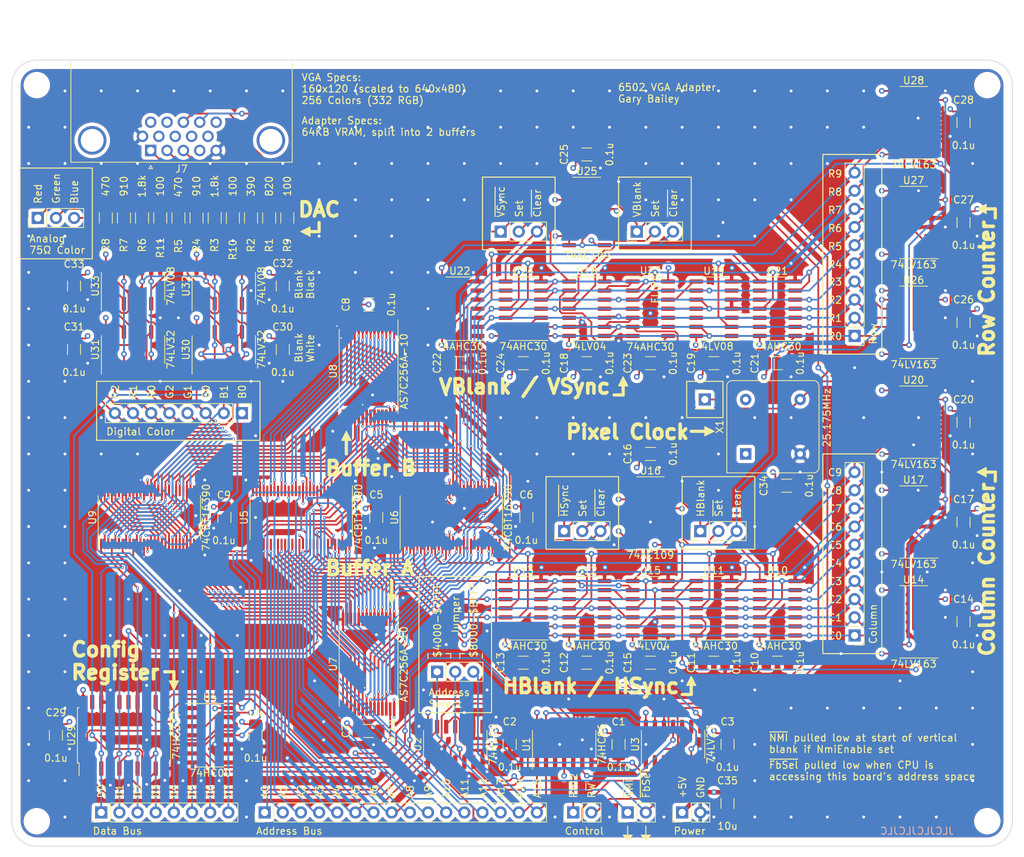
<source format=kicad_pcb>
(kicad_pcb (version 20221018) (generator pcbnew)
  (title_block (title "6502 Framebuffer"))
  (layers (0 "F.Cu" signal) (1 "In1.Cu" power) (2 "In2.Cu" power) (31 "B.Cu" signal) (34 "B.Paste" user) (35 "F.Paste" user) (36 "B.SilkS" user "B.Silkscreen") (37 "F.SilkS" user "F.Silkscreen") (38 "B.Mask" user) (39 "F.Mask" user) (44 "Edge.Cuts" user))
  (net 0 "")
  (net 1 "+5V")
  (net 2 "GND")
  (net 3 "/ConfigReg/DataIn0")
  (net 4 "/ConfigReg/DataIn1")
  (net 5 "/ConfigReg/DataIn2")
  (net 6 "/ConfigReg/DataIn3")
  (net 7 "/ConfigReg/DataIn4")
  (net 8 "/ConfigReg/DataIn5")
  (net 9 "/ConfigReg/DataIn6")
  (net 10 "/ConfigReg/DataIn7")
  (net 11 "/Memory/AddrCPU0")
  (net 12 "/Memory/AddrCPU1")
  (net 13 "/Memory/AddrCPU2")
  (net 14 "/Memory/AddrCPU3")
  (net 15 "/Memory/AddrCPU4")
  (net 16 "/Memory/AddrCPU5")
  (net 17 "/Memory/AddrCPU6")
  (net 18 "/Memory/AddrCPU7")
  (net 19 "/Memory/AddrCPU8")
  (net 20 "/Memory/AddrCPU9")
  (net 21 "/Memory/AddrCPU10")
  (net 22 "/Memory/AddrCPU11")
  (net 23 "/Memory/AddrCPU12")
  (net 24 "/Memory/AddrCPU13")
  (net 25 "/AddrPhys14")
  (net 26 "/AddrPhys15")
  (net 27 "/~{NMI}")
  (net 28 "/Blue")
  (net 29 "/Green")
  (net 30 "/Red")
  (net 36 "Net-(R1-Pad1)")
  (net 37 "Net-(R2-Pad1)")
  (net 38 "Net-(R3-Pad1)")
  (net 39 "Net-(R4-Pad1)")
  (net 40 "Net-(R5-Pad1)")
  (net 41 "Net-(R6-Pad1)")
  (net 42 "Net-(R7-Pad1)")
  (net 43 "Net-(R8-Pad1)")
  (net 44 "Net-(U1-Pad3)")
  (net 45 "/WriteMem")
  (net 46 "/VBlank")
  (net 47 "/ConfigReg/NmiEnable")
  (net 48 "/~{FbSel}")
  (net 50 "/~{RegSel}")
  (net 51 "/HBlank")
  (net 52 "/~{WriteReg}")
  (net 53 "/DAC/~{BlankBlack}")
  (net 54 "/ConfigReg/BlankBlack")
  (net 55 "/Memory/~{BufSel}")
  (net 56 "/Memory/~{WeA}")
  (net 57 "/Memory/~{WeB}")
  (net 59 "/Memory/AddrB0")
  (net 60 "/Memory/AddrB1")
  (net 61 "/Memory/AddrB2")
  (net 62 "/Memory/AddrB3")
  (net 63 "/Memory/AddrB4")
  (net 64 "/Memory/AddrB5")
  (net 65 "/Memory/AddrB6")
  (net 66 "/Memory/AddrB7")
  (net 67 "/Memory/AddrB8")
  (net 68 "/Memory/AddrB9")
  (net 69 "/Memory/AddrB10")
  (net 70 "/Memory/AddrB11")
  (net 71 "/Memory/AddrB12")
  (net 72 "/Memory/AddrB13")
  (net 73 "/Memory/AddrCPU14")
  (net 74 "/Memory/AddrB14")
  (net 77 "/Memory/AddrA14")
  (net 78 "/Memory/AddrA13")
  (net 79 "/Memory/AddrA12")
  (net 80 "/Memory/AddrA11")
  (net 81 "/Memory/AddrA10")
  (net 82 "/Memory/AddrA9")
  (net 83 "/Memory/AddrA8")
  (net 84 "/Memory/AddrA7")
  (net 85 "/Memory/AddrA6")
  (net 86 "/Memory/AddrA5")
  (net 87 "/Memory/AddrA4")
  (net 88 "/Memory/AddrA3")
  (net 89 "/Memory/AddrA2")
  (net 90 "/Memory/AddrA1")
  (net 91 "/Memory/AddrA0")
  (net 92 "/Counters/Col2")
  (net 93 "/Counters/Col4")
  (net 94 "/Counters/Col6")
  (net 95 "/Counters/Col8")
  (net 96 "/Counters/Row2")
  (net 97 "/Counters/Row4")
  (net 98 "/Counters/Row6")
  (net 99 "/Counters/Row8")
  (net 102 "/Counters/Row7")
  (net 103 "/Counters/Row5")
  (net 104 "/Counters/Row3")
  (net 105 "/Counters/Col9")
  (net 106 "/Counters/Col7")
  (net 107 "/Counters/Col5")
  (net 108 "/Counters/Col3")
  (net 109 "/Memory/DataA0")
  (net 110 "/Memory/DataA1")
  (net 111 "/Memory/DataA2")
  (net 112 "/Memory/DataA3")
  (net 113 "/Memory/DataA4")
  (net 114 "/Memory/DataA5")
  (net 115 "/Memory/DataA6")
  (net 116 "/Memory/DataA7")
  (net 117 "/Memory/DataB0")
  (net 118 "/Memory/DataB1")
  (net 119 "/Memory/DataB2")
  (net 120 "/Memory/DataB3")
  (net 121 "/Memory/DataB4")
  (net 122 "/Memory/DataB5")
  (net 123 "/Memory/DataB6")
  (net 124 "/Memory/DataB7")
  (net 125 "/DAC/PixelOut0")
  (net 126 "/DAC/PixelOut2")
  (net 127 "/DAC/PixelOut4")
  (net 128 "/DAC/PixelOut6")
  (net 131 "/DAC/PixelOut7")
  (net 132 "/DAC/PixelOut5")
  (net 133 "/DAC/PixelOut3")
  (net 134 "/DAC/PixelOut1")
  (net 135 "/Counters/Col0")
  (net 136 "/Counters/Col1")
  (net 137 "/Counters/~{HBlankSet}")
  (net 138 "/Counters/~{HBlankClear}")
  (net 139 "/Counters/~{Col5}")
  (net 140 "/Counters/~{Col6}")
  (net 141 "Net-(U12-Pad8)")
  (net 142 "/Counters/~{HSyncClear}")
  (net 143 "/Counters/PxClock")
  (net 144 "Net-(U14-TC)")
  (net 145 "/Counters/HBlankClear")
  (net 146 "/Counters/HSyncSet")
  (net 147 "/Counters/VBlankSet")
  (net 149 "Net-(U17-TC)")
  (net 150 "/Counters/Row1")
  (net 151 "/Counters/~{Row1}")
  (net 152 "/Counters/~{Row2}")
  (net 153 "/Counters/~{Row4}")
  (net 154 "/Counters/VSyncSet")
  (net 155 "Net-(U18-Pad9)")
  (net 156 "Net-(U18-Pad11)")
  (net 157 "/Counters/Row0")
  (net 158 "Net-(U19-Pad3)")
  (net 159 "Net-(U19-Pad8)")
  (net 163 "/Counters/Row9")
  (net 164 "/Counters/~{VBlankClear}")
  (net 165 "/Counters/~{VSyncClear}")
  (net 167 "Net-(U26-TC)")
  (net 168 "Net-(U27-TC)")
  (net 172 "/ConfigReg/BlankWhite")
  (net 176 "Net-(U30-Pad3)")
  (net 177 "Net-(U30-Pad6)")
  (net 178 "Net-(U30-Pad8)")
  (net 179 "Net-(U30-Pad11)")
  (net 180 "Net-(U31-Pad3)")
  (net 181 "Net-(U31-Pad6)")
  (net 182 "Net-(U31-Pad8)")
  (net 183 "Net-(U31-Pad11)")
  (net 184 "/~{VSync}")
  (net 185 "/~{HSync}")
  (net 188 "/Phi2")
  (net 189 "/R~{W}")
  (net 190 "/AddrSel")
  (net 191 "/~{Phi2}")
  (net 196 "Net-(U19-Pad11)")
  (net 197 "Net-(U1-Pad13)")
  (net 198 "unconnected-(U1-Pad8)")
  (net 199 "/Memory/BufSel")
  (footprint "Package_SO:SOIC-14_3.9x8.7mm_P1.27mm" (layer "F.Cu") (at 155.575 107.95 180)
    (fp_text reference "U13")
    (fp_text value "74AHC30")
  )
  (footprint "Capacitor_SMD:C_1206_3216Metric_Pad1.33x1.80mm_HandSolder" (layer "F.Cu") (at 155.575 115.57)
    (fp_text reference "C13")
    (fp_text value "0.1u")
  )
  (footprint "Resistor_SMD:R_1206_3216Metric_Pad1.30x1.75mm_HandSolder" (layer "F.Cu") (at 109.855 53.34 90)
    (fp_text reference "R4")
    (fp_text value "910")
  )
  (footprint "Package_SO:SOIC-14_3.9x8.7mm_P1.27mm" (layer "F.Cu") (at 176.53 127 90)
    (fp_text reference "U3")
    (fp_text value "74LV27")
  )
  (footprint "Resistor_SMD:R_1206_3216Metric_Pad1.30x1.75mm_HandSolder" (layer "F.Cu") (at 122.555 53.34 -90)
    (fp_text reference "R9")
    (fp_text value "100")
  )
  (footprint "Capacitor_SMD:C_1206_3216Metric_Pad1.33x1.80mm_HandSolder" (layer "F.Cu") (at 164.465 44.45)
    (fp_text reference "C25")
    (fp_text value "0.1u")
  )
  (footprint "Package_SO:TSSOP-56_6.1x14mm_P0.5mm" (layer "F.Cu") (at 103.25 95.25 90)
    (fp_text reference "U9")
    (fp_text value "74CBT16390")
  )
  (footprint "MountingHole:MountingHole_3.2mm_M3" (layer "F.Cu") (at 87.5 34.75)
    (fp_text reference "H1" hide)
    (fp_text value "MountingHole")
  )
  (footprint "Connector_PinHeader_2.54mm:PinHeader_1x10_P2.54mm_Vertical" (layer "F.Cu") (at 201.93 111.76 180)
    (fp_text reference "J10" hide)
    (fp_text value "Conn_01x10")
  )
  (footprint "custom:DSUB-15-HD_Female_Horizontal_P2.29x1.98mm_EdgePinOffset8.35mm_Housed_MountingHolesOffset10.89mm" (layer "F.Cu") (at 103.435 43.900331 180)
    (fp_text reference "J7")
    (fp_text value "DE15_Receptacle_HighDensity")
  )
  (footprint "Package_SO:SOIC-14_3.9x8.7mm_P1.27mm" (layer "F.Cu") (at 164.465 66.04 180)
    (fp_text reference "U18")
    (fp_text value "74LV04")
  )
  (footprint "Resistor_SMD:R_1206_3216Metric_Pad1.30x1.75mm_HandSolder" (layer "F.Cu") (at 107.315 53.34 90)
    (fp_text reference "R5")
    (fp_text value "470")
  )
  (footprint "Connector_PinHeader_2.54mm:PinHeader_1x08_P2.54mm_Vertical" (layer "F.Cu") (at 96.52 136.525 90)
    (fp_text reference "J2" hide)
    (fp_text value "Conn_01x08")
  )
  (footprint "Capacitor_SMD:C_1206_3216Metric_Pad1.33x1.80mm_HandSolder" (layer "F.Cu") (at 217.17 40.005 -90)
    (fp_text reference "C28")
    (fp_text value "0.1u")
  )
  (footprint "Package_SO:SOIC-14_3.9x8.7mm_P1.27mm" (layer "F.Cu") (at 191.135 107.95 180)
    (fp_text reference "U10")
    (fp_text value "74AHC30")
  )
  (footprint "Connector_PinHeader_2.54mm:PinHeader_1x03_P2.54mm_Vertical" (layer "F.Cu") (at 87.645 53.34 90)
    (fp_text reference "J15" hide)
    (fp_text value "Conn_01x03")
  )
  (footprint "Capacitor_SMD:C_1206_3216Metric_Pad1.33x1.80mm_HandSolder" (layer "F.Cu") (at 133.925 65.45)
    (fp_text reference "C8")
    (fp_text value "0.1u")
  )
  (footprint "Capacitor_SMD:C_1206_3216Metric_Pad1.33x1.80mm_HandSolder" (layer "F.Cu") (at 121.92 62.865 -90)
    (fp_text reference "C32")
    (fp_text value "0.1u")
  )
  (footprint "Package_SO:SOIC-14_3.9x8.7mm_P1.27mm" (layer "F.Cu") (at 111.76 125.73)
    (fp_text reference "U4")
    (fp_text value "74HC00")
  )
  (footprint "Capacitor_SMD:C_1206_3216Metric_Pad1.33x1.80mm_HandSolder" (layer "F.Cu") (at 156 95.25 -90)
    (fp_text reference "C6")
    (fp_text value "0.1u")
  )
  (footprint "Capacitor_SMD:C_1206_3216Metric_Pad1.33x1.80mm_HandSolder" (layer "F.Cu") (at 155.575 73.66)
    (fp_text reference "C24")
    (fp_text value "0.1u")
  )
  (footprint "Connector_PinHeader_2.54mm:PinHeader_1x16_P2.54mm_Vertical" (layer "F.Cu") (at 119.38 136.525 90)
    (fp_text reference "J4" hide)
    (fp_text value "Conn_01x16")
  )
  (footprint "Resistor_SMD:R_1206_3216Metric_Pad1.30x1.75mm_HandSolder" (layer "F.Cu") (at 97.155 53.34 90)
    (fp_text reference "R8")
    (fp_text value "470")
  )
  (footprint "Connector_PinHeader_2.54mm:PinHeader_1x03_P2.54mm_Vertical" (layer "F.Cu") (at 171.45 55.245 90)
    (fp_text reference "J13" hide)
    (fp_text value "Conn_01x03")
  )
  (footprint "Capacitor_SMD:C_1206_3216Metric_Pad1.33x1.80mm_HandSolder" (layer "F.Cu") (at 133.925 125.125)
    (fp_text reference "C7")
    (fp_text value "0.1u")
  )
  (footprint "Package_SO:SOIC-16_3.9x9.9mm_P1.27mm" (layer "F.Cu") (at 210.185 53.975 180)
    (fp_text reference "U27")
    (fp_text value "74LV163")
  )
  (footprint "Capacitor_SMD:C_1206_3216Metric_Pad1.33x1.80mm_HandSolder" (layer "F.Cu") (at 121.92 71.755 -90)
    (fp_text reference "C30")
    (fp_text value "0.1u")
  )
  (footprint "Package_SO:TSOP-I-28_11.8x8mm_P0.55mm" (layer "F.Cu") (at 133.925 74.8 -90)
    (fp_text reference "U8")
    (fp_text value "AS7C256A-10")
  )
  (footprint "Package_SO:TSOP-I-28_11.8x8mm_P0.55mm" (layer "F.Cu") (at 133.925 115.775 -90)
    (fp_text reference "U7")
    (fp_text value "AS7C256A-10")
  )
  (footprint "Resistor_SMD:R_1206_3216Metric_Pad1.30x1.75mm_HandSolder" (layer "F.Cu") (at 112.395 53.34 90)
    (fp_text reference "R3")
    (fp_text value "1.8k")
  )
  (footprint "Capacitor_SMD:C_1206_3216Metric_Pad1.33x1.80mm_HandSolder" (layer "F.Cu") (at 90.17 125.73 -90)
    (fp_text reference "C29")
    (fp_text value "0.1u")
  )
  (footprint "Package_SO:SOIC-14_3.9x8.7mm_P1.27mm" (layer "F.Cu") (at 155.575 66.04 180)
    (fp_text reference "U24")
    (fp_text value "74AHC30")
  )
  (footprint "Connector_PinHeader_2.54mm:PinHeader_1x02_P2.54mm_Vertical" (layer "F.Cu") (at 177.8 136.525 90)
    (fp_text reference "J3" hide)
    (fp_text value "Conn_01x02")
  )
  (footprint "Package_SO:SOIC-14_3.9x8.7mm_P1.27mm" (layer "F.Cu") (at 161.29 127 90)
    (fp_text reference "U1")
    (fp_text value "74HC86")
  )
  (footprint "Package_SO:SOIC-14_3.9x8.7mm_P1.27mm" (layer "F.Cu") (at 164.465 107.95 180)
    (fp_text reference "U12")
    (fp_text value "74AHC30")
  )
  (footprint "Resistor_SMD:R_1206_3216Metric_Pad1.30x1.75mm_HandSolder" (layer "F.Cu") (at 120.015 53.34 90)
    (fp_text reference "R1")
    (fp_text value "820")
  )
  (footprint "Package_SO:SOIC-14_3.9x8.7mm_P1.27mm" (layer "F.Cu") (at 113.665 71.755 90)
    (fp_text reference "U30")
    (fp_text value "74LV32")
  )
  (footprint "Package_SO:SOIC-16_3.9x9.9mm_P1.27mm" (layer "F.Cu") (at 210.185 109.855 180)
    (fp_text reference "U14")
    (fp_text value "74LV163")
  )
  (footprint "Connector_PinHeader_2.54mm:PinHeader_1x03_P2.54mm_Vertical" (layer "F.Cu") (at 180.34 97.155 90)
    (fp_text reference "J11" hide)
    (fp_text value "Conn_01x03")
  )
  (footprint "Connector_PinHeader_2.54mm:PinHeader_1x03_P2.54mm_Vertical" (layer "F.Cu") (at 143.51 116.84 90)
    (fp_text reference "J6" hide)
    (fp_text value "Conn_01x03")
  )
  (footprint "Package_SO:SOIC-16_3.9x9.9mm_P1.27mm" (layer "F.Cu") (at 210.185 67.945 180)
    (fp_text reference "U26")
    (fp_text value "74LV163")
  )
  (footprint "Capacitor_SMD:C_1206_3216Metric_Pad1.33x1.80mm_HandSolder" (layer "F.Cu") (at 164.465 73.66)
    (fp_text reference "C18")
    (fp_text value "0.1u")
  )
  (footprint "Package_SO:SOIC-14_3.9x8.7mm_P1.27mm" (layer "F.Cu") (at 146.05 127 90)
    (fp_text reference "U2")
    (fp_text value "74HC00")
  )
  (footprint "Capacitor_SMD:C_1206_3216Metric_Pad1.33x1.80mm_HandSolder" (layer "F.Cu") (at 113.75 95.25 -90)
    (fp_text reference "C9")
    (fp_text value "0.1u")
  )
  (footprint "Capacitor_SMD:C_1206_3216Metric_Pad1.33x1.80mm_HandSolder" (layer "F.Cu") (at 92.71 62.865 -90)
    (fp_text reference "C33")
    (fp_text value "0.1u")
  )
  (footprint "Package_SO:SOIC-14_3.9x8.7mm_P1.27mm" (layer "F.Cu") (at 113.665 62.865 90)
    (fp_text reference "U32")
    (fp_text value "74LV08")
  )
  (footprint "Package_SO:SOIC-14_3.9x8.7mm_P1.27mm" (layer "F.Cu") (at 100.965 71.755 90)
    (fp_text reference "U31")
    (fp_text value "74LV32")
  )
  (footprint "Capacitor_SMD:C_1206_3216Metric_Pad1.33x1.80mm_HandSolder" (layer "F.Cu") (at 173.355 73.66)
    (fp_text reference "C23")
    (fp_text value "0.1u")
  )
  (footprint "Capacitor_SMD:C_1206_3216Metric_Pad1.33x1.80mm_HandSolder" (layer "F.Cu") (at 118.11 125.73 -90)
    (fp_text reference "C4")
    (fp_text value "0.1u")
  )
  (footprint "Connector_PinHeader_2.54mm:PinHeader_1x08_P2.54mm_Vertical" (layer "F.Cu") (at 116.205 80.645 -90)
    (fp_text reference "J8" hide)
    (fp_text value "Conn_01x08")
  )
  (footprint "Capacitor_SMD:C_1206_3216Metric_Pad1.33x1.80mm_HandSolder" (layer "F.Cu") (at 184.15 135.255 -90)
    (fp_text reference "C35")
    (fp_text value "10u")
  )
  (footprint "Capacitor_SMD:C_1206_3216Metric_Pad1.33x1.80mm_HandSolder" (layer "F.Cu") (at 135 95.25 -90)
    (fp_text reference "C5")
    (fp_text value "0.1u")
  )
  (footprint "Capacitor_SMD:C_1206_3216Metric_Pad1.33x1.80mm_HandSolder" (layer "F.Cu") (at 192.405 90.805)
    (fp_text reference "C34")
    (fp_text value "0.1u")
  )
  (footprint "Capacitor_SMD:C_1206_3216Metric_Pad1.33x1.80mm_HandSolder" (layer "F.Cu") (at 184.15 127 -90)
    (fp_text reference "C3")
    (fp_text value "0.1u")
  )
  (footprint "Package_SO:TSSOP-56_6.1x14mm_P0.5mm" (layer "F.Cu") (at 145.5 95.25 90)
    (fp_text reference "U6")
    (fp_text value "74CBT16390")
  )
  (footprint "Capacitor_SMD:C_1206_3216Metric_Pad1.33x1.80mm_HandSolder" (layer "F.Cu") (at 182.245 115.57)
    (fp_text reference "C11")
    (fp_text value "0.1u")
  )
  (footprint "Capacitor_SMD:C_1206_3216Metric_Pad1.33x1.80mm_HandSolder" (layer "F.Cu") (at 217.17 53.975 -90)
    (fp_text reference "C27")
    (fp_text value "0.1u")
  )
  (footprint "Capacitor_SMD:C_1206_3216Metric_Pad1.33x1.80mm_HandSolder" (layer "F.Cu") (at 173.355 115.57)
    (fp_text reference "C15")
    (fp_text value "0.1u")
  )
  (footprint "Package_SO:SOIC-14_3.9x8.7mm_P1.27mm" (layer "F.Cu") (at 146.685 66.04 180)
    (fp_text reference "U22")
    (fp_text value "74AHC30")
  )
  (footprint "Resistor_SMD:R_1206_3216Metric_Pad1.30x1.75mm_HandSolder" (layer "F.Cu") (at 114.935 53.34 -90)
    (fp_text reference "R10")
    (fp_text value "100")
  )
  (footprint "Connector_PinHeader_2.54mm:PinHeader_1x03_P2.54mm_Vertical" (layer "F.Cu") (at 161.29 97.155 90)
    (fp_text reference "J12" hide)
    (fp_text value "Conn_01x03")
  )
  (footprint "Oscillator:Oscillator_DIP-8" (layer "F.Cu") (at 186.69 86.36)
    (fp_text reference "X1")
    (fp_text value "25.175MHz")
  )
  (footprint "Capacitor_SMD:C_1206_3216Metric_Pad1.33x1.80mm_HandSolder" (layer "F.Cu") (at 191.135 115.57)
    (fp_text reference "C10")
    (fp_text value "0.1u")
  )
  (footprint "Package_SO:TSSOP-56_6.1x14mm_P0.5mm" (layer "F.Cu") (at 124.5 95.25 -90)
    (fp_text reference "U5")
    (fp_text value "74CBT16390")
  )
  (footprint "Capacitor_SMD:C_1206_3216Metric_Pad1.33x1.80mm_HandSolder" (layer "F.Cu") (at 191.135 73.66)
    (fp_text reference "C21")
    (fp_text value "0.1u")
  )
  (footprint "Package_SO:SOIC-20W_7.5x12.8mm_P1.27mm" (layer "F.Cu") (at 99.695 125.73 90)
    (fp_text reference "U29")
    (fp_text value "74HC377")
  )
  (footprint "MountingHole:MountingHole_3.2mm_M3" (layer "F.Cu") (at 220.5 34.75)
    (fp_text reference "H2" hide)
    (fp_text value "MountingHole")
  )
  (footprint "Capacitor_SMD:C_1206_3216Metric_Pad1.33x1.80mm_HandSolder" (layer "F.Cu") (at 168.91 127 -90)
    (fp_text reference "C1")
    (fp_text value "0.1u")
  )
  (footprint "Connector_PinHeader_2.54mm:PinHeader_1x02_P2.54mm_Vertical" (layer "F.Cu") (at 170.18 136.525 90)
    (fp_text reference "J5" hide)
    (fp_text value "Conn_01x02")
  )
  (footprint "Capacitor_SMD:C_1206_3216Metric_Pad1.33x1.80mm_HandSolder" (layer "F.Cu") (at 164.465 115.57)
    (fp_text reference "C12")
    (fp_text value "0.1u")
  )
  (footprint "Capacitor_SMD:C_1206_3216Metric_Pad1.33x1.80mm_HandSolder" (layer "F.Cu") (at 217.17 67.945 -90)
    (fp_text reference "C26")
    (fp_text value "0.1u")
  )
  (footprint "Capacitor_SMD:C_1206_3216Metric_Pad1.33x1.80mm_HandSolder" (layer "F.Cu") (at 217.17 95.885 -90)
    (fp_text reference "C17")
    (fp_text value "0.1u")
  )
  (footprint "Capacitor_SMD:C_1206_3216Metric_Pad1.33x1.80mm_HandSolder" (layer "F.Cu") (at 173.355 86.36)
    (fp_text reference "C16")
    (fp_text value "0.1u")
  )
  (footprint "Resistor_SMD:R_1206_3216Metric_Pad1.30x1.75mm_HandSolder" (layer "F.Cu") (at 104.775 53.34 -90)
    (fp_text reference "R11")
    (fp_text value "100")
  )
  (footprint "Package_SO:SOIC-16_3.9x9.9mm_P1.27mm" (layer "F.Cu") (at 210.185 95.885 180)
    (fp_text reference "U17")
    (fp_text value "74LV163")
  )
  (footprint "Connector_PinHeader_2.54mm:PinHeader_1x02_P2.54mm_Vertical" (layer "F.Cu") (at 162.56 136.525 90)
    (fp_text reference "J1" hide)
    (fp_text value "Conn_01x02")
  )
  (footprint "Resistor_SMD:R_1206_3216Metric_Pad1.30x1.75mm_HandSolder" (layer "F.Cu") (at 99.695 53.34 90)
    (fp_text reference "R7")
    (fp_text value "910")
  )
  (footprint "Capacitor_SMD:C_1206_3216Metric_Pad1.33x1.80mm_HandSolder" (layer "F.Cu") (at 217.17 81.915 -90)
    (fp_text reference "C20")
    (fp_text value "0.1u")
  )
  (footprint "Package_SO:SOIC-16_3.9x9.9mm_P1.27mm" (layer "F.Cu") (at 164.465 52.705 180)
    (fp_text reference "U25")
    (fp_text value "74AC109")
  )
  (footprint "Package_SO:SOIC-14_3.9x8.7mm_P1.27mm" (layer "F.Cu") (at 182.245 107.95 180)
    (fp_text reference "U11")
    (fp_text value "74AHC30")
  )
  (footprint "Connector_PinHeader_2.54mm:PinHeader_1x03_P2.54mm_Vertical" (layer "F.Cu") (at 152.4 55.245 90)
    (fp_text reference "J14" hide)
    (fp_text value "Conn_01x03")
  )
  (footprint "Connector_PinHeader_2.54mm:PinHeader_1x10_P2.54mm_Vertical" (layer "F.Cu") (at 201.93 69.85 180)
    (fp_text reference "J9" hide)
    (fp_text value "Conn_01x10")
  )
  (footprint "MountingHole:MountingHole_3.2mm_M3" (layer "F.Cu") (at 220.5 137.75)
    (fp_text reference "H4" hide)
    (fp_text value "MountingHole")
  )
  (footprint "Capacitor_SMD:C_1206_3216Metric_Pad1.33x1.80mm_HandSolder" (layer "F.Cu") (at 92.71 71.755 -90)
    (fp_text reference "C31")
    (fp_text value "0.1u")
  )
  (footprint "Capacitor_SMD:C_1206_3216Metric_Pad1.33x1.80mm_HandSolder" (layer "F.Cu") (at 182.245 73.66)
    (fp_text reference "C19")
    (fp_text value "0.1u")
  )
  (footprint "Package_SO:SOIC-16_3.9x9.9mm_P1.27mm" (layer "F.Cu") (at 210.185 81.915 180)
    (fp_text reference "U20")
    (fp_text value "74LV163")
  )
  (footprint "Capacitor_SMD:C_1206_3216Metric_Pad1.33x1.80mm_HandSolder" (layer "F.Cu") (at 217.17 109.855 -90)
    (fp_text reference "C14")
    (fp_text value "0.1u")
  )
  (footprint "Package_SO:SOIC-14_3.9x8.7mm_P1.27mm" (layer "F.Cu") (at 100.965 62.865 90)
    (fp_text reference "U33")
    (fp_text value "74LV08")
  )
  (footprint "Capacitor_SMD:C_1206_3216Metric_Pad1.33x1.80mm_HandSolder" (layer "F.Cu") (at 146.685 73.66)
    (fp_text reference "C22")
    (fp_text value "0.1u")
  )
  (footprint "Package_SO:SOIC-14_3.9x8.7mm_P1.27mm" (layer "F.Cu") (at 173.355 66.04)
    (fp_text reference "U23")
    (fp_text value "74AHC30")
  )
  (footprint "Resistor_SMD:R_1206_3216Metric_Pad1.30x1.75mm_HandSolder" (layer "F.Cu") (at 102.235 53.34 90)
    (fp_text reference "R6")
    (fp_text value "1.8k")
  )
  (footprint "Capacitor_SMD:C_1206_3216Metric_Pad1.33x1.80mm_HandSolder" (layer "F.Cu") (at 153.67 127 -90)
    (fp_text reference "C2")
    (fp_text value "0.1u")
  )
  (footprint "Package_SO:SOIC-14_3.9x8.7mm_P1.27mm" (layer "F.Cu") (at 173.355 107.95 180)
    (fp_text reference "U15")
    (fp_text value "74LV04")
  )
  (footprint "Resistor_SMD:R_1206_3216Metric_Pad1.30x1.75mm_HandSolder" (layer "F.Cu") (at 117.475 53.34 90)
    (fp_text reference "R2")
    (fp_text value "390")
  )
  (footprint "Package_SO:SOIC-16_3.9x9.9mm_P1.27mm" (layer "F.Cu") (at 210.185 40.005 180)
    (fp_text reference "U28")
    (fp_text value "74LV163")
  )
  (footprint "Package_SO:SOIC-14_3.9x8.7mm_P1.27mm" (layer "F.Cu") (at 182.245 66.04 180)
    (fp_text reference "U19")
    (fp_text value "74LV08")
  )
  (footprint "MountingHole:MountingHole_3.2mm_M3" (layer "F.Cu") (at 87.5 137.75)
    (fp_text reference "H3" hide)
    (fp_text value "MountingHole")
  )
  (footprint "Connector_PinHeader_2.54mm:PinHeader_1x01_P2.54mm_Vertical" (layer "F.Cu") (at 180.975 78.74)
    (fp_text reference "J16" hide)
    (fp_text value "Conn_01x01")
  )
  (footprint "Package_SO:SOIC-16_3.9x9.9mm_P1.27mm" (layer "F.Cu") (at 173.355 94.615 180)
    (fp_text reference "U16")
    (fp_text value "74AC109")
  )
  (footprint "Package_SO:SOIC-14_3.9x8.7mm_P1.27mm" (layer "F.Cu") (at 191.135 66.04 180)
    (fp_text reference "U21")
    (fp_text value "74AHC30")
  )
  (gr_line (start 142.24 114.3) (end 142.24 114.935) (stroke (width 0.15)) (layer "F.SilkS"))
  (gr_line (start 221.615 52.07) (end 221.615 53.34) (stroke (width 0.45)) (layer "F.SilkS"))
  (gr_poly (pts (xy 220.345 89.535) (xy 219.075 88.9) (xy 220.345 88.265)) (stroke (width 0.15)) (fill solid) (layer "F.SilkS"))
  (gr_line (start 179.07 120.015) (end 177.8 120.015) (stroke (width 0.45)) (layer "F.SilkS"))
  (gr_line (start 106.68 116.84) (end 105.41 116.84) (stroke (width 0.45)) (layer "F.SilkS"))
  (gr_poly (pts (xy 169.545 139.7) (xy 170.815 139.7) (xy 170.18 140.335)) (stroke (width 0.15)) (fill solid) (layer "F.SilkS"))
  (gr_rect (start 158.75 89.535) (end 168.91 99.695) (stroke (width 0.15)) (fill none) (layer "F.SilkS"))
  (gr_rect (start 95.87 76.2) (end 118.73 84.455) (stroke (width 0.15)) (fill none) (layer "F.SilkS"))
  (gr_line (start 221.615 88.9) (end 220.345 88.9) (stroke (width 0.45)) (layer "F.SilkS"))
  (gr_poly (pts (xy 137.795 106.045) (xy 137.16 107.315) (xy 136.525 106.045)) (stroke (width 0.15)) (fill solid) (layer "F.SilkS"))
  (gr_line (start 221.615 52.07) (end 220.345 52.07) (stroke (width 0.45)) (layer "F.SilkS"))
  (gr_line (start 137.16 104.14) (end 137.16 106.045) (stroke (width 0.45)) (layer "F.SilkS"))
  (gr_rect (start 197.485 86.36) (end 205.74 114.3) (stroke (width 0.15)) (fill none) (layer "F.SilkS"))
  (gr_line (start 170.18 139.7) (end 170.18 138.43) (stroke (width 0.15)) (layer "F.SilkS"))
  (gr_poly (pts (xy 125.73 54.61) (xy 124.46 55.245) (xy 125.73 55.88)) (stroke (width 0.15)) (fill solid) (layer "F.SilkS"))
  (gr_line (start 106.68 116.84) (end 106.68 118.11) (stroke (width 0.45)) (layer "F.SilkS"))
  (gr_line (start 147.32 114.3) (end 146.685 114.3) (stroke (width 0.15)) (layer "F.SilkS"))
  (gr_poly (pts (xy 220.345 52.705) (xy 219.075 52.07) (xy 220.345 51.435)) (stroke (width 0.15)) (fill solid) (layer "F.SilkS"))
  (gr_rect (start 178.435 76.2) (end 183.515 81.28) (stroke (width 0.15)) (fill none) (layer "F.SilkS"))
  (gr_line (start 130.81 86.36) (end 130.81 84.455) (stroke (width 0.45)) (layer "F.SilkS"))
  (gr_line (start 144.78 114.3) (end 145.415 114.3) (stroke (width 0.15)) (layer "F.SilkS"))
  (gr_poly (pts (xy 178.435 118.745) (xy 179.07 117.475) (xy 179.705 118.745)) (stroke (width 0.15)) (fill solid) (layer "F.SilkS"))
  (gr_poly (pts (xy 168.91 76.835) (xy 169.545 75.565) (xy 170.18 76.835)) (stroke (width 0.15)) (fill solid) (layer "F.SilkS"))
  (gr_line (start 172.72 139.7) (end 172.72 138.43) (stroke (width 0.15)) (layer "F.SilkS"))
  (gr_line (start 221.615 88.9) (end 221.615 90.17) (stroke (width 0.45)) (layer "F.SilkS"))
  (gr_rect (start 140.97 103.505) (end 151.13 122.555) (stroke (width 0.15)) (fill none) (layer "F.SilkS"))
  (gr_poly (pts (xy 180.975 82.55) (xy 182.245 83.185) (xy 180.975 83.82)) (stroke (width 0.15)) (fill solid) (layer "F.SilkS"))
  (gr_poly (pts (xy 172.085 139.7) (xy 173.355 139.7) (xy 172.72 140.335)) (stroke (width 0.15)) (fill solid) (layer "F.SilkS"))
  (gr_line (start 145.415 114.3) (end 145.415 114.935) (stroke (width 0.15)) (layer "F.SilkS"))
  (gr_rect (start 177.8 89.535) (end 187.96 99.695) (stroke (width 0.15)) (fill none) (layer "F.SilkS"))
  (gr_line (start 149.86 114.3) (end 149.86 114.935) (stroke (width 0.15)) (layer "F.SilkS"))
  (gr_line (start 127 55.245) (end 127 53.975) (stroke (width 0.45)) (layer "F.SilkS"))
  (gr_line (start 169.545 78.105) (end 169.545 76.835) (stroke (width 0.45)) (layer "F.SilkS"))
  (gr_line (start 169.545 78.105) (end 168.275 78.105) (stroke (width 0.45)) (layer "F.SilkS"))
  (gr_poly (pts (xy 106.045 118.11) (xy 106.68 119.38) (xy 107.315 118.11)) (stroke (width 0.15)) (fill solid) (layer "F.SilkS"))
  (gr_line (start 179.07 83.185) (end 180.975 83.185) (stroke (width 0.45)) (layer "F.SilkS"))
  (gr_line (start 127 55.245) (end 125.73 55.245) (stroke (width 0.45)) (layer "F.SilkS"))
  (gr_rect (start 168.91 47.625) (end 179.07 57.785) (stroke (width 0.15)) (fill none) (layer "F.SilkS"))
  (gr_rect (start 149.86 47.625) (end 160.02 57.785) (stroke (width 0.15)) (fill none) (layer "F.SilkS"))
  (gr_rect (start 85.105 46.355) (end 95.265 59.055) (stroke (width 0.15)) (fill none) (layer "F.SilkS"))
  (gr_poly (pts (xy 130.175 84.455) (xy 130.81 83.185) (xy 131.445 84.455)) (stroke (width 0.15)) (fill solid) (layer "F.SilkS"))
  (gr_line (start 146.685 114.3) (end 146.685 114.935) (stroke (width 0.15)) (layer "F.SilkS"))
  (gr_rect (start 197.485 44.45) (end 205.74 72.39) (stroke (width 0.15)) (fill none) (layer "F.SilkS"))
  (gr_line (start 179.07 120.015) (end 179.07 118.745) (stroke (width 0.45)) (layer "F.SilkS"))
  (gr_line (start 224 137.75) (end 224 34.75) (stroke (width 0.1)) (layer "Edge.Cuts"))
  (gr_arc (start 224 137.75) (mid 222.974874 140.224874) (end 220.5 141.25) (stroke (width 0.1)) (layer "Edge.Cuts"))
  (gr_line (start 84 34.75) (end 84 137.75) (stroke (width 0.1)) (layer "Edge.Cuts"))
  (gr_line (start 220.5 31.25) (end 87.5 31.25) (stroke (width 0.1)) (layer "Edge.Cuts"))
  (gr_line (start 87.5 141.25) (end 220.5 141.25) (stroke (width 0.1)) (layer "Edge.Cuts"))
  (gr_arc (start 87.5 141.25) (mid 85.025126 140.224874) (end 84 137.75) (stroke (width 0.1)) (layer "Edge.Cuts"))
  (gr_arc (start 84 34.75) (mid 85.025126 32.275126) (end 87.5 31.25) (stroke (width 0.1)) (layer "Edge.Cuts"))
  (gr_arc (start 220.5 31.25) (mid 222.974874 32.275126) (end 224 34.75) (stroke (width 0.1)) (layer "Edge.Cuts"))
  (gr_text "JLCJLCJLCJLC" (at 215.9 139.7) (layer "B.SilkS") (effects (font (size 1 1)) (justify left bottom mirror)))
  (gr_text "A5" (at 132.715 134.62 90) (layer "F.SilkS") (effects (font (size 1 1)) (justify left bottom)))
  (gr_text "A8" (at 140.335 134.62 90) (layer "F.SilkS") (effects (font (size 1 1)) (justify left bottom)))
  (gr_text "Address Bus" (at 118.11 139.7) (layer "F.SilkS") (effects (font (size 1 1)) (justify left bottom)))
  (gr_text "FLIP!" (at 174.625 65.405 90) (layer "F.SilkS") (effects (font (size 1 1)) (justify left bottom)))
  (gr_text "Blank\nBlack" (at 126.365 64.77 90) (layer "F.SilkS") (effects (font (size 1 1)) (justify left bottom)))
  (gr_text "R4" (at 198.12 60.452) (layer "F.SilkS") (effects (font (size 1 1)) (justify left bottom)))
  (gr_text "C0" (at 198.12 112.395) (layer "F.SilkS") (effects (font (size 1 1)) (justify left bottom)))
  (gr_text "C5" (at 198.12 99.695) (layer "F.SilkS") (effects (font (size 1 1)) (justify left bottom)))
  (gr_text "~{Set}" (at 183.515 95.25 90) (layer "F.SilkS") (effects (font (size 1 1)) (justify left bottom)))
  (gr_text "G1" (at 109.22 78.74 90) (layer "F.SilkS") (effects (font (size 1 1)) (justify left bottom)))
  (gr_text "Adapter Specs:\n64KB VRAM, split into 2 buffers" (at 124.46 41.91) (layer "F.SilkS") (effects (font (size 1 1)) (justify left bottom)))
  (gr_text "G0" (at 111.76 78.74 90) (layer "F.SilkS") (effects (font (size 1 1)) (justify left bottom)))
  (gr_text "A7" (at 137.795 134.62 90) (layer "F.SilkS") (effects (font (size 1 1)) (justify left bottom)))
  (gr_text "C7" (at 198.12 94.615) (layer "F.SilkS") (effects (font (size 1 1)) (justify left bottom)))
  (gr_text "Address\nSelect" (at 142.24 121.92) (layer "F.SilkS") (effects (font (size 1 1)) (justify left bottom)))
  (gr_text "R7" (at 198.12 52.832) (layer "F.SilkS") (effects (font (size 1 1)) (justify left bottom)))
  (gr_text "6502 VGA Adapter\nGary Bailey" (at 168.75 37.25) (layer "F.SilkS") (effects (font (size 1 1)) (justify left bottom)))
  (gr_text "R2" (at 99.06 78.74 90) (layer "F.SilkS") (effects (font (size 1 1)) (justify left bottom)))
  (gr_text "C9" (at 198.12 89.535) (layer "F.SilkS") (effects (font (size 1 1)) (justify left bottom)))
  (gr_text "R~{W}" (at 165.735 134.62 90) (layer "F.SilkS") (effects (font (size 1 1)) (justify left bottom)))
  (gr_text "D4" (at 107.315 134.62 90) (layer "F.SilkS") (effects (font (size 1 1)) (justify left bottom)))
  (gr_text "DAC" (at 123.825 53.34) (layer "F.SilkS") (effects (font (size 2 2) (thickness 0.5)) (justify left bottom)))
  (gr_text "~{Clear}" (at 177.165 53.34 90) (layer "F.SilkS") (effects (font (size 1 1)) (justify left bottom)))
  (gr_text "+5V" (at 178.435 134.62 90) (layer "F.SilkS") (effects (font (size 1 1)) (justify left bottom)))
  (gr_text "A10" (at 145.415 134.62 90) (layer "F.SilkS") (effects (font (size 1 1)) (justify left bottom)))
  (gr_text "Row" (at 205.105 71.12 90) (layer "F.SilkS") (effects (font (size 1 1)) (justify left bottom)))
  (gr_text "~{FbSel}" (at 173.36 134.62 90) (layer "F.SilkS") (effects (font (size 1 1)) (justify left bottom)))
  (gr_text "Config\nRegister" (at 92.075 118.11) (layer "F.SilkS") (effects (font (size 2 2) (thickness 0.5)) (justify left bottom)))
  (gr_text "D3" (at 104.775 134.62 90) (layer "F.SilkS") (effects (font (size 1 1)) (justify left bottom)))
  (gr_text "D5" (at 109.855 134.62 90) (layer "F.SilkS") (effects (font (size 1 1)) (justify left bottom)))
  (gr_text "Red" (at 88.265 51.435 90) (layer "F.SilkS") (effects (font (size 1 1)) (justify left bottom)))
  (gr_text "C8" (at 198.12 92.075) (layer "F.SilkS") (effects (font (size 1 1)) (justify left bottom)))
  (gr_text "GND" (at 180.975 134.62 90) (layer "F.SilkS") (effects (font (size 1 1)) (justify left bottom)))
  (gr_text "Data Bus" (at 95.25 139.7) (layer "F.SilkS") (effects (font (size 1 1)) (justify left bottom)))
  (gr_text "Set" (at 164.465 95.25 90) (layer "F.SilkS") (effects (font (size 1 1)) (justify left bottom)))
  (gr_text "A13" (at 153.035 134.62 90) (layer "F.SilkS") (effects (font (size 1 1)) (justify left bottom)))
  (gr_text "C4" (at 198.12 102.235) (layer "F.SilkS") (effects (font (size 1 1)) (justify left bottom)))
  (gr_text "B0" (at 116.84 78.74 90) (layer "F.SilkS") (effects (font (size 1 1)) (justify left bottom)))
  (gr_text "R8" (at 198.12 50.292) (layer "F.SilkS") (effects (font (size 1 1)) (justify left bottom)))
  (gr_text "A11" (at 147.955 134.62 90) (layer "F.SilkS") (effects (font (size 1 1)) (justify left bottom)))
  (gr_text "Column" (at 205.105 113.03 90) (layer "F.SilkS") (effects (font (size 1 1)) (justify left bottom)))
  (gr_text "Buffer B" (at 127.635 89.535) (layer "F.SilkS") (effects (font (size 2 2) (thickness 0.5) bold) (justify left bottom)))
  (gr_text "Row Counter" (at 221.615 73.025 90) (layer "F.SilkS") (effects (font (size 2 2) (thickness 0.5)) (justify left bottom)))
  (gr_text "A0" (at 120.015 134.62 90) (layer "F.SilkS") (effects (font (size 1 1)) (justify left bottom)))
  (gr_text "D0" (at 97.155 134.62 90) (layer "F.SilkS") (effects (font (size 1 1)) (justify left bottom)))
  (gr_text "~{NMI} pulled low at start of vertical\nblank if NmiEnable set" (at 189.865 128.27) (layer "F.SilkS") (effects (font (size 1 1)) (justify left bottom)))
  (gr_text "D6" (at 112.395 134.62 90) (layer "F.SilkS") (effects (font (size 1 1)) (justify left bottom)))
  (gr_text "$4000-$7FFF" (at 144.145 114.935 90) (layer "F.SilkS") (effects (font (size 1 1)) (justify left bottom)))
  (gr_text "B1" (at 114.3 78.74 90) (layer "F.SilkS") (effects (font (size 1 1)) (justify left bottom)))
  (gr_text "R6" (at 198.12 55.372) (layer "F.SilkS") (effects (font (size 1 1)) (justify left bottom)))
  (gr_text "Set" (at 174.625 53.34 90) (layer "F.SilkS") (effects (font (size 1 1)) (justify left bottom)))
  (gr_text "D2" (at 102.235 134.62 90) (layer "F.SilkS") (effects (font (size 1 1)) (justify left bottom)))
  (gr_text "~{Clear}" (at 158.115 53.34 90) (layer "F.SilkS") (effects (font (size 1 1)) (justify left bottom)))
  (gr_text "$8000-$BFFF" (at 149.225 114.935 90) (layer "F.SilkS") (effects (font (size 1 1)) (justify left bottom)))
  (gr_text "A3" (at 127.635 134.62 90) (layer "F.SilkS") (effects (font (size 1 1)) (justify left bottom)))
  (gr_text "A6" (at 135.255 134.62 90) (layer "F.SilkS") (effects (font (size 1 1)) (justify left bottom)))
  (gr_text "Buffer A" (at 127.635 103.505) (layer "F.SilkS") (effects (font (size 2 2) (thickness 0.5) bold) (justify left bottom)))
  (gr_text "A1" (at 122.555 134.62 90) (layer "F.SilkS") (effects (font (size 1 1)) (justify left bottom)))
  (gr_text "Blue" (at 93.345 51.435 90) (layer "F.SilkS") (effects (font (size 1 1)) (justify left bottom)))
  (gr_text "HBlank" (at 180.975 95.25 90) (layer "F.SilkS") (effects (font (size 1 1)) (justify left bottom)))
  (gr_text "HBlank / HSync" (at 152.4 120.015) (layer "F.SilkS") (effects (font (size 2 2) (thickness 0.5)) (justify left bottom)))
  (gr_text "Green" (at 90.805 51.435 90) (layer "F.SilkS") (effects (font (size 1 1)) (justify left bottom)))
  (gr_text "R1" (at 198.12 67.945) (layer "F.SilkS") (effects (font (size 1 1)) (justify left bottom)))
  (gr_text "Pixel Clock" (at 161.29 84.455) (layer "F.SilkS") (effects (font (size 2 2) (thickness 0.5) bold) (justify left bottom)))
  (gr_text "R0" (at 198.12 70.485) (layer "F.SilkS") (effects (font (size 1 1)) (justify left bottom)))
  (gr_text "PHI2" (at 163.195 134.62 90) (layer "F.SilkS") (effects (font (size 1 1)) (justify left bottom)))
  (gr_text "~{NMI}" (at 170.99 134.62 90) (layer "F.SilkS") (effects (font (size 1 1)) (justify left bottom)))
  (gr_text "C1" (at 198.12 109.855) (layer "F.SilkS") (effects (font (size 1 1)) (justify left bottom)))
  (gr_text "A2" (at 125.095 134.62 90) (layer "F.SilkS") (effects (font (size 1 1)) (justify left bottom)))
  (gr_text "R1" (at 101.6 78.74 90) (layer "F.SilkS") (effects (font (size 1 1)) (justify left bottom)))
  (gr_text "A9" (at 142.875 134.62 90) (layer "F.SilkS") (effects (font (size 1 1)) (justify left bottom)))
  (gr_text "R9" (at 198.12 47.752) (layer "F.SilkS") (effects (font (size 1 1)) (justify left bottom)))
  (gr_text "C2" (at 198.12 107.315) (layer "F.SilkS") (effects (font (size 1 1)) (justify left bottom)))
  (gr_text "Blank\nWhite" (at 126.365 73.66 90) (layer "F.SilkS") (effects (font (size 1 1)) (justify left bottom)))
  (gr_text "~{HSync}" (at 161.925 95.25 90) (layer "F.SilkS") (effects (font (size 1 1)) (justify left bottom)))
  (gr_text "Column Counter" (at 221.615 114.935 90) (layer "F.SilkS") (effects (font (size 2 2) (thickness 0.5)) (justify left bottom)))
  (gr_text "Control" (at 161.29 139.7) (layer "F.SilkS") (effects (font (size 1 1)) (justify left bottom)))
  (gr_text "~{Clear}" (at 167.005 95.25 90) (layer "F.SilkS") (effects (font (size 1 1)) (justify left bottom)))
  (gr_text "R0" (at 104.14 78.74 90) (layer "F.SilkS") (effects (font (size 1 1)) (justify left bottom)))
  (gr_text "C3" (at 198.12 104.775) (layer "F.SilkS") (effects (font (size 1 1)) (justify left bottom)))
  (gr_text "R5" (at 198.12 57.912) (layer "F.SilkS") (effects (font (size 1 1)) (justify left bottom)))
  (gr_text "C6" (at 198.12 97.155) (layer "F.SilkS") (effects (font (size 1 1)) (justify left bottom)))
  (gr_text "Power" (at 176.53 139.7) (layer "F.SilkS") (effects (font (size 1 1)) (justify left bottom)))
  (gr_text "A14" (at 155.575 134.62 90) (layer "F.SilkS") (effects (font (size 1 1)) (justify left bottom)))
  (gr_text "VBlank / VSync" (at 143.51 78.105) (layer "F.SilkS") (effects (font (size 2 2) (thickness 0.5) bold) (justify left bottom)))
  (gr_text "A4" (at 130.175 134.62 90) (layer "F.SilkS") (effects (font (size 1 1)) (justify left bottom)))
  (gr_text "D7" (at 114.935 134.62 90) (layer "F.SilkS") (effects (font (size 1 1)) (justify left bottom)))
  (gr_text "A12" (at 150.495 134.62 90) (layer "F.SilkS") (effects (font (size 1 1)) (justify left bottom)))
  (gr_text "~{FbSel} pulled low when CPU is\naccessing this board's address space" (at 189.865 132.08) (layer "F.SilkS") (effects (font (size 1 1)) (justify left bottom)))
  (gr_text "R2" (at 198.12 65.405) (layer "F.SilkS") (effects (font (size 1 1)) (justify left bottom)))
  (gr_text "A15" (at 158.115 134.62 90) (layer "F.SilkS") (effects (font (size 1 1)) (justify left bottom)))
  (gr_text "Digital Color" (at 97.14 83.82) (layer "F.SilkS") (effects (font (size 1 1)) (justify left bottom)))
  (gr_text "G2" (at 106.68 78.74 90) (layer "F.SilkS") (effects (font (size 1 1)) (justify left bottom)))
  (gr_text "Jumper" (at 146.685 111.76 90) (layer "F.SilkS") (effects (font (size 1 1)) (justify left bottom)))
  (gr_text "VGA Specs:\n160x120 (scaled to 640x480)\n256 Colors (332 RGB)" (at 124.46 37.465) (layer "F.SilkS") (effects (font (size 1 1)) (justify left bottom)))
  (gr_text "~{VSync}" (at 153.035 53.34 90) (layer "F.SilkS") (effects (font (size 1 1)) (justify left bottom)))
  (gr_text "D1" (at 99.695 134.62 90) (layer "F.SilkS") (effects (font (size 1 1)) (justify left bottom)))
  (gr_text "VBlank" (at 172.085 53.34 90) (layer "F.SilkS") (effects (font (size 1 1)) (justify left bottom)))
  (gr_text "Analog\n75Ω Color" (at 86.375 58.42) (layer "F.SilkS") (effects (font (size 1 1)) (justify left bottom)))
  (gr_text "Set" (at 155.575 53.34 90) (layer "F.SilkS") (effects (font (size 1 1)) (justify left bottom)))
  (gr_text "Clear" (at 186.055 95.25 90) (layer "F.SilkS") (effects (font (size 1 1)) (justify left bottom)))
  (gr_text "R3" (at 198.12 62.865) (layer "F.SilkS") (effects (font (size 1 1)) (justify left bottom)))
  (segment (start 145.25 92.5) (end 145.5 92.75) (width 0.25) (layer "F.Cu") (net 1))
  (segment (start 189.5725 75.2225) (end 189.23 75.565) (width 0.25) (layer "F.Cu") (net 1))
  (segment (start 217.17 108.2925) (end 218.7325 108.2925) (width 0.25) (layer "F.Cu") (net 1))
  (segment (start 146.05 67.945) (end 146.05 68.04) (width 0.25) (layer "F.Cu") (net 1))
  (segment (start 147.32 66.04) (end 147.32 66.675) (width 0.25) (layer "F.Cu") (net 1))
  (segment (start 170.88 111.76) (end 170.88 112.965) (width 0.25) (layer "F.Cu") (net 1))
  (segment (start 177.722152 93.98) (end 177.761076 94.018924) (width 0.25) (layer "F.Cu") (net 1))
  (segment (start 144.21 69.85) (end 144.21 71.055) (width 0.25) (layer "F.Cu") (net 1))
  (segment (start 190.8425 90.805) (end 190.8425 89.2425) (width 0.25) (layer "F.Cu") (net 1))
  (segment (start 154.0125 73.66) (end 154.0125 75.2225) (width 0.25) (layer "F.Cu") (net 1))
  (segment (start 171.7925 75.2225) (end 171.45 75.565) (width 0.25) (layer "F.Cu") (net 1))
  (segment (start 175.83 60.39) (end 175.895 60.325) (width 0.25) (layer "F.Cu") (net 1))
  (segment (start 137.5 81.07) (end 137.5 83.05) (width 0.25) (layer "F.Cu") (net 1))
  (segment (start 188.66 70.9655) (end 188.595 71.0305) (width 0.25) (layer "F.Cu") (net 1))
  (segment (start 124.25 97.75) (end 124.284117 97.75) (width 0.25) (layer "F.Cu") (net 1))
  (segment (start 161.99 50.8) (end 160.02 50.8) (width 0.25) (layer "F.Cu") (net 1))
  (segment (start 180.6825 114.0075) (end 179.705 113.03) (width 0.25) (layer "F.Cu") (net 1))
  (segment (start 162.9025 44.45) (end 162.9025 46.0125) (width 0.25) (layer "F.Cu") (net 1))
  (segment (start 175.83 62.23) (end 175.83 60.39) (width 0.25) (layer "F.Cu") (net 1))
  (segment (start 215.657 38.4425) (end 215.3145 38.1) (width 0.25) (layer "F.Cu") (net 1))
  (segment (start 207.71 49.53) (end 205.74 49.53) (width 0.25) (layer "F.Cu") (net 1))
  (segment (start 112.3125 93.6875) (end 112.25 93.75) (width 0.25) (layer "F.Cu") (net 1))
  (segment (start 153.1 69.85) (end 151.13 69.85) (width 0.25) (layer "F.Cu") (net 1))
  (segment (start 207.71 44.45) (end 205.817848 44.45) (width 0.25) (layer "F.Cu") (net 1))
  (segment (start 91.7325 124.1675) (end 92.075 123.825) (width 0.25) (layer "F.Cu") (net 1))
  (segment (start 109.855 60.39) (end 109.855 58.42) (width 0.25) (layer "F.Cu") (net 1))
  (segment (start 170.88 97.79) (end 169.545 97.79) (width 0.25) (layer "F.Cu") (net 1))
  (segment (start 170.88 97.79) (end 170.88 99.06) (width 0.25) (layer "F.Cu") (net 1))
  (segment (start 94.2725 61.3025) (end 94.615 60.96) (width 0.25) (layer "F.Cu") (net 1))
  (segment (start 142.24 122.555) (end 142.24 124.525) (width 0.25) (layer "F.Cu") (net 1))
  (segment (start 148.59 64.77) (end 147.32 66.04) (width 0.25) (layer "F.Cu") (net 1))
  (segment (start 149.16 63.5) (end 149.16 64.77) (width 0.25) (layer "F.Cu") (net 1))
  (segment (start 154.0125 115.57) (end 154.0125 114.0075) (width 0.25) (layer "F.Cu") (net 1))
  (segment (start 145.25 91.5375) (end 145.25 92.5) (width 0.25) (layer "F.Cu") (net 1))
  (segment (start 217.17 94.3225) (end 218.7325 94.3225) (width 0.25) (layer "F.Cu") (net 1))
  (segment (start 189.5725 114.0075) (end 188.595 113.03) (width 0.25) (layer "F.Cu") (net 1))
  (segment (start 179.77 69.85) (end 179.77 71.055) (width 0.25) (layer "F.Cu") (net 1))
  (segment (start 156 93.6875) (end 154.5625 93.6875) (width 0.25) (layer "F.Cu") (net 1))
  (segment (start 217.17 38.4425) (end 215.657 38.4425) (width 0.25) (layer "F.Cu") (net 1))
  (segment (start 189.5725 115.57) (end 189.5725 114.0075) (width 0.25) (layer "F.Cu") (net 1))
  (segment (start 207.71 105.41) (end 207.71 106.68) (width 0.25) (layer "F.Cu") (net 1))
  (segment (start 157.48 125.73) (end 157.48 124.525) (width 0.25) (layer "F.Cu") (net 1))
  (segment (start 161.99 55.88) (end 160.0695 55.88) (width 0.25) (layer "F.Cu") (net 1))
  (segment (start 121.92 61.3025) (end 120.3575 61.3025) (width 0.25) (layer "F.Cu") (net 1))
  (segment (start 121.92 70.1925) (end 120.3575 70.1925) (width 0.25) (layer "F.Cu") (net 1))
  (segment (start 217.17 52.4125) (end 218.7325 52.4125) (width 0.25) (layer "F.Cu") (net 1))
  (segment (start 180.6325 133.6925) (end 184.15 133.6925) (width 0.635) (layer "F.Cu") (net 1))
  (segment (start 144.21 66.04) (end 144.21 67.31) (width 0.25) (layer "F.Cu") (net 1))
  (segment (start 114.235 121.92) (end 112.494 121.92) (width 0.25) (layer "F.Cu") (net 1))
  (segment (start 207.71 92.71) (end 207.71 91.44) (width 0.25) (layer "F.Cu") (net 1))
  (segment (start 207.71 35.56) (end 205.74 35.56) (width 0.25) (layer "F.Cu") (net 1))
  (segment (start 172.72 124.525) (end 172.72 122.555) (width 0.25) (layer "F.Cu") (net 1))
  (segment (start 120.3575 70.1925) (end 120.015 69.85) (width 0.25) (layer "F.Cu") (net 1))
  (segment (start 207.71 58.42) (end 205.74 58.42) (width 0.25) (layer "F.Cu") (net 1))
  (segment (start 142.24 124.525) (end 142.24 125.095) (width 0.25) (layer "F.Cu") (net 1))
  (segment (start 157.48 122.555) (end 157.48 124.525) (width 0.25) (layer "F.Cu") (net 1))
  (segment (start 160.02 125.73) (end 159.385 126.365) (width 0.25) (layer "F.Cu") (net 1))
  (segment (start 90.17 124.1675) (end 91.7325 124.1675) (width 0.25) (layer "F.Cu") (net 1))
  (segment (start 132 125.125) (end 130.9 124.025) (width 0.25) (layer "F.Cu") (net 1))
  (segment (start 135 93.6875) (end 133.8125 93.6875) (width 0.25) (layer "F.Cu") (net 1))
  (segment (start 161.99 69.85) (end 161.99 70.9655) (width 0.25) (layer "F.Cu") (net 1))
  (segment (start 218.7325 52.4125) (end 219.075 52.07) (width 0.25) (layer "F.Cu") (net 1))
  (segment (start 207.71 50.8) (end 207.71 49.53) (width 0.25) (layer "F.Cu") (net 1))
  (segment (start 145.415 67.31) (end 144.21 67.31) (width 0.25) (layer "F.Cu") (net 1))
  (segment (start 207.71 63.5) (end 205.74 63.5) (width 0.25) (layer "F.Cu") (net 1))
  (segment (start 170.88 92.71) (end 168.91 92.71) (width 0.25) (layer "F.Cu") (net 1))
  (segment (start 159.385 126.365) (end 158.115 126.365) (width 0.25) (layer "F.Cu") (net 1))
  (segment (start 207.71 77.47) (end 205.74 77.47) (width 0.25) (layer "F.Cu") (net 1))
  (segment (start 124.75 98.215883) (end 124.75 98.9625) (width 0.25) (layer "F.Cu") (net 1))
  (segment (start 215.657 80.3525) (end 215.3145 80.01) (width 0.25) (layer "F.Cu") (net 1))
  (segment (start 182.5875 125.4375) (end 182.245 125.095) (width 0.25) (layer "F.Cu") (net 1))
  (segment (start 154.0125 75.2225) (end 153.67 75.565) (width 0.25) (layer "F.Cu") (net 1))
  (segment (start 162.9025 73.66) (end 162.9025 75.2225) (width 0.25) (layer "F.Cu") (net 1))
  (segment (start 218.7325 94.3225) (end 219.075 93.98) (width 0.25) (layer "F.Cu") (net 1))
  (segment (start 171.7925 87.9225) (end 171.7925 86.36) (width 0.25) (layer "F.Cu") (net 1))
  (segment (start 97.155 69.28) (end 97.155 67.31) (width 0.25) (layer "F.Cu") (net 1))
  (segment (start 93.98 121.08) (end 93.98 119.38) (width 0.25) (layer "F.Cu") (net 1))
  (segment (start 124.75 91.5375) (end 124.75 93.25) (width 0.25) (layer "F.Cu") (net 1))
  (segment (start 113.75 93.6875) (end 112.3125 93.6875) (width 0.25) (layer "F.Cu") (net 1))
  (segment (start 205.817848 86.36) (end 205.778924 86.398924) (width 0.25) (layer "F.Cu") (net 1))
  (segment (start 189.5725 73.66) (end 189.5725 75.2225) (width 0.25) (layer "F.Cu") (net 1))
  (segment (start 207.71 100.33) (end 205.74 100.33) (width 0.25) (layer "F.Cu") (net 1))
  (segment (start 207.71 114.3) (end 205.74 114.3) (width 0.25) (layer "F.Cu") (net 1))
  (segment (start 124.284117 97.75) (end 124.75 98.215883) (width 0.25) (layer "F.Cu") (net 1))
  (segment (start 217.17 66.3825) (end 218.7325 66.3825) (width 0.25) (layer "F.Cu") (net 1))
  (segment (start 162.9025 115.57) (end 162.9025 114.0075) (width 0.25) (layer "F.Cu") (net 1))
  (segment (start 103 98.9625) (end 103 100) (width 0.25) (layer "F.Cu") (net 1))
  (segment (start 145.25 98.9625) (end 145.25 100.5) (width 0.25) (layer "F.Cu") (net 1))
  (segment (start 161.99 112.965) (end 161.925 113.03) (width 0.25) (layer "F.Cu") (net 1))
  (segment (start 116.5475 124.1675) (end 116.205 123.825) (width 0.25) (layer "F.Cu") (net 1))
  (segment (start 147.32 66.675) (end 146.05 67.945) (width 0.25) (layer "F.Cu") (net 1))
  (segment (start 188.66 69.85) (end 188.66 70.9655) (width 0.25) (layer "F.Cu") (net 1))
  (segment (start 146.05 67.945) (end 145.415 67.31) (width 0.25) (layer "F.Cu") (net 1))
  (segment (start 218.7325 66.3825) (end 219.075 66.04) (width 0.25) (layer "F.Cu") (net 1))
  (segment (start 161.99 111.76) (end 161.99 112.965) (width 0.25) (layer "F.Cu") (net 1))
  (segment (start 160.02 124.525) (end 160.02 125.73) (width 0.25) (layer "F.Cu") (net 1))
  (segment (start 166.94 57.15) (end 165.7845 57.15) (width 0.25) (layer "F.Cu") (net 1))
  (segment (start 171.7925 114.0075) (end 170.815 113.03) (width 0.25) (layer "F.Cu") (net 1))
  (segment (start 179.77 112.965) (end 179.705 113.03) (width 0.25) (layer "F.Cu") (net 1))
  (segment (start 162.9025 114.0075) (end 161.925 113.03) (width 0.25) (layer "F.Cu") (net 1))
  (segment (start 132.3625 65.45) (end 133.925 65.45) (width 0.25) (layer "F.Cu") (net 1))
  (segment (start 146.05 68.58) (end 144.78 69.85) (width 0.25) (layer "F.Cu") (net 1))
  (segment (start 207.71 91.44) (end 205.74 91.44) (width 0.25) (layer "F.Cu") (net 1))
  (segment (start 217.17 80.3525) (end 215.657 80.3525) (width 0.25) (layer "F.Cu") (net 1))
  (segment (start 162.9025 75.2225) (end 162.56 75.565) (width 0.25) (layer "F.Cu") (net 1))
  (segment (start 175.83 99.06) (end 173.99 99.06) (width 0.25) (layer "F.Cu") (net 1))
  (segment (start 97.155 60.39) (end 97.155 58.42) (width 0.25) (layer "F.Cu") (net 1))
  (segment (start 180.6825 73.66) (end 180.6825 75.2225) (width 0.25) (layer "F.Cu") (net 1))
  (segment (start 171.7925 115.57) (end 171.7925 114.0075) (width 0.25) (layer "F.Cu") (net 1))
  (segment (start 137.5 122.045) (end 137.5 120.725) (width 0.25) (layer "F.Cu") (net 1))
  (segment (start 212.66 106.68) (end 214.63 106.68) (width 0.25) (layer "F.Cu") (net 1))
  (segment (start 152.1075 125.4375) (end 153.67 125.4375) (width 0.25) (layer "F.Cu") (net 1))
  (segment (start 149.16 64.77) (end 149.86 64.77) (width 0.25) (layer "F.Cu") (net 1))
  (segment (start 118.11 124.1675) (end 116.5475 124.1675) (width 0.25) (layer "F.Cu") (net 1))
  (segment (start 158.115 126.365) (end 157.48 125.73) (width 0.25) (layer "F.Cu") (net 1))
  (segment (start 144.21 71.055) (end 144.145 71.12) (width 0.25) (layer "F.Cu") (net 1))
  (segment (start 167.3475 125.4375) (end 167.005 125.095) (width 0.25) (layer "F.Cu") (net 1))
  (segment (start 180.6825 115.57) (end 180.6825 114.0075) (width 0.25) (layer "F.Cu") (net 1))
  (segment (start 145.1225 73.66) (end 145.1225 72.0975) (width 0.25) (layer "F.Cu") (net 1))
  (segment (start 137.5 122.045) (end 137.5 123.2) (width 0.25) (layer "F.Cu") (net 1))
  (segment (start 175.83 93.98) (end 177.722152 93.98) (width 0.25) (layer "F.Cu") (net 1))
  (segment (start 161.29 129.475) (end 161.29 131.3955) (width 0.25) (layer "F.Cu") (net 1))
  (segment (start 162.9025 46.0125) (end 162.56 46.355) (width 0.25) (layer "F.Cu") (net 1))
  (segment (start 146.05 68.04) (end 146.05 68.58) (width 0.25) (layer "F.Cu") (net 1))
  (segment (start 177.8 136.525) (end 180.6325 133.6925) (width 0.635) (layer "F.Cu") (net 1))
  (segment (start 145.25 91.5375) (end 145.25 90) (width 0.25) (layer "F.Cu") (net 1))
  (segment (start 207.71 72.39) (end 205.74 72.39) (width 0.25) (layer "F.Cu") (net 1))
  (segment (start 154.0125 114.0075) (end 153.035 113.03) (width 0.25) (layer "F.Cu") (net 1))
  (segment (start 145.25 98.9625) (end 145.25 97.25) (width 0.25) (layer "F.Cu") (net 1))
  (segment (start 169.545 97.79) (end 168.91 97.155) (width 0.25) (layer "F.Cu") (net 1))
  (segment (start 181.07 110.836751) (end 180.146751 111.76) (width 0.25) (layer "F.Cu") (net 1))
  (segment (start 180.34 109.22) (end 181.07 109.95) (width 0.25) (layer "F.Cu") (net 1))
  (segment (start 190.8425 89.2425) (end 190.5 88.9) (width 0.25) (layer "F.Cu") (net 1))
  (segment (start 151.765 125.095) (end 152.1075 125.4375) (width 0.25) (layer "F.Cu") (net 1))
  (segment (start 144.78 69.85) (end 144.21 69.85) (width 0.25) (layer "F.Cu") (net 1))
  (segment (start 124.75 91.5375) (end 124.75 90.25) (width 0.25) (layer "F.Cu") (net 1))
  (segment (start 120.3575 61.3025) (end 120.015 60.96) (width 0.25) (layer "F.Cu") (net 1))
  (segment (start 154.5625 93.6875) (end 154.5 93.75) (width 0.25) (layer "F.Cu") (net 1))
  (segment (start 171.7925 73.66) (end 171.7925 75.2225) (width 0.25) (layer "F.Cu") (net 1))
  (segment (start 218.7325 108.2925) (end 219.075 107.95) (width 0.25) (layer "F.Cu") (net 1))
  (segment (start 132.3625 125.125) (end 132 125.125) (width 0.25) (layer "F.Cu") (net 1))
  (segment (start 109.855 69.28) (end 109.855 67.31) (width 0.25) (layer "F.Cu") (net 1))
  (segment (start 179.77 111.76) (end 179.77 112.965) (width 0.25) (layer "F.Cu") (net 1))
  (segment (start 166.94 52.07) (end 168.350402 52.07) (width 0.25) (layer "F.Cu") (net 1))
  (segment (start 168.350402 52.07) (end 168.630201 52.349799) (width 0.25) (layer "F.Cu") (net 1))
  (segment (start 137.5 79.759503) (end 137.509503 79.75) (width 0.25) (layer "F.Cu") (net 1))
  (segment (start 94.2725 70.1925) (end 94.615 69.85) (width 0.25) (layer "F.Cu") (net 1))
  (segment (start 153.1 111.76) (end 153.1 112.965) (width 0.25) (layer "F.Cu") (net 1))
  (segment (start 137.5 81.07) (end 137.5 79.759503) (width 0.25) (layer "F.Cu") (net 1))
  (segment (start 171.45 88.265) (end 171.7925 87.9225) (width 0.25) (layer "F.Cu") (net 1))
  (segment (start 184.15 125.4375) (end 182.5875 125.4375) (width 0.25) (layer "F.Cu") (net 1))
  (segment (start 180.6825 75.2225) (end 180.34 75.565) (width 0.25) (layer "F.Cu") (net 1))
  (segment (start 112.494 121.92) (end 112.4445 121.9695) (width 0.25) (layer "F.Cu") (net 1))
  (segment (start 181.07 109.95) (end 181.07 110.836751) (width 0.25) (layer "F.Cu") (net 1))
  (segment (start 207.71 86.36) (end 205.817848 86.36) (width 0.25) (layer "F.Cu") (net 1))
  (segment (start 161.99 57.15) (end 161.99 55.88) (width 0.25) (layer "F.Cu") (net 1))
  (segment (start 188.66 111.76) (end 188.66 112.965) (width 0.25) (layer "F.Cu") (net 1))
  (segment (start 188.66 112.965) (end 188.595 113.03) (width 0.25) (layer "F.Cu") (net 1))
  (segment (start 168.91 125.4375) (end 167.3475 125.4375) (width 0.25) (layer "F.Cu") (net 1))
  (segment (start 92.71 70.1925) (end 94.2725 70.1925) (width 0.25) (layer "F.Cu") (net 1))
  (segment (start 161.99 70.9655) (end 161.925 71.0305) (width 0.25) (layer "F.Cu") (net 1))
  (segment (start 92.71 61.3025) (end 94.2725 61.3025) (width 0.25) (layer "F.Cu") (net 1))
  (segment (start 179.77 71.055) (end 179.705 71.12) (width 0.25) (layer "F.Cu") (net 1))
  (segment (start 165.7845 57.15) (end 165.1 56.4655) (width 0.25) (layer "F.Cu") (net 1))
  (segment (start 180.146751 111.76) (end 179.77 111.76) (width 0.25) (layer "F.Cu") (net 1))
  (segment (start 212.66 64.77) (end 214.63 64.77) (width 0.25) (layer "F.Cu") (net 1))
  (segment (start 179.77 109.22) (end 180.34 109.22) (width 0.25) (layer "F.Cu") (net 1))
  (segment (start 207.71 105.41) (end 205.74 105.41) (width 0.25) (layer "F.Cu") (net 1))
  (segment (start 153.1 112.965) (end 153.035 113.03) (width 0.25) (layer "F.Cu") (net 1))
  (segment (start 149.16 64.77) (end 148.59 64.77) (width 0.25) (layer "F.Cu") (net 1))
  (segment (start 133.8125 93.6875) (end 133.5 94) (width 0.25) (layer "F.Cu") (net 1))
  (segment (start 103 91.5375) (end 103 90) (width 0.25) (layer "F.Cu") (net 1))
  (segment (start 205.817848 44.45) (end 205.778924 44.488924) (width 0.25) (layer "F.Cu") (net 1))
  (segment (start 170.88 112.965) (end 170.815 113.03) (width 0.25) (layer "F.Cu") (net 1))
  (segment (start 145.1225 72.0975) (end 144.145 71.12) (width 0.25) (layer "F.Cu") (net 1))
  (via (at 112.25 93.75) (size 0.8) (drill 0.4) (layers "F.Cu" "B.Cu") (net 1))
  (via (at 144.145 71.12) (size 0.8) (drill 0.4) (layers "F.Cu" "B.Cu") (net 1))
  (via (at 205.74 35.56) (size 0.8) (drill 0.4) (layers "F.Cu" "B.Cu") (net 1))
  (via (at 116.205 123.825) (size 0.8) (drill 0.4) (layers "F.Cu" "B.Cu") (net 1))
  (via (at 162.56 46.355) (size 0.8) (drill 0.4) (layers "F.Cu" "B.Cu") (net 1))
  (via (at 189.23 75.565) (size 0.8) (drill 0.4) (layers "F.Cu" "B.Cu") (net 1))
  (via (at 168.91 92.71) (size 0.8) (drill 0.4) (layers "F.Cu" "B.Cu") (net 1))
  (via (at 161.29 131.3955) (size 0.8) (drill 0.4) (layers "F.Cu" "B.Cu") (net 1))
  (via (at 109.855 58.42) (size 0.8) (drill 0.4) (layers "F.Cu" "B.Cu") (net 1))
  (via (at 168.630201 52.349799) (size 0.8) (drill 0.4) (layers "F.Cu" "B.Cu") (net 1))
  (via (at 151.765 125.095) (size 0.8) (drill 0.4) (layers "F.Cu" "B.Cu") (net 1))
  (via (at 124.75 93.25) (size 0.4) (drill 0.2) (layers "F.Cu" "B.Cu") (net 1))
  (via (at 205.74 72.39) (size 0.8) (drill 0.4) (layers "F.Cu" "B.Cu") (net 1))
  (via (at 173.99 99.06) (size 0.8) (drill 0.4) (layers "F.Cu" "B.Cu") (net 1))
  (via (at 162.56 75.565) (size 0.8) (drill 0.4) (layers "F.Cu" "B.Cu") (net 1))
  (via (at 190.5 88.9) (size 0.8) (drill 0.4) (layers "F.Cu" "B.Cu") (net 1))
  (via (at 205.74 49.53) (size 0.8) (drill 0.4) (layers "F.Cu" "B.Cu") (net 1))
  (via (at 188.595 71.0305) (size 0.8) (drill 0.4) (layers "F.Cu" "B.Cu") (net 1))
  (via (at 97.155 67.31) (size 0.8) (drill 0.4) (layers "F.Cu" "B.Cu") (net 1))
  (via (at 137.5 120.725) (size 0.4) (drill 0.2) (layers "F.Cu" "B.Cu") (net 1))
  (via (at 214.63 64.77) (size 0.8) (drill 0.4) (layers "F.Cu" "B.Cu") (net 1))
  (via (at 142.24 122.555) (size 0.8) (drill 0.4) (layers "F.Cu" "B.Cu") (net 1))
  (via (at 168.91 97.155) (size 0.8) (drill 0.4) (layers "F.Cu" "B.Cu") (net 1))
  (via (at 188.595 113.03) (size 0.8) (drill 0.4) (layers "F.Cu" "B.Cu") (net 1))
  (via (at 109.855 67.31) (size 0.8) (drill 0.4) (layers "F.Cu" "B.Cu") (net 1))
  (via (at 137.5 123.2) (size 0.4) (drill 0.2) (layers "F.Cu" "B.Cu") (net 1))
  (via (at 120.015 60.96) (size 0.8) (drill 0.4) (layers "F.Cu" "B.Cu") (net 1))
  (via (at 179.705 113.03) (size 0.8) (drill 0.4) (layers "F.Cu" "B.Cu") (net 1))
  (via (at 205.74 58.42) (size 0.8) (drill 0.4) (layers "F.Cu" "B.Cu") (net 1))
  (via (at 124.25 97.75) (size 0.4) (drill 0.2) (layers "F.Cu" "B.Cu") (net 1))
  (via (at 133.925 65.45) (size 0.8) (drill 0.4) (layers "F.Cu" "B.Cu") (net 1))
  (via (at 219.075 93.98) (size 0.8) (drill 0.4) (layers "F.Cu" "B.Cu") (net 1))
  (via (at 145.25 97.25) (size 0.4) (drill 0.2) (layers "F.Cu" "B.Cu") (net 1))
  (via (at 171.45 88.265) (size 0.8) (drill 0.4) (layers "F.Cu" "B.Cu") (net 1))
  (via (at 103 90) (size 0.4) (drill 0.2) (layers "F.Cu" "B.Cu") (net 1))
  (via (at 160.0695 55.88) (size 0.8) (drill 0.4) (layers "F.Cu" "B.Cu") (net 1))
  (via (at 92.075 123.825) (size 0.8) (drill 0.4) (layers "F.Cu" "B.Cu") (net 1))
  (via (at 167.005 125.095) (size 0.8) (drill 0.4) (layers "F.Cu" "B.Cu") (net 1))
  (via (at 170.815 113.03) (size 0.8) (drill 0.4) (layers "F.Cu" "B.Cu") (net 1))
  (via (at 205.74 105.41) (size 0.8) (drill 0.4) (layers "F.Cu" "B.Cu") (net 1))
  (via (at 97.155 58.42) (size 0.8) (drill 0.4) (layers "F.Cu" "B.Cu") (net 1))
  (via (at 219.075 52.07) (size 0.8) (drill 0.4) (layers "F.Cu" "B.Cu") (net 1))
  (via (at 94.615 69.85) (size 0.8) (drill 0.4) (layers "F.Cu" "B.Cu") (net 1))
  (via (at 133.5 94) (size 0.8) (drill 0.4) (layers "F.Cu" "B.Cu") (net 1))
  (via (at 205.74 63.5) (size 0.8) (drill 0.4) (layers "F.Cu" "B.Cu") (net 1))
  (via (at 94.615 60.96) (size 0.8) (drill 0.4) (layers "F.Cu" "B.Cu") (net 1))
  (via (at 151.13 69.85) (size 0.8) (drill 0.4) (layers "F.Cu" "B.Cu") (net 1))
  (via (at 175.895 60.325) (size 0.8) (drill 0.4) (layers "F.Cu" "B.Cu") (net 1))
  (via (at 205.74 77.47) (size 0.8) (drill 0.4) (layers "F.Cu" "B.Cu") (net 1))
  (via (at 153.035 113.03) (size 0.8) (drill 0.4) (layers "F.Cu" "B.Cu") (net 1))
  (via (at 205.778924 44.488924) (size 0.8) (drill 0.4) (layers "F.Cu" "B.Cu") (net 1))
  (via (at 157.48 122.555) (size 0.8) (drill 0.4) (layers "F.Cu" "B.Cu") (net 1))
  (via (at 182.245 125.095) (size 0.8) (drill 0.4) (layers "F.Cu" "B.Cu") (net 1))
  (via (at 180.34 75.565) (size 0.8) (drill 0.4) (layers "F.Cu" "B.Cu") (net 1))
  (via (at 177.761076 94.018924) (size 0.8) (drill 0.4) (layers "F.Cu" "B.Cu") (net 1))
  (via (at 165.1 56.4655) (size 0.8) (drill 0.4) (layers "F.Cu" "B.Cu") (net 1))
  (via (at 172.72 122.555) (size 0.8) (drill 0.4) (layers "F.Cu" "B.Cu") (net 1))
  (via (at 120.015 69.85) (size 0.8) (drill 0.4) (layers "F.Cu" "B.Cu") (net 1))
  (via (at 205.74 114.3) (size 0.8) (drill 0.4) (layers "F.Cu" "B.Cu") (net 1))
  (via (at 215.3145 80.01) (size 0.8) (drill 0.4) (layers "F.Cu" "B.Cu") (net 1))
  (via (at 137.509503 79.75) (size 0.4) (drill 0.2) (layers "F.Cu" "B.Cu") (net 1))
  (via (at 145.25 90) (size 0.4) (drill 0.2) (layers "F.Cu" "B.Cu") (net 1))
  (via (at 161.925 113.03) (size 0.8) (drill 0.4) (layers "F.Cu" "B.Cu") (net 1))
  (via (at 112.4445 121.9695) (size 0.8) (drill 0.4) (layers "F.Cu" "B.Cu") (net 1))
  (via (at 215.3145 38.1) (size 0.8) (drill 0.4) (layers "F.Cu" "B.Cu") (net 1))
  (via (at 171.45 75.565) (size 0.8) (drill 0.4) (layers "F.Cu" "B.Cu") (net 1))
  (via (at 160.02 50.8) (size 0.8) (drill 0.4) (layers "F.Cu" "B.Cu") (net 1))
  (via (at 145.25 100.5) (size 0.4) (drill 0.2) (layers "F.Cu" "B.Cu") (net 1))
  (via (at 137.5 83.05) (size 0.4) (drill 0.2) (layers "F.Cu" "B.Cu") (net 1))
  (via (at 161.925 71.0305) (size 0.8) (drill 0.4) (layers "F.Cu" "B.Cu") (net 1))
  (via (at 103 100) (size 0.4) (drill 0.2) (layers "F.Cu" "B.Cu") (net 1))
  (via (at 219.075 66.04) (size 0.8) (drill 0.4) (layers "F.Cu" "B.Cu") (net 1))
  (via (at 145.5 92.75) (size 0.4) (drill 0.2) (layers "F.Cu" "B.Cu") (net 1))
  (via (at 124.75 90.25) (size 0.4) (drill 0.2) (layers "F.Cu" "B.Cu") (net 1))
  (via (at 219.075 107.95) (size 0.8) (drill 0.4) (layers "F.Cu" "B.Cu") (net 1))
  (via (at 205.74 91.44) (size 0.8) (drill 0.4) (layers "F.Cu" "B.Cu") (net 1))
  (via (at 153.67 75.565) (size 0.8) (drill 0.4) (layers "F.Cu" "B.Cu") (net 1))
  (via (at 182.245 133.6925) (size 0.8) (drill 0.4) (layers "F.Cu" "B.Cu") (net 1))
  (via (at 205.74 100.33) (size 0.8) (drill 0.4) (layers "F.Cu" "B.Cu") (net 1))
  (via (at 154.5 93.75) (size 0.8) (drill 0.4) (layers "F.Cu" "B.Cu") (net 1))
  (via (at 179.705 71.12) (size 0.8) (drill 0.4) (layers "F.Cu" "B.Cu") (net 1))
  (via (at 130.9 124.025) (size 0.8) (drill 0.4) (layers "F.Cu" "B.Cu") (net 1))
  (via (at 205.778924 86.398924) (size 0.8) (drill 0.4) (layers "F.Cu" "B.Cu") (net 1))
  (via (at 214.63 106.68) (size 0.8) (drill 0.4) (layers "F.Cu" "B.Cu") (net 1))
  (via (at 93.98 119.38) (size 0.8) (drill 0.4) (layers "F.Cu" "B.Cu") (net 1))
  (segment (start 120.3575 73.3175) (end 120.015 73.66) (width 0.25) (layer "F.Cu") (net 2))
  (segment (start 118.75 98.9625) (end 119.25 98.9625) (width 0.25) (layer "F.Cu") (net 2))
  (segment (start 174.625 88.265) (end 174.9175 87.9725) (width 0.25) (layer "F.Cu") (net 2))
  (segment (start 117.475 74.23) (end 117.475 73.66) (width 0.25) (layer "F.Cu") (net 2))
  (segment (start 119.25 100) (end 118.75 99.5) (width 0.25) (layer "F.Cu") (net 2))
  (segment (start 129.58 68.53) (end 130.35 68.53) (width 0.25) (layer "F.Cu") (net 2))
  (segment (start 151.765 128.905) (end 152.1075 128.5625) (width 0.25) (layer "F.Cu") (net 2))
  (segment (start 212.66 109.22) (end 212.09 109.22) (width 0.25) (layer "F.Cu") (net 2))
  (segment (start 212.66 82.55) (end 212.09 82.55) (width 0.25) (layer "F.Cu") (net 2))
  (segment (start 133.1 81.07) (end 133.1 79.475) (width 0.25) (layer "F.Cu") (net 2))
  (segment (start 184.15 128.5625) (end 182.5875 128.5625) (width 0.25) (layer "F.Cu") (net 2))
  (segment (start 212.66 53.34) (end 212.09 53.34) (width 0.25) (layer "F.Cu") (net 2))
  (segment (start 90.17 127.2925) (end 91.7325 127.2925) (width 0.25) (layer "F.Cu") (net 2))
  (segment (start 133.1 123.475) (end 133.024906 123.550094) (width 0.25) (layer "F.Cu") (net 2))
  (segment (start 182.5875 128.5625) (end 182.245 128.905) (width 0.25) (layer "F.Cu") (net 2))
  (segment (start 133.5625 96.8125) (end 133.5 96.75) (width 0.25) (layer "F.Cu") (net 2))
  (segment (start 212.66 81.28) (end 210.8695 81.28) (width 0.25) (layer "F.Cu") (net 2))
  (segment (start 166.94 102.3) (end 167.005 102.235) (width 0.25) (layer "F.Cu") (net 2))
  (segment (start 210.82 39.37) (end 212.66 39.37) (width 0.25) (layer "F.Cu") (net 2))
  (segment (start 97.79 121.08) (end 97.79 119.38) (width 0.25) (layer "F.Cu") (net 2))
  (segment (start 109.285 129.54) (end 109.855 129.54) (width 0.25) (layer "F.Cu") (net 2))
  (segment (start 150.5 93) (end 150.75 92.75) (width 0.25) (layer "F.Cu") (net 2))
  (segment (start 192.6975 75.2225) (end 192.6975 73.66) (width 0.25) (layer "F.Cu") (net 2))
  (segment (start 133.375 119.075) (end 133.1 119.35) (width 0.25) (layer "F.Cu") (net 2))
  (segment (start 212.66 35.56) (end 213.36 35.56) (width 0.25) (layer "F.Cu") (net 2))
  (segment (start 212.66 95.25) (end 212.09 95.25) (width 0.25) (layer "F.Cu") (net 2))
  (segment (start 214.63 67.31) (end 212.66 67.31) (width 0.25) (layer "F.Cu") (net 2))
  (segment (start 118.75 99.5) (end 118.75 98.9625) (width 0.25) (layer "F.Cu") (net 2))
  (segment (start 215.657 83.4775) (end 215.3145 83.82) (width 0.25) (layer "F.Cu") (net 2))
  (segment (start 212.66 95.25) (end 212.66 96.52) (width 0.25) (layer "F.Cu") (net 2))
  (segment (start 212.66 109.22) (end 212.66 107.95) (width 0.25) (layer "F.Cu") (net 2))
  (segment (start 116.86 53.955) (end 117.475 53.34) (width 0.25) (layer "F.Cu") (net 2))
  (segment (start 130.35 69.85) (end 130.075 70.125) (width 0.25) (layer "F.Cu") (net 2))
  (segment (start 101.6 120.015) (end 102.87 118.745) (width 0.25) (layer "F.Cu") (net 2))
  (segment (start 119.25 98) (end 120.25 97) (width 0.25) (layer "F.Cu") (net 2))
  (segment (start 215.657 41.5675) (end 215.3145 41.91) (width 0.25) (layer "F.Cu") (net 2))
  (segment (start 183.8075 75.2225) (end 184.15 75.565) (width 0.25) (layer "F.Cu") (net 2))
  (segment (start 193.61 103.57) (end 194.945 102.235) (width 0.25) (layer "F.Cu") (net 2))
  (segment (start 163.83 126.365) (end 165.1 127.635) (width 0.25) (layer "F.Cu") (net 2))
  (segment (start 114.235 127) (end 112.4445 127) (width 0.25) (layer "F.Cu") (net 2))
  (segment (start 134.62 127.05) (end 135.4875 126.1825) (width 0.635) (layer "F.Cu") (net 2))
  (segment (start 151.25 92.25) (end 150.75 92.75) (width 0.25) (layer "F.Cu") (net 2))
  (segment (start 133.1 119.35) (end 133.1 122.045) (width 0.25) (layer "F.Cu") (net 2))
  (segment (start 180.34 129.475) (end 180.34 130.175) (width 0.25) (layer "F.Cu") (net 2))
  (segment (start 144.75 101) (end 144.5 101.25) (width 0.25) (layer "F.Cu") (net 2))
  (segment (start 184.72 62.23) (end 184.72 60.39) (width 0.25) (layer "F.Cu") (net 2))
  (segment (start 218.7325 111.4175) (end 219.075 111.76) (width 0.25) (layer "F.Cu") (net 2))
  (segment (start 170.88 69.85) (end 169.5945 69.85) (width 0.25) (layer "F.Cu") (net 2))
  (segment (start 218.7325 97.4475) (end 219.075 97.79) (width 0.25) (layer "F.Cu") (net 2))
  (segment (start 212.66 40.64) (end 212.66 41.91) (width 0.25) (layer "F.Cu") (net 2))
  (segment (start 174.625 109.22) (end 173.99 109.855) (width 0.25) (layer "F.Cu") (net 2))
  (segment (start 157.1375 114.0075) (end 157.48 113.665) (width 0.25) (layer "F.Cu") (net 2))
  (segment (start 214.63 109.22) (end 212.66 109.22) (width 0.25) (layer "F.Cu") (net 2))
  (segment (start 133.1 81.07) (end 133.1 82.464812) (width 0.25) (layer "F.Cu") (net 2))
  (segment (start 120.25 97) (end 124.75 97) (width 0.25) (layer "F.Cu") (net 2))
  (segment (start 113.75 96.8125) (end 112.3125 96.8125) (width 0.25) (layer "F.Cu") (net 2))
  (segment (start 212.66 52.07) (end 212.66 53.34) (width 0.25) (layer "F.Cu") (net 2))
  (segment (start 212.66 91.44) (end 210.82 91.44) (width 0.25) (layer "F.Cu") (net 2))
  (segment (start 135 96.8125) (end 133.5625 96.8125) (width 0.25) (layer "F.Cu") (net 2))
  (segment (start 144.75 92.75) (end 144.75 91.5375) (width 0.25) (layer "F.Cu") (net 2))
  (segment (start 175.83 109.22) (end 174.625 109.22) (width 0.25) (layer "F.Cu") (net 2))
  (segment (start 118.75 91.5375) (end 118.75 90.25) (width 0.25) (layer "F.Cu") (net 2))
  (segment (start 166.0275 75.2225) (end 166.37 75.565) (width 0.25) (layer "F.Cu") (net 2))
  (segment (start 212.66 38.1) (end 212.66 39.37) (width 0.25) (layer "F.Cu") (net 2))
  (segment (start 212.66 40.64) (end 212.09 40.64) (width 0.25) (layer "F.Cu") (net 2))
  (segment (start 218.7325 55.5375) (end 219.075 55.88) (width 0.25) (layer "F.Cu") (net 2))
  (segment (start 166.94 60.39) (end 167.005 60.325) (width 0.25) (layer "F.Cu") (net 2))
  (segment (start 114.935 54.89) (end 115.87 53.955) (width 0.25) (layer "F.Cu") (net 2))
  (segment (start 147.32 124.525) (end 148.59 124.525) (width 0.25) (layer "F.Cu") (net 2))
  (segment (start 158.05 62.23) (end 158.05 60.39) (width 0.25) (layer "F.Cu") (net 2))
  (segment (start 129.525 68.475) (end 129.58 68.53) (width 0.25) (layer "F.Cu") (net 2))
  (segment (start 130.35 109.505) (end 129.58 109.505) (width 0.25) (layer "F.Cu") (net 2))
  (segment (start 125.25 89.75) (end 125.25 91.5375) (width 0.25) (layer "F.Cu") (net 2))
  (segment (start 91.7325 127.2925) (end 92.075 127.635) (width 0.25) (layer "F.Cu") (net 2))
  (segment (start 214.63 95.25) (end 212.66 95.25) (width 0.25) (layer "F.Cu") (net 2))
  (segment (start 101.6 121.08) (end 101.6 120.015) (width 0.25) (layer "F.Cu") (net 2))
  (segment (start 120.3575 64.4275) (end 120.015 64.77) (width 0.25) (layer "F.Cu") (net 2))
  (segment (start 193.61 104.14) (end 193.61 103.57) (width 0.25) (layer "F.Cu") (net 2))
  (segment (start 184.785 102.235) (end 184.72 102.3) (width 0.25) (layer "F.Cu") (net 2))
  (segment (start 124.75 89.25) (end 125.25 89.75) (width 0.25) (layer "F.Cu") (net 2))
  (segment (start 117.475 74.23) (end 117.475 76.2) (width 0.25) (layer "F.Cu") (net 2))
  (segment (start 112.3125 96.8125) (end 112.25 96.75) (width 0.25) (layer "F.Cu") (net 2))
  (segment (start 212.66 49.53) (end 210.8695 49.53) (width 0.25) (layer "F.Cu") (net 2))
  (segment (start 151.25 98.9625) (end 151.25 97.75) (width 0.25) (layer "F.Cu") (net 2))
  (segment (start 144.75 98.9625) (end 144.75 97.75) (width 0.25) (layer "F.Cu") (net 2))
  (segment (start 193.61 62.23) (end 193.61 60.26) (width 0.25) (layer "F.Cu") (net 2))
  (segment (start 144.75 90.5) (end 144.75 91.5375) (width 0.25) (layer "F.Cu") (net 2))
  (segment (start 217.17 55.5375) (end 218.7325 55.5375) (width 0.25) (layer "F.Cu") (net 2))
  (segment (start 193.04 75.565) (end 192.6975 75.2225) (width 0.25) (layer "F.Cu") (net 2))
  (segment (start 130.075 70.125) (end 129.8 70.4) (width 0.25) (layer "F.Cu") (net 2))
  (segment (start 116.5475 127.2925) (end 118.11 127.2925) (width 0.25) (layer "F.Cu") (net 2))
  (segment (start 151.25 98.9625) (end 151.25 100.5) (width 0.25) (layer "F.Cu") (net 2))
  (segment (start 133.1 122.045) (end 133.1 123.475) (width 0.25) (layer "F.Cu") (net 2))
  (segment (start 166.94 62.23) (end 166.94 60.39) (width 0.25) (layer "F.Cu") (net 2))
  (segment (start 130.35 109.505) (end 130.35 110.825) (width 0.25) (layer "F.Cu") (net 2))
  (segment (start 104.775 56.515) (end 104.775 54.89) (width 0.635) (layer "F.Cu") (net 2))
  (segment (start 149.16 62.23) (end 149.16 61.53) (width 0.25) (layer "F.Cu") (net 2))
  (segment (start 218.7325 69.5075) (end 219.075 69.85) (width 0.25) (layer "F.Cu") (net 2))
  (segment (start 158.05 104.14) (end 158.05 102.3) (width 0.25) (layer "F.Cu") (net 2))
  (segment (start 148.59 125.095) (end 148.59 124.525) (width 0.25) (layer "F.Cu") (net 2))
  (segment (start 149.16 61.53) (end 148.59 60.96) (width 0.25) (layer "F.Cu") (net 2))
  (segment (start 167.298 128.5625) (end 167.005 128.8555) (width 0.25) (layer "F.Cu") (net 2))
  (segment (start 163.83 126.365) (end 163.83 124.525) (width 0.25) (layer "F.Cu") (net 2))
  (segment (start 193.9675 90.805) (end 193.9675 89.2425) (width 0.25) (layer "F.Cu") (net 2))
  (segment (start 147.32 124.525) (end 147.32 125.095) (width 0.25) (layer "F.Cu") (net 2))
  (segment (start 166.0275 114.0075) (end 166.37 113.665) (width 0.25) (layer "F.Cu") (net 2))
  (segment (start 149.5175 74.93) (end 150.495 74.93) (width 0.25) (layer "F.Cu") (net 2))
  (segment (start 212.66 77.47) (end 214.63 77.47) (width 0.25) (layer "F.Cu") (net 2))
  (segment (start 174.9175 114.0075) (end 175.26 113.665) (width 0.25) (layer "F.Cu") (net 2))
  (segment (start 92.71 73.3175) (end 94.2725 73.3175) (width 0.25) (layer "F.Cu") (net 2))
  (segment (start 212.66 96.52) (end 212.66 97.79) (width 0.25) (layer "F.Cu") (net 2))
  (segment (start 130.35 110.825) (end 130.625 111.1) (width 0.25) (layer "F.Cu") (net 2))
  (segment (start 175.83 90.17) (end 177.8 90.17) (width 0.25) (layer "F.Cu") (net 2))
  (segment (start 193.61 60.26) (end 193.04 59.69) (width 0.25) (layer "F.Cu") (net 2))
  (segment (start 129.58 109.505) (end 129.525 109.45) (width 0.25) (layer "F.Cu") (net 2))
  (segment (start 144.75 98.9625) (end 144.75 101) (width 0.25) (layer "F.Cu") (net 2))
  (segment (start 212.66 110.49) (end 212.09 110.49) (width 0.25) (layer "F.Cu") (net 2))
  (segment (start 148.2475 73.66) (end 149.5175 74.93) (width 0.25) (layer "F.Cu") (net 2))
  (segment (start 166.0275 115.57) (end 166.0275 114.0075) (width 0.25) (layer "F.Cu") (net 2))
  (segment (start 175.83 102.3) (end 175.83 104.14) (width 0.25) (layer "F.Cu") (net 2))
  (segment (start 125.25 91.5375) (end 125.25 92.5) (width 0.25) (layer "F.Cu") (net 2))
  (segment (start 212.66 67.31) (end 212.09 67.31) (width 0.25) (layer "F.Cu") (net 2))
  (segment (start 182.5875 136.8175) (end 182.245 137.16) (width 0.25) (layer "F.Cu") (net 2))
  (segment (start 104.775 65.34) (end 104.775 67.31) (width 0.25) (layer "F.Cu") (net 2))
  (segment (start 154.8125 96.8125) (end 154.5 96.5) (width 0.25) (layer "F.Cu") (net 2))
  (segment (start 157.1375 75.2225) (end 157.48 75.565) (width 0.25) (layer "F.Cu") (net 2))
  (segment (start 157.1375 73.66) (end 157.1375 75.2225) (width 0.25) (layer "F.Cu") (net 2))
  (segment (start 192.6975 115.57) (end 192.6975 114.0075) (width 0.25) (layer "F.Cu") (net 2))
  (segment (start 118.75 91.5375) (end 118.75 93) (width 0.25) (layer "F.Cu") (net 2))
  (segment (start 212.66 39.37) (end 212.66 40.64) (width 0.25) (layer "F.Cu") (net 2))
  (segment (start 184.15 136.8175) (end 182.5875 136.8175) (width 0.25) (layer "F.Cu") (net 2))
  (segment (start 166.0275 46.0125) (end 166.37 46.355) (width 0.25) (layer "F.Cu") (net 2))
  (segment (start 156 96.8125) (end 154.8125 96.8125) (width 0.25) (layer "F.Cu") (net 2))
  (segment (start 212.66 54.61) (end 212.66 55.88) (width 0.25) (layer "F.Cu") (net 2))
  (segment (start 151.25 91.5375) (end 150.75 91.5375) (width 0.25) (layer "F.Cu") (net 2))
  (segment (start 94.2725 64.4275) (end 94.615 64.77) (width 0.25) (layer "F.Cu") (net 2))
  (segment (start 121.92 73.3175) (end 120.3575 73.3175) (width 0.25) (layer "F.Cu") (net 2))
  (segment (start 169.5945 69.85) (end 168.91 70.5345) (width 0.25) (layer "F.Cu") (net 2))
  (segment (start 193.9675 89.2425) (end 194.31 88.9) (width 0.25) (layer "F.Cu") (net 2))
  (segment (start 217.17 69.5075) (end 218.7325 69.5075) (width 0.25) (layer "F.Cu") (net 2))
  (segment (start 130.2655 108.075) (end 130.03275 107.84225) (width 0.25) (layer "F.Cu") (net 2))
  (segment (start 150.75 90) (end 150.5 89.75) (width 0.25) (layer "F.Cu") (net 2))
  (segment (start 135.4875 125.125) (end 133.925 125.125) (width 0.635) (layer "F.Cu") (net 2))
  (segment (start 133.1 82.464812) (end 133.082406 82.482406) (width 0.25) (layer "F.Cu") (net 2))
  (segment (start 118.75 98.9625) (end 118.75 98.5) (width 0.25) (layer "F.Cu") (net 2))
  (segment (start 102 90) (end 102.5 90.5) (width 0.25) (layer "F.Cu") (net 2))
  (segment (start 212.66 35.56) (end 212.09 35.56) (width 0.25) (layer "F.Cu") (net 2))
  (segment (start 192.6975 114.0075) (end 193.04 113.665) (width 0.25) (layer "F.Cu") (net 2))
  (segment (start 130.35 109.505) (end 130.35 108.1595) (width 0.25) (layer "F.Cu") (net 2))
  (segment (start 174.9175 73.66) (end 174.9175 75.2225) (width 0.25) (layer "F.Cu") (net 2))
  (segment (start 212.66 39.37) (end 212.09 39.37) (width 0.25) (layer "F.Cu") (net 2))
  (segment (start 174.9175 87.9725) (end 174.9175 86.36) (width 0.25) (layer "F.Cu") (net 2))
  (segment (start 174.9175 75.2225) (end 175.26 75.565) (width 0.25) (layer "F.Cu") (net 2))
  (segment (start 150.75 92.75) (end 150.75 91.5375) (width 0.25) (layer "F.Cu") (net 2))
  (segment (start 212.66 68.58) (end 212.66 67.31) (width 0.25) (layer "F.Cu") (net 2))
  (segment (start 114.935 54.89) (end 114.935 56.515) (width 0.635) (layer "F.Cu") (net 2))
  (segment (start 217.17 111.4175) (end 218.7325 111.4175) (width 0.25) (layer "F.Cu") (net 2))
  (segment (start 94.2725 73.3175) (end 94.615 73.66) (width 0.25) (layer "F.Cu") (net 2))
  (segment (start 166.94 62.23) (end 168.91 62.23) (width 0.25) (layer "F.Cu") (net 2))
  (segment (start 212.66 110.49) (end 212.66 109.22) (width 0.25) (layer "F.Cu") (net 2))
  (segment (start 184.72 102.3) (end 184.72 104.14) (width 0.25) (layer "F.Cu") (net 2))
  (segment (start 105.41 130.38) (end 105.41 132.0305) (width 0.25) (layer "F.Cu") (net 2))
  (segment (start 107.3645 129.54) (end 109.285 129.54) (width 0.25) (layer "F.Cu") (net 2))
  (segment (start 147.32 122.555) (end 147.32 124.525) (width 0.25) (layer "F.Cu") (net 2))
  (segment (start 212.66 80.01) (end 212.66 81.28) (width 0.25) (layer "F.Cu") (net 2))
  (segment (start 214.63 54.61) (end 212.66 54.61) (width 0.25) (layer "F.Cu") (net 2))
  (segment (start 130.35 68.53) (end 130.35 69.85) (width 0.25) (layer "F.Cu") (net 2))
  (segment (start 118.75 90.25) (end 118.5 90) (width 0.25) (layer "F.Cu") (net 2))
  (segment (start 151.25 91.5375) (end 151.25 92.25) (width 0.25) (layer "F.Cu") (net 2))
  (segment (start 119.25 100) (end 119.25 98.9625) (width 0.25) (layer "F.Cu") (net 2))
  (segment (start 212.66 96.52) (end 212.09 96.52) (width 0.25) (layer "F.Cu") (net 2))
  (segment (start 102.5 91.5375) (end 102.5 93) (width 0.25) (layer "F.Cu") (net 2))
  (segment (start 150.75 91.5375) (end 150.75 90) (width 0.25) (layer "F.Cu") (net 2))
  (segment (start 166.94 104.14) (end 166.94 102.3) (width 0.25) (layer "F.Cu") (net 2))
  (segment (start 175.83 89.6) (end 176.53 88.9) (width 0.25) (layer "F.Cu") (net 2))
  (segment (start 217.17 97.4475) (end 218.7325 97.4475) (width 0.25) (layer "F.Cu") (net 2))
  (segment (start 212.66 67.31) (end 212.66 66.04) (width 0.25) (layer "F.Cu") (net 2))
  (segment (start 104.775 74.23) (end 104.775 76.2) (width 0.25) (layer "F.Cu") (net 2))
  (segment (start 184.72 60.39) (end 184.785 60.325) (width 0.25) (layer "F.Cu") (net 2))
  (segment (start 149.86 129.475) (end 149.86 128.905) (width 0.25) (layer "F.Cu") (net 2))
  (segment (start 157.1375 115.57) (end 157.1375 114.0075) (width 0.25) (layer "F.Cu") (net 2))
  (segment (start 125.25 98.9625) (end 125.25 97.5) (width 0.25) (layer "F.Cu") (net 2))
  (segment (start 212.66 93.98) (end 212.66 95.25) (width 0.25) (layer "F.Cu") (net 2))
  (segment (start 102.5 100.75) (end 102.5 98.9625) (width 0.25) (layer "F.Cu") (net 2))
  (segment (start 166.0275 73.66) (end 166.0275 75.2225) (width 0.25) (layer "F.Cu") (net 2))
  (segment (start 161.99 68.58) (end 163.195 68.58) (width 0.25) (layer "F.Cu") (net 2))
  (segment (start 212.66 69.85) (end 212.66 68.58) (width 0.25) (layer "F.Cu") (net 2))
  (segment (start 121.92 64.4275) (end 120.3575 64.4275) (width 0.25) (layer "F.Cu") (net 2))
  (segment (start 152.1075 128.5625) (end 153.67 128.5625) (width 0.25) (layer "F.Cu") (net 2))
  (segment (start 165.1 127.635) (end 165.1 129.475) (width 0.25) (layer "F.Cu") (net 2))
  (segment (start 166.94 48.26) (end 168.91 48.26) (width 0.25) (layer "F.Cu") (net 2))
  (segment (start 214.63 105.41) (end 212.66 105.41) (width 0.25) (layer "F.Cu") (net 2))
  (segment (start 165.1 129.475) (end 165.1 130.1255) (width 0.25) (layer "F.Cu") (net 2))
  (segment (start 166.0275 44.45) (end 166.0275 46.0125) (width 0.25) (layer "F.Cu") (net 2))
  (segment (start 158.05 60.39) (end 158.115 60.325) (width 0.25) (layer "F.Cu") (net 2))
  (segment (start 175.83 90.17) (end 175.83 89.6) (width 0.25) (layer "F.Cu") (net 2))
  (segment (start 212.66 68.58) (end 212.09 68.58) (width 0.25) (layer "F.Cu") (net 2))
  (segment (start 162.56 124.525) (end 162.56 125.095) (width 0.25) (layer "F.Cu") (net 2))
  (segment (start 180.34 127.635) (end 180.34 129.475) (width 0.25) (layer "F.Cu") (net 2))
  (segment (start 125.25 97.5) (end 124.75 97) (width 0.25) (layer "F.Cu") (net 2))
  (segment (start 212.66 63.5) (end 214.63 63.5) (width 0.25) (layer "F.Cu") (net 2))
  (segment (start 122.555 54.89) (end 122.555 56.515) (width 0.635) (layer "F.Cu") (net 2))
  (segment (start 114.235 128.27) (end 114.235 127) (width 0.25) (layer "F.Cu") (net 2))
  (segment (start 119.25 98.9625) (end 119.25 98) (width 0.25) (layer "F.Cu") (net 2))
  (segment (start 212.66 53.34) (end 212.66 54.61) (width 0.25) (layer "F.Cu") (net 2))
  (segment (start 175.895 102.235) (end 175.83 102.3) (width 0.25) (layer "F.Cu") (net 2))
  (segment (start 115.87 53.955) (end 116.86 53.955) (width 0.25) (layer "F.Cu") (net 2))
  (segment (start 212.66 35.56) (end 214.63 35.56) (width 0.25) (layer "F.Cu") (net 2))
  (segment (start 118.75 98.5) (end 119.25 98) (width 0.25) (layer "F.Cu") (net 2))
  (segment (start 135.4875 126.1825) (end 135.4875 125.125) (width 0.635) (layer "F.Cu") (net 2))
  (segment (start 129.9905 107.8) (end 129.8 107.8) (width 0.25) (layer "F.Cu") (net 2))
  (segment (start 183.8075 114.0075) (end 184.15 113.665) (width 0.25) (layer "F.Cu") (net 2))
  (segment (start 149.86 130.175) (end 150.495 130.81) (width 0.25) (layer "F.Cu") (net 2))
  (segment (start 212.66 111.76) (end 212.66 110.49) (width 0.25) (layer "F.Cu") (net 2))
  (segment (start 212.66 81.28) (end 212.66 82.55) (width 0.25) (layer "F.Cu") (net 2))
  (segment (start 212.66 82.55) (end 212.66 83.82) (width 0.25) (layer "F.Cu") (net 2))
  (segment (start 163.195 68.58) (end 163.83 67.945) (width 0.25) (layer "F.Cu") (net 2))
  (segment (start 144.75 92.75) (end 145.75 93.75) (width 0.25) (layer "F.Cu") (net 2))
  (segment (start 158.05 102.3) (end 158.115 102.235) (width 0.25) (layer "F.Cu") (net 2))
  (segment (start 212.66 54.61) (end 212.09 54.61) (width 0.25) (layer "F.Cu") (net 2))
  (segment (start 116.205 127.635) (end 116.5475 127.2925) (width 0.25) (layer "F.Cu") (net 2))
  (segment (start 119.25 100) (end 119.25 100.75) (width 0.25) (layer "F.Cu") (net 2))
  (segment (start 183.8075 115.57) (end 183.8075 114.0075) (width 0.25) (layer "F.Cu") (net 2))
  (segment (start 149.86 129.475) (end 149.86 130.175) (width 0.25) (layer "F.Cu") (net 2))
  (segment (start 174.9175 115.57) (end 174.9175 114.0075) (width 0.25) (layer "F.Cu") (net 2))
  (segment (start 168.91 128.5625) (end 167.298 128.5625) (width 0.25) (layer "F.Cu") (net 2))
  (segment (start 217.17 83.4775) (end 215.657 83.4775) (width 0.25) (layer "F.Cu") (net 2))
  (segment (start 130.35 108.1595) (end 130.2655 108.075) (width 0.25) (layer "F.Cu") (net 2))
  (segment (start 183.8075 73.66) (end 183.8075 75.2225) (width 0.25) (layer "F.Cu") (net 2))
  (segment (start 217.17 41.5675) (end 215.657 41.5675) (width 0.25) (layer "F.Cu") (net 2))
  (segment (start 102.5 90.5) (end 102.5 91.5375) (width 0.25) (layer "F.Cu") (net 2))
  (segment (start 92.71 64.4275) (end 94.2725 64.4275) (width 0.25) (layer "F.Cu") (net 2))
  (segment (start 117.475 65.34) (end 117.475 63.5) (width 0.25) (layer "F.Cu") (net 2))
  (segment (start 162.56 124.525) (end 163.83 124.525) (width 0.25) (layer "F.Cu") (net 2))
  (via (at 154.5 96.5) (size 0.8) (drill 0.4) (layers "F.Cu" "B.Cu") (net 2))
  (via (at 152.4 86.36) (size 0.8) (drill 0.4) (layers "F.Cu" "B.Cu") (net 2))
  (via (at 182.88 86.36) (size 0.8) (drill 0.4) (layers "F.Cu" "B.Cu") (net 2))
  (via (at 107.3645 129.54) (size 0.8) (drill 0.4) (layers "F.Cu" "B.Cu") (net 2))
  (via (at 193.04 40.64) (size 0.8) (drill 0.4) (layers "F.Cu" "B.Cu") (net 2))
  (via (at 152.4 40.64) (size 0.8) (drill 0.4) (layers "F.Cu" "B.Cu") (net 2))
  (via (at 167.64 86.36) (size 0.8) (drill 0.4) (layers "F.Cu" "B.Cu") (net 2))
  (via (at 94.615 64.77) (size 0.8) (drill 0.4) (layers "F.Cu" "B.Cu") (net 2))
  (via (at 150.5 89.75) (size 0.4) (drill 0.2) (layers "F.Cu" "B.Cu") (net 2))
  (via (at 193.04 113.665) (size 0.8) (drill 0.4) (layers "F.Cu" "B.Cu") (net 2))
  (via (at 127 60.96) (size 0.8) (drill 0.4) (layers "F.Cu" "B.Cu") (net 2))
  (via (at 107.95 132.08) (size 0.8) (drill 0.4) (layers "F.Cu" "B.Cu") (net 2))
  (via (at 128.905 83.185) (size 0.8) (drill 0.4) (layers "F.Cu" "B.Cu") (net 2))
  (via (at 218.44 132.08) (size 0.8) (drill 0.4) (layers "F.Cu" "B.Cu") (net 2))
  (via (at 208.28 121.92) (size 0.8) (drill 0.4) (layers "F.Cu" "B.Cu") (net 2))
  (via (at 146.685 107.95) (size 0.8) (drill 0.4) (layers "F.Cu" "B.Cu") (net 2))
  (via (at 133.35 132.08) (size 0.8) (drill 0.4) (layers "F.Cu" "B.Cu") (net 2))
  (via (at 150.495 119.38) (size 0.8) (drill 0.4) (layers "F.Cu" "B.Cu") (net 2))
  (via (at 116.84 132.08) (size 0.8) (drill 0.4) (layers "F.Cu" "B.Cu") (net 2))
  (via (at 97.79 119.38) (size 0.8) (drill 0.4) (layers "F.Cu" "B.Cu") (net 2))
  (via (at 106.68 35.56) (size 0.8) (drill 0.4) (layers "F.Cu" "B.Cu") (net 2))
  (via (at 187.96 119.38) (size 0.8) (drill 0.4) (layers "F.Cu" "B.Cu") (net 2))
  (via (at 215.3145 83.82) (size 0.8) (drill 0.4) (layers "F.Cu" "B.Cu") (net 2))
  (via (at 86.36 106.68) (size 0.8) (drill 0.4) (layers "F.Cu" "B.Cu") (net 2))
  (via (at 97.79 111.76) (size 0.8) (drill 0.4) (layers "F.Cu" "B.Cu") (net 2))
  (via (at 147.955 131.445) (size 0.8) (drill 0.4) (layers "F.Cu" "B.Cu") (net 2))
  (via (at 134.75 99.5) (size 0.8) (drill 0.4) (layers "F.Cu" "B.Cu") (net 2))
  (via (at 198.12 35.56) (size 0.8) (drill 0.4) (layers "F.Cu" "B.Cu") (net 2))
  (via (at 210.8695 81.28) (size 0.8) (drill 0.4) (layers "F.Cu" "B.Cu") (net 2))
  (via (at 152.4 81.28) (size 0.8) (drill 0.4) (layers "F.Cu" "B.Cu") (net 2))
  (via (at 107.315 67.31) (size 0.8) (drill 0.4) (layers "F.Cu" "B.Cu") (net 2))
  (via (at 218.44 76.2) (size 0.8) (drill 0.4) (layers "F.Cu" "B.Cu") (net 2))
  (via (at 147.32 40.64) (size 0.8) (drill 0.4) (layers "F.Cu" "B.Cu") (net 2))
  (via (at 187.96 96.52) (size 0.8) (drill 0.4) (layers "F.Cu" "B.Cu") (net 2))
  (via (at 112.25 96.75) (size 0.8) (drill 0.4) (layers "F.Cu" "B.Cu") (net 2))
  (via (at 86.36 127) (size 0.8) (drill 0.4) (layers "F.Cu" "B.Cu") (net 2))
  (via (at 182.245 128.905) (size 0.8) (drill 0.4) (layers "F.Cu" "B.Cu") (net 2))
  (via (at 125.25 92.5) (size 0.4) (drill 0.2) (layers "F.Cu" "B.Cu") (net 2))
  (via (at 161.925 120.65) (size 0.8) (drill 0.4) (layers "F.Cu" "B.Cu") (net 2))
  (via (at 212.09 102.87) (size 0.8) (drill 0.4) (layers "F.Cu" "B.Cu") (net 2))
  (via (at 127 40.64) (size 0.8) (drill 0.4) (layers "F.Cu" "B.Cu") (net 2))
  (via (at 194.31 88.9) (size 0.8) (drill 0.4) (layers "F.Cu" "B.Cu") (net 2))
  (via (at 214.63 77.47) (size 0.8) (drill 0.4) (layers "F.Cu" "B.Cu") (net 2))
  (via (at 116.205 127.635) (size 0.8) (drill 0.4) (layers "F.Cu" "B.Cu") (net 2))
  (via (at 144.75 92.75) (size 0.4) (drill 0.2) (layers "F.Cu" "B.Cu") (net 2))
  (via (at 91.44 66.04) (size 0.8) (drill 0.4) (layers "F.Cu" "B.Cu") (net 2))
  (via (at 172.72 45.72) (size 0.8) (drill 0.4) (layers "F.Cu" "B.Cu") (net 2))
  (via (at 127.635 126.365) (size 0.8) (drill 0.4) (layers "F.Cu" "B.Cu") (net 2))
  (via (at 172.72 40.64) (size 0.8) (drill 0.4) (layers "F.Cu" "B.Cu") (net 2))
  (via (at 152.4 45.72) (size 0.8) (drill 0.4) (layers "F.Cu" "B.Cu") (net 2))
  (via (at 86.36 81.28) (size 0.8) (drill 0.4) (layers "F.Cu" "B.Cu") (net 2))
  (via (at 111.76 45.72) (size 0.8) (drill 0.4) (layers "F.Cu" "B.Cu") (net 2))
  (via (at 182.88 45.72) (size 0.8) (drill 0.4) (layers "F.Cu" "B.Cu") (net 2))
  (via (at 133.375 119.075) (size 0.4) (drill 0.2) (layers "F.Cu" "B.Cu") (net 2))
  (via (at 86.36 40.64) (size 0.8) (drill 0.4) (layers "F.Cu" "B.Cu") (net 2))
  (via (at 140.335 132.08) (size 0.8) (drill 0.4) (layers "F.Cu" "B.Cu") (net 2))
  (via (at 135.255 86.995) (size 0.8) (drill 0.4) (layers "F.Cu" "B.Cu") (net 2))
  (via (at 116.84 35.56) (size 0.8) (drill 0.4) (layers "F.Cu" "B.Cu") (net 2))
  (via (at 144.78 78.105) (size 0.8) (drill 0.4) (layers "F.Cu" "B.Cu") (net 2))
  (via (at 218.44 86.36) (size 0.8) (drill 0.4) (layers "F.Cu" "B.Cu") (net 2))
  (via (at 147.32 122.555) (size 0.8) (drill 0.4) (layers "F.Cu" "B.Cu") (net 2))
  (via (at 198.12 121.92) (size 0.8) (drill 0.4) (layers "F.Cu" "B.Cu") (net 2))
  (via (at 127 50.8) (size 0.8) (drill 0.4) (layers "F.Cu" "B.Cu") (net 2))
  (via (at 198.12 40.64) (size 0.8) (drill 0.4) (layers "F.Cu" "B.Cu") (net 2))
  (via (at 119.25 98) (size 0.4) (drill 0.2) (layers "F.Cu" "B.Cu") (net 2))
  (via (at 91.44 96.52) (size 0.8) (drill 0.4) (layers "F.Cu" "B.Cu") (net 2))
  (via (at 157.48 45.72) (size 0.8) (drill 0.4) (layers "F.Cu" "B.Cu") (net 2))
  (via (at 156.21 90.17) (size 0.8) (drill 0.4) (layers "F.Cu" "B.Cu") (net 2))
  (via (at 187.96 137.16) (size 0.8) (drill 0.4) (layers "F.Cu" "B.Cu") (net 2))
  (via (at 215.3145 41.91) (size 0.8) (drill 0.4) (layers "F.Cu" "B.Cu") (net 2))
  (via (at 86.36 71.12) (size 0.8) (drill 0.4) (layers "F.Cu" "B.Cu") (net 2))
  (via (at 172.72 35.56) (size 0.8) (drill 0.4) (layers "F.Cu" "B.Cu") (net 2))
  (via (at 91.44 132.08) (size 0.8) (drill 0.4) (layers "F.Cu" "B.Cu") (net 2))
  (via (at 128.27 132.08) (size 0.8) (drill 0.4) (layers "F.Cu" "B.Cu") (net 2))
  (via (at 163.83 67.945) (size 0.8) (drill 0.4) (layers "F.Cu" "B.Cu") (net 2))
  (via (at 132.08 40.64) (size 0.8) (drill 0.4) (layers "F.Cu" "B.Cu") (net 2))
  (via (at 177.8 35.56) (size 0.8) (drill 0.4) (layers "F.Cu" "B.Cu") (net 2))
  (via (at 172.72 50.8) (size 0.8) (drill 0.4) (layers "F.Cu" "B.Cu") (net 2))
  (via (at 104.775 67.31) (size 0.8) (drill 0.4) (layers "F.Cu" "B.Cu") (net 2))
  (via (at 115.57 116.84) (size 0.8) (drill 0.4) (layers "F.Cu" "B.Cu") (net 2))
  (via (at 137.16 60.96) (size 0.8) (drill 0.4) (layers "F.Cu" "B.Cu") (net 2))
  (via (at 175.26 137.16) (size 0.8) (drill 0.4) (layers "F.Cu" "B.Cu") (net 2))
  (via (at 142.24 60.96) (size 0.8) (drill 0.4) (layers "F.Cu" "B.Cu") (net 2))
  (via (at 162.56 40.64) (size 0.8) (drill 0.4) (layers "F.Cu" "B.Cu") (net 2))
  (via (at 133.024906 123.550094) (size 0.4) (drill 0.2) (layers "F.Cu" "B.Cu") (net 2))
  (via (at 162.56 86.36) (size 0.8) (drill 0.4) (layers "F.Cu" "B.Cu") (net 2))
  (via (at 187.96 45.72) (size 0.8) (drill 0.4) (layers "F.Cu" "B.Cu") (net 2))
  (via (at 118.11 83.82) (size 0.8) (drill 0.4) (layers "F.Cu" "B.Cu") (net 2))
  (via (at 138.43 116.205) (size 0.8) (drill 0.4) (layers "F.Cu" "B.Cu") (net 2))
  (via (at 193.04 45.72) (size 0.8) (drill 0.4) (layers "F.Cu" "B.Cu") (net 2))
  (via (at 167.005 128.8555) (size 0.8) (drill 0.4) (layers "F.Cu" "B.Cu") (net 2))
  (via (at 218.44 91.44) (size 0.8) (drill 0.4) (layers "F.Cu" "B.Cu") (net 2))
  (via (at 167.64 40.64) (size 0.8) (drill 0.4) (layers "F.Cu" "B.Cu") (net 2))
  (via (at 86.36 66.04) (size 0.8) (drill 0.4) (layers "F.Cu" "B.Cu") (net 2))
  (via (at 210.8695 49.53) (size 0.8) (drill 0.4) (layers "F.Cu" "B.Cu") (net 2))
  (via (at 111.76 35.56) (size 0.8) (drill 0.4) (layers "F.Cu" "B.Cu") (net 2))
  (via (at 187.96 50.8) (size 0.8) (drill 0.4) (layers "F.Cu" "B.Cu") (net 2))
  (via (at 121.92 76.2) (size 0.8) (drill 0.4) (layers "F.Cu" "B.Cu") (net 2))
  (via (at 86.36 76.2) (size 0.8) (drill 0.4) (layers "F.Cu" "B.Cu") (net 2))
  (via (at 193.04 35.56) (size 0.8) (drill 0.4) (layers "F.Cu" "B.Cu") (net 2))
  (via (at 127 45.72) (size 0.8) (drill 0.4) (layers "F.Cu" "B.Cu") (net 2))
  (via (at 97.79 132.715) (size 0.8) (drill 0.4) (layers "F.Cu" "B.Cu") (net 2))
  (via (at 173.355 95.885) (size 0.8) (drill 0.4) (layers "F.Cu" "B.Cu") (net 2))
  (via (at 130.625 111.1) (size 0.4) (drill 0.2) (layers "F.Cu" "B.Cu") (net 2))
  (via (at 137.16 89.535) (size 0.8) (drill 0.4) (layers "F.Cu" "B.Cu") (net 2))
  (via (at 127 71.12) (size 0.8) (drill 0.4) (layers "F.Cu" "B.Cu") (net 2))
  (via (at 218.44 121.92) (size 0.8) (drill 0.4) (layers "F.Cu" "B.Cu") (net 2))
  (via (at 187.96 40.64) (size 0.8) (drill 0.4) (layers "F.Cu" "B.Cu") (net 2))
  (via (at 100.33 106.68) (size 0.8) (drill 0.4) (layers "F.Cu" "B.Cu") (net 2))
  (via (at 182.88 50.8) (size 0.8) (drill 0.4) (layers "F.Cu" "B.Cu") (net 2))
  (via (at 214.63 95.25) (size 0.8) (drill 0.4) (layers "F.Cu" "B.Cu") (net 2))
  (via (at 184.785 102.235) (size 0.8) (drill 0.4) (layers "F.Cu" "B.Cu") (net 2))
  (via (at 194.945 102.235) (size 0.8) (drill 0.4) (layers "F.Cu" "B.Cu") (net 2))
  (via (at 96.52 35.56) (size 0.8) (drill 0.4) (layers "F.Cu" "B.Cu") (net 2))
  (via (at 112.4445 127) (size 0.8) (drill 0.4) (layers "F.Cu" "B.Cu") (net 2))
  (via (at 101.6 86.36) (size 0.8) (drill 0.4) (layers "F.Cu" "B.Cu") (net 2))
  (via (at 105.41 116.84) (size 0.8) (drill 0.4) (layers "F.Cu" "B.Cu") (net 2))
  (via (at 198.12 45.72) (size 0.8) (drill 0.4) (layers "F.Cu" "B.Cu") (net 2))
  (via (at 187.96 35.56) (size 0.8) (drill 0.4) (layers "F.Cu" "B.Cu") (net 2))
  (via (at 148.59 60.96) (size 0.8) (drill 0.4) (layers "F.Cu" "B.Cu") (net 2))
  (via (at 205.74 102.87) (size 0.8) (drill 0.4) (layers "F.Cu" "B.Cu") (net 2))
  (via (at 160.655 127) (size 0.8) (drill 0.4) (layers "F.Cu" "B.Cu") (net 2))
  (via (at 102.5 93) (size 0.4) (drill 0.2) (layers "F.Cu" "B.Cu") (net 2))
  (via (at 91.44 101.6) (size 0.8) (drill 0.4) (layers "F.Cu" "B.Cu") (net 2))
  (via (at 102 90) (size 0.4) (drill 0.2) (layers "F.Cu" "B.Cu") (net 2))
  (via (at 142.24 40.64) (size 0.8) (drill 0.4) (layers "F.Cu" "B.Cu") (net 2))
  (via (at 105.41 132.0305) (size 0.8) (drill 0.4) (layers "F.Cu" "B.Cu") (net 2))
  (via (at 102.87 106.68) (size 0.8) (drill 0.4) (layers "F.Cu" "B.Cu") (net 2))
  (via (at 167.64 81.28) (size 0.8) (drill 0.4) (layers "F.Cu" "B.Cu") (net 2))
  (via (at 177.8 118.11) (size 0.8) (drill 0.4) (layers "F.Cu" "B.Cu") (net 2))
  (via (at 127 55.88) (size 0.8) (drill 0.4) (layers "F.Cu" "B.Cu") (net 2))
  (via (at 152.4 35.56) (size 0.8) (drill 0.4) (layers "F.Cu" "B.Cu") (net 2))
  (via (at 177.8 90.17) (size 0.8) (drill 0.4) (layers "F.Cu" "B.Cu") (net 2))
  (via (at 128.15 108.075) (size 0.4) (drill 0.2) (layers "F.Cu" "B.Cu") (net 2))
  (via (at 187.96 55.88) (size 0.8) (drill 0.4) (layers "F.Cu" "B.Cu") (net 2))
  (via (at 183.515 53.975) (size 0.8) (drill 0.4) (layers "F.Cu" "B.Cu") (net 2))
  (via (at 182.88 55.88) (size 0.8) (drill 0.4) (layers "F.Cu" "B.Cu") (net 2))
  (via (at 150.495 74.93) (size 0.8) (drill 0.4) (layers "F.Cu" "B.Cu") (net 2))
  (via (at 182.88 91.44) (size 0.8) (drill 0.4) (layers "F.Cu" "B.Cu") (net 2))
  (via (at 218.44 127) (size 0.8) (drill 0.4) (layers "F.Cu" "B.Cu") (net 2))
  (via (at 91.44 116.84) (size 0.8) (drill 0.4) (layers "F.Cu" "B.Cu") (net 2))
  (via (at 219.075 69.85) (size 0.8) (drill 0.4) (layers "F.Cu" "B.Cu") (net 2))
  (via (at 91.44 40.64) (size 0.8) (drill 0.4) (layers "F.Cu" "B.Cu") (net 2))
  (via (at 97.79 106.68) (size 0.8) (drill 0.4) (layers "F.Cu" "B.Cu") (net 2))
  (via (at 124.75 97) (size 0.4) (drill 0.2) (layers "F.Cu" "B.Cu") (net 2))
  (via (at 135.025 111.65) (size 0.8) (drill 0.4) (layers "F.Cu" "B.Cu") (net 2))
  (via (at 193.04 81.28) (size 0.8) (drill 0.4) (layers "F.Cu" "B.Cu") (net 2))
  (via (at 132.08 35.56) (size 0.8) (drill 0.4) (layers "F.Cu" "B.Cu") (net 2))
  (via (at 144.78 113.03) (size 0.8) (drill 0.4) (layers "F.Cu" "B.Cu") (net 2))
  (via (at 162.56 35.56) (size 0.8) (drill 0.4) (layers "F.Cu" "B.Cu") (net 2))
  (via (at 150.495 130.81) (size 0.8) (drill 0.4) (layers "F.Cu" "B.Cu") (net 2))
  (via (at 141.605 119.38) (size 0.8) (drill 0.4) (layers "F.Cu" "B.Cu") (net 2))
  (via (at 86.36 91.44) (size 0.8) (drill 0.4) (layers "F.Cu" "B.Cu") (net 2))
  (via (at 200.025 114.3) (size 0.8) (drill 0.4) (layers "F.Cu" "B.Cu") (net 2))
  (via (at 214.63 54.61) (size 0.8) (drill 0.4) (layers "F.Cu" "B.Cu") (net 2))
  (via (at 137.16 55.88) (size 0.8) (drill 0.4) (layers "F.Cu" "B.Cu") (net 2))
  (via (at 187.96 127) (size 0.8) (drill 0.4) (layers "F.Cu" "B.Cu") (net 2))
  (via (at 213.36 137.16) (size 0.8) (drill 0.4) (layers "F.Cu" "B.Cu") (net 2))
  (via (at 208.28 118.11) (size 0.8) (drill 0.4) (layers "F.Cu" "B.Cu") (net 2))
  (via (at 133.082406 82.482406) (size 0.4) (drill 0.2) (layers "F.Cu" "B.Cu") (net 2))
  (via (at 158.115 60.325) (size 0.8) (drill 0.4) (layers "F.Cu" "B.Cu") (net 2))
  (via (at 214.63 67.31) (size 0.8) (drill 0.4) (layers "F.Cu" "B.Cu") (net 2))
  (via (at 219.075 55.88) (size 0.8) (drill 0.4) (layers "F.Cu" "B.Cu") (net 2))
  (via (at 107.5 105.5) (size 0.8) (drill 0.4) (layers "F.Cu" "B.Cu") (net 2))
  (via (at 137.16 45.72) (size 0.8) (drill 0.4) (layers "F.Cu" "B.Cu") (net 2))
  (via (at 86.36 111.76) (size 0.8) (drill 0.4) (layers "F.Cu" "B.Cu") (net 2))
  (via (at 132.08 55.88) (size 0.8) (drill 0.4) (layers "F.Cu" "B.Cu") (net 2))
  (via (at 110.49 116.84) (size 0.8) (drill 0.4) (layers "F.Cu" "B.Cu") (net 2))
  (via (at 114.935 56.515) (size 0.8) (drill 0.4) (layers "F.Cu" "B.Cu") (net 2))
  (via (at 218.44 45.72) (size 0.8) (drill 0.4) (layers "F.Cu" "B.Cu") (net 2))
  (via (at 131.445 97.155) (size 0.8) (drill 0.4) (layers "F.Cu" "B.Cu") (net 2))
  (via (at 132.08 90.17) (size 0.8) (drill 0.4) (layers "F.Cu" "B.Cu") (net 2))
  (via (at 172.72 81.28) (size 0.8) (drill 0.4) (layers "F.Cu" "B.Cu") (net 2))
  (via (at 163.83 126.365) (size 0.8) (drill 0.4) (layers "F.Cu" "B.Cu") (net 2))
  (via (at 117.475 76.2) (size 0.8) (drill 0.4) (layers "F.Cu" "B.Cu") (net 2))
  (via (at 182.88 35.56) (size 0.8) (drill 0.4) (layers "F.Cu" "B.Cu") (net 2))
  (via (at 177.8 40.64) (size 0.8) (drill 0.4) (layers "F.Cu" "B.Cu") (net 2))
  (via (at 193.04 75.565) (size 0.8) (drill 0.4) (layers "F.Cu" "B.Cu") (net 2))
  (via (at 86.36 116.84) (size 0.8) (drill 0.4) (layers "F.Cu" "B.Cu") (net 2))
  (via (at 139.065 72.39) (size 0.8) (drill 0.4) (layers "F.Cu" "B.Cu") (net 2))
  (via (at 175.895 102.235) (size 0.8) (drill 0.4) (layers "F.Cu" "B.Cu") (net 2))
  (via (at 144.5 101.25) (size 0.4) (drill 0.2) (layers "F.Cu" "B.Cu") (net 2))
  (via (at 147.32 45.72) (size 0.8) (drill 0.4) (layers "F.Cu" "B.Cu") (net 2))
  (via (at 94.615 73.66) (size 0.8) (drill 0.4) (layers "F.Cu" "B.Cu") (net 2))
  (via (at 96.52 81.28) (size 0.8) (drill 0.4) (layers "F.Cu" "B.Cu") (net 2))
  (via (at 150.495 111.125) (size 0.8) (drill 0.4) (layers "F.Cu" "B.Cu") (net 2))
  (via (at 167.64 137.16) (size 0.8) (drill 0.4) (layers "F.Cu" "B.Cu") (net 2))
  (via (at 130.2655 108.075) (size 0.4) (drill 0.2) (layers "F.Cu" "B.Cu") (net 2))
  (via (at 150.5 93) (size 0.4) (drill 0.2) (layers "F.Cu" "B.Cu") (net 2))
  (via (at 166.37 113.665) (size 0.8) (drill 0.4) (layers "F.Cu" "B.Cu") (net 2))
  (via (at 104.775 76.2) (size 0.8) (drill 0.4) (layers "F.Cu" "B.Cu") (net 2))
  (via (at 144.78 81.28) (size 0.8) (drill 0.4) (layers "F.Cu" "B.Cu") (net 2))
  (via (at 172.72 127) (size 0.8) (drill 0.4) (layers "F.Cu" "B.Cu") (net 2))
  (via (at 173.99 109.855) (size 0.8) (drill 0.4) (layers "F.Cu" "B.Cu") (net 2))
  (via (at 214.63 35.56) (size 0.8) (drill 0.4) (layers "F.Cu" "B.Cu") (net 2))
  (via (at 210.185 85.09) (size 0.8) (drill 0.4) (layers "F.Cu" "B.Cu") (net 2))
  (via (at 152.4 50.8) (size 0.8) (drill 0.4) (layers "F.Cu" "B.Cu") (net 2))
  (via (at 121.92 45.72) (size 0.8) (drill 0.4) (layers "F.Cu" "B.Cu") (net 2))
  (via (at 86.36 96.52) (size 0.8) (drill 0.4) (layers "F.Cu" "B.Cu") (net 2))
  (via (at 86.36 55.88) (size 0.8) (drill 0.4) (layers "F.Cu" "B.Cu") (net 2))
  (via (at 144.78 85.09) (size 0.8) (drill 0.4) (layers "F.Cu" "B.Cu") (net 2))
  (via (at 187.96 81.28) (size 0.8) (drill 0.4) (layers "F.Cu" "B.Cu") (net 2))
  (via (at 219.075 97.79) (size 0.8) (drill 0.4) (layers "F.Cu" "B.Cu") (net 2))
  (via (at 219.075 111.76) (size 0.8) (drill 0.4) (layers "F.Cu" "B.Cu") (net 2))
  (via (at 208.28 137.16) (size 0.8) (drill 0.4) (layers "F.Cu" "B.Cu") (net 2))
  (via (at 142.24 71.12) (size 0.8) (drill 0.4) (layers "F.Cu" "B.Cu") (net 2))
  (via (at 121.92 35.56) (size 0.8) (drill 0.4) (layers "F.Cu" "B.Cu") (net 2))
  (via (at 133.5 96.75) (size 0.8) (drill 0.4) (layers "F.Cu" "B.Cu") (net 2))
  (via (at 168.91 48.26) (size 0.8) (drill 0.4) (layers "F.Cu" "B.Cu") (net 2))
  (via (at 168.275 99.06) (size 0.8) (drill 0.4) (layers "F.Cu" "B.Cu") (net 2))
  (via (at 116 105) (size 0.8) (drill 0.4) (layers "F.Cu" "B.Cu") (net 2))
  (via (at 138.75 106.5) (size 0.8) (drill 0.4) (layers "F.Cu" "B.Cu") (net 2))
  (via (at 157.48 40.64) (size 0.8) (drill 0.4) (layers "F.Cu" "B.Cu") (net 2))
  (via (at 86.36 132.08) (size 0.8) (drill 0.4) (layers "F.Cu" "B.Cu") (net 2))
  (via (at 142.24 35.56) (size 0.8) (drill 0.4) (layers "F.Cu" "B.Cu") (net 2))
  (via (at 193.04 137.16) (size 0.8) (drill 0.4) (layers "F.Cu" "B.Cu") (net 2))
  (via (at 213.36 121.92) (size 0.8) (drill 0.4) (layers "F.Cu" "B.Cu") (net 2))
  (via (at 130.075 70.125) (size 0.4) (drill 0.2) (layers "F.Cu" "B.Cu") (net 2))
  (via (at 160.02 137.16) (size 0.8) (drill 0.4) (layers "F.Cu" "B.Cu") (net 2))
  (via (at 107.95 116.84) (size 0.8) (drill 0.4) (layers "F.Cu" "B.Cu") (net 2))
  (via (at 118.75 93) (size 0.4) (drill 0.2) (layers "F.Cu" "B.Cu") (net 2))
  (via (at 203.2 40.64) (size 0.8) (drill 0.4) (layers "F.Cu" "B.Cu") (net 2))
  (via (at 167.005 60.325) (size 0.8) (drill 0.4) (layers "F.Cu" "B.Cu") (net 2))
  (via (at 140.97 124.46) (size 0.8) (drill 0.4) (layers "F.Cu" "B.Cu") (net 2))
  (via (at 142.24 50.8) (size 0.8) (drill 0.4) (layers "F.Cu" "B.Cu") (net 2))
  (via (at 102.5 100.75) (size 0.4) (drill 0.2) (layers "F.Cu" "B.Cu") (net 2))
  (via (at 193.04 121.92) (size 0.8) (drill 0.4) (layers "F.Cu" "B.Cu") (net 2))
  (via (at 165.1 127.635) (size 0.8) (drill 0.4) (layers "F.Cu" "B.Cu") (net 2))
  (via (at 177.8 45.72) (size 0.8) (drill 0.4) (layers "F.Cu" "B.Cu") (net 2))
  (via (at 182.245 137.16) (size 0.8) (drill 0.4) (layers "F.Cu" "B.Cu") (net 2))
  (via (at 102.87 111.76) (size 0.8) (drill 0.4) (layers "F.Cu" "B.Cu") (net 2))
  (via (at 91.44 81.28) (size 0.8) (drill 0.4) (layers "F.Cu" "B.Cu") (net 2))
  (via (at 177.8 50.8) (size 0.8) (drill 0.4) (layers "F.Cu" "B.Cu") (net 2))
  (via (at 123.19 132.08) (size 0.8) (drill 0.4) (layers "F.Cu" "B.Cu") (net 2))
  (via (at 115.57 111.76) (size 0.8) (drill 0.4) (layers "F.Cu" "B.Cu") (net 2))
  (via (at 157.48 75.565) (size 0.8) (drill 0.4) (layers "F.Cu" "B.Cu") (net 2))
  (via (at 101.6 35.56) (size 0.8) (drill 0.4) (layers "F.Cu" "B.Cu") (net 2))
  (via (at 175.26 113.665) (size 0.8) (drill 0.4) (layers "F.Cu" "B.Cu") (net 2))
  (via (at 91.44 86.36) (size 0.8) (drill 0.4) (layers "F.Cu" "B.Cu") (net 2))
  (via (at 198.12 137.16) (size 0.8) (drill 0.4) (layers "F.Cu" "B.Cu") (net 2))
  (via (at 203.2 35.56) (size 0.8) (drill 0.4) (layers "F.Cu" "B.Cu") (net 2))
  (via (at 210.82 91.44) (size 0.8) (drill 0.4) (layers "F.Cu" "B.Cu") (net 2))
  (via (at 107.95 111.76) (size 0.8) (drill 0.4) (layers "F.Cu" "B.Cu") (net 2))
  (via (at 91.44 76.2) (size 0.8) (drill 0.4) (layers "F.Cu" "B.Cu") (net 2))
  (via (at 126.365 118.11) (size 0.8) (drill 0.4) (layers "F.Cu" "B.Cu") (net 2))
  (via (at 166.37 75.565) (size 0.8) (drill 0.4) (layers "F.Cu" "B.Cu") (net 2))
  (via (at 86.36 86.36) (size 0.8) (drill 0.4) (layers "F.Cu" "B.Cu") (net 2))
  (via (at 116.84 137.16) (size 0.8) (drill 0.4) (layers "F.Cu" "B.Cu") (net 2))
  (via (at 168.91 70.5345) (size 0.8) (drill 0.4) (layers "F.Cu" "B.Cu") (net 2))
  (via (at 167.005 102.235) (size 0.8) (drill 0.4) (layers "F.Cu" "B.Cu") (net 2))
  (via (at 122.555 128.905) (size 0.8) (drill 0.4) (layers "F.Cu" "B.Cu") (net 2))
  (via (at 86.36 45.72) (size 0.8) (drill 0.4) (layers "F.Cu" "B.Cu") (net 2))
  (via (at 201.93 74.295) (size 0.8) (drill 0.4) (layers "F.Cu" "B.Cu") (net 2))
  (via (at 157.48 35.56) (size 0.8) (drill 0.4) (layers "F.Cu" "B.Cu") (net 2))
  (via (at 187.96 132.08) (size 0.8) (drill 0.4) (layers "F.Cu" "B.Cu") (net 2))
  (via (at 151.25 100.5) (size 0.4) (drill 0.2) (layers "F.Cu" "B.Cu") (net 2))
  (via (at 119.25 100) (size 0.4) (drill 0.2) (layers "F.Cu" "B.Cu") (net 2))
  (via (at 166.37 46.355) (size 0.8) (drill 0.4) (layers "F.Cu" "B.Cu") (net 2))
  (via (at 105.41 111.76) (size 0.8) (drill 0.4) (layers "F.Cu" "B.Cu") (net 2))
  (via (at 124.75 89.25) (size 0.4) (drill 0.2) (layers "F.Cu" "B.Cu") (net 2))
  (via (at 184.15 75.565) (size 0.8) (drill 0.4) (layers "F.Cu" "B.Cu") (net 2))
  (via (at 91.44 91.44) (size 0.8) (drill 0.4) (layers "F.Cu" "B.Cu") (net 2))
  (via (at 113.03 132.08) (size 0.8) (drill 0.4) (layers "F.Cu" "B.Cu") (net 2))
  (via (at 151.765 128.905) (size 0.8) (drill 0.4) (layers "F.Cu" "B.Cu") (net 2))
  (via (at 151.25 97.75) (size 0.4) (drill 0.2) (layers "F.Cu" "B.Cu") (net 2))
  (via (at 210.82 39.37) (size 0.8) (drill 0.4) (layers "F.Cu" "B.Cu") (net 2))
  (via (at 158.115 102.235) (size 0.8) (drill 0.4) (layers "F.Cu" "B.Cu") (net 2))
  (via (at 118.5 90) (size 0.4) (drill 0.2) (layers "F.Cu" "B.Cu") (net 2))
  (via (at 102.87 132.588) (size 0.8) (drill 0.4) (layers "F.Cu" "B.Cu") (net 2))
  (via (at 91.44 35.56) (size 0.8) (drill 0.4) (layers "F.Cu" "B.Cu") (net 2))
  (via (at 120.015 73.66) (size 0.8) (drill 0.4) (layers "F.Cu" "B.Cu") (net 2))
  (via (at 116.84 45.72) (size 0.8) (drill 0.4) (layers "F.Cu" "B.Cu") (net 2))
  (via (at 147.32 35.56) (size 0.8) (drill 0.4) (layers "F.Cu" "B.Cu") (net 2))
  (via (at 117.5 101.25) (size 0.8) (drill 0.4) (layers "F.Cu" "B.Cu") (net 2))
  (via (at 134.475 78.1) (size 0.8) (drill 0.4) (layers "F.Cu" "B.Cu") (net 2))
  (via (at 142.24 66.04) (size 0.8) (drill 0.4) (layers "F.Cu" "B.Cu") (net 2))
  (via (at 102.87 118.745) (size 0.8) (drill 0.4) (layers "F.Cu" "B.Cu") (net 2))
  (via (at 147.32 50.8) (size 0.8) (drill 0.4) (layers "F.Cu" "B.Cu") (net 2))
  (via (at 157.48 86.36) (size 0.8) (drill 0.4) (layers "F.Cu" "B.Cu") (net 2))
  (via (at 144.145 127.635) (size 0.8) (drill 0.4) (layers "F.Cu" "B.Cu") (net 2))
  (via (at 130.81 132.08) (size 0.8) (drill 0.4) (layers "F.Cu" "B.Cu") (net 2))
  (via (at 173.355 66.675) (size 0.8) (drill 0.4) (layers "F.Cu" "B.Cu") (net 2))
  (via (at 91.44 137.16) (size 0.8) (drill 0.4) (layers "F.Cu" "B.Cu") (net 2))
  (via (at 86.36 60.96) (size 0.8) (drill 0.4) (layers "F.Cu" "B.Cu") (net 2))
  (via (at 101.6 45.72) (size 0.8) (drill 0.4) (layers "F.Cu" "B.Cu") (net 2))
  (via (at 193.04 59.69) (size 0.8) (drill 0.4) (layers "F.Cu" "B.Cu") (net 2))
  (via (at 144.75 90.5) (size 0.4) (drill 0.2) (layers "F.Cu" "B.Cu") (net 2))
  (via (at 127 35.56) (size 0.8) (drill 0.4) (layers "F.Cu" "B.Cu") (net 2))
  (via (at 182.88 40.64) (size 0.8) (drill 0.4) (layers "F.Cu" "B.Cu") (net 2))
  (via (at 91.44 111.76) (size 0.8) (drill 0.4) (layers "F.Cu" "B.Cu") (net 2))
  (via (at 157.48 81.28) (size 0.8) (drill 0.4) (layers "F.Cu" "B.Cu") (net 2))
  (via (at 167.64 35.56) (size 0.8) (drill 0.4) (layers "F.Cu" "B.Cu") (net 2))
  (via (at 132.08 45.72) (size 0.8) (drill 0.4) (layers "F.Cu" "B.Cu") (net 2))
  (via (at 117.475 63.5) (size 0.8) (drill 0.4) (layers "F.Cu" "B.Cu") (net 2))
  (via (at 214.63 63.5) (size 0.8) (drill 0.4) (layers "F.Cu" "B.Cu") (net 2))
  (via (at 214.63 109.22) (size 0.8) (drill 0.4) (layers "F.Cu" "B.Cu") (net 2))
  (via (at 96.52 45.72) (size 0.8) (drill 0.4) (layers "F.Cu" "B.Cu") (net 2))
  (via (at 104.775 56.515) (size 0.8) (drill 0.4) (layers "F.Cu" "B.Cu") (net 2))
  (via (at 151.765 123.19) (size 0.8) (drill 0.4) (layers "F.Cu" "B.Cu") (net 2))
  (via (at 122.555 56.515) (size 0.8) (drill 0.4) (layers "F.Cu" "B.Cu") (net 2))
  (via (at 137.16 35.56) (size 0.8) (drill 0.4) (layers "F.Cu" "B.Cu") (net 2))
  (via (at 109.75 95) (size 0.8) (drill 0.4) (layers "F.Cu" "B.Cu") (net 2))
  (via (at 142.875 95.885) (size 0.8) (drill 0.4) (layers "F.Cu" "B.Cu") (net 2))
  (via (at 137.16 40.64) (size 0.8) (drill 0.4) (layers "F.Cu" "B.Cu") (net 2))
  (via (at 137.16 50.8) (size 0.8) (drill 0.4) (layers "F.Cu" "B.Cu") (net 2))
  (via (at 203.2 121.92) (size 0.8) (drill 0.4) (layers "F.Cu" "B.Cu") (net 2))
  (via (at 118.11 95.25) (size 0.8) (drill 0.4) (layers "F.Cu" "B.Cu") (net 2))
  (via (at 116.75 90) (size 0.8) (drill 0.4) (layers "F.Cu" "B.Cu") (net 2))
  (via (at 203.2 81.28) (size 0.8) (drill 0.4) (layers "F.Cu" "B.Cu") (net 2))
  (via (at 102.87 126.365) (size 0.8) (drill 0.4) (layers "F.Cu" "B.Cu") (net 2))
  (via (at 175.26 120.65) (size 0.8) (drill 0.4) (layers "F.Cu" "B.Cu") (net 2))
  (via (at 92.075 127.635) (size 0.8) (drill 0.4) (layers "F.Cu" "B.Cu") (net 2))
  (via (at 132.08 60.96) (size 0.8) (drill 0.4) (layers "F.Cu" "B.Cu") (net 2))
  (via (at 180.34 127.635) (size 0.8) (drill 0.4) (layers "F.Cu" "B.Cu") (net 2))
  (via (at 142.24 45.72) (size 0.8) (drill 0.4) (layers "F.Cu" "B.Cu") (net 2))
  (via (at 214.63 105.41) (size 0.8) (drill 0.4) (layers "F.Cu" "B.Cu") (net 2))
  (via (at 177.8 81.28) (size 0.8) (drill 0.4) (layers "F.Cu" "B.Cu") (net 2))
  (via (at 134.62 127.05) (size 0.8) (drill 0.4) (layers "F.Cu" "B.Cu") (net 2))
  (via (at 129.525 68.475) (size 0.4) (drill 0.2) (layers "F.Cu" "B.Cu") (net 2))
  (via (at 111 90) (size 0.8) (drill 0.4) (layers "F.Cu" "B.Cu") (net 2))
  (via (at 120.015 64.77) (size 0.8) (drill 0.4) (layers "F.Cu" "B.Cu") (net 2))
  (via (at 205.74 88.9) (size 0.8) (drill 0.4) (layers "F.Cu" "B.Cu") (net 2))
  (via (at 132.08 50.8) (size 0.8) (drill 0.4) (layers "F.Cu" "B.Cu") (net 2))
  (via (at 111 100.5) (size 0.8) (drill 0.4) (layers "F.Cu" "B.Cu") (net 2))
  (via (at 218.44 116.84) (size 0.8) (drill 0.4) (layers "F.Cu" "B.Cu") (net 2))
  (via (at 100.33 132.715) (size 0.8) (drill 0.4) (layers "F.Cu" "B.Cu") (net 2))
  (via (at 133.1 79.475) (size 0.4) (drill 0.2) (layers "F.Cu" "B.Cu") (net 2))
  (via (at 91.44 106.68) (size 0.8) (drill 0.4) (layers "F.Cu" "B.Cu") (net 2))
  (via (at 184.15 113.665) (size 0.8) (drill 0.4) (layers "F.Cu" "B.Cu") (net 2))
  (via (at 147.32 93.98) (size 0.8) (drill 0.4) (layers "F.Cu" "B.Cu") (net 2))
  (via (at 193.04 50.8) (size 0.8) (drill 0.4) (layers "F.Cu" "B.Cu") (net 2))
  (via (at 86.36 121.92) (size 0.8) (drill 0.4) (layers "F.Cu" "B.Cu") (net 2))
  (via (at 86.36 101.6) (size 0.8) (drill 0.4) (layers "F.Cu" "B.Cu") (net 2))
  (via (at 127.635 123.825) (size 0.8) (drill 0.4) (layers "F.Cu" "B.Cu") (net 2))
  (via (at 162.56 81.28) (size 0.8) (drill 0.4) (layers "F.Cu" "B.Cu") (net 2))
  (via (at 91.44 55.88) (size 0.8) (drill 0.4) (layers "F.Cu" "B.Cu") (net 2))
  (via (at 96.52 86.36) (size 0.8) (drill 0.4) (layers "F.Cu" "B.Cu") (net 2))
  (via (at 175.26 75.565) (size 0.8) (drill 0.4) (layers "F.Cu" "B.Cu") (net 2))
  (via (at 174.625 88.265) (size 0.8) (drill 0.4) (layers "F.Cu" "B.Cu") (net 2))
  (via (at 91.44 45.72) (size 0.8) (drill 0.4) (layers "F.Cu" "B.Cu") (net 2))
  (via (at 157.48 113.665) (size 0.8) (drill 0.4) (layers "F.Cu" "B.Cu") (net 2))
  (via (at 110.49 132.08) (size 0.8) (drill 0.4) (layers "F.Cu" "B.Cu") (net 2))
  (via (at 218.44 101.6) (size 0.8) (drill 0.4) (layers "F.Cu" "B.Cu") (net 2))
  (via (at 125.73 132.08) (size 0.8) (drill 0.4) (layers "F.Cu" "B.Cu") (net 2))
  (via (at 91.44 121.92) (size 0.8) (drill 0.4) (layers "F.Cu" "B.Cu") (net 2))
  (via (at 184.785 60.325) (size 0.8) (drill 0.4) (layers "F.Cu" "B.Cu") (net 2))
  (via (at 144.75 97.75) (size 0.4) (drill 0.2) (layers "F.Cu" "B.Cu") (net 2))
  (via (at 203.2 137.16) (size 0.8) (drill 0.4) (layers "F.Cu" "B.Cu") (net 2))
  (via (at 110.49 111.76) (size 0.8) (drill 0.4) (layers "F.Cu" "B.Cu") (net 2))
  (segment (start 98 100.75) (end 98 98.9625) (width 0.25) (layer "F.Cu") (net 3))
  (segment (start 96.52 130.38) (end 96.52 128.27) (width 0.25) (layer "F.Cu") (net 3))
  (segment (start 99.5 102.25) (end 98 100.75) (width 0.25) (layer "F.Cu") (net 3))
  (via (at 99.5 102.25) (size 0.4) (drill 0.2) (layers "F.Cu" "B.Cu") (net 3))
  (via (at 96.52 128.27) (size 0.8) (drill 0.4) (layers "F.Cu" "B.Cu") (net 3))
  (segment (start 96.52 128.27) (end 96.52 136.525) (width 0.25) (layer "B.Cu") (net 3))
  (segment (start 97.25 102.25) (end 96.52 102.98) (width 0.25) (layer "B.Cu") (net 3))
  (segment (start 99.5 102.25) (end 97.25 102.25) (width 0.25) (layer "B.Cu") (net 3))
  (segment (start 96.52 102.98) (end 96.52 128.27) (width 0.25) (layer "B.Cu") (net 3))
  (segment (start 97.79 130.38) (end 97.79 129.5895) (width 0.25) (layer "F.Cu") (net 4))
  (segment (start 97.79 129.5895) (end 99.06 128.3195) (width 0.25) (layer "F.Cu") (net 4))
  (segment (start 97.5 91.5375) (end 97.5 92.5) (width 0.25) (layer "F.Cu") (net 4))
  (via (at 99.06 128.3195) (size 0.8) (drill 0.4) (layers "F.Cu" "B.Cu") (net 4))
  (via (at 97.5 92.5) (size 0.4) (drill 0.2) (layers "F.Cu" "B.Cu") (net 4))
  (segment (start 100 102) (end 99.75 101.75) (width 0.25) (layer "B.Cu") (net 4))
  (segment (start 100 102.75) (end 100 102) (width 0.25) (layer "B.Cu") (net 4))
  (segment (start 99.06 103.69) (end 100 102.75) (width 0.25) (layer "B.Cu") (net 4))
  (segment (start 94 96) (end 97.5 92.5) (width 0.25) (layer "B.Cu") (net 4))
  (segment (start 99.06 136.525) (end 99.06 103.69) (width 0.25) (layer "B.Cu") (net 4))
  (segment (start 99.75 101.75) (end 95.75 101.75) (width 0.25) (layer "B.Cu") (net 4))
  (segment (start 94 100) (end 94 96) (width 0.25) (layer "B.Cu") (net 4))
  (segment (start 95.75 101.75) (end 94 100) (width 0.25) (layer "B.Cu") (net 4))
  (segment (start 101.6 130.38) (end 101.6 128.3195) (width 0.25) (layer "F.Cu") (net 5))
  (segment (start 101.6 105.1) (end 96.5 100) (width 0.25) (layer "F.Cu") (net 5))
  (segment (start 96.5 100) (end 96.5 98.9625) (width 0.25) (layer "F.Cu") (net 5))
  (via (at 101.6 128.3195) (size 0.8) (drill 0.4) (layers "F.Cu" "B.Cu") (net 5))
  (via (at 101.6 105.1) (size 0.4) (drill 0.2) (layers "F.Cu" "B.Cu") (net 5))
  (segment (start 101.6 105.1) (end 101.6 136.525) (width 0.25) (layer "B.Cu") (net 5))
  (segment (start 99 91.5375) (end 99 92.5) (width 0.25) (layer "F.Cu") (net 6))
  (segment (start 102.87 129.54) (end 104.14 128.27) (width 0.25) (layer "F.Cu") (net 6))
  (segment (start 102.87 130.38) (end 102.87 129.54) (width 0.25) (layer "F.Cu") (net 6))
  (via (at 104.14 128.27) (size 0.8) (drill 0.4) (layers "F.Cu" "B.Cu") (net 6))
  (via (at 99 92.5) (size 0.4) (drill 0.2) (layers "F.Cu" "B.Cu") (net 6))
  (segment (start 104.14 105.39) (end 100 101.25) (width 0.25) (layer "B.Cu") (net 6))
  (segment (start 94.5 97) (end 99 92.5) (width 0.25) (layer "B.Cu") (net 6))
  (segment (start 100 101.25) (end 96 101.25) (width 0.25) (layer "B.Cu") (net 6))
  (segment (start 104.14 136.525) (end 104.14 128.27) (width 0.25) (layer "B.Cu") (net 6))
  (segment (start 104.14 128.27) (end 104.14 105.39) (width 0.25) (layer "B.Cu") (net 6))
  (segment (start 94.5 99.75) (end 94.5 97) (width 0.25) (layer "B.Cu") (net 6))
  (segment (start 96 101.25) (end 94.5 99.75) (width 0.25) (layer "B.Cu") (net 6))
  (segment (start 104.14 123.825) (end 102.87 122.555) (width 0.25) (layer "F.Cu") (net 7))
  (segment (start 106.68 108.585) (end 106.68 107.18) (width 0.25) (layer "F.Cu") (net 7))
  (segment (start 106.68 123.7755) (end 106.6305 123.825) (width 0.25) (layer "F.Cu") (net 7))
  (segment (start 102.87 122.555) (end 102.87 121.08) (width 0.25) (layer "F.Cu") (net 7))
  (segment (start 106.68 107.18) (end 99.5 100) (width 0.25) (layer "F.Cu") (net 7))
  (segment (start 106.6305 123.825) (end 104.14 123.825) (width 0.25) (layer "F.Cu") (net 7))
  (segment (start 99.5 100) (end 99.5 98.9625) (width 0.25) (layer "F.Cu") (net 7))
  (via (at 106.68 123.7755) (size 0.8) (drill 0.4) (layers "F.Cu" "B.Cu") (net 7))
  (via (at 106.68 108.585) (size 0.4) (drill 0.2) (layers "F.Cu" "B.Cu") (net 7))
  (segment (start 106.68 136.525) (end 106.68 123.7755) (width 0.25) (layer "B.Cu") (net 7))
  (segment (start 106.68 123.7755) (end 106.68 108.585) (width 0.25) (layer "B.Cu") (net 7))
  (segment (start 100.5 91.5375) (end 100.5 92.5) (width 0.25) (layer "F.Cu") (net 8))
  (via (at 100.5 92.5) (size 0.4) (drill 0.2) (layers "F.Cu" "B.Cu") (net 8))
  (segment (start 109.22 109.72) (end 100.25 100.75) (width 0.25) (layer "B.Cu") (net 8))
  (segment (start 100.25 100.75) (end 96.25 100.75) (width 0.25) (layer "B.Cu") (net 8))
  (segment (start 96.25 100.75) (end 95 99.5) (width 0.25) (layer "B.Cu") (net 8))
  (segment (start 109.22 136.525) (end 109.22 109.72) (width 0.25) (layer "B.Cu") (net 8))
  (segment (start 95 98) (end 100.5 92.5) (width 0.25) (layer "B.Cu") (net 8))
  (segment (start 95 99.5) (end 95 98) (width 0.25) (layer "B.Cu") (net 8))
  (segment (start 101 100.75) (end 101 98.9625) (width 0.25) (layer "F.Cu") (net 9))
  (segment (start 111.76 111.51) (end 101 100.75) (width 0.25) (layer "F.Cu") (net 9))
  (segment (start 111.76 113.03) (end 111.76 111.51) (width 0.25) (layer "F.Cu") (net 9))
  (via (at 111.76 113.03) (size 0.4) (drill 0.2) (layers "F.Cu" "B.Cu") (net 9))
  (segment (start 111.76 136.525) (end 111.76 113.03) (width 0.25) (layer "B.Cu") (net 9))
  (segment (start 102 91.5375) (end 102 92.5) (width 0.25) (layer "F.Cu") (net 10))
  (via (at 102 92.5) (size 0.4) (drill 0.2) (layers "F.Cu" "B.Cu") (net 10))
  (segment (start 114.3 114.05) (end 100.5 100.25) (width 0.25) (layer "B.Cu") (net 10))
  (segment (start 96 99.75) (end 96 97.75) (width 0.25) (layer "B.Cu") (net 10))
  (segment (start 96 97.75) (end 101.25 92.5) (width 0.25) (layer "B.Cu") (net 10))
  (segment (start 101.25 92.5) (end 102 92.5) (width 0.25) (layer "B.Cu") (net 10))
  (segment (start 96.5 100.25) (end 96 99.75) (width 0.25) (layer "B.Cu") (net 10))
  (segment (start 114.3 136.525) (end 114.3 114.05) (width 0.25) (layer "B.Cu") (net 10))
  (segment (start 100.5 100.25) (end 96.5 100.25) (width 0.25) (layer "B.Cu") (net 10))
  (segment (start 119.75 91.5375) (end 119.75 92.5) (width 0.25) (layer "F.Cu") (net 11))
  (via (at 119.75 92.5) (size 0.4) (drill 0.2) (layers "F.Cu" "B.Cu") (net 11))
  (segment (start 119.75 136.155) (end 119.38 136.525) (width 0.25) (layer "B.Cu") (net 11))
  (segment (start 119.75 92.5) (end 119.75 136.155) (width 0.25) (layer "B.Cu") (net 11))
  (segment (start 120.25 98.9625) (end 120.25 100) (width 0.25) (layer "F.Cu") (net 12))
  (via (at 120.25 100) (size 0.4) (drill 0.2) (layers "F.Cu" "B.Cu") (net 12))
  (segment (start 120.25 134.855) (end 121.92 136.525) (width 0.25) (layer "B.Cu") (net 12))
  (segment (start 120.25 100) (end 120.25 134.855) (width 0.25) (layer "B.Cu") (net 12))
  (segment (start 121.25 91.5375) (end 121.25 92.5) (width 0.25) (layer "F.Cu") (net 13))
  (via (at 121.25 92.5) (size 0.4) (drill 0.2) (layers "F.Cu" "B.Cu") (net 13))
  (segment (start 123.825 136.525) (end 124.46 136.525) (width 0.25) (layer "B.Cu") (net 13))
  (segment (start 120.75 133.45) (end 123.825 136.525) (width 0.25) (layer "B.Cu") (net 13))
  (segment (start 120.75 93) (end 120.75 133.45) (width 0.25) (layer "B.Cu") (net 13))
  (segment (start 121.25 92.5) (end 120.75 93) (width 0.25) (layer "B.Cu") (net 13))
  (segment (start 121.75 98.9625) (end 121.75 100) (width 0.25) (layer "F.Cu") (net 14))
  (via (at 121.75 100) (size 0.4) (drill 0.2) (layers "F.Cu" "B.Cu") (net 14))
  (segment (start 121.25 131.41) (end 126.365 136.525) (width 0.25) (layer "B.Cu") (net 14))
  (segment (start 126.365 136.525) (end 127 136.525) (width 0.25) (layer "B.Cu") (net 14))
  (segment (start 121.75 100) (end 121.25 100.5) (width 0.25) (layer "B.Cu") (net 14))
  (segment (start 121.25 100.5) (end 121.25 131.41) (width 0.25) (layer "B.Cu") (net 14))
  (segment (start 122.75 91.5375) (end 122.75 92.5) (width 0.25) (layer "F.Cu") (net 15))
  (via (at 122.75 92.5) (size 0.4) (drill 0.2) (layers "F.Cu" "B.Cu") (net 15))
  (segment (start 122.75 99.75) (end 121.75 100.75) (width 0.25) (layer "B.Cu") (net 15))
  (segment (start 121.75 100.75) (end 121.75 129.37) (width 0.25) (layer "B.Cu") (net 15))
  (segment (start 121.75 129.37) (end 128.905 136.525) (width 0.25) (layer "B.Cu") (net 15))
  (segment (start 128.905 136.525) (end 129.54 136.525) (width 0.25) (layer "B.Cu") (net 15))
  (segment (start 122.75 92.5) (end 122.75 99.75) (width 0.25) (layer "B.Cu") (net 15))
  (segment (start 123.25 98.9625) (end 123.25 100) (width 0.25) (layer "F.Cu") (net 16))
  (segment (start 135.89 135.255) (end 133.35 135.255) (width 0.25) (layer "F.Cu") (net 16))
  (segment (start 133.35 135.255) (end 132.08 136.525) (width 0.25) (layer "F.Cu") (net 16))
  (segment (start 142.24 129.475) (end 141.67 129.475) (width 0.25) (layer "F.Cu") (net 16))
  (segment (start 141.67 129.475) (end 135.89 135.255) (width 0.25) (layer "F.Cu") (net 16))
  (via (at 123.25 100) (size 0.4) (drill 0.2) (layers "F.Cu" "B.Cu") (net 16))
  (segment (start 131.445 136.525) (end 132.08 136.525) (width 0.25) (layer "B.Cu") (net 16))
  (segment (start 123.25 100) (end 122.25 101) (width 0.25) (layer "B.Cu") (net 16))
  (segment (start 122.25 101) (end 122.25 127.33) (width 0.25) (layer "B.Cu") (net 16))
  (segment (start 122.25 127.33) (end 131.445 136.525) (width 0.25) (layer "B.Cu") (net 16))
  (segment (start 124.25 91.5375) (end 124.25 92.5) (width 0.25) (layer "F.Cu") (net 17))
  (via (at 124.25 92.5) (size 0.4) (drill 0.2) (layers "F.Cu" "B.Cu") (net 17))
  (segment (start 123.75 93) (end 123.75 100.25) (width 0.25) (layer "B.Cu") (net 17))
  (segment (start 122.75 125.29) (end 133.985 136.525) (width 0.25) (layer "B.Cu") (net 17))
  (segment (start 124.25 92.5) (end 123.75 93) (width 0.25) (layer "B.Cu") (net 17))
  (segment (start 133.985 136.525) (end 134.62 136.525) (width 0.25) (layer "B.Cu") (net 17))
  (segment (start 122.75 101.25) (end 122.75 125.29) (width 0.25) (layer "B.Cu") (net 17))
  (segment (start 123.75 100.25) (end 122.75 101.25) (width 0.25) (layer "B.Cu") (net 17))
  (segment (start 137.795 136.525) (end 137.16 136.525) (width 0.25) (layer "F.Cu") (net 18))
  (segment (start 143.51 130.81) (end 137.795 136.525) (width 0.25) (layer "F.Cu") (net 18))
  (segment (start 125.75 98.9625) (end 125.75 99.709117) (width 0.25) (layer "F.Cu") (net 18))
  (segment (start 124.8095 100) (end 124.75 100.0595) (width 0.25) (layer "F.Cu") (net 18))
  (segment (start 143.51 129.475) (end 143.51 130.81) (width 0.25) (layer "F.Cu") (net 18))
  (segment (start 125.459117 100) (end 124.8095 100) (width 0.25) (layer "F.Cu") (net 18))
  (segment (start 125.75 99.709117) (end 125.459117 100) (width 0.25) (layer "F.Cu") (net 18))
  (via (at 124.75 100.0595) (size 0.4) (drill 0.2) (layers "F.Cu" "B.Cu") (net 18))
  (segment (start 123.25 101.5) (end 123.25 123.25) (width 0.25) (layer "B.Cu") (net 18))
  (segment (start 124.6905 100.0595) (end 123.25 101.5) (width 0.25) (layer "B.Cu") (net 18))
  (segment (start 123.25 123.25) (end 136.525 136.525) (width 0.25) (layer "B.Cu") (net 18))
  (segment (start 124.75 100.0595) (end 124.6905 100.0595) (width 0.25) (layer "B.Cu") (net 18))
  (segment (start 136.525 136.525) (end 137.16 136.525) (width 0.25) (layer "B.Cu") (net 18))
  (segment (start 130.25 98.9625) (end 130.25 97.75) (width 0.25) (layer "F.Cu") (net 19))
  (via (at 130.25 97.75) (size 0.4) (drill 0.2) (layers "F.Cu" "B.Cu") (net 19))
  (segment (start 123.75 121.21) (end 139.065 136.525) (width 0.25) (layer "B.Cu") (net 19))
  (segment (start 126.5 93.25) (end 125.25 94.5) (width 0.25) (layer "B.Cu") (net 19))
  (segment (start 128.75 93.25) (end 126.5 93.25) (width 0.25) (layer "B.Cu") (net 19))
  (segment (start 139.065 136.525) (end 139.7 136.525) (width 0.25) (layer "B.Cu") (net 19))
  (segment (start 125.25 94.5) (end 125.25 100.25) (width 0.25) (layer "B.Cu") (net 19))
  (segment (start 130.25 97.75) (end 130.25 94.75) (width 0.25) (layer "B.Cu") (net 19))
  (segment (start 123.75 101.75) (end 123.75 121.21) (width 0.25) (layer "B.Cu") (net 19))
  (segment (start 125.25 100.25) (end 123.75 101.75) (width 0.25) (layer "B.Cu") (net 19))
  (segment (start 130.25 94.75) (end 128.75 93.25) (width 0.25) (layer "B.Cu") (net 19))
  (segment (start 129.75 93) (end 128 94.75) (width 0.25) (layer "F.Cu") (net 20))
  (segment (start 128 94.75) (end 125.75 94.75) (width 0.25) (layer "F.Cu") (net 20))
  (segment (start 129.75 91.5375) (end 129.75 93) (width 0.25) (layer "F.Cu") (net 20))
  (via (at 125.75 94.75) (size 0.4) (drill 0.2) (layers "F.Cu" "B.Cu") (net 20))
  (segment (start 124.25 102) (end 124.25 119.17) (width 0.25) (layer "B.Cu") (net 20))
  (segment (start 141.605 136.525) (end 142.24 136.525) (width 0.25) (layer "B.Cu") (net 20))
  (segment (start 125.75 94.75) (end 125.75 100.5) (width 0.25) (layer "B.Cu") (net 20))
  (segment (start 124.25 119.17) (end 141.605 136.525) (width 0.25) (layer "B.Cu") (net 20))
  (segment (start 125.75 100.5) (end 124.25 102) (width 0.25) (layer "B.Cu") (net 20))
  (segment (start 127.75 94.25) (end 126.25 94.25) (width 0.25) (layer "F.Cu") (net 21))
  (segment (start 128.25 91.5375) (end 128.25 93.75) (width 0.25) (layer "F.Cu") (net 21))
  (segment (start 128.25 93.75) (end 127.75 94.25) (width 0.25) (layer "F.Cu") (net 21))
  (via (at 126.25 94.25) (size 0.4) (drill 0.2) (layers "F.Cu" "B.Cu") (net 21))
  (segment (start 126.25 100.75) (end 124.75 102.25) (width 0.25) (layer "B.Cu") (net 21))
  (segment (start 124.75 119.035) (end 140.335 134.62) (width 0.25) (layer "B.Cu") (net 21))
  (segment (start 140.335 134.62) (end 142.875 134.62) (width 0.25) (layer "B.Cu") (net 21))
  (segment (start 126.25 94.25) (end 126.25 100.75) (width 0.25) (layer "B.Cu") (net 21))
  (segment (start 142.875 134.62) (end 144.78 136.525) (width 0.25) (layer "B.Cu") (net 21))
  (segment (start 124.75 102.25) (end 124.75 119.035) (width 0.25) (layer "B.Cu") (net 21))
  (segment (start 126.75 97.25) (end 127.784117 97.25) (width 0.25) (layer "F.Cu") (net 22))
  (segment (start 128.75 98.215883) (end 128.75 98.9625) (width 0.25) (layer "F.Cu") (net 22))
  (segment (start 127.784117 97.25) (end 128.75 98.215883) (width 0.25) (layer "F.Cu") (net 22))
  (via (at 126.75 97.25) (size 0.4) (drill 0.2) (layers "F.Cu" "B.Cu") (net 22))
  (segment (start 125.25 102.5) (end 125.25 115.09) (width 0.25) (layer "B.Cu") (net 22))
  (segment (start 126.75 97.25) (end 126.75 101) (width 0.25) (layer "B.Cu") (net 22))
  (segment (start 125.25 115.09) (end 146.685 136.525) (width 0.25) (layer "B.Cu") (net 22))
  (segment (start 126.75 101) (end 125.25 102.5) (width 0.25) (layer "B.Cu") (net 22))
  (segment (start 146.685 136.525) (end 147.32 136.525) (width 0.25) (layer "B.Cu") (net 22))
  (segment (start 126.75 93.25) (end 126.75 91.5375) (width 0.25) (layer "F.Cu") (net 23))
  (segment (start 127.25 93.75) (end 126.75 93.25) (width 0.25) (layer "F.Cu") (net 23))
  (via (at 127.25 93.75) (size 0.4) (drill 0.2) (layers "F.Cu" "B.Cu") (net 23))
  (segment (start 148.005 135.255) (end 149.275 136.525) (width 0.25) (layer "B.Cu") (net 23))
  (segment (start 149.275 136.525) (end 149.86 136.525) (width 0.25) (layer "B.Cu") (net 23))
  (segment (start 127.25 101.25) (end 125.75 102.75) (width 0.25) (layer "B.Cu") (net 23))
  (segment (start 125.75 102.75) (end 125.75 114.32) (width 0.25) (layer "B.Cu") (net 23))
  (segment (start 125.75 114.32) (end 146.685 135.255) (width 0.25) (layer "B.Cu") (net 23))
  (segment (start 127.25 93.75) (end 127.25 101.25) (width 0.25) (layer "B.Cu") (net 23))
  (segment (start 146.685 135.255) (end 148.005 135.255) (width 0.25) (layer "B.Cu") (net 23))
  (segment (start 131.25 92.5) (end 128.5 95.25) (width 0.25) (layer "F.Cu") (net 24))
  (segment (start 128.5 95.25) (end 127.75 95.25) (width 0.25) (layer "F.Cu") (net 24))
  (segment (start 131.25 91.5375) (end 131.25 92.5) (width 0.25) (layer "F.Cu") (net 24))
  (via (at 127.75 95.25) (size 0.4) (drill 0.2) (layers "F.Cu" "B.Cu") (net 24))
  (segment (start 151.765 136.525) (end 152.4 136.525) (width 0.25) (layer "B.Cu") (net 24))
  (segment (start 146.685 134.62) (end 149.86 134.62) (width 0.25) (layer "B.Cu") (net 24))
  (segment (start 126.25 103) (end 126.25 114.185) (width 0.25) (layer "B.Cu") (net 24))
  (segment (start 149.86 134.62) (end 151.765 136.525) (width 0.25) (layer "B.Cu") (net 24))
  (segment (start 127.75 101.5) (end 126.25 103) (width 0.25) (layer "B.Cu") (net 24))
  (segment (start 127.75 95.25) (end 127.75 101.5) (width 0.25) (layer "B.Cu") (net 24))
  (segment (start 126.25 114.185) (end 146.685 134.62) (width 0.25) (layer "B.Cu") (net 24))
  (segment (start 155.575 136.525) (end 154.94 136.525) (width 0.25) (layer "F.Cu") (net 25))
  (segment (start 157.48 134.62) (end 155.575 136.525) (width 0.25) (layer "F.Cu") (net 25))
  (segment (start 157.48 129.475) (end 157.48 134.62) (width 0.25) (layer "F.Cu") (net 25))
  (segment (start 154.305 136.525) (end 143.51 125.73) (width 0.25) (layer "B.Cu") (net 25))
  (segment (start 143.51 125.73) (end 143.51 116.84) (width 0.25) (layer "B.Cu") (net 25))
  (segment (start 154.94 136.525) (end 154.305 136.525) (width 0.25) (layer "B.Cu") (net 25))
  (segment (start 158.75 135.255) (end 158.75 129.475) (width 0.25) (layer "F.Cu") (net 26))
  (segment (start 157.48 136.525) (end 158.75 135.255) (width 0.25) (layer "F.Cu") (net 26))
  (segment (start 149.225 117.475) (end 148.59 116.84) (width 0.25) (layer "B.Cu") (net 26))
  (segment (start 157.48 136.525) (end 149.225 128.27) (width 0.25) (layer "B.Cu") (net 26))
  (segment (start 149.225 128.27) (end 149.225 117.475) (width 0.25) (layer "B.Cu") (net 26))
  (segment (start 145.415 127.635) (end 146.05 127) (width 0.25) (layer "F.Cu") (net 27))
  (segment (start 155.575 133.35) (end 147.32 133.35) (width 0.25) (layer "F.Cu") (net 27))
  (segment (start 147.32 133.35) (end 145.415 131.445) (width 0.25) (layer "F.Cu") (net 27))
  (segment (start 145.415 131.445) (end 145.415 127.635) (width 0.25) (layer "F.Cu") (net 27))
  (segment (start 146.05 127) (end 146.05 124.525) (width 0.25) (layer "F.Cu") (net 27))
  (via (at 155.575 133.35) (size 0.8) (drill 0.4) (layers "F.Cu" "B.Cu") (net 27))
  (segment (start 167.005 133.35) (end 170.18 136.525) (width 0.25) (layer "B.Cu") (net 27))
  (segment (start 155.575 133.35) (end 167.005 133.35) (width 0.25) (layer "B.Cu") (net 27))
  (segment (start 92.725 53.34) (end 115.925 53.34) (width 0.25) (layer "F.Cu") (net 28))
  (segment (start 114.279669 50.165) (end 115.57 50.165) (width 0.25) (layer "F.Cu") (net 28))
  (segment (start 108.015 43.900331) (end 114.279669 50.165) (width 0.25) (layer "F.Cu") (net 28))
  (segment (start 117.195 51.79) (end 117.475 51.79) (width 0.25) (layer "F.Cu") (net 28))
  (segment (start 117.475 51.79) (end 120.015 51.79) (width 0.25) (layer "F.Cu") (net 28))
  (segment (start 115.57 50.165) (end 117.195 51.79) (width 0.25) (layer "F.Cu") (net 28))
  (segment (start 115.925 53.34) (end 117.475 51.79) (width 0.25) (layer "F.Cu") (net 28))
  (segment (start 120.015 51.79) (end 122.555 51.79) (width 0.25) (layer "F.Cu") (net 28))
  (segment (start 107.315 51.79) (end 109.855 51.79) (width 0.25) (layer "F.Cu") (net 29))
  (segment (start 96.291827 52.765) (end 106.34 52.765) (width 0.25) (layer "F.Cu") (net 29))
  (segment (start 107.315 45.490331) (end 107.315 51.79) (width 0.25) (layer "F.Cu") (net 29))
  (segment (start 114.935 51.79) (end 112.395 51.79) (width 0.25) (layer "F.Cu") (net 29))
  (segment (start 91.455 52.07) (end 95.596827 52.07) (width 0.25) (layer "F.Cu") (net 29))
  (segment (start 112.395 51.79) (end 109.855 51.79) (width 0.25) (layer "F.Cu") (net 29))
  (segment (start 90.185 53.34) (end 91.455 52.07) (width 0.25) (layer "F.Cu") (net 29))
  (segment (start 107.33 51.775) (end 107.315 51.79) (width 0.25) (layer "F.Cu") (net 29))
  (segment (start 95.596827 52.07) (end 96.291827 52.765) (width 0.25) (layer "F.Cu") (net 29))
  (segment (start 106.34 52.765) (end 107.315 51.79) (width 0.25) (layer "F.Cu") (net 29))
  (segment (start 105.725 43.900331) (end 107.315 45.490331) (width 0.25) (layer "F.Cu") (net 29))
  (segment (start 87.645 53.34) (end 89.365 51.62) (width 0.25) (layer "F.Cu") (net 30))
  (segment (start 104.775 51.79) (end 102.235 51.79) (width 0.25) (layer "F.Cu") (net 30))
  (segment (start 89.365 51.62) (end 96.985 51.62) (width 0.25) (layer "F.Cu") (net 30))
  (segment (start 102.235 51.79) (end 99.695 51.79) (width 0.25) (layer "F.Cu") (net 30))
  (segment (start 104.775 51.79) (end 104.775 45.240331) (width 0.25) (layer "F.Cu") (net 30))
  (segment (start 99.695 51.79) (end 97.155 51.79) (width 0.25) (layer "F.Cu") (net 30))
  (segment (start 96.985 51.62) (end 97.155 51.79) (width 0.25) (layer "F.Cu") (net 30))
  (segment (start 104.775 45.240331) (end 103.435 43.900331) (width 0.25) (layer "F.Cu") (net 30))
  (segment (start 120.015 54.89) (end 118.745 56.16) (width 0.25) (layer "F.Cu") (net 36))
  (segment (start 118.745 61.056625) (end 116.205 63.596625) (width 0.25) (layer "F.Cu") (net 36))
  (segment (start 116.205 63.596625) (end 116.205 65.34) (width 0.25) (layer "F.Cu") (net 36))
  (segment (start 118.745 56.16) (end 118.745 61.056625) (width 0.25) (layer "F.Cu") (net 36))
  (segment (start 117.475 54.89) (end 117.475 60.39) (width 0.25) (layer "F.Cu") (net 37))
  (segment (start 112.395 54.89) (end 113.665 56.16) (width 0.25) (layer "F.Cu") (net 38))
  (segment (start 113.665 56.16) (end 113.665 60.39) (width 0.25) (layer "F.Cu") (net 38))
  (segment (start 108.585 61.153249) (end 112.395 64.963249) (width 0.25) (layer "F.Cu") (net 39))
  (segment (start 112.395 64.963249) (end 112.395 65.34) (width 0.25) (layer "F.Cu") (net 39))
  (segment (start 108.585 56.16) (end 108.585 61.153249) (width 0.25) (layer "F.Cu") (net 39))
  (segment (start 109.855 54.89) (end 108.585 56.16) (width 0.25) (layer "F.Cu") (net 39))
  (segment (start 103.505 65.34) (end 103.505 63.323249) (width 0.25) (layer "F.Cu") (net 40))
  (segment (start 107.315 59.513249) (end 107.315 54.89) (width 0.25) (layer "F.Cu") (net 40))
  (segment (start 103.505 63.323249) (end 107.315 59.513249) (width 0.25) (layer "F.Cu") (net 40))
  (segment (start 104.775 59.69) (end 104.775 60.39) (width 0.25) (layer "F.Cu") (net 41))
  (segment (start 102.235 57.15) (end 104.775 59.69) (width 0.25) (layer "F.Cu") (net 41))
  (segment (start 102.235 54.89) (end 102.235 57.15) (width 0.25) (layer "F.Cu") (net 41))
  (segment (start 99.695 54.89) (end 100.965 56.16) (width 0.25) (layer "F.Cu") (net 42))
  (segment (start 100.965 56.16) (end 100.965 60.39) (width 0.25) (layer "F.Cu") (net 42))
  (segment (start 97.155 54.89) (end 95.885 56.16) (width 0.25) (layer "F.Cu") (net 43))
  (segment (start 95.885 60.96) (end 99.695 64.77) (width 0.25) (layer "F.Cu") (net 43))
  (segment (start 95.885 56.16) (end 95.885 60.96) (width 0.25) (layer "F.Cu") (net 43))
  (segment (start 99.695 64.77) (end 99.695 65.34) (width 0.25) (layer "F.Cu") (net 43))
  (segment (start 156.21 130.81) (end 156.21 128.27) (width 0.25) (layer "F.Cu") (net 44))
  (segment (start 154.305 132.715) (end 156.21 130.81) (width 0.25) (layer "F.Cu") (net 44))
  (segment (start 146.05 129.475) (end 146.05 130.81) (width 0.25) (layer "F.Cu") (net 44))
  (segment (start 146.05 130.81) (end 147.955 132.715) (width 0.25) (layer "F.Cu") (net 44))
  (segment (start 156.845 127.635) (end 158.75 127.635) (width 0.25) (layer "F.Cu") (net 44))
  (segment (start 147.955 132.715) (end 154.305 132.715) (width 0.25) (layer "F.Cu") (net 44))
  (segment (start 156.21 128.27) (end 156.845 127.635) (width 0.25) (layer "F.Cu") (net 44))
  (segment (start 160.02 128.905) (end 160.02 129.475) (width 0.25) (layer "F.Cu") (net 44))
  (segment (start 158.75 127.635) (end 160.02 128.905) (width 0.25) (layer "F.Cu") (net 44))
  (segment (start 113.03 125.095) (end 115.190183 125.095) (width 0.25) (layer "F.Cu") (net 45))
  (segment (start 180.34 124.525) (end 180.34 123.19) (width 0.25) (layer "F.Cu") (net 45))
  (segment (start 113.03 130.175) (end 109.855 127) (width 0.25) (layer "F.Cu") (net 45))
  (segment (start 109.855 127) (end 109.285 127) (width 0.25) (layer "F.Cu") (net 45))
  (segment (start 115.495 124.129817) (end 114.555183 123.19) (width 0.25) (layer "F.Cu") (net 45))
  (segment (start 139.7 126.365) (end 139.7 127.635) (width 0.25) (layer "F.Cu") (net 45))
  (segment (start 115.495 124.790183) (end 115.495 124.129817) (width 0.25) (layer "F.Cu") (net 45))
  (segment (start 137.16 130.175) (end 113.03 130.175) (width 0.25) (layer "F.Cu") (net 45))
  (segment (start 114.555183 123.19) (end 114.235 123.19) (width 0.25) (layer "F.Cu") (net 45))
  (segment (start 115.190183 125.095) (end 115.495 124.790183) (width 0.25) (layer "F.Cu") (net 45))
  (segment (start 180.34 123.19) (end 179.705 122.555) (width 0.25) (layer "F.Cu") (net 45))
  (segment (start 109.285 127) (end 111.125 127) (width 0.25) (layer "F.Cu") (net 45))
  (segment (start 139.7 127.635) (end 137.16 130.175) (width 0.25) (layer "F.Cu") (net 45))
  (segment (start 111.125 127) (end 113.03 125.095) (width 0.25) (layer "F.Cu") (net 45))
  (via (at 179.705 122.555) (size 0.8) (drill 0.4) (layers "F.Cu" "B.Cu") (net 45))
  (via (at 139.7 126.365) (size 0.8) (drill 0.4) (layers "F.Cu" "B.Cu") (net 45))
  (segment (start 153.67 119.38) (end 176.53 119.38) (width 0.25) (layer "B.Cu") (net 45))
  (segment (start 149.225 114.935) (end 153.67 119.38) (width 0.25) (layer "B.Cu") (net 45))
  (segment (start 142.24 114.935) (end 149.225 114.935) (width 0.25) (layer "B.Cu") (net 45))
  (segment (start 139.7 126.365) (end 139.7 117.475) (width 0.25) (layer "B.Cu") (net 45))
  (segment (start 139.7 117.475) (end 142.24 114.935) (width 0.25) (layer "B.Cu") (net 45))
  (segment (start 176.53 119.38) (end 179.705 122.555) (width 0.25) (layer "B.Cu") (net 45))
  (segment (start 175.26 127.635) (end 173.99 128.905) (width 0.25) (layer "F.Cu") (net 46))
  (segment (start 177.215 125.78) (end 177.215 126.95) (width 0.25) (layer "F.Cu") (net 46))
  (segment (start 146.685 123.569817) (end 146.305183 123.19) (width 0.25) (layer "F.Cu") (net 46))
  (segment (start 190.5 121.92) (end 180.34 121.92) (width 0.25) (layer "F.Cu") (net 46))
  (segment (start 180.34 121.92) (end 180.29 121.87) (width 0.25) (layer "F.Cu") (net 46))
  (segment (start 173.99 130.175) (end 173.99 129.475) (width 0.25) (layer "F.Cu") (net 46))
  (segment (start 179.07 121.92) (end 177.8 121.92) (width 0.25) (layer "F.Cu") (net 46))
  (segment (start 144.78 124.204817) (end 144.78 124.525) (width 0.25) (layer "F.Cu") (net 46))
  (segment (start 180.29 121.87) (end 179.12 121.87) (width 0.25) (layer "F.Cu") (net 46))
  (segment (start 145.794817 123.19) (end 144.78 124.204817) (width 0.25) (layer "F.Cu") (net 46))
  (segment (start 172.085 130.81) (end 173.355 130.81) (width 0.25) (layer "F.Cu") (net 46))
  (segment (start 196.85 72.39) (end 196.85 74.295) (width 0.25) (layer "F.Cu") (net 46))
  (segment (start 179.12 121.87) (end 179.07 121.92) (width 0.25) (layer "F.Cu") (net 46))
  (segment (start 173.99 128.905) (end 173.99 129.475) (width 0.25) (layer "F.Cu") (net 46))
  (segment (start 174.625 52.07) (end 186.69 52.07) (width 0.25) (layer "F.Cu") (net 46))
  (segment (start 177.165 122.555) (end 177.165 125.73) (width 0.25) (layer "F.Cu") (net 46))
  (segment (start 171.45 55.245) (end 171.45 54.145) (width 0.25) (layer "F.Cu") (net 46))
  (segment (start 171.45 54.145) (end 168.105 50.8) (width 0.25) (layer "F.Cu") (net 46))
  (segment (start 147.32 127) (end 146.685 126.365) (width 0.25) (layer "F.Cu") (net 46))
  (segment (start 176.53 127.635) (end 175.26 127.635) (width 0.25) (layer "F.Cu") (net 46))
  (segment (start 146.685 126.365) (end 146.685 123.569817) (width 0.25) (layer "F.Cu") (net 46))
  (segment (start 173.355 130.81) (end 173.99 130.175) (width 0.25) (layer "F.Cu") (net 46))
  (segment (start 198.12 90.805) (end 198.12 114.3) (width 0.25) (layer "F.Cu") (net 46))
  (segment (start 188.595 52.07) (end 196.85 60.325) (width 0.25) (layer "F.Cu") (net 46))
  (segment (start 177.8 121.92) (end 177.165 122.555) (width 0.25) (layer "F.Cu") (net 46))
  (segment (start 168.105 50.8) (end 166.94 50.8) (width 0.25) (layer "F.Cu") (net 46))
  (segment (start 196.85 60.325) (end 196.85 72.39) (width 0.25) (layer "F.Cu") (net 46))
  (segment (start 171.45 55.245) (end 174.625 52.07) (width 0.25) (layer "F.Cu") (net 46))
  (segment (start 151.13 127) (end 147.32 127) (width 0.25) (layer "F.Cu") (net 46))
  (segment (start 170.815 129.54) (end 172.085 130.81) (width 0.25) (layer "F.Cu") (net 46))
  (segment (start 177.215 126.95) (end 176.53 127.635) (width 0.25) (layer "F.Cu") (net 46))
  (segment (start 186.69 52.07) (end 188.595 52.07) (width 0.25) (layer "F.Cu") (net 46))
  (segment (start 177.165 125.73) (end 177.215 125.78) (width 0.25) (layer "F.Cu") (net 46))
  (segment (start 146.305183 123.19) (end 145.794817 123.19) (width 0.25) (layer "F.Cu") (net 46))
  (segment (start 198.12 114.3) (end 190.5 121.92) (width 0.25) (layer "F.Cu") (net 46))
  (via (at 198.12 90.805) (size 0.8) (drill 0.4) (layers "F.Cu" "B.Cu") (net 46))
  (via (at 170.815 129.54) (size 0.8) (drill 0.4) (layers "F.Cu" "B.Cu") (net 46))
  (via (at 196.85 74.295) (size 0.8) (drill 0.4) (layers "F.Cu" "B.Cu") (net 46))
  (via (at 151.13 127) (size 0.8) (drill 0.4) (layers "F.Cu" "B.Cu") (net 46))
  (segment (start 170.815 129.54) (end 154.94 129.54) (width 0.25) (layer "B.Cu") (net 46))
  (segment (start 154.94 129.54) (end 152.4 127) (width 0.25) (layer "B.Cu") (net 46))
  (segment (start 198.12 75.565) (end 196.85 74.295) (width 0.25) (layer "B.Cu") (net 46))
  (segment (start 152.4 127) (end 151.13 127) (width 0.25) (layer "B.Cu") (net 46))
  (segment (start 198.12 90.805) (end 198.12 75.565) (width 0.25) (layer "B.Cu") (net 46))
  (segment (start 135.255 133.35) (end 143.51 125.095) (width 0.25) (layer "F.Cu") (net 47))
  (segment (start 102.235 133.35) (end 135.255 133.35) (width 0.25) (layer "F.Cu") (net 47))
  (segment (start 100.33 131.445) (end 102.235 133.35) (width 0.25) (layer "F.Cu") (net 47))
  (segment (start 100.33 130.38) (end 100.33 131.445) (width 0.25) (layer "F.Cu") (net 47))
  (segment (start 143.51 125.095) (end 143.51 124.525) (width 0.25) (layer "F.Cu") (net 47))
  (segment (start 179.07 124.525) (end 179.07 126.365) (width 0.25) (layer "F.Cu") (net 48))
  (segment (start 150.495 132.08) (end 148.59 130.175) (width 0.25) (layer "F.Cu") (net 48))
  (segment (start 153.67 132.08) (end 150.495 132.08) (width 0.25) (layer "F.Cu") (net 48))
  (segment (start 177.8 129.475) (end 177.8 131.445) (width 0.25) (layer "F.Cu") (net 48))
  (segment (start 177.8 127.635) (end 177.8 129.475) (width 0.25) (layer "F.Cu") (net 48))
  (segment (start 148.59 130.175) (end 148.59 129.475) (width 0.25) (layer "F.Cu") (net 48))
  (segment (start 154.305 131.445) (end 153.67 132.08) (width 0.25) (layer "F.Cu") (net 48))
  (segment (start 177.8 131.445) (end 172.72 136.525) (width 0.25) (layer "F.Cu") (net 48))
  (segment (start 179.07 126.365) (end 177.8 127.635) (width 0.25) (layer "F.Cu") (net 48))
  (via (at 154.305 131.445) (size 0.8) (drill 0.4) (layers "F.Cu" "B.Cu") (net 48))
  (segment (start 154.94 132.08) (end 168.275 132.08) (width 0.25) (layer "B.Cu") (net 48))
  (segment (start 154.305 131.445) (end 154.94 132.08) (width 0.25) (layer "B.Cu") (net 48))
  (segment (start 168.275 132.08) (end 172.72 136.525) (width 0.25) (layer "B.Cu") (net 48))
  (segment (start 173.482592 132.08) (end 175.26 130.302592) (width 0.25) (layer "F.Cu") (net 50))
  (segment (start 167.64 132.08) (end 173.482592 132.08) (width 0.25) (layer "F.Cu") (net 50))
  (segment (start 163.83 135.89) (end 167.64 132.08) (width 0.25) (layer "F.Cu") (net 50))
  (segment (start 163.06 138.43) (end 163.83 137.66) (width 0.25) (layer "F.Cu") (net 50))
  (segment (start 144.78 129.475) (end 144.78 132.08) (width 0.25) (layer "F.Cu") (net 50))
  (segment (start 149.86 138.43) (end 163.06 138.43) (width 0.25) (layer "F.Cu") (net 50))
  (segment (start 144.78 132.08) (end 148.59 135.89) (width 0.25) (layer "F.Cu") (net 50))
  (segment (start 148.59 135.89) (end 148.59 137.16) (width 0.25) (layer "F.Cu") (net 50))
  (segment (start 148.59 137.16) (end 149.86 138.43) (width 0.25) (layer "F.Cu") (net 50))
  (segment (start 163.83 137.66) (end 163.83 135.89) (width 0.25) (layer "F.Cu") (net 50))
  (segment (start 175.26 130.302592) (end 175.26 129.475) (width 0.25) (layer "F.Cu") (net 50))
  (segment (start 192.405 94.615) (end 196.85 99.06) (width 0.25) (layer "F.Cu") (net 51))
  (segment (start 189.23 121.285) (end 177.165 121.285) (width 0.25) (layer "F.Cu") (net 51))
  (segment (start 176.206751 91.44) (end 175.83 91.44) (width 0.25) (layer "F.Cu") (net 51))
  (segment (start 180.34 97.155) (end 182.88 94.615) (width 0.25) (layer "F.Cu") (net 51))
  (segment (start 182.88 94.615) (end 192.405 94.615) (width 0.25) (layer "F.Cu") (net 51))
  (segment (start 196.85 99.06) (end 196.85 113.665) (width 0.25) (layer "F.Cu") (net 51))
  (segment (start 175.895 122.555) (end 175.895 125.73) (width 0.25) (layer "F.Cu") (net 51))
  (segment (start 172.72 128.905) (end 172.72 129.475) (width 0.25) (layer "F.Cu") (net 51))
  (segment (start 196.85 113.665) (end 189.23 121.285) (width 0.25) (layer "F.Cu") (net 51))
  (segment (start 180.34 95.573249) (end 176.206751 91.44) (width 0.25) (layer "F.Cu") (net 51))
  (segment (start 175.895 125.73) (end 172.72 128.905) (width 0.25) (layer "F.Cu") (net 51))
  (segment (start 177.165 121.285) (end 175.895 122.555) (width 0.25) (layer "F.Cu") (net 51))
  (segment (start 180.34 97.155) (end 180.34 95.573249) (width 0.25) (layer "F.Cu") (net 51))
  (segment (start 144.145 123.062408) (end 145.922408 121.285) (width 0.25) (layer "F.Cu") (net 52))
  (segment (start 144.145 126.365) (end 144.145 123.062408) (width 0.25) (layer "F.Cu") (net 52))
  (segment (start 93.98 130.750183) (end 97.214817 133.985) (width 0.25) (layer "F.Cu") (net 52))
  (segment (start 161.29 123.697408) (end 161.29 124.525) (width 0.25) (layer "F.Cu") (net 52))
  (segment (start 158.877592 121.285) (end 161.29 123.697408) (width 0.25) (layer "F.Cu") (net 52))
  (segment (start 135.89 133.985) (end 142.24 127.635) (width 0.25) (layer "F.Cu") (net 52))
  (segment (start 142.24 127.635) (end 142.875 127.635) (width 0.25) (layer "F.Cu") (net 52))
  (segment (start 93.98 130.38) (end 93.98 130.750183) (width 0.25) (layer "F.Cu") (net 52))
  (segment (start 142.875 127.635) (end 144.145 126.365) (width 0.25) (layer "F.Cu") (net 52))
  (segment (start 97.214817 133.985) (end 135.89 133.985) (width 0.25) (layer "F.Cu") (net 52))
  (segment (start 145.922408 121.285) (end 158.877592 121.285) (width 0.25) (layer "F.Cu") (net 52))
  (segment (start 114.008429 64.036678) (end 114.935 64.963249) (width 0.25) (layer "F.Cu") (net 53))
  (segment (start 130.089106 66.675) (end 115.949817 66.675) (width 0.25) (layer "F.Cu") (net 53))
  (segment (start 115.949817 66.675) (end 114.935 65.660183) (width 0.25) (layer "F.Cu") (net 53))
  (segment (start 113.0375 64.036678) (end 114.008429 64.036678) (width 0.25) (layer "F.Cu") (net 53))
  (segment (start 175.26 122.555) (end 170.18 117.475) (width 0.25) (layer "F.Cu") (net 53))
  (segment (start 137.795 66.675) (end 130.610894 66.675) (width 0.25) (layer "F.Cu") (net 53))
  (segment (start 99.939695 63.5) (end 101.6 63.5) (width 0.25) (layer "F.Cu") (net 53))
  (segment (start 153.67 85.725) (end 139.7 71.755) (width 0.25) (layer "F.Cu") (net 53))
  (segment (start 111.125 65.34) (end 111.125 65.716751) (width 0.25) (layer "F.Cu") (net 53))
  (segment (start 99.348249 66.64) (end 100.041751 66.64) (width 0.25) (layer "F.Cu") (net 53))
  (segment (start 139.7 68.58) (end 137.795 66.675) (width 0.25) (layer "F.Cu") (net 53))
  (segment (start 139.7 71.755) (end 139.7 68.58) (width 0.25) (layer "F.Cu") (net 53))
  (segment (start 98.425 65.716751) (end 99.348249 66.64) (width 0.25) (layer "F.Cu") (net 53))
  (segment (start 112.083249 66.675) (end 112.706751 66.675) (width 0.25) (layer "F.Cu") (net 53))
  (segment (start 130.610894 66.675) (end 130.550894 66.615) (width 0.25) (layer "F.Cu") (net 53))
  (segment (start 113.0375 66.344251) (end 113.0375 64.036678) (width 0.25) (layer "F.Cu") (net 53))
  (segment (start 102.235 62.865) (end 102.235 65.34) (width 0.25) (layer "F.Cu") (net 53))
  (segment (start 98.425 65.34) (end 98.425 65.716751) (width 0.25) (layer "F.Cu") (net 53))
  (segment (start 102.235 62.23) (end 102.235 62.865) (width 0.25) (layer "F.Cu") (net 53))
  (segment (start 114.935 60.39) (end 114.935 63.110107) (width 0.25) (layer "F.Cu") (net 53))
  (segment (start 151.765 102.87) (end 153.67 100.965) (width 0.25) (layer "F.Cu") (net 53))
  (segment (start 151.765 116.205) (end 151.765 102.87) (width 0.25) (layer "F.Cu") (net 53))
  (segment (start 102.235 62.23) (end 102.235 60.39) (width 0.25) (layer "F.Cu") (net 53))
  (segment (start 130.550894 66.615) (end 130.149106 66.615) (width 0.25) (layer "F.Cu") (net 53))
  (segment (start 111.125 62.124178) (end 111.177911 62.177089) (width 0.25) (layer "F.Cu") (net 53))
  (segment (start 111.177911 62.177089) (end 111.955822 62.955) (width 0.25) (layer "F.Cu") (net 53))
  (segment (start 112.706751 66.675) (end 113.0375 66.344251) (width 0.25) (layer "F.Cu") (net 53))
  (segment (start 101.6 63.5) (end 102.235 62.865) (width 0.25) (layer "F.Cu") (net 53))
  (segment (start 114.935 63.110107) (end 114.008429 64.036678) (width 0.25) (layer "F.Cu") (net 53))
  (segment (start 175.26 124.525) (end 175.26 122.555) (width 0.25) (layer "F.Cu") (net 53))
  (segment (start 153.67 100.965) (end 153.67 85.725) (width 0.25) (layer "F.Cu") (net 53))
  (segment (start 170.18 117.475) (end 153.035 117.475) (width 0.25) (layer "F.Cu") (net 53))
  (segment (start 114.935 65.660183) (end 114.935 65.34) (width 0.25) (layer "F.Cu") (net 53))
  (segment (start 98.425 60.39) (end 98.425 61.985305) (width 0.25) (layer "F.Cu") (net 53))
  (segment (start 130.149106 66.615) (end 130.089106 66.675) (width 0.25) (layer "F.Cu") (net 53))
  (segment (start 100.041751 66.64) (end 100.3375 66.344251) (width 0.25) (layer "F.Cu") (net 53))
  (segment (start 111.125 60.39) (end 111.125 62.124178) (width 0.25) (layer "F.Cu") (net 53))
  (segment (start 100.3375 66.344251) (end 100.3375 63.897805) (width 0.25) (layer "F.Cu") (net 53))
  (segment (start 100.3375 63.897805) (end 99.939695 63.5) (width 0.25) (layer "F.Cu") (net 53))
  (segment (start 114.935 64.963249) (end 114.935 65.34) (width 0.25) (layer "F.Cu") (net 53))
  (segment (start 111.125 65.716751) (end 112.083249 66.675) (width 0.25) (layer "F.Cu") (net 53))
  (segment (start 98.425 61.985305) (end 99.939695 63.5) (width 0.25) (layer "F.Cu") (net 53))
  (segment (start 153.035 117.475) (end 151.765 116.205) (width 0.25) (layer "F.Cu") (net 53))
  (segment (start 113.0375 64.036678) (end 111.955822 62.955) (width 0.25) (layer "F.Cu") (net 53))
  (via (at 111.177911 62.177089) (size 0.8) (drill 0.4) (layers "F.Cu" "B.Cu") (net 53))
  (via (at 102.235 62.23) (size 0.8) (drill 0.4) (layers "F.Cu" "B.Cu") (net 53))
  (segment (start 102.96 61.505) (end 102.235 62.23) (width 0.25) (layer "B.Cu") (net 53))
  (segment (start 111.177911 62.177089) (end 110.505822 61.505) (width 0.25) (layer "B.Cu") (net 53))
  (segment (start 110.505822 61.505) (end 102.96 61.505) (width 0.25) (layer "B.Cu") (net 53))
  (segment (start 173.99 124.525) (end 173.99 122.555) (width 0.25) (layer "F.Cu") (net 54))
  (segment (start 126.365 129.54) (end 117.475 120.65) (width 0.25) (layer "F.Cu") (net 54))
  (segment (start 172.085 120.65) (end 170.1305 118.6955) (width 0.25) (layer "F.Cu") (net 54))
  (segment (start 170.1305 118.6955) (end 169.545 118.6955) (width 0.25) (layer "F.Cu") (net 54))
  (segment (start 139.0155 125.095) (end 139.0155 127.0495) (width 0.25) (layer "F.Cu") (net 54))
  (segment (start 117.475 120.65) (end 107.95 120.65) (width 0.25) (layer "F.Cu") (net 54))
  (segment (start 173.99 122.555) (end 172.085 120.65) (width 0.25) (layer "F.Cu") (net 54))
  (segment (start 106.045 122.555) (end 104.775 122.555) (width 0.25) (layer "F.Cu") (net 54))
  (segment (start 139.0155 127.0495) (end 136.525 129.54) (width 0.25) (layer "F.Cu") (net 54))
  (segment (start 104.14 121.92) (end 104.14 121.08) (width 0.25) (layer "F.Cu") (net 54))
  (segment (start 104.775 122.555) (end 104.14 121.92) (width 0.25) (layer "F.Cu") (net 54))
  (segment (start 136.525 129.54) (end 126.365 129.54) (width 0.25) (layer "F.Cu") (net 54))
  (segment (start 107.95 120.65) (end 106.045 122.555) (width 0.25) (layer "F.Cu") (net 54))
  (via (at 169.545 118.6955) (size 0.8) (drill 0.4) (layers "F.Cu" "B.Cu") (net 54))
  (via (at 139.0155 125.095) (size 0.8) (drill 0.4) (layers "F.Cu" "B.Cu") (net 54))
  (segment (start 149.225 114.3) (end 153.67 118.745) (width 0.25) (layer "B.Cu") (net 54))
  (segment (start 169.4955 118.745) (end 169.545 118.6955) (width 0.25) (layer "B.Cu") (net 54))
  (segment (start 142.24 114.3) (end 149.225 114.3) (width 0.25) (layer "B.Cu") (net 54))
  (segment (start 153.67 118.745) (end 169.4955 118.745) (width 0.25) (layer "B.Cu") (net 54))
  (segment (start 139.065 125.0455) (end 139.065 117.475) (width 0.25) (layer "B.Cu") (net 54))
  (segment (start 139.065 117.475) (end 142.24 114.3) (width 0.25) (layer "B.Cu") (net 54))
  (segment (start 139.0155 125.095) (end 139.065 125.0455) (width 0.25) (layer "B.Cu") (net 54))
  (segment (start 115.5 100) (end 114.25 100) (width 0.25) (layer "F.Cu") (net 55))
  (segment (start 120 95.75) (end 117.75 98) (width 0.25) (layer "F.Cu") (net 55))
  (segment (start 114.25 100) (end 111.25 97) (width 0.25) (layer "F.Cu") (net 55))
  (segment (start 152.25 92.75) (end 152.25 91.5375) (width 0.25) (layer "F.Cu") (net 55))
  (segment (start 129.25 95.75) (end 120 95.75) (width 0.25) (layer "F.Cu") (net 55))
  (segment (start 111.125 124.46) (end 109.285 124.46) (width 0.25) (layer "F.Cu") (net 55))
  (segment (start 110 92.5) (end 110 91.5375) (width 0.25) (layer "F.Cu") (net 55))
  (segment (start 109.285 124.46) (end 109.285 125.73) (width 0.25) (layer "F.Cu") (net 55))
  (segment (start 132.25 92.75) (end 129.25 95.75) (width 0.25) (layer "F.Cu") (net 55))
  (segment (start 111.25 93.75) (end 110 92.5) (width 0.25) (layer "F.Cu") (net 55))
  (segment (start 113.03 122.555) (end 111.125 124.46) (width 0.25) (layer "F.Cu") (net 55))
  (segment (start 117.75 98) (end 117.75 98.9625) (width 0.25) (layer "F.Cu") (net 55))
  (segment (start 117.475 122.555) (end 113.03 122.555) (width 0.25) (layer "F.Cu") (net 55))
  (segment (start 115.5 100) (end 116.7125 100) (width 0.25) (layer "F.Cu") (net 55))
  (segment (start 111.25 97) (end 111.25 93.75) (width 0.25) (layer "F.Cu") (net 55))
  (segment (start 150 95) (end 152.25 92.75) (width 0.25) (layer "F.Cu") (net 55))
  (segment (start 116.7125 100) (end 117.75 98.9625) (width 0.25) (layer "F.Cu") (net 55))
  (segment (start 134.2 122.045) (end 134.2 120.725) (width 0.25) (layer "F.Cu") (net 55))
  (via (at 134.2 120.725) (size 0.4) (drill 0.2) (layers "F.Cu" "B.Cu") (net 55))
  (via (at 115.5 100) (size 0.4) (drill 0.2) (layers "F.Cu" "B.Cu") (net 55))
  (via (at 117.475 122.555) (size 0.8) (drill 0.4) (layers "F.Cu" "B.Cu") (net 55))
  (via (at 132.25 92.75) (size 0.4) (drill 0.2) (layers "F.Cu" "B.Cu") (net 55))
  (via (at 150 95) (size 0.4) (drill 0.2) (layers "F.Cu" "B.Cu") (net 55))
  (segment (start 132 110) (end 136.885 114.885) (width 0.25) (layer "B.Cu") (net 55))
  (segment (start 144.25 102.75) (end 136.885 110.115) (width 0.25) (layer "B.Cu") (net 55))
  (segment (start 132 103.5) (end 132 110) (width 0.25) (layer "B.Cu") (net 55))
  (segment (start 150 95) (end 147.75 97.25) (width 0.25) (layer "B.Cu") (net 55))
  (segment (start 136.885 114.885) (end 136.885 115) (width 0.25) (layer "B.Cu") (net 55))
  (segment (start 136.885 115) (end 136.885 119.865) (width 0.25) (layer "B.Cu") (net 55))
  (segment (start 136.885 110.115) (end 136.885 115) (width 0.25) (layer "B.Cu") (net 55))
  (segment (start 118 122.03) (end 117.475 122.555) (width 0.25) (layer "B.Cu") (net 55))
  (segment (start 136.885 119.865) (end 136.025 120.725) (width 0.25) (layer "B.Cu") (net 55))
  (segment (start 147.265 100.735) (end 145.25 102.75) (width 0.25) (layer "B.Cu") (net 55))
  (segment (start 132.25 103.25) (end 132 103.5) (width 0.25) (layer "B.Cu") (net 55))
  (segment (start 115.5 100) (end 115.5 101.5) (width 0.25) (layer "B.Cu") (net 55))
  (segment (start 136.025 120.725) (end 134.2 120.725) (width 0.25) (layer "B.Cu") (net 55))
  (segment (start 147.75 99.314106) (end 147.265 99.799106) (width 0.25) (layer "B.Cu") (net 55))
  (segment (start 118 104) (end 118 122.03) (width 0.25) (layer "B.Cu") (net 55))
  (segment (start 147.75 97.25) (end 147.75 99.314106) (width 0.25) (layer "B.Cu") (net 55))
  (segment (start 115.5 101.5) (end 118 104) (width 0.25) (layer "B.Cu") (net 55))
  (segment (start 147.265 99.799106) (end 147.265 100.735) (width 0.25) (layer "B.Cu") (net 55))
  (segment (start 132.25 92.75) (end 132.25 103.25) (width 0.25) (layer "B.Cu") (net 55))
  (segment (start 145.25 102.75) (end 144.25 102.75) (width 0.25) (layer "B.Cu") (net 55))
  (segment (start 132.08 128.2205) (end 132.1295 128.27) (width 0.25) (layer "F.Cu") (net 56))
  (segment (start 112.395 130.81) (end 109.855 128.27) (width 0.25) (layer "F.Cu") (net 56))
  (segment (start 109.855 128.27) (end 109.285 128.27) (width 0.25) (layer "F.Cu") (net 56))
  (segment (start 134.5705 130.8595) (end 134.521 130.81) (width 0.25) (layer "F.Cu") (net 56))
  (segment (start 132.1295 128.27) (end 134.63 128.27) (width 0.25) (layer "F.Cu") (net 56))
  (segment (start 134.521 130.81) (end 112.395 130.81) (width 0.25) (layer "F.Cu") (net 56))
  (segment (start 136.95 125.95) (end 136.95 122.045) (width 0.25) (layer "F.Cu") (net 56))
  (segment (start 134.63 128.27) (end 136.95 125.95) (width 0.25) (layer "F.Cu") (net 56))
  (via (at 132.08 128.2205) (size 0.8) (drill 0.4) (layers "F.Cu" "B.Cu") (net 56))
  (via (at 134.5705 130.8595) (size 0.8) (drill 0.4) (layers "F.Cu" "B.Cu") (net 56))
  (segment (start 134.5705 130.7605) (end 134.5705 130.8595) (width 0.25) (layer "B.Cu") (net 56))
  (segment (start 132.08 128.2205) (end 132.08 128.27) (width 0.25) (layer "B.Cu") (net 56))
  (segment (start 132.08 128.27) (end 134.5705 130.7605) (width 0.25) (layer "B.Cu") (net 56))
  (segment (start 136.95 80.025) (end 136.675 79.75) (width 0.25) (layer "F.Cu") (net 57))
  (segment (start 136.95 81.07) (end 136.95 80.025) (width 0.25) (layer "F.Cu") (net 57))
  (segment (start 114.235 125.73) (end 116.205 125.73) (width 0.25) (layer "F.Cu") (net 57))
  (via (at 116.205 125.73) (size 0.8) (drill 0.4) (layers "F.Cu" "B.Cu") (net 57))
  (via (at 136.675 79.75) (size 0.4) (drill 0.2) (layers "F.Cu" "B.Cu") (net 57))
  (segment (start 118 91.75) (end 116.25 93.5) (width 0.25) (layer "B.Cu") (net 57))
  (segment (start 126.75 91.75) (end 118 91.75) (width 0.25) (layer "B.Cu") (net 57))
  (segment (start 118.75 103.75) (end 118.75 123.185) (width 0.25) (layer "B.Cu") (net 57))
  (segment (start 116.25 93.5) (end 116.25 101.25) (width 0.25) (layer "B.Cu") (net 57))
  (segment (start 132.25 86.25) (end 126.75 91.75) (width 0.25) (layer "B.Cu") (net 57))
  (segment (start 116.25 101.25) (end 118.75 103.75) (width 0.25) (layer "B.Cu") (net 57))
  (segment (start 135 79.75) (end 132.25 82.5) (width 0.25) (layer "B.Cu") (net 57))
  (segment (start 132.25 82.5) (end 132.25 86.25) (width 0.25) (layer "B.Cu") (net 57))
  (segment (start 136.675 79.75) (end 135 79.75) (width 0.25) (layer "B.Cu") (net 57))
  (segment (start 118.75 123.185) (end 116.205 125.73) (width 0.25) (layer "B.Cu") (net 57))
  (segment (start 132.55 74.05) (end 138.75 80.25) (width 0.25) (layer "F.Cu") (net 59))
  (segment (start 119.25 91.5375) (end 119.25 90.5) (width 0.25) (layer "F.Cu") (net 59))
  (segment (start 138.75 80.25) (end 138.75 91.5375) (width 0.25) (layer "F.Cu") (net 59))
  (segment (start 132.55 68.53) (end 132.55 74.05) (width 0.25) (layer "F.Cu") (net 59))
  (via (at 132.55 69.85) (size 0.4) (drill 0.2) (layers "F.Cu" "B.Cu") (net 59))
  (via (at 119.25 90.5) (size 0.4) (drill 0.2) (layers "F.Cu" "B.Cu") (net 59))
  (segment (start 119.25 83.75) (end 119.25 90.5) (width 0.25) (layer "B.Cu") (net 59))
  (segment (start 132.55 70.45) (end 119.25 83.75) (width 0.25) (layer "B.Cu") (net 59))
  (segment (start 132.55 69.85) (end 132.55 70.45) (width 0.25) (layer "B.Cu") (net 59))
  (segment (start 133.1 68.53) (end 133.1 73.85) (width 0.25) (layer "F.Cu") (net 60))
  (segment (start 139.25 80) (end 139.25 91.5375) (width 0.25) (layer "F.Cu") (net 60))
  (segment (start 120.25 90.5) (end 120.25 91.5375) (width 0.25) (layer "F.Cu") (net 60))
  (segment (start 133.1 73.85) (end 139.25 80) (width 0.25) (layer "F.Cu") (net 60))
  (via (at 120.25 90.5) (size 0.4) (drill 0.2) (layers "F.Cu" "B.Cu") (net 60))
  (via (at 133.1 70.4) (size 0.4) (drill 0.2) (layers "F.Cu" "B.Cu") (net 60))
  (segment (start 120.25 90.5) (end 120.25 83.5) (width 0.25) (layer "B.Cu") (net 60))
  (segment (start 133.1 70.65) (end 133.1 70.4) (width 0.25) (layer "B.Cu") (net 60))
  (segment (start 120.25 83.5) (end 133.1 70.65) (width 0.25) (layer "B.Cu") (net 60))
  (segment (start 133.65 68.53) (end 133.65 73.65) (width 0.25) (layer "F.Cu") (net 61))
  (segment (start 140.25 80.25) (end 140.25 91.5375) (width 0.25) (layer "F.Cu") (net 61))
  (segment (start 133.65 73.65) (end 140.25 80.25) (width 0.25) (layer "F.Cu") (net 61))
  (segment (start 120.75 90) (end 120.75 91.5375) (width 0.25) (layer "F.Cu") (net 61))
  (via (at 120.75 90) (size 0.4) (drill 0.2) (layers "F.Cu" "B.Cu") (net 61))
  (via (at 133.65 69.85) (size 0.4) (drill 0.2) (layers "F.Cu" "B.Cu") (net 61))
  (segment (start 133.65 70.85) (end 133.65 69.85) (width 0.25) (layer "B.Cu") (net 61))
  (segment (start 120.75 83.75) (end 133.65 70.85) (width 0.25) (layer "B.Cu") (net 61))
  (segment (start 120.75 90) (end 120.75 83.75) (width 0.25) (layer "B.Cu") (net 61))
  (segment (start 140.75 80) (end 140.75 91.5375) (width 0.25) (layer "F.Cu") (net 62))
  (segment (start 121.75 91.5375) (end 121.75 90) (width 0.25) (layer "F.Cu") (net 62))
  (segment (start 134.2 73.45) (end 140.75 80) (width 0.25) (layer "F.Cu") (net 62))
  (segment (start 134.2 68.53) (end 134.2 73.45) (width 0.25) (layer "F.Cu") (net 62))
  (via (at 134.2 70.4) (size 0.4) (drill 0.2) (layers "F.Cu" "B.Cu") (net 62))
  (via (at 121.75 90) (size 0.4) (drill 0.2) (layers "F.Cu" "B.Cu") (net 62))
  (segment (start 121.75 83.5) (end 121.75 90) (width 0.25) (layer "B.Cu") (net 62))
  (segment (start 134.2 71.05) (end 121.75 83.5) (width 0.25) (layer "B.Cu") (net 62))
  (segment (start 134.2 70.4) (end 134.2 71.05) (width 0.25) (layer "B.Cu") (net 62))
  (segment (start 122.25 91.5375) (end 122.25 90.5) (width 0.25) (layer "F.Cu") (net 63))
  (segment (start 141.75 80.25) (end 141.75 91.5375) (width 0.25) (layer "F.Cu") (net 63))
  (segment (start 134.75 73.25) (end 141.75 80.25) (width 0.25) (layer "F.Cu") (net 63))
  (segment (start 134.75 68.53) (end 134.75 73.25) (width 0.25) (layer "F.Cu") (net 63))
  (via (at 134.75 69.85) (size 0.4) (drill 0.2) (layers "F.Cu" "B.Cu") (net 63))
  (via (at 122.25 90.5) (size 0.4) (drill 0.2) (layers "F.Cu" "B.Cu") (net 63))
  (segment (start 134.75 69.85) (end 134.75 71.25) (width 0.25) (layer "B.Cu") (net 63))
  (segment (start 134.75 71.25) (end 122.25 83.75) (width 0.25) (layer "B.Cu") (net 63))
  (segment (start 122.25 83.75) (end 122.25 90.5) (width 0.25) (layer "B.Cu") (net 63))
  (segment (start 135.3 73.05) (end 142.25 80) (width 0.25) (layer "F.Cu") (net 64))
  (segment (start 123.25 91.5375) (end 123.25 90.5) (width 0.25) (layer "F.Cu") (net 64))
  (segment (start 142.25 80) (end 142.25 91.5375) (width 0.25) (layer "F.Cu") (net 64))
  (segment (start 135.3 68.53) (end 135.3 73.05) (width 0.25) (layer "F.Cu") (net 64))
  (via (at 123.25 90.5) (size 0.4) (drill 0.2) (layers "F.Cu" "B.Cu") (net 64))
  (via (at 135.3 70.4) (size 0.4) (drill 0.2) (layers "F.Cu" "B.Cu") (net 64))
  (segment (start 123.25 83.5) (end 135.3 71.45) (width 0.25) (layer "B.Cu") (net 64))
  (segment (start 123.25 90.5) (end 123.25 83.5) (width 0.25) (layer "B.Cu") (net 64))
  (segment (start 135.3 71.45) (end 135.3 70.4) (width 0.25) (layer "B.Cu") (net 64))
  (segment (start 135.85 68.53) (end 135.85 72.85) (width 0.25) (layer "F.Cu") (net 65))
  (segment (start 143.25 80.25) (end 143.25 91.5375) (width 0.25) (layer "F.Cu") (net 65))
  (segment (start 123.7345 90) (end 123.75 90.0155) (width 0.25) (layer "F.Cu") (net 65))
  (segment (start 123.75 90.0155) (end 123.75 91.5375) (width 0.25) (layer "F.Cu") (net 65))
  (segment (start 135.85 72.85) (end 143.25 80.25) (width 0.25) (layer "F.Cu") (net 65))
  (via (at 135.85 69.85) (size 0.4) (drill 0.2) (layers "F.Cu" "B.Cu") (net 65))
  (via (at 123.7345 90) (size 0.4) (drill 0.2) (layers "F.Cu" "B.Cu") (net 65))
  (segment (start 123.7345 90) (end 123.75 89.9845) (width 0.25) (layer "B.Cu") (net 65))
  (segment (start 135.85 71.65) (end 135.85 69.85) (width 0.25) (layer "B.Cu") (net 65))
  (segment (start 123.75 83.75) (end 135.85 71.65) (width 0.25) (layer "B.Cu") (net 65))
  (segment (start 123.75 89.9845) (end 123.75 83.75) (width 0.25) (layer "B.Cu") (net 65))
  (segment (start 136.4 72.65) (end 143.75 80) (width 0.25) (layer "F.Cu") (net 66))
  (segment (start 125.75 91.5375) (end 125.75 90) (width 0.25) (layer "F.Cu") (net 66))
  (segment (start 143.75 80) (end 143.75 91.5375) (width 0.25) (layer "F.Cu") (net 66))
  (segment (start 136.4 68.53) (end 136.4 72.65) (width 0.25) (layer "F.Cu") (net 66))
  (via (at 125.75 90) (size 0.4) (drill 0.2) (layers "F.Cu" "B.Cu") (net 66))
  (via (at 136.4 70.4) (size 0.4) (drill 0.2) (layers "F.Cu" "B.Cu") (net 66))
  (segment (start 136.4 70.4) (end 136.4 71.85) (width 0.25) (layer "B.Cu") (net 66))
  (segment (start 136.4 71.85) (end 125.75 82.5) (width 0.25) (layer "B.Cu") (net 66))
  (segment (start 125.75 82.5) (end 125.75 90) (width 0.25) (layer "B.Cu") (net 66))
  (segment (start 149.25 91.5375) (end 149.25 90) (width 0.25) (layer "F.Cu") (net 67))
  (segment (start 130.25 89.75) (end 135.85 84.15) (width 0.25) (layer "F.Cu") (net 67))
  (segment (start 130.25 91.5375) (end 130.25 89.75) (width 0.25) (layer "F.Cu") (net 67))
  (segment (start 135.85 84.15) (end 135.85 81.07) (width 0.25) (layer "F.Cu") (net 67))
  (via (at 135.85 83.325) (size 0.4) (drill 0.2) (layers "F.Cu" "B.Cu") (net 67))
  (via (at 149.25 90) (size 0.4) (drill 0.2) (layers "F.Cu" "B.Cu") (net 67))
  (segment (start 139.275 86.75) (end 135.85 83.325) (width 0.25) (layer "B.Cu") (net 67))
  (segment (start 146 86.75) (end 139.275 86.75) (width 0.25) (layer "B.Cu") (net 67))
  (segment (start 149.25 90) (end 146 86.75) (width 0.25) (layer "B.Cu") (net 67))
  (segment (start 135.3 83.95) (end 135.3 81.07) (width 0.25) (layer "F.Cu") (net 68))
  (segment (start 129.25 90) (end 135.3 83.95) (width 0.25) (layer "F.Cu") (net 68))
  (segment (start 129.25 91.5375) (end 129.25 90) (width 0.25) (layer "F.Cu") (net 68))
  (segment (start 148.75 91.5375) (end 148.75 90.5) (width 0.25) (layer "F.Cu") (net 68))
  (via (at 148.75 90.5) (size 0.4) (drill 0.2) (layers "F.Cu" "B.Cu") (net 68))
  (via (at 135.3 82.775) (size 0.4) (drill 0.2) (layers "F.Cu" "B.Cu") (net 68))
  (segment (start 135.3 83.6) (end 138.95 87.25) (width 0.25) (layer "B.Cu") (net 68))
  (segment (start 135.3 82.775) (end 135.3 83.6) (width 0.25) (layer "B.Cu") (net 68))
  (segment (start 138.95 87.25) (end 145.75 87.25) (width 0.25) (layer "B.Cu") (net 68))
  (segment (start 148.75 90.25) (end 148.75 90.5) (width 0.25) (layer "B.Cu") (net 68))
  (segment (start 145.75 87.25) (end 148.75 90.25) (width 0.25) (layer "B.Cu") (net 68))
  (segment (start 133.65 84.1) (end 133.65 81.07) (width 0.25) (layer "F.Cu") (net 69))
  (segment (start 127.75 91.5375) (end 127.75 90) (width 0.25) (layer "F.Cu") (net 69))
  (segment (start 127.75 90) (end 133.65 84.1) (width 0.25) (layer "F.Cu") (net 69))
  (segment (start 147.25 90.5) (end 147.25 91.5375) (width 0.25) (layer "F.Cu") (net 69))
  (via (at 133.65 83.325) (size 0.4) (drill 0.2) (layers "F.Cu" "B.Cu") (net 69))
  (via (at 147.25 90.5) (size 0.4) (drill 0.2) (layers "F.Cu" "B.Cu") (net 69))
  (segment (start 145.25 88.25) (end 138.3 88.25) (width 0.25) (layer "B.Cu") (net 69))
  (segment (start 133.65 83.6) (end 133.65 83.325) (width 0.25) (layer "B.Cu") (net 69))
  (segment (start 138.3 88.25) (end 133.65 83.6) (width 0.25) (layer "B.Cu") (net 69))
  (segment (start 147.25 90.25) (end 145.25 88.25) (width 0.25) (layer "B.Cu") (net 69))
  (segment (start 147.25 90.5) (end 147.25 90.25) (width 0.25) (layer "B.Cu") (net 69))
  (segment (start 134.75 83.75) (end 134.75 81.07) (width 0.25) (layer "F.Cu") (net 70))
  (segment (start 128.75 91.5375) (end 128.75 89.75) (width 0.25) (layer "F.Cu") (net 70))
  (segment (start 147.75 91.5375) (end 147.75 90) (width 0.25) (layer "F.Cu") (net 70))
  (segment (start 128.75 89.75) (end 134.75 83.75) (width 0.25) (layer "F.Cu") (net 70))
  (via (at 134.75 83.325) (size 0.4) (drill 0.2) (layers "F.Cu" "B.Cu") (net 70))
  (via (at 147.75 90) (size 0.4) (drill 0.2) (layers "F.Cu" "B.Cu") (net 70))
  (segment (start 145.5 87.75) (end 147.75 90) (width 0.25) (layer "B.Cu") (net 70))
  (segment (start 134.75 83.325) (end 134.75 83.875) (width 0.25) (layer "B.Cu") (net 70))
  (segment (start 134.75 83.875) (end 138.625 87.75) (width 0.25) (layer "B.Cu") (net 70))
  (segment (start 138.625 87.75) (end 145.5 87.75) (width 0.25) (layer "B.Cu") (net 70))
  (segment (start 136.95 68.53) (end 136.95 72.45) (width 0.25) (layer "F.Cu") (net 71))
  (segment (start 145.75 81.25) (end 145.75 91.5375) (width 0.25) (layer "F.Cu") (net 71))
  (segment (start 136.95 72.45) (end 145.75 81.25) (width 0.25) (layer "F.Cu") (net 71))
  (segment (start 126.25 91.5375) (end 126.25 90.5) (width 0.25) (layer "F.Cu") (net 71))
  (via (at 136.95 69.85) (size 0.4) (drill 0.2) (layers "F.Cu" "B.Cu") (net 71))
  (via (at 126.25 90.5) (size 0.4) (drill 0.2) (layers "F.Cu" "B.Cu") (net 71))
  (segment (start 126.25 82.75) (end 126.25 90.5) (width 0.25) (layer "B.Cu") (net 71))
  (segment (start 136.95 72.05) (end 126.25 82.75) (width 0.25) (layer "B.Cu") (net 71))
  (segment (start 136.95 69.85) (end 136.95 72.05) (width 0.25) (layer "B.Cu") (net 71))
  (segment (start 150.25 91.5375) (end 150.25 90.5) (width 0.25) (layer "F.Cu") (net 72))
  (segment (start 136.4 84.35) (end 130.75 90) (width 0.25) (layer "F.Cu") (net 72))
  (segment (start 136.4 81.07) (end 136.4 84.35) (width 0.25) (layer "F.Cu") (net 72))
  (segment (start 130.75 90) (end 130.75 91.5375) (width 0.25) (layer "F.Cu") (net 72))
  (via (at 136.4 82.775) (size 0.4) (drill 0.2) (layers "F.Cu" "B.Cu") (net 72))
  (via (at 150.25 90.5) (size 0.4) (drill 0.2) (layers "F.Cu" "B.Cu") (net 72))
  (segment (start 136.4 83.05) (end 139.6 86.25) (width 0.25) (layer "B.Cu") (net 72))
  (segment (start 150.25 90.25) (end 150.25 90.5) (width 0.25) (layer "B.Cu") (net 72))
  (segment (start 146.25 86.25) (end 150.25 90.25) (width 0.25) (layer "B.Cu") (net 72))
  (segment (start 136.4 82.775) (end 136.4 83.05) (width 0.25) (layer "B.Cu") (net 72))
  (segment (start 139.6 86.25) (end 146.25 86.25) (width 0.25) (layer "B.Cu") (net 72))
  (segment (start 126.549106 97.735) (end 126.265 97.450894) (width 0.25) (layer "F.Cu") (net 73))
  (segment (start 126.75 112.645) (end 126.75 112.5) (width 0.25) (layer "F.Cu") (net 73))
  (segment (start 126.769117 97.735) (end 126.549106 97.735) (width 0.25) (layer "F.Cu") (net 73))
  (segment (start 126.265 97.450894) (end 126.265 97.049106) (width 0.25) (layer "F.Cu") (net 73))
  (segment (start 128 96.75) (end 129 97.75) (width 0.25) (layer "F.Cu") (net 73))
  (segment (start 99.06 130.38) (end 99.06 129.5895) (width 0.25) (layer "F.Cu") (net 73))
  (segment (start 103.505 114.3) (end 125.095 114.3) (width 0.25) (layer "F.Cu") (net 73))
  (segment (start 125.095 114.3) (end 126.75 112.645) (width 0.25) (layer "F.Cu") (net 73))
  (segment (start 127.25 98.215883) (end 126.769117 97.735) (width 0.25) (layer "F.Cu") (net 73))
  (segment (start 99.06 129.5895) (end 100.33 128.3195) (width 0.25) (layer "F.Cu") (net 73))
  (segment (start 100.33 111.125) (end 103.505 114.3) (width 0.25) (layer "F.Cu") (net 73))
  (segment (start 126.265 97.049106) (end 126.564106 96.75) (width 0.25) (layer "F.Cu") (net 73))
  (segment (start 127.25 98.9625) (end 127.25 98.215883) (width 0.25) (layer "F.Cu") (net 73))
  (segment (start 126.564106 96.75) (end 128 96.75) (width 0.25) (layer "F.Cu") (net 73))
  (via (at 100.33 111.125) (size 0.8) (drill 0.4) (layers "F.Cu" "B.Cu") (net 73))
  (via (at 100.33 128.3195) (size 0.8) (drill 0.4) (layers "F.Cu" "B.Cu") (net 73))
  (via (at 129 97.75) (size 0.4) (drill 0.2) (layers "F.Cu" "B.Cu") (net 73))
  (via (at 126.75 112.5) (size 0.4) (drill 0.2) (layers "F.Cu" "B.Cu") (net 73))
  (segment (start 126.75 103.25) (end 128.25 101.75) (width 0.25) (layer "B.Cu") (net 73))
  (segment (start 129 99) (end 129 97.75) (width 0.25) (layer "B.Cu") (net 73))
  (segment (start 100.33 128.3195) (end 100.33 111.125) (width 0.25) (layer "B.Cu") (net 73))
  (segment (start 126.75 112.5) (end 126.75 103.25) (width 0.25) (layer "B.Cu") (net 73))
  (segment (start 128.25 99.75) (end 129 99) (width 0.25) (layer "B.Cu") (net 73))
  (segment (start 128.25 101.75) (end 128.25 99.75) (width 0.25) (layer "B.Cu") (net 73))
  (segment (start 137.5 68.53) (end 137.5 72.25) (width 0.25) (layer "F.Cu") (net 74))
  (segment (start 127.25 91.5375) (end 127.25 90.5) (width 0.25) (layer "F.Cu") (net 74))
  (segment (start 146.25 81) (end 146.25 91.5375) (width 0.25) (layer "F.Cu") (net 74))
  (segment (start 137.5 72.25) (end 146.25 81) (width 0.25) (layer "F.Cu") (net 74))
  (via (at 127.25 90.5) (size 0.4) (drill 0.2) (layers "F.Cu" "B.Cu") (net 74))
  (via (at 137.5 70.4) (size 0.4) (drill 0.2) (layers "F.Cu" "B.Cu") (net 74))
  (segment (start 137.5 70.4) (end 137.5 72.25) (width 0.25) (layer "B.Cu") (net 74))
  (segment (start 137.5 72.25) (end 127.25 82.5) (width 0.25) (layer "B.Cu") (net 74))
  (segment (start 127.25 82.5) (end 127.25 90.5) (width 0.25) (layer "B.Cu") (net 74))
  (segment (start 128.25 101) (end 127.75 100.5) (width 0.25) (layer "F.Cu") (net 77))
  (segment (start 146.75 98.9625) (end 146.75 100.5) (width 0.25) (layer "F.Cu") (net 77))
  (segment (start 137.5 103.95) (end 134.55 101) (width 0.25) (layer "F.Cu") (net 77))
  (segment (start 127.75 100.5) (end 127.75 98.9625) (width 0.25) (layer "F.Cu") (net 77))
  (segment (start 134.55 101) (end 128.25 101) (width 0.25) (layer "F.Cu") (net 77))
  (segment (start 137.5 109.505) (end 137.5 108.35) (width 0.25) (layer "F.Cu") (net 77))
  (segment (start 137.5 108.35) (end 137.5 103.95) (width 0.25) (layer "F.Cu") (net 77))
  (via (at 137.5 108.35) (size 0.4) (drill 0.2) (layers "F.Cu" "B.Cu") (net 77))
  (via (at 146.75 100.5) (size 0.4) (drill 0.2) (layers "F.Cu" "B.Cu") (net 77))
  (segment (start 137.5 108.35) (end 137.5 106.425) (width 0.25) (layer "B.Cu") (net 77))
  (segment (start 140.75 105.5) (end 144 102.25) (width 0.25) (layer "B.Cu") (net 77))
  (segment (start 137.5 106.425) (end 138.425 105.5) (width 0.25) (layer "B.Cu") (net 77))
  (segment (start 144 102.25) (end 145 102.25) (width 0.25) (layer "B.Cu") (net 77))
  (segment (start 145 102.25) (end 146.75 100.5) (width 0.25) (layer "B.Cu") (net 77))
  (segment (start 138.425 105.5) (end 140.75 105.5) (width 0.25) (layer "B.Cu") (net 77))
  (segment (start 150.75 100) (end 150.75 98.9625) (width 0.25) (layer "F.Cu") (net 78))
  (segment (start 136.4 122.045) (end 136.4 119.625) (width 0.25) (layer "F.Cu") (net 78))
  (segment (start 136.4 116.1) (end 136.4 119.625) (width 0.25) (layer "F.Cu") (net 78))
  (segment (start 139.5 113) (end 136.4 116.1) (width 0.25) (layer "F.Cu") (net 78))
  (segment (start 131.25 98.9625) (end 131.25 100) (width 0.25) (layer "F.Cu") (net 78))
  (via (at 131.25 100) (size 0.4) (drill 0.2) (layers "F.Cu" "B.Cu") (net 78))
  (via (at 139.5 113) (size 0.4) (drill 0.2) (layers "F.Cu" "B.Cu") (net 78))
  (via (at 136.4 119.625) (size 0.4) (drill 0.2) (layers "F.Cu" "B.Cu") (net 78))
  (via (at 150.75 100) (size 0.4) (drill 0.2) (layers "F.Cu" "B.Cu") (net 78))
  (segment (start 146.5 105.25) (end 150.75 101) (width 0.25) (layer "B.Cu") (net 78))
  (segment (start 145.5 105.25) (end 146.5 105.25) (width 0.25) (layer "B.Cu") (net 78))
  (segment (start 139.5 113) (end 139.5 111.25) (width 0.25) (layer "B.Cu") (net 78))
  (segment (start 136.4 115.15) (end 131.25 110) (width 0.25) (layer "B.Cu") (net 78))
  (segment (start 150.75 101) (end 150.75 100) (width 0.25) (layer "B.Cu") (net 78))
  (segment (start 131.25 110) (end 131.25 100) (width 0.25) (layer "B.Cu") (net 78))
  (segment (start 139.5 111.25) (end 145.5 105.25) (width 0.25) (layer "B.Cu") (net 78))
  (segment (start 136.4 119.625) (end 136.4 115.15) (width 0.25) (layer "B.Cu") (net 78))
  (segment (start 126.75 100.25) (end 126.75 98.9625) (width 0.25) (layer "F.Cu") (net 79))
  (segment (start 128 101.5) (end 126.75 100.25) (width 0.25) (layer "F.Cu") (net 79))
  (segment (start 136.95 104.225) (end 134.225 101.5) (width 0.25) (layer "F.Cu") (net 79))
  (segment (start 134.225 101.5) (end 128 101.5) (width 0.25) (layer "F.Cu") (net 79))
  (segment (start 146.25 98.9625) (end 146.25 100) (width 0.25) (layer "F.Cu") (net 79))
  (segment (start 136.95 107.8) (end 136.95 104.225) (width 0.25) (layer "F.Cu") (net 79))
  (segment (start 136.95 109.505) (end 136.95 107.8) (width 0.25) (layer "F.Cu") (net 79))
  (via (at 146.25 100) (size 0.4) (drill 0.2) (layers "F.Cu" "B.Cu") (net 79))
  (via (at 136.95 107.8) (size 0.4) (drill 0.2) (layers "F.Cu" "B.Cu") (net 79))
  (segment (start 146.25 100.185894) (end 146.25 100) (width 0.25) (layer "B.Cu") (net 79))
  (segment (start 140.5 105) (end 143.75 101.75) (width 0.25) (layer "B.Cu") (net 79))
  (segment (start 136.95 106.15) (end 138.1 105) (width 0.25) (layer "B.Cu") (net 79))
  (segment (start 144.685894 101.75) (end 146.25 100.185894) (width 0.25) (layer "B.Cu") (net 79))
  (segment (start 136.95 107.8) (end 136.95 106.15) (width 0.25) (layer "B.Cu") (net 79))
  (segment (start 138.1 105) (end 140.5 105) (width 0.25) (layer "B.Cu") (net 79))
  (segment (start 143.75 101.75) (end 144.685894 101.75) (width 0.25) (layer "B.Cu") (net 79))
  (segment (start 134.75 114.75) (end 134.75 120.175) (width 0.25) (layer "F.Cu") (net 80))
  (segment (start 148.25 100.5) (end 148.25 98.9625) (width 0.25) (layer "F.Cu") (net 80))
  (segment (start 134.75 120.175) (end 134.75 122.045) (width 0.25) (layer "F.Cu") (net 80))
  (segment (start 129.25 98.9625) (end 129.25 100) (width 0.25) (layer "F.Cu") (net 80))
  (segment (start 138 111.5) (end 134.75 114.75) (width 0.25) (layer "F.Cu") (net 80))
  (via (at 148.25 100.5) (size 0.4) (drill 0.2) (layers "F.Cu" "B.Cu") (net 80))
  (via (at 134.75 120.175) (size 0.4) (drill 0.2) (layers "F.Cu" "B.Cu") (net 80))
  (via (at 138 111.5) (size 0.4) (drill 0.2) (layers "F.Cu" "B.Cu") (net 80))
  (via (at 129.25 100) (size 0.4) (drill 0.2) (layers "F.Cu" "B.Cu") (net 80))
  (segment (start 144.75 103.75) (end 145.75 103.75) (width 0.25) (layer "B.Cu") (net 80))
  (segment (start 137.985 111.485) (end 137.985 110.515) (width 0.25) (layer "B.Cu") (net 80))
  (segment (start 145.75 103.75) (end 148.25 101.25) (width 0.25) (layer "B.Cu") (net 80))
  (segment (start 148.25 101.25) (end 148.25 100.5) (width 0.25) (layer "B.Cu") (net 80))
  (segment (start 129.25 111.25) (end 129.25 100) (width 0.25) (layer "B.Cu") (net 80))
  (segment (start 134.75 116.75) (end 129.25 111.25) (width 0.25) (layer "B.Cu") (net 80))
  (segment (start 134.75 120.175) (end 134.75 116.75) (width 0.25) (layer "B.Cu") (net 80))
  (segment (start 137.985 110.515) (end 144.75 103.75) (width 0.25) (layer "B.Cu") (net 80))
  (segment (start 138 111.5) (end 137.985 111.485) (width 0.25) (layer "B.Cu") (net 80))
  (segment (start 134.2 114.3) (end 134.2 119.625) (width 0.25) (layer "F.Cu") (net 81))
  (segment (start 133.65 122.045) (end 133.65 120.175) (width 0.25) (layer "F.Cu") (net 81))
  (segment (start 134.2 119.625) (end 133.65 120.175) (width 0.25) (layer "F.Cu") (net 81))
  (segment (start 128.25 100) (end 128.75 100.5) (width 0.25) (layer "F.Cu") (net 81))
  (segment (start 137.5 111) (end 134.2 114.3) (width 0.25) (layer "F.Cu") (net 81))
  (segment (start 147.75 100) (end 147.75 98.9625) (width 0.25) (layer "F.Cu") (net 81))
  (segment (start 128.25 98.9625) (end 128.25 100) (width 0.25) (layer "F.Cu") (net 81))
  (via (at 128.75 100.5) (size 0.4) (drill 0.2) (layers "F.Cu" "B.Cu") (net 81))
  (via (at 137.5 111) (size 0.4) (drill 0.2) (layers "F.Cu" "B.Cu") (net 81))
  (via (at 133.65 120.175) (size 0.4) (drill 0.2) (layers "F.Cu" "B.Cu") (net 81))
  (via (at 147.75 100) (size 0.4) (drill 0.2) (layers "F.Cu" "B.Cu") (net 81))
  (segment (start 144.5 103.25) (end 145.5 103.25) (width 0.25) (layer "B.Cu") (net 81))
  (segment (start 134.2 116.95) (end 134.2 119.625) (width 0.25) (layer "B.Cu") (net 81))
  (segment (start 137.5 111) (end 137.5 110.25) (width 0.25) (layer "B.Cu") (net 81))
  (segment (start 147.75 101) (end 147.75 100) (width 0.25) (layer "B.Cu") (net 81))
  (segment (start 145.5 103.25) (end 147.75 101) (width 0.25) (layer "B.Cu") (net 81))
  (segment (start 137.5 110.25) (end 144.5 103.25) (width 0.25) (layer "B.Cu") (net 81))
  (segment (start 128.75 111.5) (end 134.2 116.95) (width 0.25) (layer "B.Cu") (net 81))
  (segment (start 134.2 119.625) (end 133.65 120.175) (width 0.25) (layer "B.Cu") (net 81))
  (segment (start 128.75 100.5) (end 128.75 111.5) (width 0.25) (layer "B.Cu") (net 81))
  (segment (start 135.3 119.625) (end 135.3 122.045) (width 0.25) (layer "F.Cu") (net 82))
  (segment (start 138.5 112) (end 135.3 115.2) (width 0.25) (layer "F.Cu") (net 82))
  (segment (start 129.75 98.9625) (end 129.75 100.5) (width 0.25) (layer "F.Cu") (net 82))
  (segment (start 135.3 115.2) (end 135.3 119.625) (width 0.25) (layer "F.Cu") (net 82))
  (segment (start 149.25 100) (end 149.25 98.9625) (width 0.25) (layer "F.Cu") (net 82))
  (via (at 129.75 100.5) (size 0.4) (drill 0.2) (layers "F.Cu" "B.Cu") (net 82))
  (via (at 138.5 112) (size 0.4) (drill 0.2) (layers "F.Cu" "B.Cu") (net 82))
  (via (at 149.25 100) (size 0.4) (drill 0.2) (layers "F.Cu" "B.Cu") (net 82))
  (via (at 135.3 119.625) (size 0.4) (drill 0.2) (layers "F.Cu" "B.Cu") (net 82))
  (segment (start 129.75 111) (end 129.75 100.5) (width 0.25) (layer "B.Cu") (net 82))
  (segment (start 145 104.25) (end 146 104.25) (width 0.25) (layer "B.Cu") (net 82))
  (segment (start 149.25 101) (end 149.25 100) (width 0.25) (layer "B.Cu") (net 82))
  (segment (start 146 104.25) (end 149.25 101) (width 0.25) (layer "B.Cu") (net 82))
  (segment (start 135.3 116.55) (end 129.75 111) (width 0.25) (layer "B.Cu") (net 82))
  (segment (start 138.5 112) (end 138.5 110.75) (width 0.25) (layer "B.Cu") (net 82))
  (segment (start 135.3 119.625) (end 135.3 116.55) (width 0.25) (layer "B.Cu") (net 82))
  (segment (start 138.5 110.75) (end 145 104.25) (width 0.25) (layer "B.Cu") (net 82))
  (segment (start 135.85 120.175) (end 135.85 122.045) (width 0.25) (layer "F.Cu") (net 83))
  (segment (start 135.85 115.65) (end 135.85 120.175) (width 0.25) (layer "F.Cu") (net 83))
  (segment (start 149.75 100.5) (end 149.75 98.9625) (width 0.25) (layer "F.Cu") (net 83))
  (segment (start 130.75 98.9625) (end 130.75 100.5) (width 0.25) (layer "F.Cu") (net 83))
  (segment (start 139 112.5) (end 135.85 115.65) (width 0.25) (layer "F.Cu") (net 83))
  (via (at 139 112.5) (size 0.4) (drill 0.2) (layers "F.Cu" "B.Cu") (net 83))
  (via (at 130.75 100.5) (size 0.4) (drill 0.2) (layers "F.Cu" "B.Cu") (net 83))
  (via (at 149.75 100.5) (size 0.4) (drill 0.2) (layers "F.Cu" "B.Cu") (net 83))
  (via (at 135.85 120.175) (size 0.4) (drill 0.2) (layers "F.Cu" "B.Cu") (net 83))
  (segment (start 139 112.5) (end 139 111) (width 0.25) (layer "B.Cu") (net 83))
  (segment (start 149.75 101.25) (end 149.75 100.5) (width 0.25) (layer "B.Cu") (net 83))
  (segment (start 139 111) (end 145.25 104.75) (width 0.25) (layer "B.Cu") (net 83))
  (segment (start 135.85 120.175) (end 135.85 115.35) (width 0.25) (layer "B.Cu") (net 83))
  (segment (start 146.25 104.75) (end 149.75 101.25) (width 0.25) (layer "B.Cu") (net 83))
  (segment (start 130.75 110.25) (end 130.75 100.5) (width 0.25) (layer "B.Cu") (net 83))
  (segment (start 145.25 104.75) (end 146.25 104.75) (width 0.25) (layer "B.Cu") (net 83))
  (segment (start 135.85 115.35) (end 130.75 110.25) (width 0.25) (layer "B.Cu") (net 83))
  (segment (start 126.25 100.5) (end 126.25 98.9625) (width 0.25) (layer "F.Cu") (net 84))
  (segment (start 136.4 108.351588) (end 136.401016 108.350572) (width 0.25) (layer "F.Cu") (net 84))
  (segment (start 127.75 102) (end 126.25 100.5) (width 0.25) (layer "F.Cu") (net 84))
  (segment (start 136.4 108.349556) (end 136.4 104.5) (width 0.25) (layer "F.Cu") (net 84))
  (segment (start 136.4 104.5) (end 133.9 102) (width 0.25) (layer "F.Cu") (net 84))
  (segment (start 144.25 98.9625) (end 144.25 100.5) (width 0.25) (layer "F.Cu") (net 84))
  (segment (start 136.4 109.505) (end 136.4 108.351588) (width 0.25) (layer "F.Cu") (net 84))
  (segment (start 133.9 102) (end 127.75 102) (width 0.25) (layer "F.Cu") (net 84))
  (segment (start 136.401016 108.350572) (end 136.4 108.349556) (width 0.25) (layer "F.Cu") (net 84))
  (via (at 136.401016 108.350572) (size 0.4) (drill 0.2) (layers "F.Cu" "B.Cu") (net 84))
  (via (at 144.25 100.5) (size 0.4) (drill 0.2) (layers "F.Cu" "B.Cu") (net 84))
  (segment (start 136.401016 108.350572) (end 136.401016 105.873984) (width 0.25) (layer "B.Cu") (net 84))
  (segment (start 136.401016 105.873984) (end 137.775 104.5) (width 0.25) (layer "B.Cu") (net 84))
  (segment (start 137.775 104.5) (end 140.25 104.5) (width 0.25) (layer "B.Cu") (net 84))
  (segment (start 140.25 104.5) (end 144.25 100.5) (width 0.25) (layer "B.Cu") (net 84))
  (segment (start 143.75 98.9625) (end 143.75 100) (width 0.25) (layer "F.Cu") (net 85))
  (segment (start 124.25 100.25) (end 124.25 98.9625) (width 0.25) (layer "F.Cu") (net 85))
  (segment (start 133.575 102.5) (end 126.5 102.5) (width 0.25) (layer "F.Cu") (net 85))
  (segment (start 135.85 107.8) (end 135.85 109.505) (width 0.25) (layer "F.Cu") (net 85))
  (segment (start 135.85 104.775) (end 133.575 102.5) (width 0.25) (layer "F.Cu") (net 85))
  (segment (start 135.85 107.8) (end 135.85 104.775) (width 0.25) (layer "F.Cu") (net 85))
  (segment (start 126.5 102.5) (end 124.25 100.25) (width 0.25) (layer "F.Cu") (net 85))
  (via (at 135.85 107.8) (size 0.4) (drill 0.2) (layers "F.Cu" "B.Cu") (net 85))
  (via (at 143.75 100) (size 0.4) (drill 0.2) (layers "F.Cu" "B.Cu") (net 85))
  (segment (start 143.75 100.25) (end 143.75 100) (width 0.25) (layer "B.Cu") (net 85))
  (segment (start 137.45 104) (end 140 104) (width 0.25) (layer "B.Cu") (net 85))
  (segment (start 135.85 105.6) (end 137.45 104) (width 0.25) (layer "B.Cu") (net 85))
  (segment (start 140 104) (end 143.75 100.25) (width 0.25) (layer "B.Cu") (net 85))
  (segment (start 135.85 107.8) (end 135.85 105.6) (width 0.25) (layer "B.Cu") (net 85))
  (segment (start 135.3 109.505) (end 135.3 108.35) (width 0.25) (layer "F.Cu") (net 86))
  (segment (start 133.25 103) (end 126.25 103) (width 0.25) (layer "F.Cu") (net 86))
  (segment (start 135.3 108.35) (end 135.3 105.05) (width 0.25) (layer "F.Cu") (net 86))
  (segment (start 126.25 103) (end 123.75 100.5) (width 0.25) (layer "F.Cu") (net 86))
  (segment (start 123.75 100.5) (end 123.75 98.9625) (width 0.25) (layer "F.Cu") (net 86))
  (segment (start 142.75 98.9625) (end 142.75 100.5) (width 0.25) (layer "F.Cu") (net 86))
  (segment (start 135.3 105.05) (end 133.25 103) (width 0.25) (layer "F.Cu") (net 86))
  (via (at 135.3 108.35) (size 0.4) (drill 0.2) (layers "F.Cu" "B.Cu") (net 86))
  (via (at 142.75 100.5) (size 0.4) (drill 0.2) (layers "F.Cu" "B.Cu") (net 86))
  (segment (start 139.75 103.5) (end 142.75 100.5) (width 0.25) (layer "B.Cu") (net 86))
  (segment (start 137.125 103.5) (end 139.75 103.5) (width 0.25) (layer "B.Cu") (net 86))
  (segment (start 135.3 105.325) (end 137.125 103.5) (width 0.25) (layer "B.Cu") (net 86))
  (segment (start 135.3 108.35) (end 135.3 105.325) (width 0.25) (layer "B.Cu") (net 86))
  (segment (start 134.75 107.8) (end 134.75 105.325) (width 0.25) (layer "F.Cu") (net 87))
  (segment (start 122.75 100.25) (end 122.75 98.9625) (width 0.25) (layer "F.Cu") (net 87))
  (segment (start 142.25 98.9625) (end 142.25 100) (width 0.25) (layer "F.Cu") (net 87))
  (segment (start 134.75 105.325) (end 132.925 103.5) (width 0.25) (layer "F.Cu") (net 87))
  (segment (start 132.925 103.5) (end 126 103.5) (width 0.25) (layer "F.Cu") (net 87))
  (segment (start 134.75 109.505) (end 134.75 107.8) (width 0.25) (layer "F.Cu") (net 87))
  (segment (start 126 103.5) (end 122.75 100.25) (width 0.25) (layer "F.Cu") (net 87))
  (via (at 134.75 107.8) (size 0.4) (drill 0.2) (layers "F.Cu" "B.Cu") (net 87))
  (via (at 142.25 100) (size 0.4) (drill 0.2) (layers "F.Cu" "B.Cu") (net 87))
  (segment (start 136.8 103) (end 139.5 103) (width 0.25) (layer "B.Cu") (net 87))
  (segment (start 134.75 107.8) (end 134.75 105.05) (width 0.25) (layer "B.Cu") (net 87))
  (segment (start 139.5 103) (end 142.25 100.25) (width 0.25) (layer "B.Cu") (net 87))
  (segment (start 134.75 105.05) (end 136.8 103) (width 0.25) (layer "B.Cu") (net 87))
  (segment (start 142.25 100.25) (end 142.25 100) (width 0.25) (layer "B.Cu") (net 87))
  (segment (start 132.6 104) (end 125.75 104) (width 0.25) (layer "F.Cu") (net 88))
  (segment (start 134.2 108.35) (end 134.2 105.6) (width 0.25) (layer "F.Cu") (net 88))
  (segment (start 122.25 100.5) (end 122.25 98.9625) (width 0.25) (layer "F.Cu") (net 88))
  (segment (start 134.2 109.505) (end 134.2 108.35) (width 0.25) (layer "F.Cu") (net 88))
  (segment (start 134.2 105.6) (end 132.6 104) (width 0.25) (layer "F.Cu") (net 88))
  (segment (start 141.25 98.9625) (end 141.25 100.5) (width 0.25) (layer "F.Cu") (net 88))
  (segment (start 125.75 104) (end 122.25 100.5) (width 0.25) (layer "F.Cu") (net 88))
  (via (at 141.25 100.5) (size 0.4) (drill 0.2) (layers "F.Cu" "B.Cu") (net 88))
  (via (at 134.2 108.35) (size 0.4) (drill 0.2) (layers "F.Cu" "B.Cu") (net 88))
  (segment (start 136.475 102.5) (end 139.25 102.5) (width 0.25) (layer "B.Cu") (net 88))
  (segment (start 139.25 102.5) (end 141.25 100.5) (width 0.25) (layer "B.Cu") (net 88))
  (segment (start 134.2 104.775) (end 136.475 102.5) (width 0.25) (layer "B.Cu") (net 88))
  (segment (start 134.2 108.35) (end 134.2 104.775) (width 0.25) (layer "B.Cu") (net 88))
  (segment (start 133.65 109.505) (end 133.65 107.8) (width 0.25) (layer "F.Cu") (net 89))
  (segment (start 132.275 104.5) (end 125.5 104.5) (width 0.25) (layer "F.Cu") (net 89))
  (segment (start 133.65 105.875) (end 132.275 104.5) (width 0.25) (layer "F.Cu") (net 89))
  (segment (start 140.75 98.9625) (end 140.75 100) (width 0.25) (layer "F.Cu") (net 89))
  (segment (start 121.25 100.25) (end 121.25 98.9625) (width 0.25) (layer "F.Cu") (net 89))
  (segment (start 125.5 104.5) (end 121.25 100.25) (width 0.25) (layer "F.Cu") (net 89))
  (segment (start 133.65 107.8) (end 133.65 105.875) (width 0.25) (layer "F.Cu") (net 89))
  (via (at 140.75 100) (size 0.4) (drill 0.2) (layers "F.Cu" "B.Cu") (net 89))
  (via (at 133.65 107.8) (size 0.4) (drill 0.2) (layers "F.Cu" "B.Cu") (net 89))
  (segment (start 133.65 104.5) (end 136.15 102) (width 0.25) (layer "B.Cu") (net 89))
  (segment (start 139 102) (end 140.75 100.25) (width 0.25) (layer "B.Cu") (net 89))
  (segment (start 140.75 100.25) (end 140.75 100) (width 0.25) (layer "B.Cu") (net 89))
  (segment (start 133.65 107.8) (end 133.65 104.5) (width 0.25) (layer "B.Cu") (net 89))
  (segment (start 136.15 102) (end 139 102) (width 0.25) (layer "B.Cu") (net 89))
  (segment (start 133.1 106.15) (end 131.95 105) (width 0.25) (layer "F.Cu") (net 90))
  (segment (start 139.75 98.9625) (end 139.75 100.5) (width 0.25) (layer "F.Cu") (net 90))
  (segment (start 133.1 108.35) (end 133.1 106.15) (width 0.25) (layer "F.Cu") (net 90))
  (segment (start 120.75 100.5) (end 120.75 98.9625) (width 0.25) (layer "F.Cu") (net 90))
  (segment (start 125.25 105) (end 120.75 100.5) (width 0.25) (layer "F.Cu") (net 90))
  (segment (start 131.95 105) (end 125.25 105) (width 0.25) (layer "F.Cu") (net 90))
  (segment (start 133.1 109.505) (end 133.1 108.35) (width 0.25) (layer "F.Cu") (net 90))
  (via (at 139.75 100.5) (size 0.4) (drill 0.2) (layers "F.Cu" "B.Cu") (net 90))
  (via (at 133.1 108.35) (size 0.4) (drill 0.2) (layers "F.Cu" "B.Cu") (net 90))
  (segment (start 133.1 108.35) (end 133.1 104.225) (width 0.25) (layer "B.Cu") (net 90))
  (segment (start 133.1 104.225) (end 135.825 101.5) (width 0.25) (layer "B.Cu") (net 90))
  (segment (start 135.825 101.5) (end 138.75 101.5) (width 0.25) (layer "B.Cu") (net 90))
  (segment (start 138.75 101.5) (end 139.75 100.5) (width 0.25) (layer "B.Cu") (net 90))
  (segment (start 139.25 98.9625) (end 139.25 100) (width 0.25) (layer "F.Cu") (net 91))
  (segment (start 132.55 106.425) (end 131.625 105.5) (width 0.25) (layer "F.Cu") (net 91))
  (segment (start 131.625 105.5) (end 125 105.5) (width 0.25) (layer "F.Cu") (net 91))
  (segment (start 119.75 100.25) (end 119.75 98.9625) (width 0.25) (layer "F.Cu") (net 91))
  (segment (start 125 105.5) (end 119.75 100.25) (width 0.25) (layer "F.Cu") (net 91))
  (segment (start 132.55 109.505) (end 132.55 107.8) (width 0.25) (layer "F.Cu") (net 91))
  (segment (start 132.55 107.8) (end 132.55 106.425) (width 0.25) (layer "F.Cu") (net 91))
  (via (at 139.25 100) (size 0.4) (drill 0.2) (layers "F.Cu" "B.Cu") (net 91))
  (via (at 132.55 107.8) (size 0.4) (drill 0.2) (layers "F.Cu" "B.Cu") (net 91))
  (segment (start 135.5 101) (end 138.5 101) (width 0.25) (layer "B.Cu") (net 91))
  (segment (start 138.5 101) (end 139.25 100.25) (width 0.25) (layer "B.Cu") (net 91))
  (segment (start 132.55 103.95) (end 135.5 101) (width 0.25) (layer "B.Cu") (net 91))
  (segment (start 132.55 107.8) (end 132.55 103.95) (width 0.25) (layer "B.Cu") (net 91))
  (segment (start 139.25 100.25) (end 139.25 100) (width 0.25) (layer "B.Cu") (net 91))
  (segment (start 160.02 109.22) (end 158.05 109.22) (width 0.25) (layer "F.Cu") (net 92))
  (segment (start 195.58 109.22) (end 193.61 109.22) (width 0.25) (layer "F.Cu") (net 92))
  (segment (start 168.91 109.22) (end 166.94 109.22) (width 0.25) (layer "F.Cu") (net 92))
  (segment (start 204.47 109.22) (end 207.71 109.22) (width 0.25) (layer "F.Cu") (net 92))
  (segment (start 186.69 109.22) (end 184.72 109.22) (width 0.25) (layer "F.Cu") (net 92))
  (segment (start 138.75 101.25) (end 138.75 98.9625) (width 0.25) (layer "F.Cu") (net 92))
  (segment (start 146.72 109.22) (end 138.75 101.25) (width 0.25) (layer "F.Cu") (net 92))
  (segment (start 150.495 109.22) (end 146.72 109.22) (width 0.25) (layer "F.Cu") (net 92))
  (segment (start 201.93 106.68) (end 204.47 109.22) (width 0.25) (layer "F.Cu") (net 92))
  (via (at 186.69 109.22) (size 0.8) (drill 0.4) (layers "F.Cu" "B.Cu") (net 92))
  (via (at 195.58 109.22) (size 0.8) (drill 0.4) (layers "F.Cu" "B.Cu") (net 92))
  (via (at 150.495 109.22) (size 0.8) (drill 0.4) (layers "F.Cu" "B.Cu") (net 92))
  (via (at 168.91 109.22) (size 0.8) (drill 0.4) (layers "F.Cu" "B.Cu") (net 92))
  (via (at 160.02 109.22) (size 0.8) (drill 0.4) (layers "F.Cu" "B.Cu") (net 92))
  (segment (start 186.69 109.22) (end 174.323737 109.22) (width 0.25) (layer "B.Cu") (net 92))
  (segment (start 201.93 106.68) (end 199.39 109.22) (width 0.25) (layer "B.Cu") (net 92))
  (segment (start 173.656263 109.22) (end 168.91 109.22) (width 0.25) (layer "B.Cu") (net 92))
  (segment (start 168.91 109.22) (end 160.02 109.22) (width 0.25) (layer "B.Cu") (net 92))
  (segment (start 173.706263 109.17) (end 173.656263 109.22) (width 0.25) (layer "B.Cu") (net 92))
  (segment (start 174.273737 109.17) (end 173.706263 109.17) (width 0.25) (layer "B.Cu") (net 92))
  (segment (start 150.495 109.22) (end 160.02 109.22) (width 0.25) (layer "B.Cu") (net 92))
  (segment (start 174.323737 109.22) (end 174.273737 109.17) (width 0.25) (layer "B.Cu") (net 92))
  (segment (start 199.39 109.22) (end 195.58 109.22) (width 0.25) (layer "B.Cu") (net 92))
  (segment (start 195.58 109.22) (end 186.69 109.22) (width 0.25) (layer "B.Cu") (net 92))
  (segment (start 145.18 106.68) (end 140.25 101.75) (width 0.25) (layer "F.Cu") (net 93))
  (segment (start 186.69 106.68) (end 184.72 106.68) (width 0.25) (layer "F.Cu") (net 93))
  (segment (start 205.74 97.79) (end 201.93 101.6) (width 0.25) (layer "F.Cu") (net 93))
  (segment (start 207.71 97.79) (end 205.74 97.79) (width 0.25) (layer "F.Cu") (net 93))
  (segment (start 140.25 101.75) (end 140.25 98.9625) (width 0.25) (layer "F.Cu") (net 93))
  (segment (start 195.58 106.68) (end 193.61 106.68) (width 0.25) (layer "F.Cu") (net 93))
  (segment (start 150.495 106.68) (end 145.18 106.68) (width 0.25) (layer "F.Cu") (net 93))
  (via (at 195.58 106.68) (size 0.8) (drill 0.4) (layers "F.Cu" "B.Cu") (net 93))
  (via (at 186.69 106.68) (size 0.8) (drill 0.4) (layers "F.Cu" "B.Cu") (net 93))
  (via (at 150.495 106.68) (size 0.8) (drill 0.4) (layers "F.Cu" "B.Cu") (net 93))
  (segment (start 201.93 101.6) (end 196.85 106.68) (width 0.25) (layer "B.Cu") (net 93))
  (segment (start 150.495 106.68) (end 156.21 106.68) (width 0.25) (layer "B.Cu") (net 93))
  (segment (start 195.58 106.68) (end 186.69 106.68) (width 0.25) (layer "B.Cu") (net 93))
  (segment (start 156.21 106.68) (end 186.69 106.68) (width 0.25) (layer "B.Cu") (net 93))
  (segment (start 196.85 106.68) (end 195.58 106.68) (width 0.25) (layer "B.Cu") (net 93))
  (segment (start 141.75 102.25) (end 141.75 98.9625) (width 0.25) (layer "F.Cu") (net 94))
  (segment (start 191.77 106.68) (end 189.23 109.22) (width 0.25) (layer "F.Cu") (net 94))
  (segment (start 150.495 104.14) (end 143.64 104.14) (width 0.25) (layer "F.Cu") (net 94))
  (segment (start 158.75 105.41) (end 158.05 105.41) (width 0.25) (layer "F.Cu") (net 94))
  (segment (start 191.77 104.14) (end 191.77 106.68) (width 0.25) (layer "F.Cu") (net 94))
  (segment (start 160.02 104.14) (end 158.75 105.41) (width 0.25) (layer "F.Cu") (net 94))
  (segment (start 172.72 106.68) (end 171.45 107.95) (width 0.25) (layer "F.Cu") (net 94))
  (segment (start 172.72 104.14) (end 172.72 106.68) (width 0.25) (layer "F.Cu") (net 94))
  (segment (start 203.2 95.25) (end 201.93 96.52) (width 0.25) (layer "F.Cu") (net 94))
  (segment (start 143.64 104.14) (end 141.75 102.25) (width 0.25) (layer "F.Cu") (net 94))
  (segment (start 207.71 95.25) (end 203.2 95.25) (width 0.25) (layer "F.Cu") (net 94))
  (segment (start 171.45 107.95) (end 170.88 107.95) (width 0.25) (layer "F.Cu") (net 94))
  (segment (start 189.23 109.22) (end 188.66 109.22) (width 0.25) (layer "F.Cu") (net 94))
  (via (at 172.72 104.14) (size 0.8) (drill 0.4) (layers "F.Cu" "B.Cu") (net 94))
  (via (at 160.02 104.14) (size 0.8) (drill 0.4) (layers "F.Cu" "B.Cu") (net 94))
  (via (at 191.77 104.14) (size 0.8) (drill 0.4) (layers "F.Cu" "B.Cu") (net 94))
  (via (at 150.495 104.14) (size 0.8) (drill 0.4) (layers "F.Cu" "B.Cu") (net 94))
  (segment (start 172.72 104.14) (end 191.77 104.14) (width 0.25) (layer "B.Cu") (net 94))
  (segment (start 163.446763 104.14) (end 163.496763 104.09) (width 0.25) (layer "B.Cu") (net 94))
  (segment (start 164.114237 104.14) (end 168.576263 104.14) (width 0.25) (layer "B.Cu") (net 94))
  (segment (start 160.02 104.14) (end 163.446763 104.14) (width 0.25) (layer "B.Cu") (net 94))
  (segment (start 194.31 104.14) (end 191.77 104.14) (width 0.25) (layer "B.Cu") (net 94))
  (segment (start 169.193737 104.09) (end 169.243737 104.14) (width 0.25) (layer "B.Cu") (net 94))
  (segment (start 163.496763 104.09) (end 164.064237 104.09) (width 0.25) (layer "B.Cu") (net 94))
  (segment (start 169.243737 104.14) (end 172.72 104.14) (width 0.25) (layer "B.Cu") (net 94))
  (segment (start 164.064237 104.09) (end 164.114237 104.14) (width 0.25) (layer "B.Cu") (net 94))
  (segment (start 201.93 96.52) (end 194.31 104.14) (width 0.25) (layer "B.Cu") (net 94))
  (segment (start 156.21 104.14) (end 160.02 104.14) (width 0.25) (layer "B.Cu") (net 94))
  (segment (start 168.626263 104.09) (end 169.193737 104.09) (width 0.25) (layer "B.Cu") (net 94))
  (segment (start 168.576263 104.14) (end 168.626263 104.09) (width 0.25) (layer "B.Cu") (net 94))
  (segment (start 150.495 104.14) (end 156.21 104.14) (width 0.25) (layer "B.Cu") (net 94))
  (segment (start 207.71 83.82) (end 207.333249 83.82) (width 0.25) (layer "F.Cu") (net 95))
  (segment (start 151.13 101.6) (end 144.835894 101.6) (width 0.25) (layer "F.Cu") (net 95))
  (segment (start 144.235 101.735) (end 143.25 100.75) (width 0.25) (layer "F.Cu") (net 95))
  (segment (start 186.69 101.6) (end 186.69 103.816751) (width 0.25) (layer "F.Cu") (net 95))
  (segment (start 203.2 90.17) (end 201.93 91.44) (width 0.25) (layer "F.Cu") (net 95))
  (segment (start 207.333249 83.82) (end 203.2 87.953249) (width 0.25) (layer "F.Cu") (net 95))
  (segment (start 186.69 103.816751) (end 185.096751 105.41) (width 0.25) (layer "F.Cu") (net 95))
  (segment (start 144.700894 101.735) (end 144.235 101.735) (width 0.25) (layer "F.Cu") (net 95))
  (segment (start 185.096751 105.41) (end 184.72 105.41) (width 0.25) (layer "F.Cu") (net 95))
  (segment (start 203.2 87.953249) (end 203.2 90.17) (width 0.25) (layer "F.Cu") (net 95))
  (segment (start 143.25 100.75) (end 143.25 98.9625) (width 0.25) (layer "F.Cu") (net 95))
  (segment (start 144.835894 101.6) (end 144.700894 101.735) (width 0.25) (layer "F.Cu") (net 95))
  (via (at 151.13 101.6) (size 0.8) (drill 0.4) (layers "F.Cu" "B.Cu") (net 95))
  (via (at 186.69 101.6) (size 0.8) (drill 0.4) (layers "F.Cu" "B.Cu") (net 95))
  (segment (start 184.501263 101.55) (end 185.068737 101.55) (width 0.25) (layer "B.Cu") (net 95))
  (segment (start 191.77 101.6) (end 186.69 101.6) (width 0.25) (layer "B.Cu") (net 95))
  (segment (start 158.398737 101.55) (end 158.448737 101.6) (width 0.25) (layer "B.Cu") (net 95))
  (segment (start 166.721263 101.55) (end 167.288737 101.55) (width 0.25) (layer "B.Cu") (net 95))
  (segment (start 201.93 91.44) (end 191.77 101.6) (width 0.25) (layer "B.Cu") (net 95))
  (segment (start 185.118737 101.6) (end 186.69 101.6) (width 0.25) (layer "B.Cu") (net 95))
  (segment (start 185.068737 101.55) (end 185.118737 101.6) (width 0.25) (layer "B.Cu") (net 95))
  (segment (start 151.13 101.6) (end 157.781263 101.6) (width 0.25) (layer "B.Cu") (net 95))
  (segment (start 167.288737 101.55) (end 167.338737 101.6) (width 0.25) (layer "B.Cu") (net 95))
  (segment (start 184.451263 101.6) (end 184.501263 101.55) (width 0.25) (layer "B.Cu") (net 95))
  (segment (start 175.561263 101.6) (end 175.611263 101.55) (width 0.25) (layer "B.Cu") (net 95))
  (segment (start 157.781263 101.6) (end 157.831263 101.55) (width 0.25) (layer "B.Cu") (net 95))
  (segment (start 158.448737 101.6) (end 166.671263 101.6) (width 0.25) (layer "B.Cu") (net 95))
  (segment (start 176.178737 101.55) (end 176.228737 101.6) (width 0.25) (layer "B.Cu") (net 95))
  (segment (start 166.671263 101.6) (end 166.721263 101.55) (width 0.25) (layer "B.Cu") (net 95))
  (segment (start 157.831263 101.55) (end 158.398737 101.55) (width 0.25) (layer "B.Cu") (net 95))
  (segment (start 175.611263 101.55) (end 176.178737 101.55) (width 0.25) (layer "B.Cu") (net 95))
  (segment (start 167.338737 101.6) (end 175.561263 101.6) (width 0.25) (layer "B.Cu") (net 95))
  (segment (start 176.228737 101.6) (end 184.451263 101.6) (width 0.25) (layer "B.Cu") (net 95))
  (segment (start 201.93 64.77) (end 204.47 67.31) (width 0.25) (layer "F.Cu") (net 96))
  (segment (start 149.75 91.5375) (end 149.75 85.25) (width 0.25) (layer "F.Cu") (net 96))
  (segment (start 168.91 67.1305) (end 167.1195 67.1305) (width 0.25) (layer "F.Cu") (net 96))
  (segment (start 167.1195 67.1305) (end 166.94 67.31) (width 0.25) (layer "F.Cu") (net 96))
  (segment (start 204.47 67.31) (end 207.71 67.31) (width 0.25) (layer "F.Cu") (net 96))
  (segment (start 195.58 67.31) (end 193.61 67.31) (width 0.25) (layer "F.Cu") (net 96))
  (segment (start 149.86 68.58) (end 149.16 68.58) (width 0.25) (layer "F.Cu") (net 96))
  (segment (start 151.13 67.31) (end 149.86 68.58) (width 0.25) (layer "F.Cu") (net 96))
  (via (at 151.13 67.31) (size 0.8) (drill 0.4) (layers "F.Cu" "B.Cu") (net 96))
  (via (at 168.91 67.1305) (size 0.8) (drill 0.4) (layers "F.Cu" "B.Cu") (net 96))
  (via (at 195.58 67.31) (size 0.8) (drill 0.4) (layers "F.Cu" "B.Cu") (net 96))
  (via (at 149.75 85.25) (size 0.4) (drill 0.2) (layers "F.Cu" "B.Cu") (net 96))
  (segment (start 173.054695 67.4) (end 172.964695 67.31) (width 0.25) (layer "B.Cu") (net 96))
  (segment (start 199.39 67.31) (end 195.58 67.31) (width 0.25) (layer "B.Cu") (net 96))
  (segment (start 201.93 64.77) (end 199.39 67.31) (width 0.25) (layer "B.Cu") (net 96))
  (segment (start 169.0895 67.31) (end 168.91 67.1305) (width 0.25) (layer "B.Cu") (net 96))
  (segment (start 149.75 85.25) (end 149.75 68.69) (width 0.25) (layer "B.Cu") (net 96))
  (segment (start 173.745305 67.31) (end 173.655305 67.4) (width 0.25) (layer "B.Cu") (net 96))
  (segment (start 169.545 67.31) (end 169.0895 67.31) (width 0.25) (layer "B.Cu") (net 96))
  (segment (start 169.545 67.31) (end 164.163737 67.31) (width 0.25) (layer "B.Cu") (net 96))
  (segment (start 163.546263 67.26) (end 163.496263 67.31) (width 0.25) (layer "B.Cu") (net 96))
  (segment (start 164.113737 67.26) (end 163.546263 67.26) (width 0.25) (layer "B.Cu") (net 96))
  (segment (start 149.75 68.69) (end 151.13 67.31) (width 0.25) (layer "B.Cu") (net 96))
  (segment (start 172.964695 67.31) (end 169.545 67.31) (width 0.25) (layer "B.Cu") (net 96))
  (segment (start 164.163737 67.31) (end 164.113737 67.26) (width 0.25) (layer "B.Cu") (net 96))
  (segment (start 163.496263 67.31) (end 151.13 67.31) (width 0.25) (layer "B.Cu") (net 96))
  (segment (start 173.655305 67.4) (end 173.054695 67.4) (width 0.25) (layer "B.Cu") (net 96))
  (segment (start 195.58 67.31) (end 173.745305 67.31) (width 0.25) (layer "B.Cu") (net 96))
  (segment (start 168.91 64.77) (end 166.94 64.77) (width 0.25) (layer "F.Cu") (net 97))
  (segment (start 207.71 55.88) (end 205.74 55.88) (width 0.25) (layer "F.Cu") (net 97))
  (segment (start 147.25 98.9625) (end 147.25 97.75) (width 0.25) (layer "F.Cu") (net 97))
  (segment (start 195.58 64.77) (end 193.61 64.77) (width 0.25) (layer "F.Cu") (net 97))
  (segment (start 205.74 55.88) (end 201.93 59.69) (width 0.25) (layer "F.Cu") (net 97))
  (via (at 168.91 64.77) (size 0.8) (drill 0.4) (layers "F.Cu" "B.Cu") (net 97))
  (via (at 195.58 64.77) (size 0.8) (drill 0.4) (layers "F.Cu" "B.Cu") (net 97))
  (via (at 147.25 97.75) (size 0.4) (drill 0.2) (layers "F.Cu" "B.Cu") (net 97))
  (segment (start 152.75 89.75) (end 148.75 85.75) (width 0.25) (layer "B.Cu") (net 97))
  (segment (start 148.75 85.75) (end 148.75 67.15) (width 0.25) (layer "B.Cu") (net 97))
  (segment (start 149.799106 94.515) (end 150.485 94.515) (width 0.25) (layer "B.Cu") (net 97))
  (segment (start 152.75 92.25) (end 152.75 89.75) (width 0.25) (layer "B.Cu") (net 97))
  (segment (start 148.75 67.15) (end 151.13 64.77) (width 0.25) (layer "B.Cu") (net 97))
  (segment (start 151.13 64.77) (end 168.91 64.77) (width 0.25) (layer "B.Cu") (net 97))
  (segment (start 196.85 64.77) (end 195.58 64.77) (width 0.25) (layer "B.Cu") (net 97))
  (segment (start 201.93 59.69) (end 196.85 64.77) (width 0.25) (layer "B.Cu") (net 97))
  (segment (start 150.485 94.515) (end 152.75 92.25) (width 0.25) (layer "B.Cu") (net 97))
  (segment (start 147.25 97.064106) (end 149.799106 94.515) (width 0.25) (layer "B.Cu") (net 97))
  (segment (start 147.25 97.75) (end 147.25 97.064106) (width 0.25) (layer "B.Cu") (net 97))
  (segment (start 195.58 64.77) (end 168.91 64.77) (width 0.25) (layer "B.Cu") (net 97))
  (segment (start 158.75 63.5) (end 158.05 63.5) (width 0.25) (layer "F.Cu") (net 98))
  (segment (start 203.2 53.34) (end 201.93 54.61) (width 0.25) (layer "F.Cu") (net 98))
  (segment (start 194.31 63.5) (end 193.61 63.5) (width 0.25) (layer "F.Cu") (net 98))
  (segment (start 195.58 62.23) (end 194.31 63.5) (width 0.25) (layer "F.Cu") (net 98))
  (segment (start 160.02 62.23) (end 158.75 63.5) (width 0.25) (layer "F.Cu") (net 98))
  (segment (start 145.75 98.9625) (end 145.75 97.75) (width 0.25) (layer "F.Cu") (net 98))
  (segment (start 171.45 63.5) (end 171.29 63.5) (width 0.25) (layer "F.Cu") (net 98))
  (segment (start 172.72 62.23) (end 171.45 63.5) (width 0.25) (layer "F.Cu") (net 98))
  (segment (start 195.58 60.96) (end 195.58 62.23) (width 0.25) (layer "F.Cu") (net 98))
  (segment (start 207.71 53.34) (end 203.2 53.34) (width 0.25) (layer "F.Cu") (net 98))
  (via (at 160.02 62.23) (size 0.8) (drill 0.4) (layers "F.Cu" "B.Cu") (net 98))
  (via (at 145.75 97.75) (size 0.4) (drill 0.2) (layers "F.Cu" "B.Cu") (net 98))
  (via (at 195.58 60.96) (size 0.8) (drill 0.4) (layers "F.Cu" "B.Cu") (net 98))
  (via (at 172.72 62.23) (size 0.8) (drill 0.4) (layers "F.Cu" "B.Cu") (net 98))
  (segment (start 195.58 60.96) (end 194.31 62.23) (width 0.25) (layer "B.Cu") (net 98))
  (segment (start 152.25 90) (end 147.75 85.5) (width 0.25) (layer "B.Cu") (net 98))
  (segment (start 201.93 54.61) (end 195.58 60.96) (width 0.25) (layer "B.Cu") (net 98))
  (segment (start 150.25 94) (end 152.25 92) (width 0.25) (layer "B.Cu") (net 98))
  (segment (start 151.13 62.23) (end 160.02 62.23) (width 0.25) (layer "B.Cu") (net 98))
  (segment (start 194.31 62.23) (end 172.72 62.23) (width 0.25) (layer "B.Cu") (net 98))
  (segment (start 147.75 85.5) (end 147.75 65.61) (width 0.25) (layer "B.Cu") (net 98))
  (segment (start 147.75 65.61) (end 151.13 62.23) (width 0.25) (layer "B.Cu") (net 98))
  (segment (start 145.75 97.75) (end 149.5 94) (width 0.25) (layer "B.Cu") (net 98))
  (segment (start 152.25 92) (end 152.25 90) (width 0.25) (layer "B.Cu") (net 98))
  (segment (start 149.5 94) (end 150.25 94) (width 0.25) (layer "B.Cu") (net 98))
  (segment (start 160.02 62.23) (end 172.72 62.23) (width 0.25) (layer "B.Cu") (net 98))
  (segment (start 203.2 46.043249) (end 203.2 48.26) (width 0.25) (layer "F.Cu") (net 99))
  (segment (start 156.21 64.77) (end 153.67 67.31) (width 0.25) (layer "F.Cu") (net 99))
  (segment (start 207.333249 41.91) (end 203.2 46.043249) (width 0.25) (layer "F.Cu") (net 99))
  (segment (start 182.686751 67.31) (end 182.88 67.116751) (width 0.25) (layer "F.Cu") (net 99))
  (segment (start 207.71 41.91) (end 207.333249 41.91) (width 0.25) (layer "F.Cu") (net 99))
  (segment (start 153.67 67.31) (end 153.1 67.31) (width 0.25) (layer "F.Cu") (net 99))
  (segment (start 182.88 59.69) (end 182.88 67.116751) (width 0.25) (layer "F.Cu") (net 99))
  (segment (start 156.21 59.69) (end 156.21 64.77) (width 0.25) (layer "F.Cu") (net 99))
  (segment (start 203.2 48.26) (end 201.93 49.53) (width 0.25) (layer "F.Cu") (net 99))
  (segment (start 146.75 84.5) (end 146.75 91.5375) (width 0.25) (layer "F.Cu") (net 99))
  (segment (start 179.77 67.31) (end 182.686751 67.31) (width 0.25) (layer "F.Cu") (net 99))
  (segment (start 184.343249 68.58) (end 184.72 68.58) (width 0.25) (layer "F.Cu") (net 99))
  (segment (start 182.88 67.116751) (end 184.343249 68.58) (width 0.25) (layer "F.Cu") (net 99))
  (via (at 146.75 84.5) (size 0.4) (drill 0.2) (layers "F.Cu" "B.Cu") (net 99))
  (via (at 182.88 59.69) (size 0.8) (drill 0.4) (layers "F.Cu" "B.Cu") (net 99))
  (via (at 156.21 59.69) (size 0.8) (drill 0.4) (layers "F.Cu" "B.Cu") (net 99))
  (segment (start 185.085305 59.6) (end 185.175305 59.69) (width 0.25) (layer "B.Cu") (net 99))
  (segment (start 158.398737 59.64) (end 158.448737 59.69) (width 0.25) (layer "B.Cu") (net 99))
  (segment (start 158.448737 59.69) (end 166.671263 59.69) (width 0.25) (layer "B.Cu") (net 99))
  (segment (start 146.75 84.5) (end 146.75 64.07) (width 0.25) (layer "B.Cu") (net 99))
  (segment (start 157.831263 59.64) (end 158.398737 59.64) (width 0.25) (layer "B.Cu") (net 99))
  (segment (start 167.338737 59.69) (end 175.561263 59.69) (width 0.25) (layer "B.Cu") (net 99))
  (segment (start 175.561263 59.69) (end 175.611263 59.64) (width 0.25) (layer "B.Cu") (net 99))
  (segment (start 175.611263 59.64) (end 176.178737 59.64) (width 0.25) (layer "B.Cu") (net 99))
  (segment (start 176.178737 59.64) (end 176.228737 59.69) (width 0.25) (layer "B.Cu") (net 99))
  (segment (start 191.77 59.69) (end 201.93 49.53) (width 0.25) (layer "B.Cu") (net 99))
  (segment (start 166.721263 59.64) (end 167.288737 59.64) (width 0.25) (layer "B.Cu") (net 99))
  (segment (start 151.13 59.69) (end 156.21 59.69) (width 0.25) (layer "B.Cu") (net 99))
  (segment (start 167.288737 59.64) (end 167.338737 59.69) (width 0.25) (layer "B.Cu") (net 99))
  (segment (start 146.75 64.07) (end 151.13 59.69) (width 0.25) (layer "B.Cu") (net 99))
  (segment (start 184.394695 59.69) (end 184.484695 59.6) (width 0.25) (layer "B.Cu") (net 99))
  (segment (start 156.21 59.69) (end 157.781263 59.69) (width 0.25) (layer "B.Cu") (net 99))
  (segment (start 176.228737 59.69) (end 182.88 59.69) (width 0.25) (layer "B.Cu") (net 99))
  (segment (start 184.484695 59.6) (end 185.085305 59.6) (width 0.25) (layer "B.Cu") (net 99))
  (segment (start 166.671263 59.69) (end 166.721263 59.64) (width 0.25) (layer "B.Cu") (net 99))
  (segment (start 185.175305 59.69) (end 191.77 59.69) (width 0.25) (layer "B.Cu") (net 99))
  (segment (start 182.88 59.69) (end 184.394695 59.69) (width 0.25) (layer "B.Cu") (net 99))
  (segment (start 157.781263 59.69) (end 157.831263 59.64) (width 0.25) (layer "B.Cu") (net 99))
  (segment (start 152.75 87.964368) (end 151.715 86.929368) (width 0.25) (layer "F.Cu") (net 102))
  (segment (start 151.715 86.465) (end 147.25 82) (width 0.25) (layer "F.Cu") (net 102))
  (segment (start 207.71 52.07) (end 201.93 52.07) (width 0.25) (layer "F.Cu") (net 102))
  (segment (start 189.036751 66.04) (end 188.66 66.04) (width 0.25) (layer "F.Cu") (net 102))
  (segment (start 190.5 64.576751) (end 189.036751 66.04) (width 0.25) (layer "F.Cu") (net 102))
  (segment (start 150.25 98.9625) (end 150.25 97.75) (width 0.25) (layer "F.Cu") (net 102))
  (segment (start 173.99 60.96) (end 173.99 62.23) (width 0.25) (layer "F.Cu") (net 102))
  (segment (start 151.715 86.929368) (end 151.715 86.465) (width 0.25) (layer "F.Cu") (net 102))
  (segment (start 152.75 95.25) (end 152.75 87.964368) (width 0.25) (layer "F.Cu") (net 102))
  (segment (start 154.94 60.96) (end 154.94 64.77) (width 0.25) (layer "F.Cu") (net 102))
  (segment (start 150.25 97.75) (end 152.75 95.25) (width 0.25) (layer "F.Cu") (net 102))
  (segment (start 190.5 60.96) (end 190.5 64.576751) (width 0.25) (layer "F.Cu") (net 102))
  (segment (start 154.94 64.77) (end 153.67 66.04) (width 0.25) (layer "F.Cu") (net 102))
  (segment (start 173.99 62.23) (end 171.45 64.77) (width 0.25) (layer "F.Cu") (net 102))
  (segment (start 171.45 64.77) (end 170.88 64.77) (width 0.25) (layer "F.Cu") (net 102))
  (segment (start 153.67 66.04) (end 153.1 66.04) (width 0.25) (layer "F.Cu") (net 102))
  (via (at 147.25 82) (size 0.4) (drill 0.2) (layers "F.Cu" "B.Cu") (net 102))
  (via (at 154.94 60.96) (size 0.8) (drill 0.4) (layers "F.Cu" "B.Cu") (net 102))
  (via (at 173.99 60.96) (size 0.8) (drill 0.4) (layers "F.Cu" "B.Cu") (net 102))
  (via (at 190.5 60.96) (size 0.8) (drill 0.4) (layers "F.Cu" "B.Cu") (net 102))
  (segment (start 185.118737 60.96) (end 190.5 60.96) (width 0.25) (layer "B.Cu") (net 102))
  (segment (start 190.5 60.96) (end 193.04 60.96) (width 0.25) (layer "B.Cu") (net 102))
  (segment (start 193.04 60.96) (end 198.12 55.88) (width 0.25) (layer "B.Cu") (net 102))
  (segment (start 184.501263 61.01) (end 185.068737 61.01) (width 0.25) (layer "B.Cu") (net 102))
  (segment (start 167.338737 60.96) (end 175.561263 60.96) (width 0.25) (layer "B.Cu") (net 102))
  (segment (start 166.671263 60.96) (end 166.721263 61.01) (width 0.25) (layer "B.Cu") (net 102))
  (segment (start 175.561263 60.96) (end 175.611263 61.01) (width 0.25) (layer "B.Cu") (net 102))
  (segment (start 147.25 64.84) (end 151.13 60.96) (width 0.25) (layer "B.Cu") (net 102))
  (segment (start 158.398737 61.01) (end 158.448737 60.96) (width 0.25) (layer "B.Cu") (net 102))
  (segment (start 157.781263 60.96) (end 157.831263 61.01) (width 0.25) (layer "B.Cu") (net 102))
  (segment (start 166.721263 61.01) (end 167.288737 61.01) (width 0.25) (layer "B.Cu") (net 102))
  (segment (start 185.068737 61.01) (end 185.118737 60.96) (width 0.25) (layer "B.Cu") (net 102))
  (segment (start 198.12 55.88) (end 201.93 52.07) (width 0.25) (layer "B.Cu") (net 102))
  (segment (start 175.611263 61.01) (end 176.178737 61.01) (width 0.25) (layer "B.Cu") (net 102))
  (segment (start 176.178737 61.01) (end 176.228737 60.96) (width 0.25) (layer "B.Cu") (net 102))
  (segment (start 151.13 60.96) (end 154.94 60.96) (width 0.25) (layer "B.Cu") (net 102))
  (segment (start 157.831263 61.01) (end 158.398737 61.01) (width 0.25) (layer "B.Cu") (net 102))
  (segment (start 154.94 60.96) (end 157.781263 60.96) (width 0.25) (layer "B.Cu") (net 102))
  (segment (start 176.228737 60.96) (end 184.451263 60.96) (width 0.25) (layer "B.Cu") (net 102))
  (segment (start 184.451263 60.96) (end 184.501263 61.01) (width 0.25) (layer "B.Cu") (net 102))
  (segment (start 158.448737 60.96) (end 166.671263 60.96) (width 0.25) (layer "B.Cu") (net 102))
  (segment (start 167.288737 61.01) (end 167.338737 60.96) (width 0.25) (layer "B.Cu") (net 102))
  (segment (start 147.25 82) (end 147.25 64.84) (width 0.25) (layer "B.Cu") (net 102))
  (segment (start 158.7355 64.77) (end 158.05 64.77) (width 0.25) (layer "F.Cu") (net 103))
  (segment (start 148.25 91.5375) (end 148.25 85.25) (width 0.25) (layer "F.Cu") (net 103))
  (segment (start 160.0055 63.5) (end 158.7355 64.77) (width 0.25) (layer "F.Cu") (net 103))
  (segment (start 207.71 54.61) (end 204.47 54.61) (width 0.25) (layer "F.Cu") (net 103))
  (segment (start 181.61 63.5) (end 179.77 63.5) (width 0.25) (layer "F.Cu") (net 103))
  (segment (start 204.47 54.61) (end 201.93 57.15) (width 0.25) (layer "F.Cu") (net 103))
  (via (at 160.0055 63.5) (size 0.8) (drill 0.4) (layers "F.Cu" "B.Cu") (net 103))
  (via (at 148.25 85.25) (size 0.4) (drill 0.2) (layers "F.Cu" "B.Cu") (net 103))
  (via (at 181.61 63.5) (size 0.8) (drill 0.4) (layers "F.Cu" "B.Cu") (net 103))
  (segment (start 160.0055 63.5) (end 181.61 63.5) (width 0.25) (layer "B.Cu") (net 103))
  (segment (start 201.93 57.15) (end 195.58 63.5) (width 0.25) (layer "B.Cu") (net 103))
  (segment (start 148.25 85.25) (end 148.25 66.38) (width 0.25) (layer "B.Cu") (net 103))
  (segment (start 195.58 63.5) (end 181.61 63.5) (width 0.25) (layer "B.Cu") (net 103))
  (segment (start 148.25 66.38) (end 151.13 63.5) (width 0.25) (layer "B.Cu") (net 103))
  (segment (start 151.13 63.5) (end 160.0055 63.5) (width 0.25) (layer "B.Cu") (net 103))
  (segment (start 205.74 66.04) (end 207.71 66.04) (width 0.25) (layer "F.Cu") (net 104))
  (segment (start 181.61 66.04) (end 180.34 64.77) (width 0.25) (layer "F.Cu") (net 104))
  (segment (start 149.86 67.31) (end 149.16 67.31) (width 0.25) (layer "F.Cu") (net 104))
  (segment (start 201.93 62.23) (end 205.74 66.04) (width 0.25) (layer "F.Cu") (net 104))
  (segment (start 160.0055 66.04) (end 158.05 66.04) (width 0.25) (layer "F.Cu") (net 104))
  (segment (start 148.75 97.75) (end 148.75 98.9625) (width 0.25) (layer "F.Cu") (net 104))
  (segment (start 195.58 66.04) (end 193.61 66.04) (width 0.25) (layer "F.Cu") (net 104))
  (segment (start 180.34 64.77) (end 179.77 64.77) (width 0.25) (layer "F.Cu") (net 104))
  (segment (start 151.13 66.04) (end 149.86 67.31) (width 0.25) (layer "F.Cu") (net 104))
  (via (at 195.58 66.04) (size 0.8) (drill 0.4) (layers "F.Cu" "B.Cu") (net 104))
  (via (at 181.61 66.04) (size 0.8) (drill 0.4) (layers "F.Cu" "B.Cu") (net 104))
  (via (at 160.0055 66.04) (size 0.8) (drill 0.4) (layers "F.Cu" "B.Cu") (net 104))
  (via (at 151.13 66.04) (size 0.8) (drill 0.4) (layers "F.Cu" "B.Cu") (net 104))
  (via (at 148.75 97.75) (size 0.4) (drill 0.2) (layers "F.Cu" "B.Cu") (net 104))
  (segment (start 151.13 66.04) (end 149.25 67.92) (width 0.25) (layer "B.Cu") (net 104))
  (segment (start 173.745305 66.04) (end 195.58 66.04) (width 0.25) (layer "B.Cu") (net 104))
  (segment (start 153.25 92.5) (end 148.75 97) (width 0.25) (layer "B.Cu") (net 104))
  (segment (start 160.0055 66.04) (end 151.13 66.04) (width 0.25) (layer "B.Cu") (net 104))
  (segment (start 149.25 85.5) (end 153.25 89.5) (width 0.25) (layer "B.Cu") (net 104))
  (segment (start 153.25 89.5) (end 153.25 92.5) (width 0.25) (layer "B.Cu") (net 104))
  (segment (start 172.964695 66.04) (end 173.054695 65.95) (width 0.25) (layer "B.Cu") (net 104))
  (segment (start 149.25 67.92) (end 149.25 85.5) (width 0.25) (layer "B.Cu") (net 104))
  (segment (start 148.75 97) (end 148.75 97.75) (width 0.25) (layer "B.Cu") (net 104))
  (segment (start 160.0055 66.04) (end 172.964695 66.04) (width 0.25) (layer "B.Cu") (net 104))
  (segment (start 173.655305 65.95) (end 173.745305 66.04) (width 0.25) (layer "B.Cu") (net 104))
  (segment (start 173.054695 65.95) (end 173.655305 65.95) (width 0.25) (layer "B.Cu") (net 104))
  (segment (start 198.12 66.04) (end 195.58 66.04) (width 0.25) (layer "B.Cu") (net 104))
  (segment (start 201.93 62.23) (end 198.12 66.04) (width 0.25) (layer "B.Cu") (net 104))
  (segment (start 154.94 109.22) (end 153.1 109.22) (width 0.25) (layer "F.Cu") (net 105))
  (segment (start 156.21 107.95) (end 154.94 109.22) (width 0.25) (layer "F.Cu") (net 105))
  (segment (start 144.25 93.25) (end 144.25 91.5375) (width 0.25) (layer "F.Cu") (net 105))
  (segment (start 180.34 107.95) (end 179.77 107.95) (width 0.25) (layer "F.Cu") (net 105))
  (segment (start 147.625 96.625) (end 144.25 93.25) (width 0.25) (layer "F.Cu") (net 105))
  (segment (start 156.21 100.33) (end 156.21 107.95) (width 0.25) (layer "F.Cu") (net 105))
  (segment (start 207.077919 82.55) (end 201.93 87.697919) (width 0.25) (layer "F.Cu") (net 105))
  (segment (start 190.5 106.68) (end 189.23 107.95) (width 0.25) (layer "F.Cu") (net 105))
  (segment (start 181.61 100.33) (end 181.61 106.68) (width 0.25) (layer "F.Cu") (net 105))
  (segment (start 189.23 107.95) (end 188.66 107.95) (width 0.25) (layer "F.Cu") (net 105))
  (segment (start 165.1 106.873249) (end 162.753249 109.22) (width 0.25) (layer "F.Cu") (net 105))
  (segment (start 201.93 87.697919) (end 201.93 88.9) (width 0.25) (layer "F.Cu") (net 105))
  (segment (start 162.753249 109.22) (end 161.99 109.22) (width 0.25) (layer "F.Cu") (net 105))
  (segment (start 207.71 82.55) (end 207.077919 82.55) (width 0.25) (layer "F.Cu") (net 105))
  (segment (start 190.5 100.33) (end 190.5 106.68) (width 0.25) (layer "F.Cu") (net 105))
  (segment (start 150.625 96.625) (end 147.625 96.625) (width 0.25) (layer "F.Cu") (net 105))
  (segment (start 181.61 106.68) (end 180.34 107.95) (width 0.25) (layer "F.Cu") (net 105))
  (segment (start 165.1 100.33) (end 165.1 106.873249) (width 0.25) (layer "F.Cu") (net 105))
  (via (at 181.61 100.33) (size 0.8) (drill 0.4) (layers "F.Cu" "B.Cu") (net 105))
  (via (at 156.21 100.33) (size 0.8) (drill 0.4) (layers "F.Cu" "B.Cu") (net 105))
  (via (at 190.5 100.33) (size 0.8) (drill 0.4) (layers "F.Cu" "B.Cu") (net 105))
  (via (at 150.625 96.625) (size 0.4) (drill 0.2) (layers "F.Cu" "B.Cu") (net 105))
  (via (at 165.1 100.33) (size 0.8) (drill 0.4) (layers "F.Cu" "B.Cu") (net 105))
  (segment (start 181.61 100.33) (end 190.5 100.33) (width 0.25) (layer "B.Cu") (net 105))
  (segment (start 156.21 100.33) (end 165.1 100.33) (width 0.25) (layer "B.Cu") (net 105))
  (segment (start 150.875 96.625) (end 154.58 100.33) (width 0.25) (layer "B.Cu") (net 105))
  (segment (start 165.1 100.33) (end 181.61 100.33) (width 0.25) (layer "B.Cu") (net 105))
  (segment (start 150.625 96.625) (end 150.875 96.625) (width 0.25) (layer "B.Cu") (net 105))
  (segment (start 154.58 100.33) (end 156.21 100.33) (width 0.25) (layer "B.Cu") (net 105))
  (segment (start 201.93 88.9) (end 190.5 100.33) (width 0.25) (layer "B.Cu") (net 105))
  (segment (start 164.465 105.851751) (end 162.366751 107.95) (width 0.25) (layer "F.Cu") (net 106))
  (segment (start 163.83 102.87) (end 164.465 103.505) (width 0.25) (layer "F.Cu") (net 106))
  (segment (start 138 101.46) (end 147.03 110.49) (width 0.25) (layer "F.Cu") (net 106))
  (segment (start 153.67 107.95) (end 153.1 107.95) (width 0.25) (layer "F.Cu") (net 106))
  (segment (start 162.366751 107.95) (end 161.99 107.95) (width 0.25) (layer "F.Cu") (net 106))
  (segment (start 138 97.75) (end 138 101.46) (width 0.25) (layer "F.Cu") (net 106))
  (segment (start 147.03 110.49) (end 147.32 110.49) (width 0.25) (layer "F.Cu") (net 106))
  (segment (start 142.75 93) (end 138 97.75) (width 0.25) (layer "F.Cu") (net 106))
  (segment (start 142.75 91.5375) (end 142.75 93) (width 0.25) (layer "F.Cu") (net 106))
  (segment (start 154.94 102.87) (end 154.94 106.68) (width 0.25) (layer "F.Cu") (net 106))
  (segment (start 154.94 106.68) (end 153.67 107.95) (width 0.25) (layer "F.Cu") (net 106))
  (segment (start 207.71 93.98) (end 201.93 93.98) (width 0.25) (layer "F.Cu") (net 106))
  (segment (start 164.465 103.505) (end 164.465 105.851751) (width 0.25) (layer "F.Cu") (net 106))
  (via (at 163.83 102.87) (size 0.8) (drill 0.4) (layers "F.Cu" "B.Cu") (net 106))
  (via (at 154.94 102.87) (size 0.8) (drill 0.4) (layers "F.Cu" "B.Cu") (net 106))
  (via (at 147.32 110.49) (size 0.8) (drill 0.4) (layers "F.Cu" "B.Cu") (net 106))
  (segment (start 166.671263 102.87) (end 166.721263 102.92) (width 0.25) (layer "B.Cu") (net 106))
  (segment (start 184.501263 102.92) (end 185.068737 102.92) (width 0.25) (layer "B.Cu") (net 106))
  (segment (start 150.63 102.87) (end 154.94 102.87) (width 0.25) (layer "B.Cu") (net 106))
  (segment (start 185.118737 102.87) (end 193.04 102.87) (width 0.25) (layer "B.Cu") (net 106))
  (segment (start 167.288737 102.92) (end 167.338737 102.87) (width 0.25) (layer "B.Cu") (net 106))
  (segment (start 176.178737 102.92) (end 176.228737 102.87) (width 0.25) (layer "B.Cu") (net 106))
  (segment (start 175.611263 102.92) (end 176.178737 102.92) (width 0.25) (layer "B.Cu") (net 106))
  (segment (start 175.561263 102.87) (end 175.611263 102.92) (width 0.25) (layer "B.Cu") (net 106))
  (segment (start 167.338737 102.87) (end 175.561263 102.87) (width 0.25) (layer "B.Cu") (net 106))
  (segment (start 157.781263 102.87) (end 157.831263 102.92) (width 0.25) (layer "B.Cu") (net 106))
  (segment (start 158.448737 102.87) (end 163.83 102.87) (width 0.25) (layer "B.Cu") (net 106))
  (segment (start 147.955 109.855) (end 147.955 105.545) (width 0.25) (layer "B.Cu") (net 106))
  (segment (start 176.228737 102.87) (end 184.451263 102.87) (width 0.25) (layer "B.Cu") (net 106))
  (segment (start 166.721263 102.92) (end 167.288737 102.92) (width 0.25) (layer "B.Cu") (net 106))
  (segment (start 147.955 105.545) (end 150.63 102.87) (width 0.25) (layer "B.Cu") (net 106))
  (segment (start 157.831263 102.92) (end 158.398737 102.92) (width 0.25) (layer "B.Cu") (net 106))
  (segment (start 163.83 102.87) (end 166.671263 102.87) (width 0.25) (layer "B.Cu") (net 106))
  (segment (start 184.451263 102.87) (end 184.501263 102.92) (width 0.25) (layer "B.Cu") (net 106))
  (segment (start 154.94 102.87) (end 157.781263 102.87) (width 0.25) (layer "B.Cu") (net 106))
  (segment (start 147.32 110.49) (end 147.955 109.855) (width 0.25) (layer "B.Cu") (net 106))
  (segment (start 158.398737 102.92) (end 158.448737 102.87) (width 0.25) (layer "B.Cu") (net 106))
  (segment (start 185.068737 102.92) (end 185.118737 102.87) (width 0.25) (layer "B.Cu") (net 106))
  (segment (start 193.04 102.87) (end 201.93 93.98) (width 0.25) (layer "B.Cu") (net 106))
  (segment (start 137.5 97.5) (end 141.25 93.75) (width 0.25) (layer "F.Cu") (net 107))
  (segment (start 147.26 111.76) (end 137.5 102) (width 0.25) (layer "F.Cu") (net 107))
  (segment (start 204.47 96.52) (end 201.93 99.06) (width 0.25) (layer "F.Cu") (net 107))
  (segment (start 173.99 108.2675) (end 171.7675 110.49) (width 0.25) (layer "F.Cu") (net 107))
  (segment (start 158.75 106.68) (end 158.05 106.68) (width 0.25) (layer "F.Cu") (net 107))
  (segment (start 137.5 102) (end 137.5 97.5) (width 0.25) (layer "F.Cu") (net 107))
  (segment (start 173.99 105.41) (end 173.99 108.2675) (width 0.25) (layer "F.Cu") (net 107))
  (segment (start 171.7675 110.49) (end 170.88 110.49) (width 0.25) (layer "F.Cu") (net 107))
  (segment (start 147.32 111.76) (end 147.26 111.76) (width 0.25) (layer "F.Cu") (net 107))
  (segment (start 195.58 105.41) (end 193.61 105.41) (width 0.25) (layer "F.Cu") (net 107))
  (segment (start 207.71 96.52) (end 204.47 96.52) (width 0.25) (layer "F.Cu") (net 107))
  (segment (start 141.25 93.75) (end 141.25 91.5375) (width 0.25) (layer "F.Cu") (net 107))
  (segment (start 160.02 105.41) (end 158.75 106.68) (width 0.25) (layer "F.Cu") (net 107))
  (via (at 195.58 105.41) (size 0.8) (drill 0.4) (layers "F.Cu" "B.Cu") (net 107))
  (via (at 160.02 105.41) (size 0.8) (drill 0.4) (layers "F.Cu" "B.Cu") (net 107))
  (via (at 147.32 111.76) (size 0.8) (drill 0.4) (layers "F.Cu" "B.Cu") (net 107))
  (via (at 173.99 105.41) (size 0.8) (drill 0.4) (layers "F.Cu" "B.Cu") (net 107))
  (segment (start 173.99 105.41) (end 195.58 105.41) (width 0.25) (layer "B.Cu") (net 107))
  (segment (start 163.496763 105.46) (end 164.064237 105.46) (width 0.25) (layer "B.Cu") (net 107))
  (segment (start 148.59 107.43) (end 148.59 110.49) (width 0.25) (layer "B.Cu") (net 107))
  (segment (start 150.61 105.41) (end 148.59 107.43) (width 0.25) (layer "B.Cu") (net 107))
  (segment (start 160.02 105.41) (end 150.61 105.41) (width 0.25) (layer "B.Cu") (net 107))
  (segment (start 201.93 99.06) (end 196.215 104.775) (width 0.25) (layer "B.Cu") (net 107))
  (segment (start 164.114237 105.41) (end 168.576263 105.41) (width 0.25) (layer "B.Cu") (net 107))
  (segment (start 168.626263 105.46) (end 169.193737 105.46) (width 0.25) (layer "B.Cu") (net 107))
  (segment (start 196.215 104.775) (end 195.58 105.41) (width 0.25) (layer "B.Cu") (net 107))
  (segment (start 148.59 110.49) (end 147.32 111.76) (width 0.25) (layer "B.Cu") (net 107))
  (segment (start 163.446763 105.41) (end 163.496763 105.46) (width 0.25) (layer "B.Cu") (net 107))
  (segment (start 168.576263 105.41) (end 168.626263 105.46) (width 0.25) (layer "B.Cu") (net 107))
  (segment (start 169.193737 105.46) (end 169.243737 105.41) (width 0.25) (layer "B.Cu") (net 107))
  (segment (start 164.064237 105.46) (end 164.114237 105.41) (width 0.25) (layer "B.Cu") (net 107))
  (segment (start 169.243737 105.41) (end 173.99 105.41) (width 0.25) (layer "B.Cu") (net 107))
  (segment (start 160.02 105.41) (end 163.446763 105.41) (width 0.25) (layer "B.Cu") (net 107))
  (segment (start 195.58 107.95) (end 193.61 107.95) (width 0.25) (layer "F.Cu") (net 108))
  (segment (start 186.69 107.95) (end 184.72 107.95) (width 0.25) (layer "F.Cu") (net 108))
  (segment (start 147.32 112.8) (end 137 102.48) (width 0.25) (layer "F.Cu") (net 108))
  (segment (start 137 102.48) (end 137 97.25) (width 0.25) (layer "F.Cu") (net 108))
  (segment (start 160.02 107.95) (end 158.05 107.95) (width 0.25) (layer "F.Cu") (net 108))
  (segment (start 137 97.25) (end 139.75 94.5) (width 0.25) (layer "F.Cu") (net 108))
  (segment (start 165.1 107.95) (end 166.94 107.95) (width 0.25) (layer "F.Cu") (net 108))
  (segment (start 147.32 113.03) (end 147.32 112.8) (width 0.25) (layer "F.Cu") (net 108))
  (segment (start 205.74 107.95) (end 207.71 107.95) (width 0.25) (layer "F.Cu") (net 108))
  (segment (start 201.93 104.14) (end 205.74 107.95) (width 0.25) (layer "F.Cu") (net 108))
  (segment (start 139.75 94.5) (end 139.75 91.5375) (width 0.25) (layer "F.Cu") (net 108))
  (via (at 186.69 107.95) (size 0.8) (drill 0.4) (layers "F.Cu" "B.Cu") (net 108))
  (via (at 160.02 107.95) (size 0.8) (drill 0.4) (layers "F.Cu" "B.Cu") (net 108))
  (via (at 147.32 113.03) (size 0.8) (drill 0.4) (layers "F.Cu" "B.Cu") (net 108))
  (via (at 195.58 107.95) (size 0.8) (drill 0.4) (layers "F.Cu" "B.Cu") (net 108))
  (via (at 165.1 107.95) (size 0.8) (drill 0.4) (layers "F.Cu" "B.Cu") (net 108))
  (segment (start 150.55 107.95) (end 149.225 109.275) (width 0.25) (layer "B.Cu") (net 108))
  (segment (start 149.225 111.125) (end 147.32 113.03) (width 0.25) (layer "B.Cu") (net 108))
  (segment (start 186.69 107.95) (end 168.91 107.95) (width 0.25) (layer "B.Cu") (net 108))
  (segment (start 165.735 107.95) (end 165.1 107.95) (width 0.25) (layer "B.Cu") (net 108))
  (segment (start 168.91 107.95) (end 165.735 107.95) (width 0.25) (layer "B.Cu") (net 108))
  (segment (start 149.225 109.275) (end 149.225 111.125) (width 0.25) (layer "B.Cu") (net 108))
  (segment (start 198.12 107.95) (end 195.58 107.95) (width 0.25) (layer "B.Cu") (net 108))
  (segment (start 195.58 107.95) (end 186.69 107.95) (width 0.25) (layer "B.Cu") (net 108))
  (segment (start 201.93 104.14) (end 198.12 107.95) (width 0.25) (layer "B.Cu") (net 108))
  (segment (start 160.02 107.95) (end 150.55 107.95) (width 0.25) (layer "B.Cu") (net 108))
  (segment (start 165.1 107.95) (end 160.02 107.95) (width 0.25) (layer "B.Cu") (net 108))
  (segment (start 105.5 97.75) (end 103.75 96) (width 0.25) (layer "F.Cu") (net 109))
  (segment (start 101 96) (end 98 93) (width 0.25) (layer "F.Cu") (net 109))
  (segment (start 98 93) (end 98 91.5375) (width 0.25) (layer "F.Cu") (net 109))
  (segment (start 105.5 98.9625) (end 105.5 97.75) (width 0.25) (layer "F.Cu") (net 109))
  (segment (start 132 106.7) (end 131.3 106) (width 0.25) (layer "F.Cu") (net 109))
  (segment (start 103.75 96) (end 101 96) (width 0.25) (layer "F.Cu") (net 109))
  (segment (start 105.5 100.25) (end 105.5 98.9625) (width 0.25) (layer "F.Cu") (net 109))
  (segment (start 131.3 106) (end 111.25 106) (width 0.25) (layer "F.Cu") (net 109))
  (segment (start 111.25 106) (end 105.5 100.25) (width 0.25) (layer "F.Cu") (net 109))
  (segment (start 132 109.505) (end 132 106.7) (width 0.25) (layer "F.Cu") (net 109))
  (segment (start 104.5 100) (end 111 106.5) (width 0.25) (layer "F.Cu") (net 110))
  (segment (start 100.75 96.5) (end 97 92.75) (width 0.25) (layer "F.Cu") (net 110))
  (segment (start 103.5 96.5) (end 100.75 96.5) (width 0.25) (layer "F.Cu") (net 110))
  (segment (start 111 106.5) (end 130.975 106.5) (width 0.25) (layer "F.Cu") (net 110))
  (segment (start 97 92.75) (end 97 91.5375) (width 0.25) (layer "F.Cu") (net 110))
  (segment (start 104.5 98.9625) (end 104.5 97.5) (width 0.25) (layer "F.Cu") (net 110))
  (segment (start 104.5 97.5) (end 103.5 96.5) (width 0.25) (layer "F.Cu") (net 110))
  (segment (start 130.975 106.5) (end 131.45 106.975) (width 0.25) (layer "F.Cu") (net 110))
  (segment (start 131.45 106.975) (end 131.45 109.505) (width 0.25) (layer "F.Cu") (net 110))
  (segment (start 104.5 98.9625) (end 104.5 100) (width 0.25) (layer "F.Cu") (net 110))
  (segment (start 104 98.9625) (end 104 97.75) (width 0.25) (layer "F.Cu") (net 111))
  (segment (start 130.65 107) (end 130.9 107.25) (width 0.25) (layer "F.Cu") (net 111))
  (segment (start 104 98.9625) (end 104 100.25) (width 0.25) (layer "F.Cu") (net 111))
  (segment (start 103.25 97) (end 100.5 97) (width 0.25) (layer "F.Cu") (net 111))
  (segment (start 104 97.75) (end 103.25 97) (width 0.25) (layer "F.Cu") (net 111))
  (segment (start 130.9 107.25) (end 130.9 109.505) (width 0.25) (layer "F.Cu") (net 111))
  (segment (start 96.5 93) (end 96.5 91.5375) (width 0.25) (layer "F.Cu") (net 111))
  (segment (start 110.75 107) (end 130.65 107) (width 0.25) (layer "F.Cu") (net 111))
  (segment (start 100.5 97) (end 96.5 93) (width 0.25) (layer "F.Cu") (net 111))
  (segment (start 104 100.25) (end 110.75 107) (width 0.25) (layer "F.Cu") (net 111))
  (segment (start 106 98.9625) (end 106 97.5) (width 0.25) (layer "F.Cu") (net 112))
  (segment (start 130.35 115.1) (end 130.35 122.045) (width 0.25) (layer "F.Cu") (net 112))
  (segment (start 106 97.5) (end 104 95.5) (width 0.25) (layer "F.Cu") (net 112))
  (segment (start 106 100) (end 106 98.9625) (width 0.25) (layer "F.Cu") (net 112))
  (segment (start 101.247867 95.5) (end 98.5 92.752133) (width 0.25) (layer "F.Cu") (net 112))
  (segment (start 111.5 105.5) (end 106 100) (width 0.25) (layer "F.Cu") (net 112))
  (segment (start 113.5 107.5) (end 115.5 109.5) (width 0.25) (layer "F.Cu") (net 112))
  (segment (start 98.5 92.752133) (end 98.5 91.5375) (width 0.25) (layer "F.Cu") (net 112))
  (segment (start 124.75 109.5) (end 130.35 115.1) (width 0.25) (layer "F.Cu") (net 112))
  (segment (start 115.5 109.5) (end 124.75 109.5) (width 0.25) (layer "F.Cu") (net 112))
  (segment (start 104 95.5) (end 101.247867 95.5) (width 0.25) (layer "F.Cu") (net 112))
  (via (at 111.5 105.5) (size 0.4) (drill 0.2) (layers "F.Cu" "B.Cu") (net 112))
  (via (at 113.5 107.5) (size 0.4) (drill 0.2) (layers "F.Cu" "B.Cu") (net 112))
  (segment (start 113.5 107.5) (end 111.5 105.5) (width 0.25) (layer "B.Cu") (net 112))
  (segment (start 107 100.25) (end 107 98.9625) (width 0.25) (layer "F.Cu") (net 113))
  (segment (start 115.75 109) (end 125 109) (width 0.25) (layer "F.Cu") (net 113))
  (segment (start 107 97.75) (end 104.25 95) (width 0.25) (layer "F.Cu") (net 113))
  (segment (start 130.9 114.9) (end 130.9 122.045) (width 0.25) (layer "F.Cu") (net 113))
  (segment (start 101.5 95) (end 99.5 93) (width 0.25) (layer "F.Cu") (net 113))
  (segment (start 125 109) (end 130.9 114.9) (width 0.25) (layer "F.Cu") (net 113))
  (segment (start 114.25 107.5) (end 115.75 109) (width 0.25) (layer "F.Cu") (net 113))
  (segment (start 99.5 93) (end 99.5 91.5375) (width 0.25) (layer "F.Cu") (net 113))
  (segment (start 112.25 105.5) (end 107 100.25) (width 0.25) (layer "F.Cu") (net 113))
  (segment (start 107 98.9625) (end 107 97.75) (width 0.25) (layer "F.Cu") (net 113))
  (segment (start 104.25 95) (end 101.5 95) (width 0.25) (layer "F.Cu") (net 113))
  (via (at 112.25 105.5) (size 0.4) (drill 0.2) (layers "F.Cu" "B.Cu") (net 113))
  (via (at 114.25 107.5) (size 0.4) (drill 0.2) (layers "F.Cu" "B.Cu") (net 113))
  (segment (start 114.25 107.5) (end 112.25 105.5) (width 0.25) (layer "B.Cu") (net 113))
  (segment (start 116 108.5) (end 125.25 108.5) (width 0.25) (layer "F.Cu") (net 114))
  (segment (start 115 107.5) (end 116 108.5) (width 0.25) (layer "F.Cu") (net 114))
  (segment (start 125.25 108.5) (end 131.45 114.7) (width 0.25) (layer "F.Cu") (net 114))
  (segment (start 107.5 100) (end 107.5 98.9625) (width 0.25) (layer "F.Cu") (net 114))
  (segment (start 107.5 98.9625) (end 107.5 97.5) (width 0.25) (layer "F.Cu") (net 114))
  (segment (start 131.45 114.7) (end 131.45 122.045) (width 0.25) (layer "F.Cu") (net 114))
  (segment (start 107.5 97.5) (end 104.5 94.5) (width 0.25) (layer "F.Cu") (net 114))
  (segment (start 100 92.75) (end 100 91.5375) (width 0.25) (layer "F.Cu") (net 114))
  (segment (start 104.5 94.5) (end 101.75 94.5) (width 0.25) (layer "F.Cu") (net 114))
  (segment (start 101.75 94.5) (end 100 92.75) (width 0.25) (layer "F.Cu") (net 114))
  (segment (start 113 105.5) (end 107.5 100) (width 0.25) (layer "F.Cu") (net 114))
  (via (at 113 105.5) (size 0.4) (drill 0.2) (layers "F.Cu" "B.Cu") (net 114))
  (via (at 115 107.5) (size 0.4) (drill 0.2) (layers "F.Cu" "B.Cu") (net 114))
  (segment (start 115 107.5) (end 113 105.5) (width 0.25) (layer "B.Cu") (net 114))
  (segment (start 113.75 105.5) (end 108.5 100.25) (width 0.25) (layer "F.Cu") (net 115))
  (segment (start 108.5 98.9625) (end 108.5 97.75) (width 0.25) (layer "F.Cu") (net 115))
  (segment (start 115.75 107.5) (end 116.25 108) (width 0.25) (layer "F.Cu") (net 115))
  (segment (start 101 93) (end 101 91.5375) (width 0.25) (layer "F.Cu") (net 115))
  (segment (start 132 114.5) (end 132 122.045) (width 0.25) (layer "F.Cu") (net 115))
  (segment (start 108.5 97.75) (end 104.75 94) (width 0.25) (layer "F.Cu") (net 115))
  (segment (start 108.5 100.25) (end 108.5 98.9625) (width 0.25) (layer "F.Cu") (net 115))
  (segment (start 104.75 94) (end 102 94) (width 0.25) (layer "F.Cu") (net 115))
  (segment (start 116.25 108) (end 125.5 108) (width 0.25) (layer "F.Cu") (net 115))
  (segment (start 102 94) (end 101 93) (width 0.25) (layer "F.Cu") (net 115))
  (segment (start 125.5 108) (end 132 114.5) (width 0.25) (layer "F.Cu") (net 115))
  (via (at 115.75 107.5) (size 0.4) (drill 0.2) (layers "F.Cu" "B.Cu") (net 115))
  (via (at 113.75 105.5) (size 0.4) (drill 0.2) (layers "F.Cu" "B.Cu") (net 115))
  (segment (start 115.75 107.5) (end 113.75 105.5) (width 0.25) (layer "B.Cu") (net 115))
  (segment (start 102.25 93.5) (end 101.5 92.75) (width 0.25) (layer "F.Cu") (net 116))
  (segment (start 125.75 107.5) (end 132.55 114.3) (width 0.25) (layer "F.Cu") (net 116))
  (segment (start 109 100) (end 109 98.9625) (width 0.25) (layer "F.Cu") (net 116))
  (segment (start 114.5 105.5) (end 109 100) (width 0.25) (layer "F.Cu") (net 116))
  (segment (start 105 93.5) (end 102.25 93.5) (width 0.25) (layer "F.Cu") (net 116))
  (segment (start 132.55 114.3) (end 132.55 122.045) (width 0.25) (layer "F.Cu") (net 116))
  (segment (start 116.5 107.5) (end 125.75 107.5) (width 0.25) (layer "F.Cu") (net 116))
  (segment (start 101.5 92.75) (end 101.5 91.5375) (width 0.25) (layer "F.Cu") (net 116))
  (segment (start 109 97.5) (end 105 93.5) (width 0.25) (layer "F.Cu") (net 116))
  (segment (start 109 98.9625) (end 109 97.5) (width 0.25) (layer "F.Cu") (net 116))
  (via (at 116.5 107.5) (size 0.4) (drill 0.2) (layers "F.Cu" "B.Cu") (net 116))
  (via (at 114.5 105.5) (size 0.4) (drill 0.2) (layers "F.Cu" "B.Cu") (net 116))
  (segment (start 116.5 107.5) (end 114.5 105.5) (width 0.25) (layer "B.Cu") (net 116))
  (segment (start 98.5 98.9625) (end 98.5 97.5) (width 0.25) (layer "F.Cu") (net 117))
  (segment (start 108.75 86.25) (end 122.75 86.25) (width 0.25) (layer "F.Cu") (net 117))
  (segment (start 105 92.75) (end 105 91.5375) (width 0.25) (layer "F.Cu") (net 117))
  (segment (start 105 90) (end 108.75 86.25) (width 0.25) (layer "F.Cu") (net 117))
  (segment (start 105 91.5375) (end 105 90) (width 0.25) (layer "F.Cu") (net 117))
  (segment (start 132 77) (end 132 68.53) (width 0.25) (layer "F.Cu") (net 117))
  (segment (start 122.75 86.25) (end 132 77) (width 0.25) (layer "F.Cu") (net 117))
  (segment (start 104.75 93) (end 105 92.75) (width 0.25) (layer "F.Cu") (net 117))
  (via (at 104.75 93) (size 0.4) (drill 0.2) (layers "F.Cu" "B.Cu") (net 117))
  (via (at 98.5 97.5) (size 0.4) (drill 0.2) (layers "F.Cu" "B.Cu") (net 117))
  (segment (start 103.25 94.5) (end 101.5 94.5) (width 0.25) (layer "B.Cu") (net 117))
  (segment (start 104.75 93) (end 103.25 94.5) (width 0.25) (layer "B.Cu") (net 117))
  (segment (start 101.5 94.5) (end 98.5 97.5) (width 0.25) (layer "B.Cu") (net 117))
  (segment (start 104 90.25) (end 108.5 85.75) (width 0.25) (layer "F.Cu") (net 118))
  (segment (start 131.45 76.8) (end 131.45 68.53) (width 0.25) (layer "F.Cu") (net 118))
  (segment (start 97.5 98.9625) (end 97.5 98) (width 0.25) (layer "F.Cu") (net 118))
  (segment (start 104 91.5375) (end 104 93) (width 0.25) (layer "F.Cu") (net 118))
  (segment (start 104 91.5375) (end 104 90.25) (width 0.25) (layer "F.Cu") (net 118))
  (segment (start 122.5 85.75) (end 131.45 76.8) (width 0.25) (layer "F.Cu") (net 118))
  (segment (start 108.5 85.75) (end 122.5 85.75) (width 0.25) (layer "F.Cu") (net 118))
  (via (at 97.5 98) (size 0.4) (drill 0.2) (layers "F.Cu" "B.Cu") (net 118))
  (via (at 104 93) (size 0.4) (drill 0.2) (layers "F.Cu" "B.Cu") (net 118))
  (segment (start 97.5 97.75) (end 97.5 98) (width 0.25) (layer "B.Cu") (net 118))
  (segment (start 103 94) (end 101.25 94) (width 0.25) (layer "B.Cu") (net 118))
  (segment (start 104 93) (end 103 94) (width 0.25) (layer "B.Cu") (net 118))
  (segment (start 101.25 94) (end 97.5 97.75) (width 0.25) (layer "B.Cu") (net 118))
  (segment (start 103.5 91.5375) (end 103.5 92.5) (width 0.25) (layer "F.Cu") (net 119))
  (segment (start 97 98.9625) (end 97 97.5) (width 0.25) (layer "F.Cu") (net 119))
  (segment (start 103.5 91.5375) (end 103.5 90) (width 0.25) (layer "F.Cu") (net 119))
  (segment (start 122.25 85.25) (end 130.9 76.6) (width 0.25) (layer "F.Cu") (net 119))
  (segment (start 103.5 90) (end 108.25 85.25) (width 0.25) (layer "F.Cu") (net 119))
  (segment (start 130.9 76.6) (end 130.9 68.53) (width 0.25) (layer "F.Cu") (net 119))
  (segment (start 108.25 85.25) (end 122.25 85.25) (width 0.25) (layer "F.Cu") (net 119))
  (via (at 103.5 92.5) (size 0.4) (drill 0.2) (layers "F.Cu" "B.Cu") (net 119))
  (via (at 97 97.5) (size 0.4) (drill 0.2) (layers "F.Cu" "B.Cu") (net 119))
  (segment (start 103.5 92.5) (end 103.5 92.75) (width 0.25) (layer "B.Cu") (net 119))
  (segment (start 102.75 93.5) (end 101 93.5) (width 0.25) (layer "B.Cu") (net 119))
  (segment (start 103.5 92.75) (end 102.75 93.5) (width 0.25) (layer "B.Cu") (net 119))
  (segment (start 101 93.5) (end 97 97.5) (width 0.25) (layer "B.Cu") (net 119))
  (segment (start 105.5 91.5375) (end 105.5 90.25) (width 0.25) (layer "F.Cu") (net 120))
  (segment (start 105.5 90.25) (end 109 86.75) (width 0.25) (layer "F.Cu") (net 120))
  (segment (start 99 98.9625) (end 99 98) (width 0.25) (layer "F.Cu") (net 120))
  (segment (start 127.25 86.75) (end 130.35 83.65) (width 0.25) (layer "F.Cu") (net 120))
  (segment (start 109 86.75) (end 127.25 86.75) (width 0.25) (layer "F.Cu") (net 120))
  (segment (start 130.35 83.65) (end 130.35 81.07) (width 0.25) (layer "F.Cu") (net 120))
  (segment (start 105.5 92.75) (end 105.5 91.5375) (width 0.25) (layer "F.Cu") (net 120))
  (via (at 105.5 92.75) (size 0.4) (drill 0.2) (layers "F.Cu" "B.Cu") (net 120))
  (via (at 99 98) (size 0.4) (drill 0.2) (layers "F.Cu" "B.Cu") (net 120))
  (segment (start 105.5 92.75) (end 105.5 93.039914) (width 0.25) (layer "B.Cu") (net 120))
  (segment (start 99 97.75) (end 99 98) (width 0.25) (layer "B.Cu") (net 120))
  (segment (start 103.539914 95) (end 101.75 95) (width 0.25) (layer "B.Cu") (net 120))
  (segment (start 101.75 95) (end 99 97.75) (width 0.25) (layer "B.Cu") (net 120))
  (segment (start 105.5 93.039914) (end 103.539914 95) (width 0.25) (layer "B.Cu") (net 120))
  (segment (start 106.5 91.5375) (end 106.5 90) (width 0.25) (layer "F.Cu") (net 121))
  (segment (start 109.25 87.25) (end 127.5 87.25) (width 0.25) (layer "F.Cu") (net 121))
  (segment (start 130.9 83.85) (end 130.9 81.07) (width 0.25) (layer "F.Cu") (net 121))
  (segment (start 106.5 92.75) (end 106.5 91.5375) (width 0.25) (layer "F.Cu") (net 121))
  (segment (start 100 97.5155) (end 100.0155 97.5) (width 0.25) (layer "F.Cu") (net 121))
  (segment (start 100 98.9625) (end 100 97.5155) (width 0.25) (layer "F.Cu") (net 121))
  (segment (start 106.5 90) (end 109.25 87.25) (width 0.25) (layer "F.Cu") (net 121))
  (segment (start 105.75 93.5) (end 106.5 92.75) (width 0.25) (layer "F.Cu") (net 121))
  (segment (start 127.5 87.25) (end 130.9 83.85) (width 0.25) (layer "F.Cu") (net 121))
  (via (at 100.0155 97.5) (size 0.4) (drill 0.2) (layers "F.Cu" "B.Cu") (net 121))
  (via (at 105.75 93.5) (size 0.4) (drill 0.2) (layers "F.Cu" "B.Cu") (net 121))
  (segment (start 103.75 95.5) (end 102 95.5) (width 0.25) (layer "B.Cu") (net 121))
  (segment (start 100.0155 97.4845) (end 100.0155 97.5) (width 0.25) (layer "B.Cu") (net 121))
  (segment (start 102 95.5) (end 100.0155 97.4845) (width 0.25) (layer "B.Cu") (net 121))
  (segment (start 105.75 93.5) (end 103.75 95.5) (width 0.25) (layer "B.Cu") (net 121))
  (segment (start 131.45 84.05) (end 131.45 81.07) (width 0.25) (layer "F.Cu") (net 122))
  (segment (start 127.75 87.75) (end 131.45 84.05) (width 0.25) (layer "F.Cu") (net 122))
  (segment (start 109.5 87.75) (end 127.75 87.75) (width 0.25) (layer "F.Cu") (net 122))
  (segment (start 100.5 98.9625) (end 100.5 98) (width 0.25) (layer "F.Cu") (net 122))
  (segment (start 107 90.25) (end 109.5 87.75) (width 0.25) (layer "F.Cu") (net 122))
  (segment (start 107 93) (end 107 91.5375) (width 0.25) (layer "F.Cu") (net 122))
  (segment (start 107 91.5375) (end 107 90.25) (width 0.25) (layer "F.Cu") (net 122))
  (segment (start 106.5 93.5) (end 107 93) (width 0.25) (layer "F.Cu") (net 122))
  (via (at 106.5 93.5) (size 0.4) (drill 0.2) (layers "F.Cu" "B.Cu") (net 122))
  (via (at 100.5 98) (size 0.4) (drill 0.2) (layers "F.Cu" "B.Cu") (net 122))
  (segment (start 102.25 96) (end 100.5 97.75) (width 0.25) (layer "B.Cu") (net 122))
  (segment (start 106.5 93.5) (end 104 96) (width 0.25) (layer "B.Cu") (net 122))
  (segment (start 104 96) (end 102.25 96) (width 0.25) (layer "B.Cu") (net 122))
  (segment (start 100.5 97.75) (end 100.5 98) (width 0.25) (layer "B.Cu") (net 122))
  (segment (start 108 92.75) (end 108 91.5375) (width 0.25) (layer "F.Cu") (net 123))
  (segment (start 106.5 94.25) (end 108 92.75) (width 0.25) (layer "F.Cu") (net 123))
  (segment (start 108 90) (end 109.75 88.25) (width 0.25) (layer "F.Cu") (net 123))
  (segment (start 108 91.5375) (end 108 90) (width 0.25) (layer "F.Cu") (net 123))
  (segment (start 132 84.25) (end 132 81.07) (width 0.25) (layer "F.Cu") (net 123))
  (segment (start 101.5 98.9625) (end 101.5 97.5) (width 0.25) (layer "F.Cu") (net 123))
  (segment (start 128 88.25) (end 132 84.25) (width 0.25) (layer "F.Cu") (net 123))
  (segment (start 109.75 88.25) (end 128 88.25) (width 0.25) (layer "F.Cu") (net 123))
  (via (at 106.5 94.25) (size 0.4) (drill 0.2) (layers "F.Cu" "B.Cu") (net 123))
  (via (at 101.5 97.5) (size 0.4) (drill 0.2) (layers "F.Cu" "B.Cu") (net 123))
  (segment (start 102.5 96.5) (end 101.5 97.5) (width 0.25) (layer "B.Cu") (net 123))
  (segment (start 104.25 96.5) (end 102.5 96.5) (width 0.25) (layer "B.Cu") (net 123))
  (segment (start 106.5 94.25) (end 104.25 96.5) (width 0.25) (layer "B.Cu") (net 123))
  (segment (start 107.25 94.25) (end 108.5 93) (width 0.25) (layer "F.Cu") (net 124))
  (segment (start 108.5 90.25) (end 110 88.75) (width 0.25) (layer "F.Cu") (net 124))
  (segment (start 110 88.75) (end 128.25 88.75) (width 0.25) (layer "F.Cu") (net 124))
  (segment (start 102 98.9625) (end 102 98) (width 0.25) (layer "F.Cu") (net 124))
  (segment (start 128.25 88.75) (end 132.55 84.45) (width 0.25) (layer "F.Cu") (net 124))
  (segment (start 108.5 93) (end 108.5 91.5375) (width 0.25) (layer "F.Cu") (net 124))
  (segment (start 132.55 84.45) (end 132.55 81.07) (width 0.25) (layer "F.Cu") (net 124))
  (segment (start 108.5 91.5375) (end 108.5 90.25) (width 0.25) (layer "F.Cu") (net 124))
  (via (at 107.25 94.25) (size 0.4) (drill 0.2) (layers "F.Cu" "B.Cu") (net 124))
  (via (at 102 98) (size 0.4) (drill 0.2) (layers "F.Cu" "B.Cu") (net 124))
  (segment (start 107.25 94.25) (end 104.5 97) (width 0.25) (layer "B.Cu") (net 124))
  (segment (start 104.5 97) (end 102.75 97) (width 0.25) (layer "B.Cu") (net 124))
  (segment (start 102 97.75) (end 102 98) (width 0.25) (layer "B.Cu") (net 124))
  (segment (start 102.75 97) (end 102 97.75) (width 0.25) (layer "B.Cu") (net 124))
  (segment (start 105 98) (end 105 98.9625) (width 0.25) (layer "F.Cu") (net 125))
  (segment (start 115.57 69.915) (end 115.57 80.01) (width 0.25) (layer "F.Cu") (net 125))
  (segment (start 115.57 80.01) (end 116.205 80.645) (width 0.25) (layer "F.Cu") (net 125))
  (segment (start 116.205 69.28) (end 116.205 69.85) (width 0.25) (layer "F.Cu") (net 125))
  (segment (start 116.205 69.28) (end 115.57 69.915) (width 0.25) (layer "F.Cu") (net 125))
  (via (at 105 98) (size 0.4) (drill 0.2) (layers "F.Cu" "B.Cu") (net 125))
  (segment (start 105 98) (end 106 99) (width 0.25) (layer "B.Cu") (net 125))
  (segment (start 115.57 81.28) (end 116.205 80.645) (width 0.25) (layer "B.Cu") (net 125))
  (segment (start 106 99) (end 108.217947 99) (width 0.25) (layer "B.Cu") (net 125))
  (segment (start 115.57 91.647947) (end 115.57 81.28) (width 0.25) (layer "B.Cu") (net 125))
  (segment (start 108.217947 99) (end 115.57 91.647947) (width 0.25) (layer "B.Cu") (net 125))
  (segment (start 109.855 74.23) (end 109.855 79.375) (width 0.25) (layer "F.Cu") (net 126))
  (segment (start 103.5 97.982941) (end 103.5 98.9625) (width 0.25) (layer "F.Cu") (net 126))
  (segment (start 102.75 97.75) (end 103.267059 97.75) (width 0.25) (layer "F.Cu") (net 126))
  (segment (start 109.855 79.375) (end 111.125 80.645) (width 0.25) (layer "F.Cu") (net 126))
  (segment (start 103.267059 97.75) (end 103.5 97.982941) (width 0.25) (layer "F.Cu") (net 126))
  (segment (start 112.23 81.75) (end 111.125 80.645) (width 0.25) (layer "F.Cu") (net 126))
  (segment (start 112.5 81.75) (end 112.23 81.75) (width 0.25) (layer "F.Cu") (net 126))
  (via (at 112.5 81.75) (size 0.4) (drill 0.2) (layers "F.Cu" "B.Cu") (net 126))
  (via (at 102.75 97.75) (size 0.4) (drill 0.2) (layers "F.Cu" "B.Cu") (net 126))
  (segment (start 112.5 81.75) (end 105 89.25) (width 0.25) (layer "B.Cu") (net 126))
  (segment (start 107.735 93.985) (end 107.735 94.579106) (width 0.25) (layer "B.Cu") (net 126))
  (segment (start 107.735 94.579106) (end 104.564106 97.75) (width 0.25) (layer "B.Cu") (net 126))
  (segment (start 105 91.25) (end 107.735 93.985) (width 0.25) (layer "B.Cu") (net 126))
  (segment (start 105 89.25) (end 105 91.25) (width 0.25) (layer "B.Cu") (net 126))
  (segment (start 104.564106 97.75) (end 102.75 97.75) (width 0.25) (layer "B.Cu") (net 126))
  (segment (start 102.87 77.47) (end 102.87 72.723737) (width 0.25) (layer "F.Cu") (net 127))
  (segment (start 106.045 80.645) (end 102.87 77.47) (width 0.25) (layer "F.Cu") (net 127))
  (segment (start 102.82 72.106263) (end 102.87 72.056263) (width 0.25) (layer "F.Cu") (net 127))
  (segment (start 108.15 82.75) (end 106.045 80.645) (width 0.25) (layer "F.Cu") (net 127))
  (segment (start 102.82 72.673737) (end 102.82 72.106263) (width 0.25) (layer "F.Cu") (net 127))
  (segment (start 106.5 98.9625) (end 106.5 98) (width 0.25) (layer "F.Cu") (net 127))
  (segment (start 102.87 69.915) (end 103.505 69.28) (width 0.25) (layer "F.Cu") (net 127))
  (segment (start 102.87 72.723737) (end 102.82 72.673737) (width 0.25) (layer "F.Cu") (net 127))
  (segment (start 113.5 82.75) (end 108.15 82.75) (width 0.25) (layer "F.Cu") (net 127))
  (segment (start 102.87 72.056263) (end 102.87 69.915) (width 0.25) (layer "F.Cu") (net 127))
  (via (at 106.5 98) (size 0.4) (drill 0.2) (layers "F.Cu" "B.Cu") (net 127))
  (via (at 113.5 82.75) (size 0.4) (drill 0.2) (layers "F.Cu" "B.Cu") (net 127))
  (segment (start 113.5 82.75) (end 113 82.75) (width 0.25) (layer "B.Cu") (net 127))
  (segment (start 108.25 96.25) (end 106.5 98) (width 0.25) (layer "B.Cu") (net 127))
  (segment (start 108.25 93.75) (end 108.25 96.25) (width 0.25) (layer "B.Cu") (net 127))
  (segment (start 113 82.75) (end 106.5 89.25) (width 0.25) (layer "B.Cu") (net 127))
  (segment (start 106.5 92) (end 108.25 93.75) (width 0.25) (layer "B.Cu") (net 127))
  (segment (start 106.5 89.25) (end 106.5 92) (width 0.25) (layer "B.Cu") (net 127))
  (segment (start 98.425 79.375) (end 99.695 79.375) (width 0.25) (layer "F.Cu") (net 128))
  (segment (start 97.155 78.105) (end 98.425 79.375) (width 0.25) (layer "F.Cu") (net 128))
  (segment (start 99.695 79.375) (end 100.965 80.645) (width 0.25) (layer "F.Cu") (net 128))
  (segment (start 104.07 83.75) (end 100.965 80.645) (width 0.25) (layer "F.Cu") (net 128))
  (segment (start 108 98.9625) (end 108 98) (width 0.25) (layer "F.Cu") (net 128))
  (segment (start 97.155 74.23) (end 97.155 78.105) (width 0.25) (layer "F.Cu") (net 128))
  (segment (start 114.5 83.75) (end 104.07 83.75) (width 0.25) (layer "F.Cu") (net 128))
  (via (at 114.5 83.75) (size 0.4) (drill 0.2) (layers "F.Cu" "B.Cu") (net 128))
  (via (at 108 98) (size 0.4) (drill 0.2) (layers "F.Cu" "B.Cu") (net 128))
  (segment (start 108 92.75) (end 108.75 93.5) (width 0.25) (layer "B.Cu") (net 128))
  (segment (start 108 89.25) (end 108 92.75) (width 0.25) (layer "B.Cu") (net 128))
  (segment (start 114.5 83.75) (end 113.5 83.75) (width 0.25) (layer "B.Cu") (net 128))
  (segment (start 108.75 97.25) (end 108 98) (width 0.25) (layer "B.Cu") (net 128))
  (segment (start 113.5 83.75) (end 108 89.25) (width 0.25) (layer "B.Cu") (net 128))
  (segment (start 108.75 93.5) (end 108.75 97.25) (width 0.25) (layer "B.Cu") (net 128))
  (segment (start 97.79 71.12) (end 97.79 68.324817) (width 0.25) (layer "F.Cu") (net 131))
  (segment (start 98.425 80.645) (end 98.274368 80.645) (width 0.25) (layer "F.Cu") (net 131))
  (segment (start 96.52 72.39) (end 97.79 71.12) (width 0.25) (layer "F.Cu") (net 131))
  (segment (start 115 84.25) (end 102.03 84.25) (width 0.25) (layer "F.Cu") (net 131))
  (segment (start 98.274368 80.645) (end 96.52 78.890632) (width 0.25) (layer "F.Cu") (net 131))
  (segment (start 98.169817 67.945) (end 98.680183 67.945) (width 0.25) (layer "F.Cu") (net 131))
  (segment (start 96.52 78.890632) (end 96.52 72.39) (width 0.25) (layer "F.Cu") (net 131))
  (segment (start 99.695 68.959817) (end 99.695 69.28) (width 0.25) (layer "F.Cu") (net 131))
  (segment (start 109 91.5375) (end 109 90.5) (width 0.25) (layer "F.Cu") (net 131))
  (segment (start 102.03 84.25) (end 98.425 80.645) (width 0.25) (layer "F.Cu") (net 131))
  (segment (start 97.79 68.324817) (end 98.169817 67.945) (width 0.25) (layer "F.Cu") (net 131))
  (segment (start 98.680183 67.945) (end 99.695 68.959817) (width 0.25) (layer "F.Cu") (net 131))
  (via (at 109 90.5) (size 0.4) (drill 0.2) (layers "F.Cu" "B.Cu") (net 131))
  (via (at 115 84.25) (size 0.4) (drill 0.2) (layers "F.Cu" "B.Cu") (net 131))
  (segment (start 113.75 84.25) (end 115 84.25) (width 0.25) (layer "B.Cu") (net 131))
  (segment (start 109 90.5) (end 109 89) (width 0.25) (layer "B.Cu") (net 131))
  (segment (start 109 89) (end 113.75 84.25) (width 0.25) (layer "B.Cu") (net 131))
  (segment (start 114 83.25) (end 106.11 83.25) (width 0.25) (layer "F.Cu") (net 132))
  (segment (start 106.11 83.25) (end 103.505 80.645) (width 0.25) (layer "F.Cu") (net 132))
  (segment (start 107.5 91.5375) (end 107.5 90.5) (width 0.25) (layer "F.Cu") (net 132))
  (segment (start 103.505 80.645) (end 100.965 78.105) (width 0.25) (layer "F.Cu") (net 132))
  (segment (start 100.965 78.105) (end 100.965 74.23) (width 0.25) (layer "F.Cu") (net 132))
  (via (at 107.5 90.5) (size 0.4) (drill 0.2) (layers "F.Cu" "B.Cu") (net 132))
  (via (at 114 83.25) (size 0.4) (drill 0.2) (layers "F.Cu" "B.Cu") (net 132))
  (segment (start 113.25 83.25) (end 107.5 89) (width 0.25) (layer "B.Cu") (net 132))
  (segment (start 107.5 89) (end 107.5 90.5) (width 0.25) (layer "B.Cu") (net 132))
  (segment (start 114 83.25) (end 113.25 83.25) (width 0.25) (layer "B.Cu") (net 132))
  (segment (start 106 91.5375) (end 106 90.5) (width 0.25) (layer "F.Cu") (net 133))
  (segment (start 113.615 71.371263) (end 112.395 70.151263) (width 0.25) (layer "F.Cu") (net 133))
  (segment (start 112.395 70.151263) (end 112.395 69.28) (width 0.25) (layer "F.Cu") (net 133))
  (segment (start 113.965 82.25) (end 114.935 81.28) (width 0.25) (layer "F.Cu") (net 133))
  (segment (start 113 82.25) (end 110.19 82.25) (width 0.25) (layer "F.Cu") (net 133))
  (segment (start 113.615 72.038737) (end 113.615 71.371263) (width 0.25) (layer "F.Cu") (net 133))
  (segment (start 113 82.25) (end 113.965 82.25) (width 0.25) (layer "F.Cu") (net 133))
  (segment (start 114.935 81.28) (end 114.935 76.835) (width 0.25) (layer "F.Cu") (net 133))
  (segment (start 110.19 82.25) (end 108.585 80.645) (width 0.25) (layer "F.Cu") (net 133))
  (segment (start 114.3 76.2) (end 114.3 72.723737) (width 0.25) (layer "F.Cu") (net 133))
  (segment (start 114.935 76.835) (end 114.3 76.2) (width 0.25) (layer "F.Cu") (net 133))
  (segment (start 114.3 72.723737) (end 113.615 72.038737) (width 0.25) (layer "F.Cu") (net 133))
  (via (at 113 82.25) (size 0.4) (drill 0.2) (layers "F.Cu" "B.Cu") (net 133))
  (via (at 106 90.5) (size 0.4) (drill 0.2) (layers "F.Cu" "B.Cu") (net 133))
  (segment (start 106 89) (end 106 90.5) (width 0.25) (layer "B.Cu") (net 133))
  (segment (start 113 82.25) (end 112.75 82.25) (width 0.25) (layer "B.Cu") (net 133))
  (segment (start 112.75 82.25) (end 106 89) (width 0.25) (layer "B.Cu") (net 133))
  (segment (start 113.665 74.23) (end 113.665 80.645) (width 0.25) (layer "F.Cu") (net 134))
  (segment (start 104.5 91.5375) (end 104.5 90.5) (width 0.25) (layer "F.Cu") (net 134))
  (via (at 104.5 90.5) (size 0.4) (drill 0.2) (layers "F.Cu" "B.Cu") (net 134))
  (segment (start 104.5 89) (end 112.855 80.645) (width 0.25) (layer "B.Cu") (net 134))
  (segment (start 112.855 80.645) (end 113.665 80.645) (width 0.25) (layer "B.Cu") (net 134))
  (segment (start 104.5 90.5) (end 104.5 89) (width 0.25) (layer "B.Cu") (net 134))
  (segment (start 195.58 111.76) (end 193.61 111.76) (width 0.25) (layer "F.Cu") (net 135))
  (segment (start 186.69 111.76) (end 184.72 111.76) (width 0.25) (layer "F.Cu") (net 135))
  (segment (start 168.91 111.76) (end 166.94 111.76) (width 0.25) (layer "F.Cu") (net 135))
  (segment (start 160.02 111.76) (end 158.05 111.76) (width 0.25) (layer "F.Cu") (net 135))
  (segment (start 201.93 111.76) (end 207.71 111.76) (width 0.25) (layer "F.Cu") (net 135))
  (via (at 195.58 111.76) (size 0.8) (drill 0.4) (layers "F.Cu" "B.Cu") (net 135))
  (via (at 168.91 111.76) (size 0.8) (drill 0.4) (layers "F.Cu" "B.Cu") (net 135))
  (via (at 186.69 111.76) (size 0.8) (drill 0.4) (layers "F.Cu" "B.Cu") (net 135))
  (via (at 160.02 111.76) (size 0.8) (drill 0.4) (layers "F.Cu" "B.Cu") (net 135))
  (segment (start 201.93 111.76) (end 195.58 111.76) (width 0.25) (layer "B.Cu") (net 135))
  (segment (start 168.91 111.76) (end 160.02 111.76) (width 0.25) (layer "B.Cu") (net 135))
  (segment (start 186.69 111.76) (end 168.91 111.76) (width 0.25) (layer "B.Cu") (net 135))
  (segment (start 195.58 111.76) (end 186.69 111.76) (width 0.25) (layer "B.Cu") (net 135))
  (segment (start 160.02 110.49) (end 158.05 110.49) (width 0.25) (layer "F.Cu") (net 136))
  (segment (start 201.93 109.22) (end 203.2 110.49) (width 0.25) (layer "F.Cu") (net 136))
  (segment (start 168.91 110.49) (end 166.94 110.49) (width 0.25) (layer "F.Cu") (net 136))
  (segment (start 186.69 110.49) (end 184.72 110.49) (width 0.25) (layer "F.Cu") (net 136))
  (segment (start 195.58 110.49) (end 193.61 110.49) (width 0.25) (layer "F.Cu") (net 136))
  (segment (start 203.2 110.49) (end 207.71 110.49) (width 0.25) (layer "F.Cu") (net 136))
  (via (at 168.91 110.49) (size 0.8) (drill 0.4) (layers "F.Cu" "B.Cu") (net 136))
  (via (at 186.69 110.49) (size 0.8) (drill 0.4) (layers "F.Cu" "B.Cu") (net 136))
  (via (at 160.02 110.49) (size 0.8) (drill 0.4) (layers "F.Cu" "B.Cu") (net 136))
  (via (at 195.58 110.49) (size 0.8) (drill 0.4) (layers "F.Cu" "B.Cu") (net 136))
  (segment (start 174.323737 110.49) (end 174.273737 110.54) (width 0.25) (layer "B.Cu") (net 136))
  (segment (start 195.58 110.49) (end 186.69 110.49) (width 0.25) (layer "B.Cu") (net 136))
  (segment (start 200.025 110.49) (end 195.58 110.49) (width 0.25) (layer "B.Cu") (net 136))
  (segment (start 174.273737 110.54) (end 173.706263 110.54) (width 0.25) (layer "B.Cu") (net 136))
  (segment (start 201.93 109.22) (end 200.66 110.49) (width 0.25) (layer "B.Cu") (net 136))
  (segment (start 168.91 110.49) (end 160.02 110.49) (width 0.25) (layer "B.Cu") (net 136))
  (segment (start 173.656263 110.49) (end 168.91 110.49) (width 0.25) (layer "B.Cu") (net 136))
  (segment (start 186.69 110.49) (end 174.323737 110.49) (width 0.25) (layer "B.Cu") (net 136))
  (segment (start 200.66 110.49) (end 200.025 110.49) (width 0.25) (layer "B.Cu") (net 136))
  (segment (start 173.706263 110.54) (end 173.656263 110.49) (width 0.25) (layer "B.Cu") (net 136))
  (segment (start 188.66 102.3) (end 188.66 104.14) (width 0.25) (layer "F.Cu") (net 137))
  (segment (start 181.61 99.06) (end 185.42 99.06) (width 0.25) (layer "F.Cu") (net 137))
  (segment (start 176.206751 96.52) (end 178.746751 99.06) (width 0.25) (layer "F.Cu") (net 137))
  (segment (start 182.88 97.155) (end 181.61 98.425) (width 0.25) (layer "F.Cu") (net 137))
  (segment (start 175.83 96.52) (end 176.206751 96.52) (width 0.25) (layer "F.Cu") (net 137))
  (segment (start 178.746751 99.06) (end 181.61 99.06) (width 0.25) (layer "F.Cu") (net 137))
  (segment (start 181.61 98.425) (end 181.61 99.06) (width 0.25) (layer "F.Cu") (net 137))
  (segment (start 185.42 99.06) (end 188.66 102.3) (width 0.25) (layer "F.Cu") (net 137))
  (segment (start 213.9625 101.6325) (end 212.66 100.33) (width 0.25) (layer "F.Cu") (net 138))
  (segment (start 177.8 107.626751) (end 176.853249 106.68) (width 0.25) (layer "F.Cu") (net 138))
  (segment (start 176.853249 106.68) (end 175.83 106.68) (width 0.25) (layer "F.Cu") (net 138))
  (segment (start 179.77 104.14) (end 179.393249 104.14) (width 0.25) (layer "F.Cu") (net 138))
  (segment (start 212.66 100.33) (end 213.036751 100.33) (width 0.25) (layer "F.Cu") (net 138))
  (segment (start 177.8 115.57) (end 177.8 107.626751) (width 0.25) (layer "F.Cu") (net 138))
  (segment (start 212.66 114.3) (end 212.66 114.365) (width 0.25) (layer "F.Cu") (net 138))
  (segment (start 213.036751 114.3) (end 215.355 111.981751) (width 0.25) (layer "F.Cu") (net 138))
  (segment (start 179.77 104.14) (end 179.07 104.14) (width 0.25) (layer "F.Cu") (net 138))
  (segment (start 212.66 114.3) (end 213.036751 114.3) (width 0.25) (layer "F.Cu") (net 138))
  (segment (start 213.036751 100.33) (end 215.355 98.011751) (width 0.25) (layer "F.Cu") (net 138))
  (segment (start 215.355 98.011751) (end 215.355 89.055) (width 0.25) (layer "F.Cu") (net 138))
  (segment (start 212.66 114.365) (end 210.5025 116.5225) (width 0.25) (layer "F.Cu") (net 138))
  (segment (start 215.355 103.025) (end 213.9625 101.6325) (width 0.25) (layer "F.Cu") (net 138))
  (segment (start 179.393249 104.14) (end 176.853249 106.68) (width 0.25) (layer "F.Cu") (net 138))
  (segment (start 215.355 111.981751) (end 215.355 103.025) (width 0.25) (layer "F.Cu") (net 138))
  (segment (start 215.355 89.055) (end 212.66 86.36) (width 0.25) (layer "F.Cu") (net 138))
  (via (at 177.8 115.57) (size 0.8) (drill 0.4) (layers "F.Cu" "B.Cu") (net 138))
  (via (at 210.5025 116.5225) (size 0.8) (drill 0.4) (layers "F.Cu" "B.Cu") (net 138))
  (segment (start 210.5025 116.5225) (end 178.7525 116.5225) (width 0.25) (layer "B.Cu") (net 138))
  (segment (start 178.7525 116.5225) (end 177.8 115.57) (width 0.25) (layer "B.Cu") (net 138))
  (segment (start 169.935305 109.22) (end 167.395305 106.68) (width 0.25) (layer "F.Cu") (net 139))
  (segment (start 167.395305 106.68) (end 166.94 106.68) (width 0.25) (layer "F.Cu") (net 139))
  (segment (start 170.88 109.22) (end 169.935305 109.22) (width 0.25) (layer "F.Cu") (net 139))
  (segment (start 170.88 106.68) (end 169.545 106.68) (width 0.25) (layer "F.Cu") (net 140))
  (segment (start 168.275 105.41) (end 166.94 105.41) (width 0.25) (layer "F.Cu") (net 140))
  (segment (start 169.545 106.68) (end 168.275 105.41) (width 0.25) (layer "F.Cu") (net 140))
  (segment (start 163.7805 104.775) (end 163.1455 104.14) (width 0.25) (layer "F.Cu") (net 141))
  (segment (start 168.91 104.775) (end 170.245 104.775) (width 0.25) (layer "F.Cu") (net 141))
  (segment (start 170.245 104.775) (end 170.88 105.41) (width 0.25) (layer "F.Cu") (net 141))
  (segment (start 163.1455 104.14) (end 161.99 104.14) (width 0.25) (layer "F.Cu") (net 141))
  (via (at 163.7805 104.775) (size 0.8) (drill 0.4) (layers "F.Cu" "B.Cu") (net 141))
  (via (at 168.91 104.775) (size 0.8) (drill 0.4) (layers "F.Cu" "B.Cu") (net 141))
  (segment (start 168.91 104.775) (end 163.7805 104.775) (width 0.25) (layer "B.Cu") (net 141))
  (segment (start 156.845 98.425) (end 165.1 98.425) (width 0.25) (layer "F.Cu") (net 142))
  (segment (start 153.67 103.57) (end 153.67 101.6) (width 0.25) (layer "F.Cu") (net 142))
  (segment (start 166.37 97.155) (end 168.275 95.25) (width 0.25) (layer "F.Cu") (net 142))
  (segment (start 153.67 101.6) (end 156.845 98.425) (width 0.25) (layer "F.Cu") (net 142))
  (segment (start 153.1 104.14) (end 153.67 103.57) (width 0.25) (layer "F.Cu") (net 142))
  (segment (start 168.275 95.25) (end 170.88 95.25) (width 0.25) (layer "F.Cu") (net 142))
  (segment (start 165.1 98.425) (end 166.37 97.155) (width 0.25) (layer "F.Cu") (net 142))
  (segment (start 212.09 57.15) (end 212.66 57.15) (width 0.25) (layer "F.Cu") (net 143))
  (segment (start 210.185 69.021751) (end 210.185 59.055) (width 0.25) (layer "F.Cu") (net 143))
  (segment (start 165.735 53.34) (end 164.465 52.07) (width 0.25) (layer "F.Cu") (net 143))
  (segment (start 164.465 52.07) (end 164.465 51.559909) (width 0.25) (layer "F.Cu") (net 143))
  (segment (start 164.465 51.559909) (end 165.922363 50.102546) (width 0.25) (layer "F.Cu") (net 143))
  (segment (start 182.88 78.74) (end 180.975 78.74) (width 0.25) (layer "F.Cu") (net 143))
  (segment (start 207.01 76.2) (end 210.185 73.025) (width 0.25) (layer "F.Cu") (net 143))
  (segment (start 165.984817 50.165) (end 167.895183 50.165) (width 0.25) (layer "F.Cu") (net 143))
  (segment (start 198.12 74.93) (end 196.85 76.2) (width 0.25) (layer "F.Cu") (net 143))
  (segment (start 188.9125 49.53) (end 198.12 58.7375) (width 0.25) (layer "F.Cu") (net 143))
  (segment (start 212.66 99.06) (end 212.283249 99.06) (width 0.25) (layer "F.Cu") (net 143))
  (segment (start 210.185 43.815) (end 210.82 43.18) (width 0.25) (layer "F.Cu") (net 143))
  (segment (start 210.185 55.051751) (end 210.185 43.815) (width 0.25) (layer "F.Cu") (net 143))
  (segment (start 168.530183 49.53) (end 188.9125 49.53) (width 0.25) (layer "F.Cu") (net 143))
  (segment (start 161.99 52.07) (end 164.465 52.07) (width 0.25) (layer "F.Cu") (net 143))
  (segment (start 165.922363 50.102546) (end 165.984817 50.165) (width 0.25) (layer "F.Cu") (net 143))
  (segment (start 212.09 85.09) (end 210.185 83.185) (width 0.25) (layer "F.Cu") (net 143))
  (segment (start 193.04 80.01) (end 184.15 80.01) (width 0.25) (layer "F.Cu") (net 143))
  (segment (start 212.283249 113.03) (end 210.095 110.841751) (width 0.25) (layer "F.Cu") (net 143))
  (segment (start 210.095 96.871751) (end 210.095 87.085) (width 0.25) (layer "F.Cu") (net 143))
  (segment (start 210.095 110.841751) (end 210.095 101.055) (width 0.25) (layer "F.Cu") (net 143))
  (segment (start 210.82 43.18) (end 212.66 43.18) (width 0.25) (layer "F.Cu") (net 143))
  (segment (start 212.09 71.12) (end 212.66 71.12) (width 0.25) (layer "F.Cu") (net 143))
  (segment (start 212.283249 99.06) (end 210.095 96.871751) (width 0.25) (layer "F.Cu") (net 143))
  (segment (start 212.66 71.12) (end 212.283249 71.12) (width 0.25) (layer "F.Cu") (net 143))
  (segment (start 212.66 113.03) (end 212.283249 113.03) (width 0.25) (layer "F.Cu") (net 143))
  (segment (start 174.625 95.25) (end 173.355 93.98) (width 0.25) (layer "F.Cu") (net 143))
  (segment (start 166.94 53.34) (end 165.735 53.34) (width 0.25) (layer "F.Cu") (net 143))
  (segment (start 212.09 99.06) (end 212.66 99.06) (width 0.25) (layer "F.Cu") (net 143))
  (segment (start 196.85 76.2) (end 207.01 76.2) (width 0.25) (layer "F.Cu") (net 143))
  (segment (start 210.185 59.055) (end 212.09 57.15) (width 0.25) (layer "F.Cu") (net 143))
  (segment (start 194.31 78.74) (end 196.85 76.2) (width 0.25) (layer "F.Cu") (net 143))
  (segment (start 212.09 43.18) (end 212.66 43.18) (width 0.25) (layer "F.Cu") (net 143))
  (segment (start 194.31 78.74) (end 193.04 80.01) (width 0.25) (layer "F.Cu") (net 143))
  (segment (start 198.12 58.7375) (end 198.12 74.93) (width 0.25) (layer "F.Cu") (net 143))
  (segment (start 212.283249 57.15) (end 210.185 55.051751) (width 0.25) (layer "F.Cu") (net 143))
  (segment (start 210.185 73.025) (end 212.09 71.12) (width 0.25) (layer "F.Cu") (net 143))
  (segment (start 184.15 80.01) (end 173.355 90.805) (width 0.25) (layer "F.Cu") (net 143))
  (segment (start 173.355 90.805) (end 173.355 93.98) (width 0.25) (layer "F.Cu") (net 143))
  (segment (start 167.895183 50.165) (end 168.530183 49.53) (width 0.25) (layer "F.Cu") (net 143))
  (segment (start 210.095 87.085) (end 212.09 85.09) (width 0.25) (layer "F.Cu") (net 143))
  (segment (start 212.09 85.09) (end 212.66 85.09) (width 0.25) (layer "F.Cu") (net 143))
  (segment (start 212.283249 71.12) (end 210.185 69.021751) (width 0.25) (layer "F.Cu") (net 143))
  (segment (start 210.185 83.185) (end 210.185 73.025) (width 0.25) (layer "F.Cu") (net 143))
  (segment (start 184.15 80.01) (end 182.88 78.74) (width 0.25) (layer "F.Cu") (net 143))
  (segment (start 210.095 101.055) (end 212.09 99.06) (width 0.25) (layer "F.Cu") (net 143))
  (segment (start 212.66 57.15) (end 212.283249 57.15) (width 0.25) (layer "F.Cu") (net 143))
  (segment (start 173.355 93.98) (end 170.88 93.98) (width 0.25) (layer "F.Cu") (net 143))
  (segment (start 175.83 95.25) (end 174.625 95.25) (width 0.25) (layer "F.Cu") (net 143))
  (segment (start 209.55 113.03) (end 207.71 113.03) (width 0.25) (layer "F.Cu") (net 144))
  (segment (start 212.66 92.71) (end 214.63 92.71) (width 0.25) (layer "F.Cu") (net 144))
  (segment (start 214.63 78.74) (end 212.66 78.74) (width 0.25) (layer "F.Cu") (net 144))
  (via (at 209.55 113.03) (size 0.8) (drill 0.4) (layers "F.Cu" "B.Cu") (net 144))
  (via (at 214.63 78.74) (size 0.8) (drill 0.4) (layers "F.Cu" "B.Cu") (net 144))
  (via (at 214.63 92.71) (size 0.8) (drill 0.4) (layers "F.Cu" "B.Cu") (net 144))
  (segment (start 214.63 93.98) (end 209.55 99.06) (width 0.25) (layer "B.Cu") (net 144))
  (segment (start 214.63 92.71) (end 214.63 93.98) (width 0.25) (layer "B.Cu") (net 144))
  (segment (start 214.63 92.71) (end 214.63 78.74) (width 0.25) (layer "B.Cu") (net 144))
  (segment (start 209.55 99.06) (end 209.55 113.03) (width 0.25) (layer "B.Cu") (net 144))
  (segment (start 191.605 71.755) (end 191.77 71.755) (width 0.25) (layer "F.Cu") (net 145))
  (segment (start 154.305 71.755) (end 175.895 71.755) (width 0.25) (layer "F.Cu") (net 145))
  (segment (start 176.785183 69.215) (end 177.165 69.594817) (width 0.25) (layer "F.Cu") (net 145))
  (segment (start 176.50872 97.79) (end 175.83 97.79) (width 0.25) (layer "F.Cu") (net 145))
  (segment (start 175.83 105.41) (end 176.150183 105.41) (width 0.25) (layer "F.Cu") (net 145))
  (segment (start 158.05 67.31) (end 157.48 67.31) (width 0.25) (layer "F.Cu") (net 145))
  (segment (start 177.165 69.594817) (end 177.165 70.485) (width 0.25) (layer "F.Cu") (net 145))
  (segment (start 179.988737 71.805) (end 180.038737 71.755) (width 0.25) (layer "F.Cu") (net 145))
  (segment (start 175.895 71.755) (end 179.371263 71.755) (width 0.25) (layer "F.Cu") (net 145))
  (segment (start 193.61 69.915) (end 193.61 69.85) (width 0.25) (layer "F.Cu") (net 145))
  (segment (start 191.77 71.755) (end 193.61 69.915) (width 0.25) (layer "F.Cu") (net 145))
  (segment (start 171.515 69.215) (end 176.785183 69.215) (width 0.25) (layer "F.Cu") (net 145))
  (segment (start 151.065 71.755) (end 149.16 69.85) (width 0.25) (layer "F.Cu") (net 145))
  (segment (start 177.78936 103.770823) (end 177.78936 99.07064) (width 0.25) (layer "F.Cu") (net 145))
  (segment (start 179.421263 71.805) (end 179.988737 71.805) (width 0.25) (layer "F.Cu") (net 145))
  (segment (start 157.48 67.31) (end 153.035 71.755) (width 0.25) (layer "F.Cu") (net 145))
  (segment (start 180.038737 71.755) (end 191.605 71.755) (width 0.25) (layer "F.Cu") (net 145))
  (segment (start 177.165 70.485) (end 175.895 71.755) (width 0.25) (layer "F.Cu") (net 145))
  (segment (start 205.74 64.77) (end 207.71 64.77) (width 0.25) (layer "F.Cu") (net 145))
  (segment (start 170.88 68.58) (end 171.515 69.215) (width 0.25) (layer "F.Cu") (net 145))
  (segment (start 176.150183 105.41) (end 177.78936 103.770823) (width 0.25) (layer "F.Cu") (net 145))
  (segment (start 179.371263 71.755) (end 179.421263 71.805) (width 0.25) (layer "F.Cu") (net 145))
  (segment (start 154.305 71.755) (end 151.065 71.755) (width 0.25) (layer "F.Cu") (net 145))
  (segment (start 177.78936 99.07064) (end 176.50872 97.79) (width 0.25) (layer "F.Cu") (net 145))
  (via (at 205.74 64.77) (size 0.8) (drill 0.4) (layers "F.Cu" "B.Cu") (net 145))
  (via (at 191.77 71.755) (size 0.8) (drill 0.4) (layers "F.Cu" "B.Cu") (net 145))
  (via (at 177.78936 99.07064) (size 0.8) (drill 0.4) (layers "F.Cu" "B.Cu") (net 145))
  (segment (start 190.5 86.36) (end 190.5 73.025) (width 0.25) (layer "B.Cu") (net 145))
  (segment (start 177.8 99.06) (end 183.515 99.06) (width 0.25) (layer "B.Cu") (net 145))
  (segment (start 185.42 91.44) (end 190.5 86.36) (width 0.25) (layer "B.Cu") (net 145))
  (segment (start 185.42 97.155) (end 185.42 91.44) (width 0.25) (layer "B.Cu") (net 145))
  (segment (start 190.5 73.025) (end 191.77 71.755) (width 0.25) (layer "B.Cu") (net 145))
  (segment (start 183.515 99.06) (end 185.42 97.155) (width 0.25) (layer "B.Cu") (net 145))
  (segment (start 177.78936 99.07064) (end 177.8 99.06) (width 0.25) (layer "B.Cu") (net 145))
  (segment (start 191.77 71.755) (end 202.375 71.755) (width 0.25) (layer "B.Cu") (net 145))
  (segment (start 205.74 64.77) (end 205.74 68.39) (width 0.25) (layer "B.Cu") (net 145))
  (segment (start 205.74 68.39) (end 202.375 71.755) (width 0.25) (layer "B.Cu") (net 145))
  (segment (start 172.18 94.903249) (end 172.18 95.596751) (width 0.25) (layer "F.Cu") (net 146))
  (segment (start 171.901751 94.625) (end 172.18 94.903249) (width 0.25) (layer "F.Cu") (net 146))
  (segment (start 172.72 97.983249) (end 172.72 102.3) (width 0.25) (layer "F.Cu") (net 146))
  (segment (start 171.256751 96.52) (end 172.72 97.983249) (width 0.25) (layer "F.Cu") (net 146))
  (segment (start 171.256751 96.52) (end 170.88 96.52) (width 0.25) (layer "F.Cu") (net 146))
  (segment (start 172.18 95.596751) (end 171.256751 96.52) (width 0.25) (layer "F.Cu") (net 146))
  (segment (start 166.36 94.625) (end 171.901751 94.625) (width 0.25) (layer "F.Cu") (net 146))
  (segment (start 163.83 97.155) (end 166.36 94.625) (width 0.25) (layer "F.Cu") (net 146))
  (segment (start 172.72 102.3) (end 170.88 104.14) (width 0.25) (layer "F.Cu") (net 146))
  (segment (start 163.29 63.846751) (end 163.29 61.5) (width 0.25) (layer "F.Cu") (net 147))
  (segment (start 167.895183 57.785) (end 168.275 57.405183) (width 0.25) (layer "F.Cu") (net 147))
  (segment (start 162.366751 64.77) (end 163.29 63.846751) (width 0.25) (layer "F.Cu") (net 147))
  (segment (start 168.275 57.405183) (end 168.275 56.585) (width 0.25) (layer "F.Cu") (net 147))
  (segment (start 161.99 64.77) (end 162.366751 64.77) (width 0.25) (layer "F.Cu") (net 147))
  (segment (start 168.275 56.585) (end 168.24 56.55) (width 0.25) (layer "F.Cu") (net 147))
  (segment (start 163.29 61.5) (end 167.005 57.785) (width 0.25) (layer "F.Cu") (net 147))
  (segment (start 168.24 56.55) (end 167.57 55.88) (width 0.25) (layer "F.Cu") (net 147))
  (segment (start 173.99 55.245) (end 172.685 56.55) (width 0.25) (layer "F.Cu") (net 147))
  (segment (start 167.005 57.785) (end 167.895183 57.785) (width 0.25) (layer "F.Cu") (net 147))
  (segment (start 172.685 56.55) (end 168.24 56.55) (width 0.25) (layer "F.Cu") (net 147))
  (segment (start 167.57 55.88) (end 166.94 55.88) (width 0.25) (layer "F.Cu") (net 147))
  (segment (start 208.086751 78.74) (end 207.71 78.74) (width 0.25) (layer "F.Cu") (net 149))
  (segment (start 208.086751 99.06) (end 208.97 98.176751) (width 0.25) (layer "F.Cu") (net 149))
  (segment (start 208.97 98.176751) (end 208.97 79.623249) (width 0.25) (layer "F.Cu") (net 149))
  (segment (start 207.71 99.06) (end 208.086751 99.06) (width 0.25) (layer "F.Cu") (net 149))
  (segment (start 208.97 79.623249) (end 208.086751 78.74) (width 0.25) (layer "F.Cu") (net 149))
  (segment (start 201.93 67.31) (end 203.2 68.58) (width 0.25) (layer "F.Cu") (net 150))
  (segment (start 160.02 68.58) (end 158.05 68.58) (width 0.25) (layer "F.Cu") (net 150))
  (segment (start 168.91 68.58) (end 167.64 69.85) (width 0.25) (layer "F.Cu") (net 150))
  (segment (start 167.64 69.85) (end 166.94 69.85) (width 0.25) (layer "F.Cu") (net 150))
  (segment (start 195.58 68.58) (end 193.61 68.58) (width 0.25) (layer "F.Cu") (net 150))
  (segment (start 203.2 68.58) (end 207.71 68.58) (width 0.25) (layer "F.Cu") (net 150))
  (via (at 195.58 68.58) (size 0.8) (drill 0.4) (layers "F.Cu" "B.Cu") (net 150))
  (via (at 160.02 68.58) (size 0.8) (drill 0.4) (layers "F.Cu" "B.Cu") (net 150))
  (via (at 168.91 68.58) (size 0.8) (drill 0.4) (layers "F.Cu" "B.Cu") (net 150))
  (segment (start 163.496263 68.58) (end 160.02 68.58) (width 0.25) (layer "B.Cu") (net 150))
  (segment (start 168.91 68.58) (end 164.163737 68.58) (width 0.25) (layer "B.Cu") (net 150))
  (segment (start 200.66 68.58) (end 200.025 68.58) (width 0.25) (layer "B.Cu") (net 150))
  (segment (start 200.025 68.58) (end 195.58 68.58) (width 0.25) (layer "B.Cu") (net 150))
  (segment (start 164.163737 68.58) (end 164.113737 68.63) (width 0.25) (layer "B.Cu") (net 150))
  (segment (start 195.58 68.58) (end 168.91 68.58) (width 0.25) (layer "B.Cu") (net 150))
  (segment (start 163.546263 68.63) (end 163.496263 68.58) (width 0.25) (layer "B.Cu") (net 150))
  (segment (start 201.93 67.31) (end 200.66 68.58) (width 0.25) (layer "B.Cu") (net 150))
  (segment (start 164.113737 68.63) (end 163.546263 68.63) (width 0.25) (layer "B.Cu") (net 150))
  (segment (start 170.295 67.895) (end 170.88 67.31) (width 0.25) (layer "F.Cu") (net 151))
  (segment (start 167.625 67.895) (end 170.295 67.895) (width 0.25) (layer "F.Cu") (net 151))
  (segment (start 166.94 68.58) (end 167.625 67.895) (width 0.25) (layer "F.Cu") (net 151))
  (segment (start 166.94 66.04) (end 170.88 66.04) (width 0.25) (layer "F.Cu") (net 152))
  (segment (start 170.815 62.165) (end 170.88 62.23) (width 0.25) (layer "F.Cu") (net 153))
  (segment (start 166.94 63.5) (end 167.575 62.865) (width 0.25) (layer "F.Cu") (net 153))
  (segment (start 167.575 62.865) (end 170.245 62.865) (width 0.25) (layer "F.Cu") (net 153))
  (segment (start 170.245 62.865) (end 170.88 62.23) (width 0.25) (layer "F.Cu") (net 153))
  (segment (start 162.56 54.61) (end 161.99 54.61) (width 0.25) (layer "F.Cu") (net 154))
  (segment (start 160.02 54.61) (end 159.385 55.245) (width 0.25) (layer "F.Cu") (net 154))
  (segment (start 163.29 53.88) (end 162.56 54.61) (width 0.25) (layer "F.Cu") (net 154))
  (segment (start 159.385 59.625) (end 161.99 62.23) (width 0.25) (layer "F.Cu") (net 154))
  (segment (start 163.011751 52.715) (end 163.29 52.993249) (width 0.25) (layer "F.Cu") (net 154))
  (segment (start 154.94 55.245) (end 157.47 52.715) (width 0.25) (layer "F.Cu") (net 154))
  (segment (start 159.385 55.245) (end 159.385 59.625) (width 0.25) (layer "F.Cu") (net 154))
  (segment (start 163.29 52.993249) (end 163.29 53.88) (width 0.25) (layer "F.Cu") (net 154))
  (segment (start 157.47 52.715) (end 163.011751 52.715) (width 0.25) (layer "F.Cu") (net 154))
  (segment (start 161.99 54.61) (end 160.02 54.61) (width 0.25) (layer "F.Cu") (net 154))
  (segment (start 169.293237 71.12) (end 174.56 71.12) (width 0.25) (layer "F.Cu") (net 155))
  (segment (start 163.83 66.675) (end 165.1 67.945) (width 0.25) (layer "F.Cu") (net 155))
  (segment (start 174.56 71.12) (end 175.83 69.85) (width 0.25) (layer "F.Cu") (net 155))
  (segment (start 168.526763 71.12) (end 168.626263 71.2195) (width 0.25) (layer "F.Cu") (net 155))
  (segment (start 161.99 63.5) (end 162.366751 63.5) (width 0.25) (layer "F.Cu") (net 155))
  (segment (start 166.37 71.12) (end 168.526763 71.12) (width 0.25) (layer "F.Cu") (net 155))
  (segment (start 169.193737 71.2195) (end 169.293237 71.12) (width 0.25) (layer "F.Cu") (net 155))
  (segment (start 160.69 66.386751) (end 160.978249 66.675) (width 0.25) (layer "F.Cu") (net 155))
  (segment (start 160.978249 66.675) (end 163.83 66.675) (width 0.25) (layer "F.Cu") (net 155))
  (segment (start 168.626263 71.2195) (end 169.193737 71.2195) (width 0.25) (layer "F.Cu") (net 155))
  (segment (start 160.69 64.423249) (end 160.69 66.386751) (width 0.25) (layer "F.Cu") (net 155))
  (segment (start 161.99 63.5) (end 161.613249 63.5) (width 0.25) (layer "F.Cu") (net 155))
  (segment (start 165.1 67.945) (end 165.1 69.85) (width 0.25) (layer "F.Cu") (net 155))
  (segment (start 165.1 69.85) (end 166.37 71.12) (width 0.25) (layer "F.Cu") (net 155))
  (segment (start 161.613249 63.5) (end 160.69 64.423249) (width 0.25) (layer "F.Cu") (net 155))
  (segment (start 165.64 60.42) (end 167.64 58.42) (width 0.25) (layer "F.Cu") (net 156))
  (segment (start 162.366751 66.04) (end 165.64 62.766751) (width 0.25) (layer "F.Cu") (net 156))
  (segment (start 161.99 66.04) (end 162.366751 66.04) (width 0.25) (layer "F.Cu") (net 156))
  (segment (start 165.64 62.766751) (end 165.64 60.42) (width 0.25) (layer "F.Cu") (net 156))
  (segment (start 167.64 58.42) (end 184.85 58.42) (width 0.25) (layer "F.Cu") (net 156))
  (segment (start 184.85 58.42) (end 188.66 62.23) (width 0.25) (layer "F.Cu") (net 156))
  (segment (start 181.61 69.85) (end 184.72 69.85) (width 0.25) (layer "F.Cu") (net 157))
  (segment (start 181.61 69.85) (end 180.34 68.58) (width 0.25) (layer "F.Cu") (net 157))
  (segment (start 180.34 68.58) (end 179.77 68.58) (width 0.25) (layer "F.Cu") (net 157))
  (segment (start 201.93 69.85) (end 207.71 69.85) (width 0.25) (layer "F.Cu") (net 157))
  (segment (start 160.02 69.85) (end 158.05 69.85) (width 0.25) (layer "F.Cu") (net 157))
  (via (at 181.61 69.85) (size 0.8) (drill 0.4) (layers "F.Cu" "B.Cu") (net 157))
  (via (at 160.02 69.85) (size 0.8) (drill 0.4) (layers "F.Cu" "B.Cu") (net 157))
  (segment (start 195.58 69.85) (end 181.61 69.85) (width 0.25) (layer "B.Cu") (net 157))
  (segment (start 181.61 69.85) (end 160.02 69.85) (width 0.25) (layer "B.Cu") (net 157))
  (segment (start 201.93 69.85) (end 195.58 69.85) (width 0.25) (layer "B.Cu") (net 157))
  (segment (start 184.72 67.31) (end 188.66 67.31) (width 0.25) (layer "F.Cu") (net 158))
  (segment (start 179.393249 62.23) (end 176.853249 64.77) (width 0.25) (layer "F.Cu") (net 159))
  (segment (start 179.77 62.23) (end 179.393249 62.23) (width 0.25) (layer "F.Cu") (net 159))
  (segment (start 176.853249 64.77) (end 175.83 64.77) (width 0.25) (layer "F.Cu") (net 159))
  (segment (start 207.71 40.64) (end 207.333249 40.64) (width 0.25) (layer "F.Cu") (net 163))
  (segment (start 149.16 66.04) (end 149.86 66.04) (width 0.25) (layer "F.Cu") (net 163))
  (segment (start 151.13 64.77) (end 151.13 58.42) (width 0.25) (layer "F.Cu") (net 163))
  (segment (start 149.86 66.04) (end 151.13 64.77) (width 0.25) (layer "F.Cu") (net 163))
  (segment (start 207.333249 40.64) (end 201.93 46.043249) (width 0.25) (layer "F.Cu") (net 163))
  (segment (start 201.93 46.043249) (end 201.93 46.99) (width 0.25) (layer "F.Cu") (net 163))
  (via (at 151.13 58.42) (size 0.8) (drill 0.4) (layers "F.Cu" "B.Cu") (net 163))
  (segment (start 198.12 50.8) (end 201.93 46.99) (width 0.25) (layer "B.Cu") (net 163))
  (segment (start 190.5 58.42) (end 198.12 50.8) (width 0.25) (layer "B.Cu") (net 163))
  (segment (start 151.13 58.42) (end 190.5 58.42) (width 0.25) (layer "B.Cu") (net 163))
  (segment (start 212.66 72.39) (end 213.036751 72.39) (width 0.25) (layer "F.Cu") (net 164))
  (segment (start 212.66 58.42) (end 213.036751 58.42) (width 0.25) (layer "F.Cu") (net 164))
  (segment (start 215.355 61.115) (end 212.66 58.42) (width 0.25) (layer "F.Cu") (net 164))
  (segment (start 163.83 57.15) (end 163.83 56.404562) (width 0.25) (layer "F.Cu") (net 164))
  (segment (start 215.355 47.145) (end 212.66 44.45) (width 0.25) (layer "F.Cu") (net 164))
  (segment (start 144.145 62.165) (end 144.21 62.23) (width 0.25) (layer "F.Cu") (net 164))
  (segment (start 215.355 70.071751) (end 215.355 61.115) (width 0.25) (layer "F.Cu") (net 164))
  (segment (start 213.036751 72.39) (end 215.355 70.071751) (width 0.25) (layer "F.Cu") (net 164))
  (segment (start 163.83 56.404562) (end 165.624562 54.61) (width 0.25) (layer "F.Cu") (net 164))
  (segment (start 144.21 60.39) (end 144.21 62.23) (width 0.25) (layer "F.Cu") (net 164))
  (segment (start 215.355 56.101751) (end 215.355 47.145) (width 0.25) (layer "F.Cu") (net 164))
  (segment (start 165.624562 54.61) (end 166.94 54.61) (width 0.25) (layer "F.Cu") (net 164))
  (segment (start 213.036751 58.42) (end 215.355 56.101751) (width 0.25) (layer "F.Cu") (net 164))
  (segment (start 144.145 60.325) (end 144.21 60.39) (width 0.25) (layer "F.Cu") (net 164))
  (via (at 213.9455 45.7525) (size 0.8) (drill 0.4) (layers "F.Cu" "B.Cu") (net 164))
  (via (at 144.145 60.325) (size 0.8) (drill 0.4) (layers "F.Cu" "B.Cu") (net 164))
  (via (at 163.83 57.15) (size 0.8) (drill 0.4) (layers "F.Cu" "B.Cu") (net 164))
  (segment (start 163.83 57.15) (end 147.32 57.15) (width 0.25) (layer "B.Cu") (net 164))
  (segment (start 163.83 57.15) (end 174.625 57.15) (width 0.25) (layer "B.Cu") (net 164))
  (segment (start 147.32 57.15) (end 144.145 60.325) (width 0.25) (layer "B.Cu") (net 164))
  (segment (start 199.3575 45.7525) (end 213.9455 45.7525) (width 0.25) (layer "B.Cu") (net 164))
  (segment (start 174.625 57.15) (end 176.53 55.245) (width 0.25) (layer "B.Cu") (net 164))
  (segment (start 187.96 57.15) (end 199.3575 45.7525) (width 0.25) (layer "B.Cu") (net 164))
  (segment (start 174.625 57.15) (end 187.96 57.15) (width 0.25) (layer "B.Cu") (net 164))
  (segment (start 153.1 59.625) (end 157.48 55.245) (width 0.25) (layer "F.Cu") (net 165))
  (segment (start 159.385 53.34) (end 157.48 55.245) (width 0.25) (layer "F.Cu") (net 165))
  (segment (start 161.99 53.34) (end 159.385 53.34) (width 0.25) (layer "F.Cu") (net 165))
  (segment (start 153.1 62.23) (end 153.1 59.625) (width 0.25) (layer "F.Cu") (net 165))
  (segment (start 209.615 71.12) (end 207.775 71.12) (width 0.25) (layer "F.Cu") (net 167))
  (segment (start 212.66 50.8) (end 214.63 50.8) (width 0.25) (layer "F.Cu") (net 167))
  (segment (start 209.55 71.12) (end 207.71 71.12) (width 0.25) (layer "F.Cu") (net 167))
  (segment (start 214.63 36.83) (end 212.66 36.83) (width 0.25) (layer "F.Cu") (net 167))
  (via (at 209.55 71.12) (size 0.8) (drill 0.4) (layers "F.Cu" "B.Cu") (net 167))
  (via (at 214.63 36.83) (size 0.8) (drill 0.4) (layers "F.Cu" "B.Cu") (net 167))
  (via (at 214.63 50.8) (size 0.8) (drill 0.4) (layers "F.Cu" "B.Cu") (net 167))
  (segment (start 214.63 52.07) (end 209.55 57.15) (width 0.25) (layer "B.Cu") (net 167))
  (segment (start 214.63 50.8) (end 214.63 52.07) (width 0.25) (layer "B.Cu") (net 167))
  (segment (start 209.55 57.15) (end 209.55 71.12) (width 0.25) (layer "B.Cu") (net 167))
  (segment (start 214.63 50.8) (end 214.63 36.83) (width 0.25) (layer "B.Cu") (net 167))
  (segment (start 208.915 44.891751) (end 209.01 44.796751) (width 0.25) (layer "F.Cu") (net 168))
  (segment (start 207.775 57.15) (end 208.151751 57.15) (width 0.25) (layer "F.Cu") (net 168))
  (segment (start 207.71 57.15) (end 208.086751 57.15) (width 0.25) (layer "F.Cu") (net 168))
  (segment (start 208.915 49.088249) (end 208.915 44.891751) (width 0.25) (layer "F.Cu") (net 168))
  (segment (start 209.01 49.183249) (end 208.915 49.088249) (width 0.25) (layer "F.Cu") (net 168))
  (segment (start 209.01 56.226751) (end 209.01 49.183249) (width 0.25) (layer "F.Cu") (net 168))
  (segment (start 209.01 44.796751) (end 209.01 37.753249) (width 0.25) (layer "F.Cu") (net 168))
  (segment (start 209.01 37.753249) (end 208.086751 36.83) (width 0.25) (layer "F.Cu") (net 168))
  (segment (start 208.086751 36.83) (end 207.71 36.83) (width 0.25) (layer "F.Cu") (net 168))
  (segment (start 208.086751 57.15) (end 209.01 56.226751) (width 0.25) (layer "F.Cu") (net 168))
  (segment (start 114.3 71.755) (end 114.935 72.39) (width 0.25) (layer "F.Cu") (net 172))
  (segment (start 101.884237 127.635) (end 102.285 128.035763) (width 0.25) (layer "F.Cu") (net 172))
  (segment (start 102.235 128.653237) (end 102.235 131.385183) (width 0.25) (layer "F.Cu") (net 172))
  (segment (start 111.125 74.23) (end 111.125 73.025) (width 0.25) (layer "F.Cu") (net 172))
  (segment (start 102.235 74.23) (end 102.235 71.12) (width 0.25) (layer "F.Cu") (net 172))
  (segment (start 98.425 71.12) (end 98.425 69.28) (width 0.25) (layer "F.Cu") (net 172))
  (segment (start 98.425 78.105) (end 98.425 74.23) (width 0.25) (layer "F.Cu") (net 172))
  (segment (start 114.935 72.39) (end 114.935 74.23) (width 0.25) (layer "F.Cu") (net 172))
  (segment (start 102.285 128.603237) (end 102.235 128.653237) (width 0.25) (layer "F.Cu") (net 172))
  (segment (start 114.3 71.755) (end 114.935 71.12) (width 0.25) (layer "F.Cu") (net 172))
  (segment (start 98.425 71.12) (end 102.235 71.12) (width 0.25) (layer "F.Cu") (net 172))
  (segment (start 97.155 127.635) (end 101.884237 127.635) (width 0.25) (layer "F.Cu") (net 172))
  (segment (start 104.14 130.81) (end 104.14 130.38) (width 0.25) (layer "F.Cu") (net 172))
  (segment (start 111.125 69.28) (end 111.125 71.755) (width 0.25) (layer "F.Cu") (net 172))
  (segment (start 104.14 129.54) (end 104.14 130.38) (width 0.25) (layer "F.Cu") (net 172))
  (segment (start 95.25 125.73) (end 97.155 127.635) (width 0.25) (layer "F.Cu") (net 172))
  (segment (start 103.26 131.69) (end 104.14 130.81) (width 0.25) (layer "F.Cu") (net 172))
  (segment (start 102.285 128.035763) (end 102.285 128.603237) (width 0.25) (layer "F.Cu") (net 172))
  (segment (start 114.935 71.12) (end 114.935 69.28) (width 0.25) (layer "F.Cu") (net 172))
  (segment (start 102.235 131.385183) (end 102.539817 131.69) (width 0.25) (layer "F.Cu") (net 172))
  (segment (start 102.235 71.12) (end 102.235 69.28) (width 0.25) (layer "F.Cu") (net 172))
  (segment (start 98.425 74.23) (end 98.425 71.12) (width 0.25) (layer "F.Cu") (net 172))
  (segment (start 111.125 71.755) (end 110.49 72.39) (width 0.25) (layer "F.Cu") (net 172))
  (segment (start 111.125 78.105) (end 111.125 74.23) (width 0.25) (layer "F.Cu") (net 172))
  (segment (start 111.125 73.025) (end 110.49 72.39) (width 0.25) (layer "F.Cu") (net 172))
  (segment (start 102.539817 131.69) (end 103.26 131.69) (width 0.25) (layer "F.Cu") (net 172))
  (via (at 110.49 72.39) (size 0.8) (drill 0.4) (layers "F.Cu" "B.Cu") (net 172))
  (via (at 111.125 78.105) (size 0.8) (drill 0.4) (layers "F.Cu" "B.Cu") (net 172))
  (via (at 98.425 78.105) (size 0.8) (drill 0.4) (layers "F.Cu" "B.Cu") (net 172))
  (via (at 95.25 125.73) (size 0.8) (drill 0.4) (layers "F.Cu" "B.Cu") (net 172))
  (via (at 114.3 71.755) (size 0.8) (drill 0.4) (layers "F.Cu" "B.Cu") (net 172))
  (segment (start 95.25 125.73) (end 95.25 102.87) (width 0.25) (layer "B.Cu") (net 172))
  (segment (start 95.25 102.87) (end 92.71 100.33) (width 0.25) (layer "B.Cu") (net 172))
  (segment (start 92.71 83.82) (end 98.425 78.105) (width 0.25) (layer "B.Cu") (net 172))
  (segment (start 114.3 71.755) (end 113.665 72.39) (width 0.25) (layer "B.Cu") (net 172))
  (segment (start 92.71 100.33) (end 92.71 83.82) (width 0.25) (layer "B.Cu") (net 172))
  (segment (start 113.665 72.39) (end 110.49 72.39) (width 0.25) (layer "B.Cu") (net 172))
  (segment (start 98.425 78.105) (end 111.125 78.105) (width 0.25) (layer "B.Cu") (net 172))
  (segment (start 112.395 62.216583) (end 112.395 60.39) (width 0.25) (layer "F.Cu") (net 176))
  (segment (start 112.408417 62.23) (end 112.395 62.216583) (width 0.25) (layer "F.Cu") (net 176))
  (segment (start 112.395 71.12) (end 112.395 74.23) (width 0.25) (layer "F.Cu") (net 176))
  (via (at 112.408417 62.23) (size 0.8) (drill 0.4) (layers "F.Cu" "B.Cu") (net 176))
  (via (at 112.395 71.12) (size 0.8) (drill 0.4) (layers "F.Cu" "B.Cu") (net 176))
  (segment (start 112.395 71.12) (end 112.395 62.243417) (width 0.25) (layer "B.Cu") (net 176))
  (segment (start 112.395 62.243417) (end 112.408417 62.23) (width 0.25) (layer "B.Cu") (net 176))
  (segment (start 116.205 60.39) (end 116.205 62.23) (width 0.25) (layer "F.Cu") (net 177))
  (segment (start 116.84 72.39) (end 116.205 73.025) (width 0.25) (layer "F.Cu") (net 177))
  (segment (start 116.205 73.025) (end 116.205 74.23) (width 0.25) (layer "F.Cu") (net 177))
  (via (at 116.205 62.23) (size 0.8) (drill 0.4) (layers "F.Cu" "B.Cu") (net 177))
  (via (at 116.84 72.39) (size 0.8) (drill 0.4) (layers "F.Cu" "B.Cu") (net 177))
  (segment (start 116.205 62.23) (end 116.205 71.755) (width 0.25) (layer "B.Cu") (net 177))
  (segment (start 116.205 71.755) (end 116.84 72.39) (width 0.25) (layer "B.Cu") (net 177))
  (segment (start 113.665 65.716751) (end 115.928249 67.98) (width 0.25) (layer "F.Cu") (net 178))
  (segment (start 113.665 65.34) (end 113.665 65.716751) (width 0.25) (layer "F.Cu") (net 178))
  (segment (start 113.665 66.071751) (end 113.665 65.34) (width 0.25) (layer "F.Cu") (net 178))
  (segment (start 115.928249 67.98) (end 116.551751 67.98) (width 0.25) (layer "F.Cu") (net 178))
  (segment (start 116.551751 67.98) (end 117.475 68.903249) (width 0.25) (layer "F.Cu") (net 178))
  (segment (start 117.475 68.903249) (end 117.475 69.28) (width 0.25) (layer "F.Cu") (net 178))
  (segment (start 111.436751 66.675) (end 110.813249 66.675) (width 0.25) (layer "F.Cu") (net 179))
  (segment (start 113.665 69.28) (end 113.665 68.903249) (width 0.25) (layer "F.Cu") (net 179))
  (segment (start 109.855 66.071751) (end 109.855 65.34) (width 0.25) (layer "F.Cu") (net 179))
  (segment (start 113.665 68.903249) (end 111.436751 66.675) (width 0.25) (layer "F.Cu") (net 179))
  (segment (start 110.813249 66.675) (end 109.855 65.716751) (width 0.25) (layer "F.Cu") (net 179))
  (segment (start 109.855 65.716751) (end 109.855 65.34) (width 0.25) (layer "F.Cu") (net 179))
  (segment (start 99.695 60.39) (end 99.695 62.23) (width 0.25) (layer "F.Cu") (net 180))
  (segment (start 99.695 72.39) (end 99.695 74.23) (width 0.25) (layer "F.Cu") (net 180))
  (via (at 99.695 72.39) (size 0.8) (drill 0.4) (layers "F.Cu" "B.Cu") (net 180))
  (via (at 99.695 62.23) (size 0.8) (drill 0.4) (layers "F.Cu" "B.Cu") (net 180))
  (segment (start 99.695 62.23) (end 99.695 72.39) (width 0.25) (layer "B.Cu") (net 180))
  (segment (start 103.505 60.39) (end 103.505 62.23) (width 0.25) (layer "F.Cu") (net 181))
  (segment (start 103.505 72.39) (end 103.505 74.23) (width 0.25) (layer "F.Cu") (net 181))
  (via (at 103.505 72.39) (size 0.8) (drill 0.4) (layers "F.Cu" "B.Cu") (net 181))
  (via (at 103.505 62.23) (size 0.8) (drill 0.4) (layers "F.Cu" "B.Cu") (net 181))
  (segment (start 103.505 62.23) (end 103.505 72.39) (width 0.25) (layer "B.Cu") (net 181))
  (segment (start 100.965 65.716751) (end 103.193249 67.945) (width 0.25) (layer "F.Cu") (net 182))
  (segment (start 100.965 66.136751) (end 100.965 65.34) (width 0.25) (layer "F.Cu") (net 182))
  (segment (start 104.775 68.903249) (end 104.775 69.28) (width 0.25) (layer "F.Cu") (net 182))
  (segment (start 100.965 65.34) (end 100.965 65.716751) (width 0.25) (layer "F.Cu") (net 182))
  (segment (start 103.816751 67.945) (end 104.775 68.903249) (width 0.25) (layer "F.Cu") (net 182))
  (segment (start 103.193249 67.945) (end 103.816751 67.945) (width 0.25) (layer "F.Cu") (net 182))
  (segment (start 104.775 69.28) (end 104.775 68.623249) (width 0.25) (layer "F.Cu") (net 182))
  (segment (start 97.155 65.34) (end 97.155 65.716751) (width 0.25) (layer "F.Cu") (net 183))
  (segment (start 98.113249 66.675) (end 98.736751 66.675) (width 0.25) (layer "F.Cu") (net 183))
  (segment (start 98.736751 66.675) (end 100.965 68.903249) (width 0.25) (layer "F.Cu") (net 183))
  (segment (start 100.965 68.903249) (end 100.965 69.28) (width 0.25) (layer "F.Cu") (net 183))
  (segment (start 97.155 65.716751) (end 98.113249 66.675) (width 0.25) (layer "F.Cu") (net 183))
  (segment (start 116.205 38.735) (end 122.555 38.735) (width 0.25) (layer "F.Cu") (net 184))
  (segment (start 139.065 55.245) (end 152.4 55.245) (width 0.25) (layer "F.Cu") (net 184))
  (segment (start 122.555 38.735) (end 139.065 55.245) (width 0.25) (layer "F.Cu") (net 184))
  (segment (start 159.385 48.26) (end 161.99 48.26) (width 0.25) (layer "F.Cu") (net 184))
  (segment (start 152.4 55.245) (end 159.385 48.26) (width 0.25) (layer "F.Cu") (net 184))
  (via (at 116.205 38.735) (size 0.8) (drill 0.4) (layers "F.Cu" "B.Cu") (net 184))
  (segment (start 111.510331 38.735) (end 110.305 39.940331) (width 0.25) (layer "B.Cu") (net 184))
  (segment (start 116.205 38.735) (end 111.510331 38.735) (width 0.25) (layer "B.Cu") (net 184))
  (segment (start 109.220331 38.735) (end 108.015 39.940331) (width 0.25) (layer "F.Cu") (net 185))
  (segment (start 114.421596 38.735) (end 109.220331 38.735) (width 0.25) (layer "F.Cu") (net 185))
  (segment (start 140.335 71.755) (end 140.335 66.04) (width 0.25) (layer "F.Cu") (net 185))
  (segment (start 161.29 92.71) (end 140.335 71.755) (width 0.25) (layer "F.Cu") (net 185))
  (segment (start 161.29 97.155) (end 161.29 92.71) (width 0.25) (layer "F.Cu") (net 185))
  (segment (start 168.275 90.17) (end 170.88 90.17) (width 0.25) (layer "F.Cu") (net 185))
  (segment (start 117.475 41.788404) (end 114.421596 38.735) (width 0.25) (layer "F.Cu") (net 185))
  (segment (start 140.335 66.04) (end 117.475 43.18) (width 0.25) (layer "F.Cu") (net 185))
  (segment (start 161.29 97.155) (end 168.275 90.17) (width 0.25) (layer "F.Cu") (net 185))
  (segment (start 117.475 43.18) (end 117.475 41.788404) (width 0.25) (layer "F.Cu") (net 185))
  (segment (start 162.56 129.475) (end 162.56 136.525) (width 0.25) (layer "F.Cu") (net 188))
  (segment (start 167.64 134.62) (end 165.735 136.525) (width 0.25) (layer "F.Cu") (net 189))
  (segment (start 176.53 130.175) (end 172.085 134.62) (width 0.25) (layer "F.Cu") (net 189))
  (segment (start 177.8 124.525) (end 177.8 127) (width 0.25) (layer "F.Cu") (net 189))
  (segment (start 165.735 136.525) (end 165.1 136.525) (width 0.25) (layer "F.Cu") (net 189))
  (segment (start 177.8 127) (end 176.53 128.27) (width 0.25) (layer "F.Cu") (net 189))
  (segment (start 176.53 128.27) (end 176.53 129.475) (width 0.25) (layer "F.Cu") (net 189))
  (segment (start 176.53 129.475) (end 176.53 130.175) (width 0.25) (layer "F.Cu") (net 189))
  (segment (start 172.085 134.62) (end 167.64 134.62) (width 0.25) (layer "F.Cu") (net 189))
  (segment (start 146.685 128.84) (end 147.32 129.475) (width 0.25) (layer "F.Cu") (net 190))
  (segment (start 146.685 128.84) (end 146.685 127.635) (width 0.25) (layer "F.Cu") (net 190))
  (via (at 146.685 127.635) (size 0.8) (drill 0.4) (layers "F.Cu" "B.Cu") (net 190))
  (segment (start 146.05 127) (end 146.05 116.84) (width 0.25) (layer "B.Cu") (net 190))
  (segment (start 146.685 127.635) (end 146.05 127) (width 0.25) (layer "B.Cu") (net 190))
  (segment (start 142.491763 120.65) (end 137.795 125.346763) (width 0.25) (layer "F.Cu") (net 191))
  (segment (start 137.795 127) (end 135.89 128.905) (width 0.25) (layer "F.Cu") (net 191))
  (segment (start 161.925 123.19) (end 159.385 120.65) (width 0.25) (layer "F.Cu") (net 191))
  (segment (start 163.83 129.475) (end 163.83 128.27) (width 0.25) (layer "F.Cu") (net 191))
  (segment (start 164.465 131.3955) (end 163.83 130.7605) (width 0.25) (layer "F.Cu") (net 191))
  (segment (start 137.795 125.346763) (end 137.795 127) (width 0.25) (layer "F.Cu") (net 191))
  (segment (start 161.925 126.365) (end 161.925 123.19) (width 0.25) (layer "F.Cu") (net 191))
  (segment (start 163.83 128.27) (end 161.925 126.365) (width 0.25) (layer "F.Cu") (net 191))
  (segment (start 135.89 128.905) (end 127 128.905) (width 0.25) (layer "F.Cu") (net 191))
  (segment (start 106.475 120.015) (end 105.41 121.08) (width 0.25) (layer "F.Cu") (net 191))
  (segment (start 176.53 126.365) (end 176.53 124.525) (width 0.25) (layer "F.Cu") (net 191))
  (segment (start 163.83 130.7605) (end 163.83 129.475) (width 0.25) (layer "F.Cu") (net 191))
  (segment (start 159.385 120.65) (end 142.491763 120.65) (width 0.25) (layer "F.Cu") (net 191))
  (segment (start 127 128.905) (end 118.11 120.015) (width 0.25) (layer "F.Cu") (net 191))
  (segment (start 118.11 120.015) (end 106.475 120.015) (width 0.25) (layer "F.Cu") (net 191))
  (via (at 176.53 126.365) (size 0.8) (drill 0.4) (layers "F.Cu" "B.Cu") (net 191))
  (via (at 164.465 131.3955) (size 0.8) (drill 0.4) (layers "F.Cu" "B.Cu") (net 191))
  (segment (start 164.465 131.3955) (end 164.5145 131.445) (width 0.25) (layer "B.Cu") (net 191))
  (segment (start 171.45 131.445) (end 176.53 126.365) (width 0.25) (layer "B.Cu") (net 191))
  (segment (start 164.5145 131.445) (end 171.45 131.445) (width 0.25) (layer "B.Cu") (net 191))
  (segment (start 179.77 66.04) (end 175.83 66.04) (width 0.25) (layer "F.Cu") (net 196))
  (segment (start 158.75 124.525) (end 158.75 122.6045) (width 0.25) (layer "F.Cu") (net 197))
  (segment (start 179.07 127.635) (end 179.07 129.475) (width 0.25) (layer "F.Cu") (net 197))
  (via (at 158.75 122.6045) (size 0.8) (drill 0.4) (layers "F.Cu" "B.Cu") (net 197))
  (via (at 179.07 127.635) (size 0.8) (drill 0.4) (layers "F.Cu" "B.Cu") (net 197))
  (segment (start 158.75 122.6045) (end 170.2295 122.6045) (width 0.25) (layer "B.Cu") (net 197))
  (segment (start 171.45 123.825) (end 178.435 123.825) (width 0.25) (layer "B.Cu") (net 197))
  (segment (start 179.755 125.145) (end 179.755 126.95) (width 0.25) (layer "B.Cu") (net 197))
  (segment (start 178.435 123.825) (end 179.755 125.145) (width 0.25) (layer "B.Cu") (net 197))
  (segment (start 170.2295 122.6045) (end 171.45 123.825) (width 0.25) (layer "B.Cu") (net 197))
  (segment (start 179.755 126.95) (end 179.07 127.635) (width 0.25) (layer "B.Cu") (net 197))
  (segment (start 165.1 124.204817) (end 165.1 124.525) (width 0.25) (layer "F.Cu") (net 198))
  (segment (start 129.5 96.25) (end 120.215883 96.25) (width 0.25) (layer "F.Cu") (net 199))
  (segment (start 111.125 126.365) (end 107.95 126.365) (width 0.25) (layer "F.Cu") (net 199))
  (segment (start 108.585 123.19) (end 106.68 125.095) (width 0.25) (layer "F.Cu") (net 199))
  (segment (start 115 100.5) (end 114 100.5) (width 0.25) (layer "F.Cu") (net 199))
  (segment (start 109.285 121.92) (end 109.285 123.19) (width 0.25) (layer "F.Cu") (net 199))
  (segment (start 151.5 90.25) (end 151.75 90.5) (width 0.25) (layer "F.Cu") (net 199))
  (segment (start 109.5 92.75) (end 109.5 91.5375) (width 0.25) (layer "F.Cu") (net 199))
  (segment (start 110.75 97.25) (end 110.75 94) (width 0.25) (layer "F.Cu") (net 199))
  (segment (start 115.6195 121.285) (end 111.125 121.285) (width 0.25) (layer "F.Cu") (net 199))
  (segment (start 120.215883 96.25) (end 118.25 98.215883) (width 0.25) (layer "F.Cu") (net 199))
  (segment (start 96.52 125.045) (end 94.966263 125.045) (width 0.25) (layer "F.Cu") (net 199))
  (segment (start 116.205 121.8705) (end 115.6195 121.285) (width 0.25) (layer "F.Cu") (net 199))
  (segment (start 118.25 98.215883) (end 118.25 98.9625) (width 0.25) (layer "F.Cu") (net 199))
  (segment (start 151.75 90.5) (end 151.75 91.5375) (width 0.25) (layer "F.Cu") (net 199))
  (segment (start 95.25 127.635) (end 95.25 130.38) (width 0.25) (layer "F.Cu") (net 199))
  (segment (start 114.235 124.46) (end 113.03 124.46) (width 0.25) (layer "F.Cu") (net 199))
  (segment (start 94.565 125.446263) (end 94.565 126.95) (width 0.25) (layer "F.Cu") (net 199))
  (segment (start 133 92.75) (end 129.5 96.25) (width 0.25) (layer "F.Cu") (net 199))
  (segment (start 117.459117 100.5) (end 118.25 99.709117) (width 0.25) (layer "F.Cu") (net 199))
  (segment (start 113.03 124.46) (end 111.125 126.365) (width 0.25) (layer "F.Cu") (net 199))
  (segment (start 118.25 99.709117) (end 118.25 98.9625) (width 0.25) (layer "F.Cu") (net 199))
  (segment (start 109.285 123.19) (end 108.585 123.19) (width 0.25) (layer "F.Cu") (net 199))
  (segment (start 94.565 126.95) (end 95.25 127.635) (width 0.25) (layer "F.Cu") (net 199))
  (segment (start 107.95 126.365) (end 106.68 125.095) (width 0.25) (layer "F.Cu") (net 199))
  (segment (start 110.75 94) (end 109.5 92.75) (width 0.25) (layer "F.Cu") (net 199))
  (segment (start 94.966263 125.045) (end 94.565 125.446263) (width 0.25) (layer "F.Cu") (net 199))
  (segment (start 115 100.5) (end 117.459117 100.5) (width 0.25) (layer "F.Cu") (net 199))
  (segment (start 110.49 121.92) (end 109.285 121.92) (width 0.25) (layer "F.Cu") (net 199))
  (segment (start 106.68 125.095) (end 96.57 125.095) (width 0.25) (layer "F.Cu") (net 199))
  (segment (start 134.2 81.07) (end 134.2 82.5) (width 0.25) (layer "F.Cu") (net 199))
  (segment (start 111.125 121.285) (end 110.49 121.92) (width 0.25) (layer "F.Cu") (net 199))
  (segment (start 96.57 125.095) (end 96.52 125.045) (width 0.25) (layer "F.Cu") (net 199))
  (segment (start 114 100.5) (end 110.75 97.25) (width 0.25) (layer "F.Cu") (net 199))
  (via (at 116.205 121.8705) (size 0.8) (drill 0.4) (layers "F.Cu" "B.Cu") (net 199))
  (via (at 151.5 90.25) (size 0.4) (drill 0.2) (layers "F.Cu" "B.Cu") (net 199))
  (via (at 133 92.75) (size 0.4) (drill 0.2) (layers "F.Cu" "B.Cu") (net 199))
  (via (at 115 100.5) (size 0.4) (drill 0.2) (layers "F.Cu" "B.Cu") (net 199))
  (via (at 134.2 82.5) (size 0.4) (drill 0.2) (layers "F.Cu" "B.Cu") (net 199))
  (segment (start 135.099106 82.29) (end 134.889106 82.5) (width 0.25) (layer "B.Cu") (net 199))
  (segment (start 133 83.25) (end 133.75 82.5) (width 0.25) (layer "B.Cu") (net 199))
  (segment (start 151.5 90) (end 144 82.5) (width 0.25) (layer "B.Cu") (net 199))
  (segment (start 136.600894 82.29) (end 135.099106 82.29) (width 0.25) (layer "B.Cu") (net 199))
  (segment (start 117.25 104.25) (end 117.25 120.8255) (width 0.25) (layer "B.Cu") (net 199))
  (segment (start 133 92.75) (end 133 83.25) (width 0.25) (layer "B.Cu") (net 199))
  (segment (start 133.75 82.5) (end 134.2 82.5) (width 0.25) (layer "B.Cu") (net 199))
  (segment (start 136.810894 82.5) (end 136.600894 82.29) (width 0.25) (layer "B.Cu") (net 199))
  (segment (start 151.5 90.25) (end 151.5 90) (width 0.25) (layer "B.Cu") (net 199))
  (segment (start 134.889106 82.5) (end 134.2 82.5) (width 0.25) (layer "B.Cu") (net 199))
  (segment (start 144 82.5) (end 136.810894 82.5) (width 0.25) (layer "B.Cu") (net 199))
  (segment (start 115 100.5) (end 115 102) (width 0.25) (layer "B.Cu") (net 199))
  (segment (start 115 102) (end 117.25 104.25) (width 0.25) (layer "B.Cu") (net 199))
  (segment (start 117.25 120.8255) (end 116.205 121.8705) (width 0.25) (layer "B.Cu") (net 199))
  (zone (net 0) (net_name "") (layer "F.Cu") (connect_pads (clearance 0)) (min_thickness 0.25)
    (keepout (tracks allowed) (vias allowed) (pads allowed) (copperpour not_allowed) (footprints allowed))
    (fill (thermal_gap 0.5) (thermal_bridge_width 0.5))
    (polygon (pts (xy 124.75 96.75) (xy 124.75 97.75) (xy 125.75 97.75) (xy 125.75 96.75)))
  )
  (zone (net 2) (net_name "GND") (layers "F.Cu" "In2.Cu" "B.Cu") (priority 1) (connect_pads (clearance 0.5)) (min_thickness 0.25) (fill yes (thermal_gap 0.5) (thermal_bridge_width 0.5) (smoothing fillet) (radius 2.25))
    (polygon (pts (xy 85.25 32.5) (xy 222.75 32.5) (xy 222.75 140) (xy 85.25 140)))
  )
)
</source>
